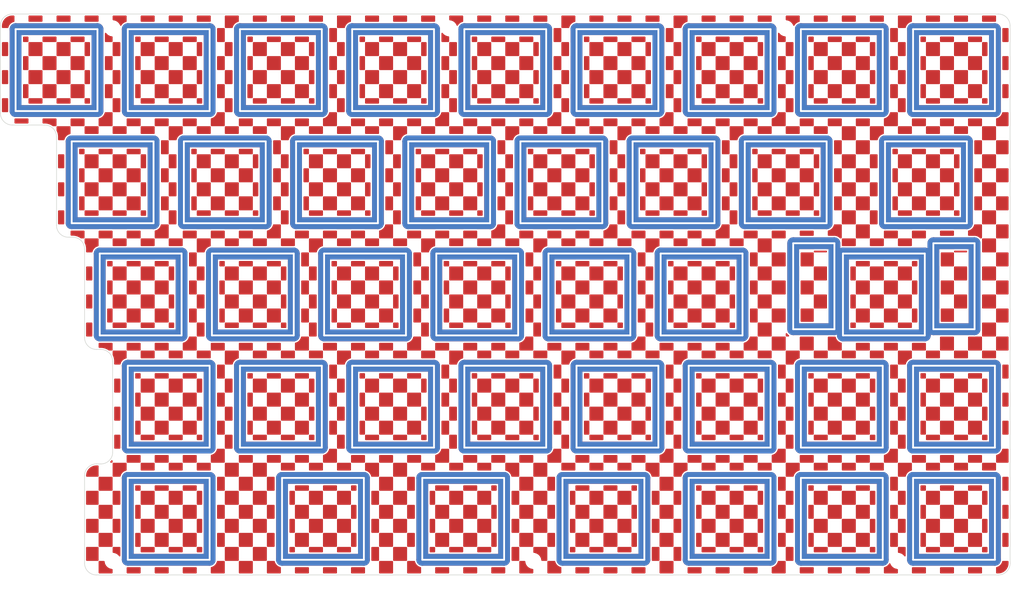
<source format=kicad_pcb>
(kicad_pcb (version 20211014) (generator pcbnew)
  (layers (0 "F.Cu" signal) (31 "B.Cu" signal) (34 "B.Paste" user) (35 "F.Paste" user) (36 "B.SilkS" user "B.Silkscreen") (37 "F.SilkS" user "F.Silkscreen") (38 "B.Mask" user) (39 "F.Mask" user) (44 "Edge.Cuts" user))
  (net 0 "")
  (net 1 "Col0")
  (net 2 "Col1")
  (net 3 "Col2")
  (net 4 "Col3")
  (net 5 "Col4")
  (net 6 "Col5")
  (net 7 "Col6")
  (net 8 "Col7")
  (footprint "kbd_SW_Hole:SW_Hole_TH_1u_fix" (layer "F.Cu") (at 195.2625 85.725)
    (fp_text reference "SW37" hide)
    (fp_text value "SW_PUSH" hide)
    (pad "1" thru_hole oval (at 6.95 0) (size 2 15.9) (drill oval 0.3 14.2) (layers *.Cu *.Mask) (net 2 "Col1"))
    (pad "1" thru_hole oval (at 0 6.95 90) (size 2 15.9) (drill oval 0.3 14.2) (layers *.Cu *.Mask) (net 2 "Col1"))
    (pad "1" thru_hole oval (at -6.95 0) (size 2 15.9) (drill oval 0.3 14.2) (layers *.Cu *.Mask) (net 2 "Col1"))
    (pad "1" thru_hole oval (at 0 -6.95 90) (size 2 15.9) (drill oval 0.3 14.2) (layers *.Cu *.Mask) (net 2 "Col1"))
  )
  (footprint "kbd_Hole:m2_Screw_Hole" (layer "F.Cu") (at 228.6 40.525)
    (fp_text reference "J14")
    (fp_text value "Conn_01x01")
    (pad "" np_thru_hole circle locked (at 0 0) (size 2.2 2.2) (drill 2.2) (layers *.Cu *.Mask))
  )
  (footprint "kbd_Hole:m2_Screw_Hole" (layer "F.Cu") (at 171.45 130.96875)
    (fp_text reference "J16")
    (fp_text value "Conn_01x01")
    (pad "" np_thru_hole circle locked (at 0 0) (size 2.2 2.2) (drill 2.2) (layers *.Cu *.Mask))
  )
  (footprint "kbd_Hole:m2_Screw_Hole" (layer "F.Cu") (at 285.75 40.525)
    (fp_text reference "J13")
    (fp_text value "Conn_01x01")
    (pad "" np_thru_hole circle locked (at 0 0) (size 2.2 2.2) (drill 2.2) (layers *.Cu *.Mask))
  )
  (footprint "kbd_SW_Hole:SW_Hole_TH_1u_fix" (layer "F.Cu") (at 309.5625 66.675)
    (fp_text reference "SW66" hide)
    (fp_text value "SW_PUSH" hide)
    (pad "1" thru_hole oval (at -6.95 0) (size 2 15.9) (drill oval 0.3 14.2) (layers *.Cu *.Mask) (net 8 "Col7"))
    (pad "1" thru_hole oval (at 0 -6.95 90) (size 2 15.9) (drill oval 0.3 14.2) (layers *.Cu *.Mask) (net 8 "Col7"))
    (pad "1" thru_hole oval (at 6.95 0) (size 2 15.9) (drill oval 0.3 14.2) (layers *.Cu *.Mask) (net 8 "Col7"))
    (pad "1" thru_hole oval (at 0 6.95 90) (size 2 15.9) (drill oval 0.3 14.2) (layers *.Cu *.Mask) (net 8 "Col7"))
  )
  (footprint "kbd_SW_Hole:SW_Hole_TH_1u_fix" (layer "F.Cu") (at 314.325 123.825)
    (fp_text reference "SW68" hide)
    (fp_text value "SW_PUSH" hide)
    (pad "1" thru_hole oval (at -6.95 0) (size 2 15.9) (drill oval 0.3 14.2) (layers *.Cu *.Mask) (net 8 "Col7"))
    (pad "1" thru_hole oval (at 6.95 0) (size 2 15.9) (drill oval 0.3 14.2) (layers *.Cu *.Mask) (net 8 "Col7"))
    (pad "1" thru_hole oval (at 0 6.95 90) (size 2 15.9) (drill oval 0.3 14.2) (layers *.Cu *.Mask) (net 8 "Col7"))
    (pad "1" thru_hole oval (at 0 -6.95 90) (size 2 15.9) (drill oval 0.3 14.2) (layers *.Cu *.Mask) (net 8 "Col7"))
  )
  (footprint "kbd_SW_Hole:SW_Hole_TH_1u_fix" (layer "F.Cu") (at 295.275 104.775)
    (fp_text reference "SW62" hide)
    (fp_text value "SW_PUSH" hide)
    (pad "1" thru_hole oval (at 6.95 0) (size 2 15.9) (drill oval 0.3 14.2) (layers *.Cu *.Mask) (net 7 "Col6"))
    (pad "1" thru_hole oval (at -6.95 0) (size 2 15.9) (drill oval 0.3 14.2) (layers *.Cu *.Mask) (net 7 "Col6"))
    (pad "1" thru_hole oval (at 0 -6.95 90) (size 2 15.9) (drill oval 0.3 14.2) (layers *.Cu *.Mask) (net 7 "Col6"))
    (pad "1" thru_hole oval (at 0 6.95 90) (size 2 15.9) (drill oval 0.3 14.2) (layers *.Cu *.Mask) (net 7 "Col6"))
  )
  (footprint "kbd_SW_Hole:SW_Hole_TH_1u_fix" (layer "F.Cu") (at 276.225 47.625)
    (fp_text reference "SW59" hide)
    (fp_text value "SW_PUSH" hide)
    (pad "1" thru_hole oval (at 0 -6.95 90) (size 2 15.9) (drill oval 0.3 14.2) (layers *.Cu *.Mask) (net 7 "Col6"))
    (pad "1" thru_hole oval (at -6.95 0) (size 2 15.9) (drill oval 0.3 14.2) (layers *.Cu *.Mask) (net 7 "Col6"))
    (pad "1" thru_hole oval (at 0 6.95 90) (size 2 15.9) (drill oval 0.3 14.2) (layers *.Cu *.Mask) (net 7 "Col6"))
    (pad "1" thru_hole oval (at 6.95 0) (size 2 15.9) (drill oval 0.3 14.2) (layers *.Cu *.Mask) (net 7 "Col6"))
  )
  (footprint "kbd_SW_Hole:SW_Hole_TH_1u_fix" (layer "F.Cu") (at 285.75 66.675)
    (fp_text reference "SW60" hide)
    (fp_text value "SW_PUSH" hide)
    (pad "1" thru_hole oval (at -6.95 0) (size 2 15.9) (drill oval 0.3 14.2) (layers *.Cu *.Mask) (net 7 "Col6"))
    (pad "1" thru_hole oval (at 0 -6.95 90) (size 2 15.9) (drill oval 0.3 14.2) (layers *.Cu *.Mask) (net 7 "Col6"))
    (pad "1" thru_hole oval (at 6.95 0) (size 2 15.9) (drill oval 0.3 14.2) (layers *.Cu *.Mask) (net 7 "Col6"))
    (pad "1" thru_hole oval (at 0 6.95 90) (size 2 15.9) (drill oval 0.3 14.2) (layers *.Cu *.Mask) (net 7 "Col6"))
  )
  (footprint "kbd_SW_Hole:SW_Hole_TH_1u_fix" (layer "F.Cu") (at 295.275 47.625)
    (fp_text reference "SW64" hide)
    (fp_text value "SW_PUSH" hide)
    (pad "1" thru_hole oval (at -6.95 0) (size 2 15.9) (drill oval 0.3 14.2) (layers *.Cu *.Mask) (net 8 "Col7"))
    (pad "1" thru_hole oval (at 6.95 0) (size 2 15.9) (drill oval 0.3 14.2) (layers *.Cu *.Mask) (net 8 "Col7"))
    (pad "1" thru_hole oval (at 0 6.95 90) (size 2 15.9) (drill oval 0.3 14.2) (layers *.Cu *.Mask) (net 8 "Col7"))
    (pad "1" thru_hole oval (at 0 -6.95 90) (size 2 15.9) (drill oval 0.3 14.2) (layers *.Cu *.Mask) (net 8 "Col7"))
  )
  (footprint "kbd_SW_Hole:SW_Hole_TH_1u_fix" (layer "F.Cu") (at 314.325 47.625)
    (fp_text reference "SW65" hide)
    (fp_text value "SW_PUSH" hide)
    (pad "1" thru_hole oval (at 6.95 0) (size 2 15.9) (drill oval 0.3 14.2) (layers *.Cu *.Mask) (net 8 "Col7"))
    (pad "1" thru_hole oval (at 0 -6.95 90) (size 2 15.9) (drill oval 0.3 14.2) (layers *.Cu *.Mask) (net 8 "Col7"))
    (pad "1" thru_hole oval (at -6.95 0) (size 2 15.9) (drill oval 0.3 14.2) (layers *.Cu *.Mask) (net 8 "Col7"))
    (pad "1" thru_hole oval (at 0 6.95 90) (size 2 15.9) (drill oval 0.3 14.2) (layers *.Cu *.Mask) (net 8 "Col7"))
  )
  (footprint "kbd_SW_Hole:SW_Hole_TH_1u_fix" (layer "F.Cu") (at 180.975 104.775)
    (fp_text reference "SW33" hide)
    (fp_text value "SW_PUSH" hide)
    (pad "1" thru_hole oval (at -6.95 0) (size 2 15.9) (drill oval 0.3 14.2) (layers *.Cu *.Mask) (net 1 "Col0"))
    (pad "1" thru_hole oval (at 6.95 0) (size 2 15.9) (drill oval 0.3 14.2) (layers *.Cu *.Mask) (net 1 "Col0"))
    (pad "1" thru_hole oval (at 0 6.95 90) (size 2 15.9) (drill oval 0.3 14.2) (layers *.Cu *.Mask) (net 1 "Col0"))
    (pad "1" thru_hole oval (at 0 -6.95 90) (size 2 15.9) (drill oval 0.3 14.2) (layers *.Cu *.Mask) (net 1 "Col0"))
  )
  (footprint "kbd_SW_Hole:SW_Hole_TH_1u_fix" (layer "F.Cu") (at 254.79375 123.825)
    (fp_text reference "SW53" hide)
    (fp_text value "SW_PUSH" hide)
    (pad "1" thru_hole oval (at 0 6.95 90) (size 2 15.9) (drill oval 0.3 14.2) (layers *.Cu *.Mask) (net 5 "Col4"))
    (pad "1" thru_hole oval (at 0 -6.95 90) (size 2 15.9) (drill oval 0.3 14.2) (layers *.Cu *.Mask) (net 5 "Col4"))
    (pad "1" thru_hole oval (at -6.95 0) (size 2 15.9) (drill oval 0.3 14.2) (layers *.Cu *.Mask) (net 5 "Col4"))
    (pad "1" thru_hole oval (at 6.95 0) (size 2 15.9) (drill oval 0.3 14.2) (layers *.Cu *.Mask) (net 5 "Col4"))
  )
  (footprint "kbd_SW_Hole:SW_Hole_TH_1u_fix" (layer "F.Cu") (at 276.225 123.825)
    (fp_text reference "SW58" hide)
    (fp_text value "SW_PUSH" hide)
    (pad "1" thru_hole oval (at 0 6.95 90) (size 2 15.9) (drill oval 0.3 14.2) (layers *.Cu *.Mask) (net 6 "Col5"))
    (pad "1" thru_hole oval (at 0 -6.95 90) (size 2 15.9) (drill oval 0.3 14.2) (layers *.Cu *.Mask) (net 6 "Col5"))
    (pad "1" thru_hole oval (at -6.95 0) (size 2 15.9) (drill oval 0.3 14.2) (layers *.Cu *.Mask) (net 6 "Col5"))
    (pad "1" thru_hole oval (at 6.95 0) (size 2 15.9) (drill oval 0.3 14.2) (layers *.Cu *.Mask) (net 6 "Col5"))
  )
  (footprint "kbd_Hole:m2_Screw_Hole" (layer "F.Cu") (at 171.45 40.525)
    (fp_text reference "J4")
    (fp_text value "Conn_01x01")
    (pad "" np_thru_hole circle locked (at 0 0) (size 2.2 2.2) (drill 2.2) (layers *.Cu *.Mask))
  )
  (footprint "kbd_Hole:m2_Screw_Hole" (layer "F.Cu") (at 242.8875 130.96875)
    (fp_text reference "J5")
    (fp_text value "Conn_01x01")
    (pad "" np_thru_hole circle locked (at 0 0) (size 2.2 2.2) (drill 2.2) (layers *.Cu *.Mask))
  )
  (footprint "kbd_SW_Hole:SW_Hole_TH_1u_fix" (layer "F.Cu") (at 238.125 47.625)
    (fp_text reference "SW49" hide)
    (fp_text value "SW_PUSH" hide)
    (pad "1" thru_hole oval (at 0 6.95 90) (size 2 15.9) (drill oval 0.3 14.2) (layers *.Cu *.Mask) (net 5 "Col4"))
    (pad "1" thru_hole oval (at 0 -6.95 90) (size 2 15.9) (drill oval 0.3 14.2) (layers *.Cu *.Mask) (net 5 "Col4"))
    (pad "1" thru_hole oval (at 6.95 0) (size 2 15.9) (drill oval 0.3 14.2) (layers *.Cu *.Mask) (net 5 "Col4"))
    (pad "1" thru_hole oval (at -6.95 0) (size 2 15.9) (drill oval 0.3 14.2) (layers *.Cu *.Mask) (net 5 "Col4"))
  )
  (footprint "kbd_SW_Hole:SW_Hole_TH_1u_fix" (layer "F.Cu") (at 238.125 104.775)
    (fp_text reference "SW47" hide)
    (fp_text value "SW_PUSH" hide)
    (pad "1" thru_hole oval (at 0 -6.95 90) (size 2 15.9) (drill oval 0.3 14.2) (layers *.Cu *.Mask) (net 4 "Col3"))
    (pad "1" thru_hole oval (at 6.95 0) (size 2 15.9) (drill oval 0.3 14.2) (layers *.Cu *.Mask) (net 4 "Col3"))
    (pad "1" thru_hole oval (at -6.95 0) (size 2 15.9) (drill oval 0.3 14.2) (layers *.Cu *.Mask) (net 4 "Col3"))
    (pad "1" thru_hole oval (at 0 6.95 90) (size 2 15.9) (drill oval 0.3 14.2) (layers *.Cu *.Mask) (net 4 "Col3"))
  )
  (footprint "kbd_SW_Hole:SW_Hole_TH_1u_fix" (layer "F.Cu") (at 233.3625 85.725)
    (fp_text reference "SW46" hide)
    (fp_text value "SW_PUSH" hide)
    (pad "1" thru_hole oval (at 0 6.95 90) (size 2 15.9) (drill oval 0.3 14.2) (layers *.Cu *.Mask) (net 4 "Col3"))
    (pad "1" thru_hole oval (at -6.95 0) (size 2 15.9) (drill oval 0.3 14.2) (layers *.Cu *.Mask) (net 4 "Col3"))
    (pad "1" thru_hole oval (at 6.95 0) (size 2 15.9) (drill oval 0.3 14.2) (layers *.Cu *.Mask) (net 4 "Col3"))
    (pad "1" thru_hole oval (at 0 -6.95 90) (size 2 15.9) (drill oval 0.3 14.2) (layers *.Cu *.Mask) (net 4 "Col3"))
  )
  (footprint "kbd_SW_Hole:SW_Hole_TH_1u_fix" (layer "F.Cu") (at 228.6 66.675)
    (fp_text reference "SW45" hide)
    (fp_text value "SW_PUSH" hide)
    (pad "1" thru_hole oval (at -6.95 0) (size 2 15.9) (drill oval 0.3 14.2) (layers *.Cu *.Mask) (net 4 "Col3"))
    (pad "1" thru_hole oval (at 0 -6.95 90) (size 2 15.9) (drill oval 0.3 14.2) (layers *.Cu *.Mask) (net 4 "Col3"))
    (pad "1" thru_hole oval (at 6.95 0) (size 2 15.9) (drill oval 0.3 14.2) (layers *.Cu *.Mask) (net 4 "Col3"))
    (pad "1" thru_hole oval (at 0 6.95 90) (size 2 15.9) (drill oval 0.3 14.2) (layers *.Cu *.Mask) (net 4 "Col3"))
  )
  (footprint "kbd_SW_Hole:SW_Hole_TH_1u_fix" (layer "F.Cu") (at 214.3125 85.725)
    (fp_text reference "SW42" hide)
    (fp_text value "SW_PUSH" hide)
    (pad "1" thru_hole oval (at -6.95 0) (size 2 15.9) (drill oval 0.3 14.2) (layers *.Cu *.Mask) (net 3 "Col2"))
    (pad "1" thru_hole oval (at 0 -6.95 90) (size 2 15.9) (drill oval 0.3 14.2) (layers *.Cu *.Mask) (net 3 "Col2"))
    (pad "1" thru_hole oval (at 6.95 0) (size 2 15.9) (drill oval 0.3 14.2) (layers *.Cu *.Mask) (net 3 "Col2"))
    (pad "1" thru_hole oval (at 0 6.95 90) (size 2 15.9) (drill oval 0.3 14.2) (layers *.Cu *.Mask) (net 3 "Col2"))
  )
  (footprint "kbd_SW_Hole:SW_Hole_TH_1u_fix" (layer "F.Cu") (at 209.55 66.675)
    (fp_text reference "SW41" hide)
    (fp_text value "SW_PUSH" hide)
    (pad "1" thru_hole oval (at -6.95 0) (size 2 15.9) (drill oval 0.3 14.2) (layers *.Cu *.Mask) (net 3 "Col2"))
    (pad "1" thru_hole oval (at 6.95 0) (size 2 15.9) (drill oval 0.3 14.2) (layers *.Cu *.Mask) (net 3 "Col2"))
    (pad "1" thru_hole oval (at 0 -6.95 90) (size 2 15.9) (drill oval 0.3 14.2) (layers *.Cu *.Mask) (net 3 "Col2"))
    (pad "1" thru_hole oval (at 0 6.95 90) (size 2 15.9) (drill oval 0.3 14.2) (layers *.Cu *.Mask) (net 3 "Col2"))
  )
  (footprint "kbd_SW_Hole:SW_Hole_TH_1u_fix" (layer "F.Cu") (at 200.025 47.625)
    (fp_text reference "SW40" hide)
    (fp_text value "SW_PUSH" hide)
    (pad "1" thru_hole oval (at 0 -6.95 90) (size 2 15.9) (drill oval 0.3 14.2) (layers *.Cu *.Mask) (net 3 "Col2"))
    (pad "1" thru_hole oval (at 0 6.95 90) (size 2 15.9) (drill oval 0.3 14.2) (layers *.Cu *.Mask) (net 3 "Col2"))
    (pad "1" thru_hole oval (at 6.95 0) (size 2 15.9) (drill oval 0.3 14.2) (layers *.Cu *.Mask) (net 3 "Col2"))
    (pad "1" thru_hole oval (at -6.95 0) (size 2 15.9) (drill oval 0.3 14.2) (layers *.Cu *.Mask) (net 3 "Col2"))
  )
  (footprint "kbd_SW_Hole:SW_Hole_TH_1u_fix" (layer "F.Cu") (at 207.16875 123.825 180)
    (fp_text reference "SW39" hide)
    (fp_text value "SW_PUSH" hide)
    (pad "1" thru_hole oval (at -6.95 0 180) (size 2 15.9) (drill oval 0.3 14.2) (layers *.Cu *.Mask) (net 2 "Col1"))
    (pad "1" thru_hole oval (at 6.95 0 180) (size 2 15.9) (drill oval 0.3 14.2) (layers *.Cu *.Mask) (net 2 "Col1"))
    (pad "1" thru_hole oval (at 0 6.95 270) (size 2 15.9) (drill oval 0.3 14.2) (layers *.Cu *.Mask) (net 2 "Col1"))
    (pad "1" thru_hole oval (at 0 -6.95 270) (size 2 15.9) (drill oval 0.3 14.2) (layers *.Cu *.Mask) (net 2 "Col1"))
  )
  (footprint "kbd_SW_Hole:SW_Hole_TH_1u_fix" (layer "F.Cu") (at 230.98125 123.825)
    (fp_text reference "SW48" hide)
    (fp_text value "SW_PUSH" hide)
    (pad "1" thru_hole oval (at 6.95 0) (size 2 15.9) (drill oval 0.3 14.2) (layers *.Cu *.Mask) (net 4 "Col3"))
    (pad "1" thru_hole oval (at -6.95 0) (size 2 15.9) (drill oval 0.3 14.2) (layers *.Cu *.Mask) (net 4 "Col3"))
    (pad "1" thru_hole oval (at 0 -6.95 90) (size 2 15.9) (drill oval 0.3 14.2) (layers *.Cu *.Mask) (net 4 "Col3"))
    (pad "1" thru_hole oval (at 0 6.95 90) (size 2 15.9) (drill oval 0.3 14.2) (layers *.Cu *.Mask) (net 4 "Col3"))
  )
  (footprint "kbd_SW_Hole:SW_Hole_TH_1u_fix" (layer "F.Cu") (at 252.4125 85.725)
    (fp_text reference "SW51" hide)
    (fp_text value "SW_PUSH" hide)
    (pad "1" thru_hole oval (at 0 6.95 90) (size 2 15.9) (drill oval 0.3 14.2) (layers *.Cu *.Mask) (net 5 "Col4"))
    (pad "1" thru_hole oval (at 6.95 0) (size 2 15.9) (drill oval 0.3 14.2) (layers *.Cu *.Mask) (net 5 "Col4"))
    (pad "1" thru_hole oval (at 0 -6.95 90) (size 2 15.9) (drill oval 0.3 14.2) (layers *.Cu *.Mask) (net 5 "Col4"))
    (pad "1" thru_hole oval (at -6.95 0) (size 2 15.9) (drill oval 0.3 14.2) (layers *.Cu *.Mask) (net 5 "Col4"))
  )
  (footprint "kbd_SW_Hole:SW_Hole_TH_1u_fix" (layer "F.Cu") (at 257.175 104.775)
    (fp_text reference "SW52" hide)
    (fp_text value "SW_PUSH" hide)
    (pad "1" thru_hole oval (at 0 6.95 90) (size 2 15.9) (drill oval 0.3 14.2) (layers *.Cu *.Mask) (net 5 "Col4"))
    (pad "1" thru_hole oval (at 0 -6.95 90) (size 2 15.9) (drill oval 0.3 14.2) (layers *.Cu *.Mask) (net 5 "Col4"))
    (pad "1" thru_hole oval (at 6.95 0) (size 2 15.9) (drill oval 0.3 14.2) (layers *.Cu *.Mask) (net 5 "Col4"))
    (pad "1" thru_hole oval (at -6.95 0) (size 2 15.9) (drill oval 0.3 14.2) (layers *.Cu *.Mask) (net 5 "Col4"))
  )
  (footprint "kbd_SW_Hole:SW_Hole_TH_1u_fix" (layer "F.Cu") (at 266.7 66.675)
    (fp_text reference "SW55" hide)
    (fp_text value "SW_PUSH" hide)
    (pad "1" thru_hole oval (at 6.95 0) (size 2 15.9) (drill oval 0.3 14.2) (layers *.Cu *.Mask) (net 6 "Col5"))
    (pad "1" thru_hole oval (at -6.95 0) (size 2 15.9) (drill oval 0.3 14.2) (layers *.Cu *.Mask) (net 6 "Col5"))
    (pad "1" thru_hole oval (at 0 -6.95 90) (size 2 15.9) (drill oval 0.3 14.2) (layers *.Cu *.Mask) (net 6 "Col5"))
    (pad "1" thru_hole oval (at 0 6.95 90) (size 2 15.9) (drill oval 0.3 14.2) (layers *.Cu *.Mask) (net 6 "Col5"))
  )
  (footprint "kbd_SW_Hole:SW_Hole_TH_1u_fix" (layer "F.Cu") (at 271.4625 85.725)
    (fp_text reference "SW56" hide)
    (fp_text value "SW_PUSH" hide)
    (pad "1" thru_hole oval (at 0 -6.95 90) (size 2 15.9) (drill oval 0.3 14.2) (layers *.Cu *.Mask) (net 6 "Col5"))
    (pad "1" thru_hole oval (at 6.95 0) (size 2 15.9) (drill oval 0.3 14.2) (layers *.Cu *.Mask) (net 6 "Col5"))
    (pad "1" thru_hole oval (at -6.95 0) (size 2 15.9) (drill oval 0.3 14.2) (layers *.Cu *.Mask) (net 6 "Col5"))
    (pad "1" thru_hole oval (at 0 6.95 90) (size 2 15.9) (drill oval 0.3 14.2) (layers *.Cu *.Mask) (net 6 "Col5"))
  )
  (footprint "kbd_SW_Hole:SW_Hole_TH_1u_fix" (layer "F.Cu") (at 276.225 104.775)
    (fp_text reference "SW57" hide)
    (fp_text value "SW_PUSH" hide)
    (pad "1" thru_hole oval (at 0 6.95 90) (size 2 15.9) (drill oval 0.3 14.2) (layers *.Cu *.Mask) (net 6 "Col5"))
    (pad "1" thru_hole oval (at -6.95 0) (size 2 15.9) (drill oval 0.3 14.2) (layers *.Cu *.Mask) (net 6 "Col5"))
    (pad "1" thru_hole oval (at 6.95 0) (size 2 15.9) (drill oval 0.3 14.2) (layers *.Cu *.Mask) (net 6 "Col5"))
    (pad "1" thru_hole oval (at 0 -6.95 90) (size 2 15.9) (drill oval 0.3 14.2) (layers *.Cu *.Mask) (net 6 "Col5"))
  )
  (footprint "kbd_SW_Hole:SW_Hole_TH_2.25u_fix" (layer "F.Cu") (at 302.41875 85.725 180)
    (fp_text reference "SW61" hide)
    (fp_text value "SW_PUSH" hide)
    (pad "1" thru_hole oval (at 8.4 1.4 180) (size 2 16.6) (drill oval 0.3 14.9) (layers *.Cu *.Mask) (net 7 "Col6"))
    (pad "1" thru_hole oval (at 0 -6.95 270) (size 2 15.9) (drill oval 0.3 14.2) (layers *.Cu *.Mask) (net 7 "Col6"))
    (pad "1" thru_hole oval (at 6.95 0 180) (size 2 15.9) (drill oval 0.3 14.2) (layers *.Cu *.Mask) (net 7 "Col6"))
    (pad "1" thru_hole oval (at -11.9 -5.9 270) (size 2 8.9) (drill oval 0.3 7.3) (layers *.Cu *.Mask) (net 7 "Col6"))
    (pad "1" thru_hole oval (at -11.9 8.7 270) (size 2 8.9) (drill oval 0.3 7.3) (layers *.Cu *.Mask) (net 7 "Col6"))
    (pad "1" thru_hole oval (at 11.9 -5.9 270) (size 2 8.9) (drill oval 0.3 7.3) (layers *.Cu *.Mask) (net 7 "Col6"))
    (pad "1" thru_hole oval (at -6.95 0 180) (size 2 15.9) (drill oval 0.3 14.2) (layers *.Cu *.Mask) (net 7 "Col6"))
    (pad "1" thru_hole oval (at 0 6.95 270) (size 2 15.9) (drill oval 0.3 14.2) (layers *.Cu *.Mask) (net 7 "Col6"))
    (pad "1" thru_hole oval (at 15.4 1.4 180) (size 2 16.6) (drill oval 0.3 14.9) (layers *.Cu *.Mask) (net 7 "Col6"))
    (pad "1" thru_hole oval (at -15.4 1.4 180) (size 2 16.6) (drill oval 0.3 14.9) (layers *.Cu *.Mask) (net 7 "Col6"))
    (pad "1" thru_hole oval (at 11.9 8.7 270) (size 2 8.9) (drill oval 0.3 7.3) (layers *.Cu *.Mask) (net 7 "Col6"))
    (pad "1" thru_hole oval (at -8.4 1.4 180) (size 2 16.6) (drill oval 0.3 14.9) (layers *.Cu *.Mask) (net 7 "Col6"))
  )
  (footprint "kbd_SW_Hole:SW_Hole_TH_1u_fix" (layer "F.Cu") (at 180.975 47.625)
    (fp_text reference "SW35" hide)
    (fp_text value "SW_PUSH" hide)
    (pad "1" thru_hole oval (at 0 6.95 90) (size 2 15.9) (drill oval 0.3 14.2) (layers *.Cu *.Mask) (net 2 "Col1"))
    (pad "1" thru_hole oval (at -6.95 0) (size 2 15.9) (drill oval 0.3 14.2) (layers *.Cu *.Mask) (net 2 "Col1"))
    (pad "1" thru_hole oval (at 6.95 0) (size 2 15.9) (drill oval 0.3 14.2) (layers *.Cu *.Mask) (net 2 "Col1"))
    (pad "1" thru_hole oval (at 0 -6.95 90) (size 2 15.9) (drill oval 0.3 14.2) (layers *.Cu *.Mask) (net 2 "Col1"))
  )
  (footprint "kbd_SW_Hole:SW_Hole_TH_1u_fix" (layer "F.Cu") (at 190.5 66.675)
    (fp_text reference "SW36" hide)
    (fp_text value "SW_PUSH" hide)
    (pad "1" thru_hole oval (at 0 6.95 90) (size 2 15.9) (drill oval 0.3 14.2) (layers *.Cu *.Mask) (net 2 "Col1"))
    (pad "1" thru_hole oval (at -6.95 0) (size 2 15.9) (drill oval 0.3 14.2) (layers *.Cu *.Mask) (net 2 "Col1"))
    (pad "1" thru_hole oval (at 6.95 0) (size 2 15.9) (drill oval 0.3 14.2) (layers *.Cu *.Mask) (net 2 "Col1"))
    (pad "1" thru_hole oval (at 0 -6.95 90) (size 2 15.9) (drill oval 0.3 14.2) (layers *.Cu *.Mask) (net 2 "Col1"))
  )
  (footprint "kbd_SW_Hole:SW_Hole_TH_1u_fix" (layer "F.Cu") (at 247.65 66.675)
    (fp_text reference "SW50" hide)
    (fp_text value "SW_PUSH" hide)
    (pad "1" thru_hole oval (at -6.95 0) (size 2 15.9) (drill oval 0.3 14.2) (layers *.Cu *.Mask) (net 5 "Col4"))
    (pad "1" thru_hole oval (at 6.95 0) (size 2 15.9) (drill oval 0.3 14.2) (layers *.Cu *.Mask) (net 5 "Col4"))
    (pad "1" thru_hole oval (at 0 -6.95 90) (size 2 15.9) (drill oval 0.3 14.2) (layers *.Cu *.Mask) (net 5 "Col4"))
    (pad "1" thru_hole oval (at 0 6.95 90) (size 2 15.9) (drill oval 0.3 14.2) (layers *.Cu *.Mask) (net 5 "Col4"))
  )
  (footprint "kbd_SW_Hole:SW_Hole_TH_1u_fix" (layer "F.Cu") (at 180.975 123.825 180)
    (fp_text reference "SW34" hide)
    (fp_text value "SW_PUSH" hide)
    (pad "1" thru_hole oval (at -6.95 0 180) (size 2 15.9) (drill oval 0.3 14.2) (layers *.Cu *.Mask) (net 1 "Col0"))
    (pad "1" thru_hole oval (at 0 -6.95 270) (size 2 15.9) (drill oval 0.3 14.2) (layers *.Cu *.Mask) (net 1 "Col0"))
    (pad "1" thru_hole oval (at 0 6.95 270) (size 2 15.9) (drill oval 0.3 14.2) (layers *.Cu *.Mask) (net 1 "Col0"))
    (pad "1" thru_hole oval (at 6.95 0 180) (size 2 15.9) (drill oval 0.3 14.2) (layers *.Cu *.Mask) (net 1 "Col0"))
  )
  (footprint "kbd_SW_Hole:SW_Hole_TH_1u_fix" (layer "F.Cu") (at 257.175 47.625)
    (fp_text reference "SW54" hide)
    (fp_text value "SW_PUSH" hide)
    (pad "1" thru_hole oval (at 0 6.95 90) (size 2 15.9) (drill oval 0.3 14.2) (layers *.Cu *.Mask) (net 6 "Col5"))
    (pad "1" thru_hole oval (at 6.95 0) (size 2 15.9) (drill oval 0.3 14.2) (layers *.Cu *.Mask) (net 6 "Col5"))
    (pad "1" thru_hole oval (at -6.95 0) (size 2 15.9) (drill oval 0.3 14.2) (layers *.Cu *.Mask) (net 6 "Col5"))
    (pad "1" thru_hole oval (at 0 -6.95 90) (size 2 15.9) (drill oval 0.3 14.2) (layers *.Cu *.Mask) (net 6 "Col5"))
  )
  (footprint "kbd_SW_Hole:SW_Hole_TH_1u_fix" (layer "F.Cu") (at 219.075 104.775)
    (fp_text reference "SW43" hide)
    (fp_text value "SW_PUSH" hide)
    (pad "1" thru_hole oval (at 0 -6.95 90) (size 2 15.9) (drill oval 0.3 14.2) (layers *.Cu *.Mask) (net 3 "Col2"))
    (pad "1" thru_hole oval (at -6.95 0) (size 2 15.9) (drill oval 0.3 14.2) (layers *.Cu *.Mask) (net 3 "Col2"))
    (pad "1" thru_hole oval (at 0 6.95 90) (size 2 15.9) (drill oval 0.3 14.2) (layers *.Cu *.Mask) (net 3 "Col2"))
    (pad "1" thru_hole oval (at 6.95 0) (size 2 15.9) (drill oval 0.3 14.2) (layers *.Cu *.Mask) (net 3 "Col2"))
  )
  (footprint "kbd_Hole:m2_Screw_Hole" (layer "F.Cu") (at 304.8 130.96875)
    (fp_text reference "J15")
    (fp_text value "Conn_01x01")
    (pad "" np_thru_hole circle locked (at 0 0) (size 2.2 2.2) (drill 2.2) (layers *.Cu *.Mask))
  )
  (footprint "kbd_SW_Hole:SW_Hole_TH_1u_fix" (layer "F.Cu") (at 200.025 104.775)
    (fp_text reference "SW38" hide)
    (fp_text value "SW_PUSH" hide)
    (pad "1" thru_hole oval (at 6.95 0) (size 2 15.9) (drill oval 0.3 14.2) (layers *.Cu *.Mask) (net 2 "Col1"))
    (pad "1" thru_hole oval (at 0 -6.95 90) (size 2 15.9) (drill oval 0.3 14.2) (layers *.Cu *.Mask) (net 2 "Col1"))
    (pad "1" thru_hole oval (at 0 6.95 90) (size 2 15.9) (drill oval 0.3 14.2) (layers *.Cu *.Mask) (net 2 "Col1"))
    (pad "1" thru_hole oval (at -6.95 0) (size 2 15.9) (drill oval 0.3 14.2) (layers *.Cu *.Mask) (net 2 "Col1"))
  )
  (footprint "kbd_SW_Hole:SW_Hole_TH_1u_fix" (layer "F.Cu") (at 295.275 123.825)
    (fp_text reference "SW63" hide)
    (fp_text value "SW_PUSH" hide)
    (pad "1" thru_hole oval (at -6.95 0) (size 2 15.9) (drill oval 0.3 14.2) (layers *.Cu *.Mask) (net 7 "Col6"))
    (pad "1" thru_hole oval (at 0 -6.95 90) (size 2 15.9) (drill oval 0.3 14.2) (layers *.Cu *.Mask) (net 7 "Col6"))
    (pad "1" thru_hole oval (at 6.95 0) (size 2 15.9) (drill oval 0.3 14.2) (layers *.Cu *.Mask) (net 7 "Col6"))
    (pad "1" thru_hole oval (at 0 6.95 90) (size 2 15.9) (drill oval 0.3 14.2) (layers *.Cu *.Mask) (net 7 "Col6"))
  )
  (footprint "kbd_SW_Hole:SW_Hole_TH_1u_fix" (layer "F.Cu") (at 161.925 47.625)
    (fp_text reference "SW30" hide)
    (fp_text value "SW_PUSH" hide)
    (pad "1" thru_hole oval (at -6.95 0) (size 2 15.9) (drill oval 0.3 14.2) (layers *.Cu *.Mask) (net 1 "Col0"))
    (pad "1" thru_hole oval (at 0 6.95 90) (size 2 15.9) (drill oval 0.3 14.2) (layers *.Cu *.Mask) (net 1 "Col0"))
    (pad "1" thru_hole oval (at 0 -6.95 90) (size 2 15.9) (drill oval 0.3 14.2) (layers *.Cu *.Mask) (net 1 "Col0"))
    (pad "1" thru_hole oval (at 6.95 0) (size 2 15.9) (drill oval 0.3 14.2) (layers *.Cu *.Mask) (net 1 "Col0"))
  )
  (footprint "kbd_SW_Hole:SW_Hole_TH_1u_fix" (layer "F.Cu") (at 314.325 104.775)
    (fp_text reference "SW67" hide)
    (fp_text value "SW_PUSH" hide)
    (pad "1" thru_hole oval (at 6.95 0) (size 2 15.9) (drill oval 0.3 14.2) (layers *.Cu *.Mask) (net 8 "Col7"))
    (pad "1" thru_hole oval (at 0 -6.95 90) (size 2 15.9) (drill oval 0.3 14.2) (layers *.Cu *.Mask) (net 8 "Col7"))
    (pad "1" thru_hole oval (at 0 6.95 90) (size 2 15.9) (drill oval 0.3 14.2) (layers *.Cu *.Mask) (net 8 "Col7"))
    (pad "1" thru_hole oval (at -6.95 0) (size 2 15.9) (drill oval 0.3 14.2) (layers *.Cu *.Mask) (net 8 "Col7"))
  )
  (footprint "kbd_SW_Hole:SW_Hole_TH_1u_fix" (layer "F.Cu") (at 219.075 47.625)
    (fp_text reference "SW44" hide)
    (fp_text value "SW_PUSH" hide)
    (pad "1" thru_hole oval (at 6.95 0) (size 2 15.9) (drill oval 0.3 14.2) (layers *.Cu *.Mask) (net 4 "Col3"))
    (pad "1" thru_hole oval (at 0 -6.95 90) (size 2 15.9) (drill oval 0.3 14.2) (layers *.Cu *.Mask) (net 4 "Col3"))
    (pad "1" thru_hole oval (at -6.95 0) (size 2 15.9) (drill oval 0.3 14.2) (layers *.Cu *.Mask) (net 4 "Col3"))
    (pad "1" thru_hole oval (at 0 6.95 90) (size 2 15.9) (drill oval 0.3 14.2) (layers *.Cu *.Mask) (net 4 "Col3"))
  )
  (footprint "kbd_SW_Hole:SW_Hole_TH_1u_fix" (layer "F.Cu") (at 171.45 66.675)
    (fp_text reference "SW31" hide)
    (fp_text value "SW_PUSH" hide)
    (pad "1" thru_hole oval (at 0 -6.95 90) (size 2 15.9) (drill oval 0.3 14.2) (layers *.Cu *.Mask) (net 1 "Col0"))
    (pad "1" thru_hole oval (at 6.95 0) (size 2 15.9) (drill oval 0.3 14.2) (layers *.Cu *.Mask) (net 1 "Col0"))
    (pad "1" thru_hole oval (at -6.95 0) (size 2 15.9) (drill oval 0.3 14.2) (layers *.Cu *.Mask) (net 1 "Col0"))
    (pad "1" thru_hole oval (at 0 6.95 90) (size 2 15.9) (drill oval 0.3 14.2) (layers *.Cu *.Mask) (net 1 "Col0"))
  )
  (footprint "kbd_SW_Hole:SW_Hole_TH_1u_fix" (layer "F.Cu") (at 176.2125 85.725)
    (fp_text reference "SW32" hide)
    (fp_text value "SW_PUSH" hide)
    (pad "1" thru_hole oval (at 6.95 0) (size 2 15.9) (drill oval 0.3 14.2) (layers *.Cu *.Mask) (net 1 "Col0"))
    (pad "1" thru_hole oval (at 0 6.95 90) (size 2 15.9) (drill oval 0.3 14.2) (layers *.Cu *.Mask) (net 1 "Col0"))
    (pad "1" thru_hole oval (at 0 -6.95 90) (size 2 15.9) (drill oval 0.3 14.2) (layers *.Cu *.Mask) (net 1 "Col0"))
    (pad "1" thru_hole oval (at -6.95 0) (size 2 15.9) (drill oval 0.3 14.2) (layers *.Cu *.Mask) (net 1 "Col0"))
  )
  (gr_arc (start 164.6875 76) (mid 166.101714 76.585786) (end 166.6875 78) (layer "Edge.Cuts") (width 0.1))
  (gr_arc (start 168.6875 95.05) (mid 167.273286 94.464214) (end 166.6875 93.05) (layer "Edge.Cuts") (width 0.1))
  (gr_arc (start 169.45 95.05) (mid 170.864214 95.635786) (end 171.45 97.05) (layer "Edge.Cuts") (width 0.1))
  (gr_arc (start 163.925 76) (mid 162.510786 75.414214) (end 161.925 74) (layer "Edge.Cuts") (width 0.1))
  (gr_arc (start 323.85 131.35) (mid 323.264214 132.764214) (end 321.85 133.35) (layer "Edge.Cuts") (width 0.1))
  (gr_arc (start 152.4 40.1) (mid 152.985786 38.685786) (end 154.4 38.1) (layer "Edge.Cuts") (width 0.1))
  (gr_arc (start 154.4 56.95) (mid 152.985786 56.364214) (end 152.4 54.95) (layer "Edge.Cuts") (width 0.1))
  (gr_arc (start 159.925 56.95) (mid 161.339214 57.535786) (end 161.925 58.95) (layer "Edge.Cuts") (width 0.1))
  (gr_line (start 166.6875 116.5) (end 166.682964 131.35) (layer "Edge.Cuts") (width 0.1))
  (gr_arc (start 166.6875 116.5) (mid 167.273286 115.085786) (end 168.6875 114.5) (layer "Edge.Cuts") (width 0.1))
  (gr_line (start 154.4 56.95) (end 159.925 56.95) (layer "Edge.Cuts") (width 0.1))
  (gr_line (start 163.925 76) (end 164.6875 76) (layer "Edge.Cuts") (width 0.1))
  (gr_line (start 161.925 58.95) (end 161.925 74) (layer "Edge.Cuts") (width 0.1))
  (gr_arc (start 168.682964 133.35) (mid 167.26875 132.764214) (end 166.682964 131.35) (layer "Edge.Cuts") (width 0.1))
  (gr_line (start 171.45 97.05) (end 171.4625 112.5) (layer "Edge.Cuts") (width 0.1))
  (gr_line (start 323.85 131.35) (end 323.85 40.1) (layer "Edge.Cuts") (width 0.1))
  (gr_arc (start 171.4625 112.5) (mid 170.876714 113.914214) (end 169.4625 114.5) (layer "Edge.Cuts") (width 0.1))
  (gr_line (start 321.85 133.35) (end 168.682964 133.35) (layer "Edge.Cuts") (width 0.1))
  (gr_line (start 166.6875 78) (end 166.6875 93.05) (layer "Edge.Cuts") (width 0.1))
  (gr_line (start 321.85 38.1) (end 154.4 38.1) (layer "Edge.Cuts") (width 0.1))
  (gr_arc (start 321.85 38.1) (mid 323.264214 38.685786) (end 323.85 40.1) (layer "Edge.Cuts") (width 0.1))
  (gr_line (start 168.6875 95.05) (end 169.45 95.05) (layer "Edge.Cuts") (width 0.1))
  (gr_line (start 152.4 40.1) (end 152.4 54.95) (layer "Edge.Cuts") (width 0.1))
  (gr_line (start 169.4625 114.5) (end 168.6875 114.5) (layer "Edge.Cuts") (width 0.1))
  (zone (net 0) (net_name "") (layer "F.Cu") (connect_pads (clearance 0)) (min_thickness 0.254)
    (keepout (tracks allowed) (vias allowed) (pads allowed) (copperpour not_allowed) (footprints allowed))
    (fill (thermal_gap 0.508) (thermal_bridge_width 0.508))
    (polygon (pts (xy 228.6 64.29375) (xy 226.21875 64.29375) (xy 226.21875 61.9125) (xy 228.6 61.9125)))
  )
  (zone (net 0) (net_name "") (layer "F.Cu") (connect_pads (clearance 0)) (min_thickness 0.254)
    (keepout (tracks allowed) (vias allowed) (pads allowed) (copperpour not_allowed) (footprints allowed))
    (fill (thermal_gap 0.508) (thermal_bridge_width 0.508))
    (polygon (pts (xy 207.16875 133.35) (xy 204.7875 133.35) (xy 204.7875 130.96875) (xy 207.16875 130.96875)))
  )
  (zone (net 0) (net_name "") (layer "F.Cu") (connect_pads (clearance 0)) (min_thickness 0.254)
    (keepout (tracks allowed) (vias allowed) (pads allowed) (copperpour not_allowed) (footprints allowed))
    (fill (thermal_gap 0.508) (thermal_bridge_width 0.508))
    (polygon (pts (xy 154.78125 95.25) (xy 152.4 95.25) (xy 152.4 92.86875) (xy 154.78125 92.86875)))
  )
  (zone (net 0) (net_name "") (layer "F.Cu") (connect_pads (clearance 0)) (min_thickness 0.254)
    (keepout (tracks allowed) (vias allowed) (pads allowed) (copperpour not_allowed) (footprints allowed))
    (fill (thermal_gap 0.508) (thermal_bridge_width 0.508))
    (polygon (pts (xy 297.65625 119.0625) (xy 295.275 119.0625) (xy 295.275 116.68125) (xy 297.65625 116.68125)))
  )
  (zone (net 0) (net_name "") (layer "F.Cu") (connect_pads (clearance 0)) (min_thickness 0.254)
    (keepout (tracks allowed) (vias allowed) (pads allowed) (copperpour not_allowed) (footprints allowed))
    (fill (thermal_gap 0.508) (thermal_bridge_width 0.508))
    (polygon (pts (xy 252.4125 102.39375) (xy 250.03125 102.39375) (xy 250.03125 100.0125) (xy 252.4125 100.0125)))
  )
  (zone (net 0) (net_name "") (layer "F.Cu") (connect_pads (clearance 0)) (min_thickness 0.254)
    (keepout (tracks allowed) (vias allowed) (pads allowed) (copperpour not_allowed) (footprints allowed))
    (fill (thermal_gap 0.508) (thermal_bridge_width 0.508))
    (polygon (pts (xy 219.075 126.20625) (xy 216.69375 126.20625) (xy 216.69375 123.825) (xy 219.075 123.825)))
  )
  (zone (net 0) (net_name "") (layer "F.Cu") (connect_pads (clearance 0)) (min_thickness 0.254)
    (keepout (tracks allowed) (vias allowed) (pads allowed) (copperpour not_allowed) (footprints allowed))
    (fill (thermal_gap 0.508) (thermal_bridge_width 0.508))
    (polygon (pts (xy 219.075 40.48125) (xy 216.69375 40.48125) (xy 216.69375 38.1) (xy 219.075 38.1)))
  )
  (zone (net 0) (net_name "") (layer "F.Cu") (connect_pads (clearance 0)) (min_thickness 0.254)
    (keepout (tracks allowed) (vias allowed) (pads allowed) (copperpour not_allowed) (footprints allowed))
    (fill (thermal_gap 0.508) (thermal_bridge_width 0.508))
    (polygon (pts (xy 226.21875 114.3) (xy 223.8375 114.3) (xy 223.8375 111.91875) (xy 226.21875 111.91875)))
  )
  (zone (net 0) (net_name "") (layer "F.Cu") (connect_pads (clearance 0)) (min_thickness 0.254)
    (keepout (tracks allowed) (vias allowed) (pads allowed) (copperpour not_allowed) (footprints allowed))
    (fill (thermal_gap 0.508) (thermal_bridge_width 0.508))
    (polygon (pts (xy 173.83125 90.4875) (xy 171.45 90.4875) (xy 171.45 88.10625) (xy 173.83125 88.10625)))
  )
  (zone (net 0) (net_name "") (layer "F.Cu") (connect_pads (clearance 0)) (min_thickness 0.254)
    (keepout (tracks allowed) (vias allowed) (pads allowed) (copperpour not_allowed) (footprints allowed))
    (fill (thermal_gap 0.508) (thermal_bridge_width 0.508))
    (polygon (pts (xy 221.45625 57.15) (xy 219.075 57.15) (xy 219.075 54.76875) (xy 221.45625 54.76875)))
  )
  (zone (net 0) (net_name "") (layer "F.Cu") (connect_pads (clearance 0)) (min_thickness 0.254)
    (keepout (tracks allowed) (vias allowed) (pads allowed) (copperpour not_allowed) (footprints allowed))
    (fill (thermal_gap 0.508) (thermal_bridge_width 0.508))
    (polygon (pts (xy 302.41875 95.25) (xy 300.0375 95.25) (xy 300.0375 92.86875) (xy 302.41875 92.86875)))
  )
  (zone (net 0) (net_name "") (layer "F.Cu") (connect_pads (clearance 0)) (min_thickness 0.254)
    (keepout (tracks allowed) (vias allowed) (pads allowed) (copperpour not_allowed) (footprints allowed))
    (fill (thermal_gap 0.508) (thermal_bridge_width 0.508))
    (polygon (pts (xy 159.54375 114.3) (xy 157.1625 114.3) (xy 157.1625 111.91875) (xy 159.54375 111.91875)))
  )
  (zone (net 0) (net_name "") (layer "F.Cu") (connect_pads (clearance 0)) (min_thickness 0.254)
    (keepout (tracks allowed) (vias allowed) (pads allowed) (copperpour not_allowed) (footprints allowed))
    (fill (thermal_gap 0.508) (thermal_bridge_width 0.508))
    (polygon (pts (xy 314.325 54.76875) (xy 311.94375 54.76875) (xy 311.94375 52.3875) (xy 314.325 52.3875)))
  )
  (zone (net 0) (net_name "") (layer "F.Cu") (connect_pads (clearance 0)) (min_thickness 0.254)
    (keepout (tracks allowed) (vias allowed) (pads allowed) (copperpour not_allowed) (footprints allowed))
    (fill (thermal_gap 0.508) (thermal_bridge_width 0.508))
    (polygon (pts (xy 295.275 97.63125) (xy 292.89375 97.63125) (xy 292.89375 95.25) (xy 295.275 95.25)))
  )
  (zone (net 0) (net_name "") (layer "F.Cu") (connect_pads (clearance 0)) (min_thickness 0.254)
    (keepout (tracks allowed) (vias allowed) (pads allowed) (copperpour not_allowed) (footprints allowed))
    (fill (thermal_gap 0.508) (thermal_bridge_width 0.508))
    (polygon (pts (xy 314.325 64.29375) (xy 311.94375 64.29375) (xy 311.94375 61.9125) (xy 314.325 61.9125)))
  )
  (zone (net 0) (net_name "") (layer "F.Cu") (connect_pads (clearance 0)) (min_thickness 0.254)
    (keepout (tracks allowed) (vias allowed) (pads allowed) (copperpour not_allowed) (footprints allowed))
    (fill (thermal_gap 0.508) (thermal_bridge_width 0.508))
    (polygon (pts (xy 238.125 111.91875) (xy 235.74375 111.91875) (xy 235.74375 109.5375) (xy 238.125 109.5375)))
  )
  (zone (net 0) (net_name "") (layer "F.Cu") (connect_pads (clearance 0)) (min_thickness 0.254)
    (keepout (tracks allowed) (vias allowed) (pads allowed) (copperpour not_allowed) (footprints allowed))
    (fill (thermal_gap 0.508) (thermal_bridge_width 0.508))
    (polygon (pts (xy 154.78125 128.5875) (xy 152.4 128.5875) (xy 152.4 126.20625) (xy 154.78125 126.20625)))
  )
  (zone (net 0) (net_name "") (layer "F.Cu") (connect_pads (clearance 0)) (min_thickness 0.254)
    (keepout (tracks allowed) (vias allowed) (pads allowed) (copperpour not_allowed) (footprints allowed))
    (fill (thermal_gap 0.508) (thermal_bridge_width 0.508))
    (polygon (pts (xy 195.2625 59.53125) (xy 192.88125 59.53125) (xy 192.88125 57.15) (xy 195.2625 57.15)))
  )
  (zone (net 0) (net_name "") (layer "F.Cu") (connect_pads (clearance 0)) (min_thickness 0.254)
    (keepout (tracks allowed) (vias allowed) (pads allowed) (copperpour not_allowed) (footprints allowed))
    (fill (thermal_gap 0.508) (thermal_bridge_width 0.508))
    (polygon (pts (xy 200.025 135.73125) (xy 197.64375 135.73125) (xy 197.64375 133.35) (xy 200.025 133.35)))
  )
  (zone (net 0) (net_name "") (layer "F.Cu") (connect_pads (clearance 0)) (min_thickness 0.254)
    (keepout (tracks allowed) (vias allowed) (pads allowed) (copperpour not_allowed) (footprints allowed))
    (fill (thermal_gap 0.508) (thermal_bridge_width 0.508))
    (polygon (pts (xy 319.0875 126.20625) (xy 316.70625 126.20625) (xy 316.70625 123.825) (xy 319.0875 123.825)))
  )
  (zone (net 0) (net_name "") (layer "F.Cu") (connect_pads (clearance 0)) (min_thickness 0.254)
    (keepout (tracks allowed) (vias allowed) (pads allowed) (copperpour not_allowed) (footprints allowed))
    (fill (thermal_gap 0.508) (thermal_bridge_width 0.508))
    (polygon (pts (xy 247.65 88.10625) (xy 245.26875 88.10625) (xy 245.26875 85.725) (xy 247.65 85.725)))
  )
  (zone (net 0) (net_name "") (layer "F.Cu") (connect_pads (clearance 0)) (min_thickness 0.254)
    (keepout (tracks allowed) (vias allowed) (pads allowed) (copperpour not_allowed) (footprints allowed))
    (fill (thermal_gap 0.508) (thermal_bridge_width 0.508))
    (polygon (pts (xy 209.55 40.48125) (xy 207.16875 40.48125) (xy 207.16875 38.1) (xy 209.55 38.1)))
  )
  (zone (net 0) (net_name "") (layer "F.Cu") (connect_pads (clearance 0)) (min_thickness 0.254)
    (keepout (tracks allowed) (vias allowed) (pads allowed) (copperpour not_allowed) (footprints allowed))
    (fill (thermal_gap 0.508) (thermal_bridge_width 0.508))
    (polygon (pts (xy 188.11875 61.9125) (xy 185.7375 61.9125) (xy 185.7375 59.53125) (xy 188.11875 59.53125)))
  )
  (zone (net 0) (net_name "") (layer "F.Cu") (connect_pads (clearance 0)) (min_thickness 0.254)
    (keepout (tracks allowed) (vias allowed) (pads allowed) (copperpour not_allowed) (footprints allowed))
    (fill (thermal_gap 0.508) (thermal_bridge_width 0.508))
    (polygon (pts (xy 302.41875 71.4375) (xy 300.0375 71.4375) (xy 300.0375 69.05625) (xy 302.41875 69.05625)))
  )
  (zone (net 0) (net_name "") (layer "F.Cu") (connect_pads (clearance 0)) (min_thickness 0.254)
    (keepout (tracks allowed) (vias allowed) (pads allowed) (copperpour not_allowed) (footprints allowed))
    (fill (thermal_gap 0.508) (thermal_bridge_width 0.508))
    (polygon (pts (xy 176.2125 116.68125) (xy 173.83125 116.68125) (xy 173.83125 114.3) (xy 176.2125 114.3)))
  )
  (zone (net 0) (net_name "") (layer "F.Cu") (connect_pads (clearance 0)) (min_thickness 0.254)
    (keepout (tracks allowed) (vias allowed) (pads allowed) (copperpour not_allowed) (footprints allowed))
    (fill (thermal_gap 0.508) (thermal_bridge_width 0.508))
    (polygon (pts (xy 297.65625 57.15) (xy 295.275 57.15) (xy 295.275 54.76875) (xy 297.65625 54.76875)))
  )
  (zone (net 0) (net_name "") (layer "F.Cu") (connect_pads (clearance 0)) (min_thickness 0.254)
    (keepout (tracks allowed) (vias allowed) (pads allowed) (copperpour not_allowed) (footprints allowed))
    (fill (thermal_gap 0.508) (thermal_bridge_width 0.508))
    (polygon (pts (xy 185.7375 50.00625) (xy 183.35625 50.00625) (xy 183.35625 47.625) (xy 185.7375 47.625)))
  )
  (zone (net 0) (net_name "") (layer "F.Cu") (connect_pads (clearance 0)) (min_thickness 0.254)
    (keepout (tracks allowed) (vias allowed) (pads allowed) (copperpour not_allowed) (footprints allowed))
    (fill (thermal_gap 0.508) (thermal_bridge_width 0.508))
    (polygon (pts (xy 269.08125 57.15) (xy 266.7 57.15) (xy 266.7 54.76875) (xy 269.08125 54.76875)))
  )
  (zone (net 0) (net_name "") (layer "F.Cu") (connect_pads (clearance 0)) (min_thickness 0.254)
    (keepout (tracks allowed) (vias allowed) (pads allowed) (copperpour not_allowed) (footprints allowed))
    (fill (thermal_gap 0.508) (thermal_bridge_width 0.508))
    (polygon (pts (xy 297.65625 95.25) (xy 295.275 95.25) (xy 295.275 92.86875) (xy 297.65625 92.86875)))
  )
  (zone (net 0) (net_name "") (layer "F.Cu") (connect_pads (clearance 0)) (min_thickness 0.254)
    (keepout (tracks allowed) (vias allowed) (pads allowed) (copperpour not_allowed) (footprints allowed))
    (fill (thermal_gap 0.508) (thermal_bridge_width 0.508))
    (polygon (pts (xy 207.16875 71.4375) (xy 204.7875 71.4375) (xy 204.7875 69.05625) (xy 207.16875 69.05625)))
  )
  (zone (net 0) (net_name "") (layer "F.Cu") (connect_pads (clearance 0)) (min_thickness 0.254)
    (keepout (tracks allowed) (vias allowed) (pads allowed) (copperpour not_allowed) (footprints allowed))
    (fill (thermal_gap 0.508) (thermal_bridge_width 0.508))
    (polygon (pts (xy 278.60625 42.8625) (xy 276.225 42.8625) (xy 276.225 40.48125) (xy 278.60625 40.48125)))
  )
  (zone (net 0) (net_name "") (layer "F.Cu") (connect_pads (clearance 0)) (min_thickness 0.254)
    (keepout (tracks allowed) (vias allowed) (pads allowed) (copperpour not_allowed) (footprints allowed))
    (fill (thermal_gap 0.508) (thermal_bridge_width 0.508))
    (polygon (pts (xy 276.225 92.86875) (xy 273.84375 92.86875) (xy 273.84375 90.4875) (xy 276.225 90.4875)))
  )
  (zone (net 0) (net_name "") (layer "F.Cu") (connect_pads (clearance 0)) (min_thickness 0.254)
    (keepout (tracks allowed) (vias allowed) (pads allowed) (copperpour not_allowed) (footprints allowed))
    (fill (thermal_gap 0.508) (thermal_bridge_width 0.508))
    (polygon (pts (xy 185.7375 126.20625) (xy 183.35625 126.20625) (xy 183.35625 123.825) (xy 185.7375 123.825)))
  )
  (zone (net 0) (net_name "") (layer "F.Cu") (connect_pads (clearance 0)) (min_thickness 0.254)
    (keepout (tracks allowed) (vias allowed) (pads allowed) (copperpour not_allowed) (footprints allowed))
    (fill (thermal_gap 0.508) (thermal_bridge_width 0.508))
    (polygon (pts (xy 233.3625 54.76875) (xy 230.98125 54.76875) (xy 230.98125 52.3875) (xy 233.3625 52.3875)))
  )
  (zone (net 0) (net_name "") (layer "F.Cu") (connect_pads (clearance 0)) (min_thickness 0.254)
    (keepout (tracks allowed) (vias allowed) (pads allowed) (copperpour not_allowed) (footprints allowed))
    (fill (thermal_gap 0.508) (thermal_bridge_width 0.508))
    (polygon (pts (xy 252.4125 130.96875) (xy 250.03125 130.96875) (xy 250.03125 128.5875) (xy 252.4125 128.5875)))
  )
  (zone (net 0) (net_name "") (layer "F.Cu") (connect_pads (clearance 0)) (min_thickness 0.254)
    (keepout (tracks allowed) (vias allowed) (pads allowed) (copperpour not_allowed) (footprints allowed))
    (fill (thermal_gap 0.508) (thermal_bridge_width 0.508))
    (polygon (pts (xy 290.5125 64.29375) (xy 288.13125 64.29375) (xy 288.13125 61.9125) (xy 290.5125 61.9125)))
  )
  (zone (net 0) (net_name "") (layer "F.Cu") (connect_pads (clearance 0)) (min_thickness 0.254)
    (keepout (tracks allowed) (vias allowed) (pads allowed) (copperpour not_allowed) (footprints allowed))
    (fill (thermal_gap 0.508) (thermal_bridge_width 0.508))
    (polygon (pts (xy 185.7375 40.48125) (xy 183.35625 40.48125) (xy 183.35625 38.1) (xy 185.7375 38.1)))
  )
  (zone (net 0) (net_name "") (layer "F.Cu") (connect_pads (clearance 0)) (min_thickness 0.254)
    (keepout (tracks allowed) (vias allowed) (pads allowed) (copperpour not_allowed) (footprints allowed))
    (fill (thermal_gap 0.508) (thermal_bridge_width 0.508))
    (polygon (pts (xy 240.50625 47.625) (xy 238.125 47.625) (xy 238.125 45.24375) (xy 240.50625 45.24375)))
  )
  (zone (net 0) (net_name "") (layer "F.Cu") (connect_pads (clearance 0)) (min_thickness 0.254)
    (keepout (tracks allowed) (vias allowed) (pads allowed) (copperpour not_allowed) (footprints allowed))
    (fill (thermal_gap 0.508) (thermal_bridge_width 0.508))
    (polygon (pts (xy 188.11875 57.15) (xy 185.7375 57.15) (xy 185.7375 54.76875) (xy 188.11875 54.76875)))
  )
  (zone (net 0) (net_name "") (layer "F.Cu") (connect_pads (clearance 0)) (min_thickness 0.254)
    (keepout (tracks allowed) (vias allowed) (pads allowed) (copperpour not_allowed) (footprints allowed))
    (fill (thermal_gap 0.508) (thermal_bridge_width 0.508))
    (polygon (pts (xy 195.2625 45.24375) (xy 192.88125 45.24375) (xy 192.88125 42.8625) (xy 195.2625 42.8625)))
  )
  (zone (net 0) (net_name "") (layer "F.Cu") (connect_pads (clearance 0)) (min_thickness 0.254)
    (keepout (tracks allowed) (vias allowed) (pads allowed) (copperpour not_allowed) (footprints allowed))
    (fill (thermal_gap 0.508) (thermal_bridge_width 0.508))
    (polygon (pts (xy 219.075 69.05625) (xy 216.69375 69.05625) (xy 216.69375 66.675) (xy 219.075 66.675)))
  )
  (zone (net 0) (net_name "") (layer "F.Cu") (connect_pads (clearance 0)) (min_thickness 0.254)
    (keepout (tracks allowed) (vias allowed) (pads allowed) (copperpour not_allowed) (footprints allowed))
    (fill (thermal_gap 0.508) (thermal_bridge_width 0.508))
    (polygon (pts (xy 288.13125 133.35) (xy 285.75 133.35) (xy 285.75 130.96875) (xy 288.13125 130.96875)))
  )
  (zone (net 0) (net_name "") (layer "F.Cu") (connect_pads (clearance 0)) (min_thickness 0.254)
    (keepout (tracks allowed) (vias allowed) (pads allowed) (copperpour not_allowed) (footprints allowed))
    (fill (thermal_gap 0.508) (thermal_bridge_width 0.508))
    (polygon (pts (xy 321.46875 104.775) (xy 319.0875 104.775) (xy 319.0875 102.39375) (xy 321.46875 102.39375)))
  )
  (zone (net 0) (net_name "") (layer "F.Cu") (connect_pads (clearance 0)) (min_thickness 0.254)
    (keepout (tracks allowed) (vias allowed) (pads allowed) (copperpour not_allowed) (footprints allowed))
    (fill (thermal_gap 0.508) (thermal_bridge_width 0.508))
    (polygon (pts (xy 311.94375 76.2) (xy 309.5625 76.2) (xy 309.5625 73.81875) (xy 311.94375 73.81875)))
  )
  (zone (net 0) (net_name "") (layer "F.Cu") (connect_pads (clearance 0)) (min_thickness 0.254)
    (keepout (tracks allowed) (vias allowed) (pads allowed) (copperpour not_allowed) (footprints allowed))
    (fill (thermal_gap 0.508) (thermal_bridge_width 0.508))
    (polygon (pts (xy 228.6 59.53125) (xy 226.21875 59.53125) (xy 226.21875 57.15) (xy 228.6 57.15)))
  )
  (zone (net 0) (net_name "") (layer "F.Cu") (connect_pads (clearance 0)) (min_thickness 0.254)
    (keepout (tracks allowed) (vias allowed) (pads allowed) (copperpour not_allowed) (footprints allowed))
    (fill (thermal_gap 0.508) (thermal_bridge_width 0.508))
    (polygon (pts (xy 319.0875 83.34375) (xy 316.70625 83.34375) (xy 316.70625 80.9625) (xy 319.0875 80.9625)))
  )
  (zone (net 0) (net_name "") (layer "F.Cu") (connect_pads (clearance 0)) (min_thickness 0.254)
    (keepout (tracks allowed) (vias allowed) (pads allowed) (copperpour not_allowed) (footprints allowed))
    (fill (thermal_gap 0.508) (thermal_bridge_width 0.508))
    (polygon (pts (xy 276.225 45.24375) (xy 273.84375 45.24375) (xy 273.84375 42.8625) (xy 276.225 42.8625)))
  )
  (zone (net 0) (net_name "") (layer "F.Cu") (connect_pads (clearance 0)) (min_thickness 0.254)
    (keepout (tracks allowed) (vias allowed) (pads allowed) (copperpour not_allowed) (footprints allowed))
    (fill (thermal_gap 0.508) (thermal_bridge_width 0.508))
    (polygon (pts (xy 219.075 111.91875) (xy 216.69375 111.91875) (xy 216.69375 109.5375) (xy 219.075 109.5375)))
  )
  (zone (net 0) (net_name "") (layer "F.Cu") (connect_pads (clearance 0)) (min_thickness 0.254)
    (keepout (tracks allowed) (vias allowed) (pads allowed) (copperpour not_allowed) (footprints allowed))
    (fill (thermal_gap 0.508) (thermal_bridge_width 0.508))
    (polygon (pts (xy 228.6 126.20625) (xy 226.21875 126.20625) (xy 226.21875 123.825) (xy 228.6 123.825)))
  )
  (zone (net 0) (net_name "") (layer "F.Cu") (connect_pads (clearance 0)) (min_thickness 0.254)
    (keepout (tracks allowed) (vias allowed) (pads allowed) (copperpour not_allowed) (footprints allowed))
    (fill (thermal_gap 0.508) (thermal_bridge_width 0.508))
    (polygon (pts (xy 204.7875 69.05625) (xy 202.40625 69.05625) (xy 202.40625 66.675) (xy 204.7875 66.675)))
  )
  (zone (net 0) (net_name "") (layer "F.Cu") (connect_pads (clearance 0)) (min_thickness 0.254)
    (keepout (tracks allowed) (vias allowed) (pads allowed) (copperpour not_allowed) (footprints allowed))
    (fill (thermal_gap 0.508) (thermal_bridge_width 0.508))
    (polygon (pts (xy 159.54375 128.5875) (xy 157.1625 128.5875) (xy 157.1625 126.20625) (xy 159.54375 126.20625)))
  )
  (zone (net 0) (net_name "") (layer "F.Cu") (connect_pads (clearance 0)) (min_thickness 0.254)
    (keepout (tracks allowed) (vias allowed) (pads allowed) (copperpour not_allowed) (footprints allowed))
    (fill (thermal_gap 0.508) (thermal_bridge_width 0.508))
    (polygon (pts (xy 316.70625 52.3875) (xy 314.325 52.3875) (xy 314.325 50.00625) (xy 316.70625 50.00625)))
  )
  (zone (net 0) (net_name "") (layer "F.Cu") (connect_pads (clearance 0)) (min_thickness 0.254)
    (keepout (tracks allowed) (vias allowed) (pads allowed) (copperpour not_allowed) (footprints allowed))
    (fill (thermal_gap 0.508) (thermal_bridge_width 0.508))
    (polygon (pts (xy 273.84375 100.0125) (xy 271.4625 100.0125) (xy 271.4625 97.63125) (xy 273.84375 97.63125)))
  )
  (zone (net 0) (net_name "") (layer "F.Cu") (connect_pads (clearance 0)) (min_thickness 0.254)
    (keepout (tracks allowed) (vias allowed) (pads allowed) (copperpour not_allowed) (footprints allowed))
    (fill (thermal_gap 0.508) (thermal_bridge_width 0.508))
    (polygon (pts (xy 266.7 54.76875) (xy 264.31875 54.76875) (xy 264.31875 52.3875) (xy 266.7 52.3875)))
  )
  (zone (net 0) (net_name "") (layer "F.Cu") (connect_pads (clearance 0)) (min_thickness 0.254)
    (keepout (tracks allowed) (vias allowed) (pads allowed) (copperpour not_allowed) (footprints allowed))
    (fill (thermal_gap 0.508) (thermal_bridge_width 0.508))
    (polygon (pts (xy 300.0375 116.68125) (xy 297.65625 116.68125) (xy 297.65625 114.3) (xy 300.0375 114.3)))
  )
  (zone (net 0) (net_name "") (layer "F.Cu") (connect_pads (clearance 0)) (min_thickness 0.254)
    (keepout (tracks allowed) (vias allowed) (pads allowed) (copperpour not_allowed) (footprints allowed))
    (fill (thermal_gap 0.508) (thermal_bridge_width 0.508))
    (polygon (pts (xy 166.6875 107.15625) (xy 164.30625 107.15625) (xy 164.30625 104.775) (xy 166.6875 104.775)))
  )
  (zone (net 0) (net_name "") (layer "F.Cu") (connect_pads (clearance 0)) (min_thickness 0.254)
    (keepout (tracks allowed) (vias allowed) (pads allowed) (copperpour not_allowed) (footprints allowed))
    (fill (thermal_gap 0.508) (thermal_bridge_width 0.508))
    (polygon (pts (xy 259.55625 66.675) (xy 257.175 66.675) (xy 257.175 64.29375) (xy 259.55625 64.29375)))
  )
  (zone (net 0) (net_name "") (layer "F.Cu") (connect_pads (clearance 0)) (min_thickness 0.254)
    (keepout (tracks allowed) (vias allowed) (pads allowed) (copperpour not_allowed) (footprints allowed))
    (fill (thermal_gap 0.508) (thermal_bridge_width 0.508))
    (polygon (pts (xy 180.975 116.68125) (xy 178.59375 116.68125) (xy 178.59375 114.3) (xy 180.975 114.3)))
  )
  (zone (net 0) (net_name "") (layer "F.Cu") (connect_pads (clearance 0)) (min_thickness 0.254)
    (keepout (tracks allowed) (vias allowed) (pads allowed) (copperpour not_allowed) (footprints allowed))
    (fill (thermal_gap 0.508) (thermal_bridge_width 0.508))
    (polygon (pts (xy 266.7 126.20625) (xy 264.31875 126.20625) (xy 264.31875 123.825) (xy 266.7 123.825)))
  )
  (zone (net 0) (net_name "") (layer "F.Cu") (connect_pads (clearance 0)) (min_thickness 0.254)
    (keepout (tracks allowed) (vias allowed) (pads allowed) (copperpour not_allowed) (footprints allowed))
    (fill (thermal_gap 0.508) (thermal_bridge_width 0.508))
    (polygon (pts (xy 264.31875 100.0125) (xy 261.9375 100.0125) (xy 261.9375 97.63125) (xy 264.31875 97.63125)))
  )
  (zone (net 0) (net_name "") (layer "F.Cu") (connect_pads (clearance 0)) (min_thickness 0.254)
    (keepout (tracks allowed) (vias allowed) (pads allowed) (copperpour not_allowed) (footprints allowed))
    (fill (thermal_gap 0.508) (thermal_bridge_width 0.508))
    (polygon (pts (xy 159.54375 76.2) (xy 157.1625 76.2) (xy 157.1625 73.81875) (xy 159.54375 73.81875)))
  )
  (zone (net 0) (net_name "") (layer "F.Cu") (connect_pads (clearance 0)) (min_thickness 0.254)
    (keepout (tracks allowed) (vias allowed) (pads allowed) (copperpour not_allowed) (footprints allowed))
    (fill (thermal_gap 0.508) (thermal_bridge_width 0.508))
    (polygon (pts (xy 240.50625 128.5875) (xy 238.125 128.5875) (xy 238.125 126.20625) (xy 240.50625 126.20625)))
  )
  (zone (net 0) (net_name "") (layer "F.Cu") (connect_pads (clearance 0)) (min_thickness 0.254)
    (keepout (tracks allowed) (vias allowed) (pads allowed) (copperpour not_allowed) (footprints allowed))
    (fill (thermal_gap 0.508) (thermal_bridge_width 0.508))
    (polygon (pts (xy 254.79375 123.825) (xy 252.4125 123.825) (xy 252.4125 121.44375) (xy 254.79375 121.44375)))
  )
  (zone (net 0) (net_name "") (layer "F.Cu") (connect_pads (clearance 0)) (min_thickness 0.254)
    (keepout (tracks allowed) (vias allowed) (pads allowed) (copperpour not_allowed) (footprints allowed))
    (fill (thermal_gap 0.508) (thermal_bridge_width 0.508))
    (polygon (pts (xy 204.7875 78.58125) (xy 202.40625 78.58125) (xy 202.40625 76.2) (xy 204.7875 76.2)))
  )
  (zone (net 0) (net_name "") (layer "F.Cu") (connect_pads (clearance 0)) (min_thickness 0.254)
    (keepout (tracks allowed) (vias allowed) (pads allowed) (copperpour not_allowed) (footprints allowed))
    (fill (thermal_gap 0.508) (thermal_bridge_width 0.508))
    (polygon (pts (xy 288.13125 104.775) (xy 285.75 104.775) (xy 285.75 102.39375) (xy 288.13125 102.39375)))
  )
  (zone (net 0) (net_name "") (layer "F.Cu") (connect_pads (clearance 0)) (min_thickness 0.254)
    (keepout (tracks allowed) (vias allowed) (pads allowed) (copperpour not_allowed) (footprints allowed))
    (fill (thermal_gap 0.508) (thermal_bridge_width 0.508))
    (polygon (pts (xy 314.325 59.53125) (xy 311.94375 59.53125) (xy 311.94375 57.15) (xy 314.325 57.15)))
  )
  (zone (net 0) (net_name "") (layer "F.Cu") (connect_pads (clearance 0)) (min_thickness 0.254)
    (keepout (tracks allowed) (vias allowed) (pads allowed) (copperpour not_allowed) (footprints allowed))
    (fill (thermal_gap 0.508) (thermal_bridge_width 0.508))
    (polygon (pts (xy 292.89375 47.625) (xy 290.5125 47.625) (xy 290.5125 45.24375) (xy 292.89375 45.24375)))
  )
  (zone (net 0) (net_name "") (layer "F.Cu") (connect_pads (clearance 0)) (min_thickness 0.254)
    (keepout (tracks allowed) (vias allowed) (pads allowed) (copperpour not_allowed) (footprints allowed))
    (fill (thermal_gap 0.508) (thermal_bridge_width 0.508))
    (polygon (pts (xy 171.45 111.91875) (xy 169.06875 111.91875) (xy 169.06875 109.5375) (xy 171.45 109.5375)))
  )
  (zone (net 0) (net_name "") (layer "F.Cu") (connect_pads (clearance 0)) (min_thickness 0.254)
    (keepout (tracks allowed) (vias allowed) (pads allowed) (copperpour not_allowed) (footprints allowed))
    (fill (thermal_gap 0.508) (thermal_bridge_width 0.508))
    (polygon (pts (xy 238.125 92.86875) (xy 235.74375 92.86875) (xy 235.74375 90.4875) (xy 238.125 90.4875)))
  )
  (zone (net 0) (net_name "") (layer "F.Cu") (connect_pads (clearance 0)) (min_thickness 0.254)
    (keepout (tracks allowed) (vias allowed) (pads allowed) (copperpour not_allowed) (footprints allowed))
    (fill (thermal_gap 0.508) (thermal_bridge_width 0.508))
    (polygon (pts (xy 214.3125 102.39375) (xy 211.93125 102.39375) (xy 211.93125 100.0125) (xy 214.3125 100.0125)))
  )
  (zone (net 0) (net_name "") (layer "F.Cu") (connect_pads (clearance 0)) (min_thickness 0.254)
    (keepout (tracks allowed) (vias allowed) (pads allowed) (copperpour not_allowed) (footprints allowed))
    (fill (thermal_gap 0.508) (thermal_bridge_width 0.508))
    (polygon (pts (xy 216.69375 52.3875) (xy 214.3125 52.3875) (xy 214.3125 50.00625) (xy 216.69375 50.00625)))
  )
  (zone (net 0) (net_name "") (layer "F.Cu") (connect_pads (clearance 0)) (min_thickness 0.254)
    (keepout (tracks allowed) (vias allowed) (pads allowed) (copperpour not_allowed) (footprints allowed))
    (fill (thermal_gap 0.508) (thermal_bridge_width 0.508))
    (polygon (pts (xy 245.26875 104.775) (xy 242.8875 104.775) (xy 242.8875 102.39375) (xy 245.26875 102.39375)))
  )
  (zone (net 0) (net_name "") (layer "F.Cu") (connect_pads (clearance 0)) (min_thickness 0.254)
    (keepout (tracks allowed) (vias allowed) (pads allowed) (copperpour not_allowed) (footprints allowed))
    (fill (thermal_gap 0.508) (thermal_bridge_width 0.508))
    (polygon (pts (xy 228.6 121.44375) (xy 226.21875 121.44375) (xy 226.21875 119.0625) (xy 228.6 119.0625)))
  )
  (zone (net 0) (net_name "") (layer "F.Cu") (connect_pads (clearance 0)) (min_thickness 0.254)
    (keepout (tracks allowed) (vias allowed) (pads allowed) (copperpour not_allowed) (footprints allowed))
    (fill (thermal_gap 0.508) (thermal_bridge_width 0.508))
    (polygon (pts (xy 211.93125 38.1) (xy 209.55 38.1) (xy 209.55 35.71875) (xy 211.93125 35.71875)))
  )
  (zone (net 0) (net_name "") (layer "F.Cu") (connect_pads (clearance 0)) (min_thickness 0.254)
    (keepout (tracks allowed) (vias allowed) (pads allowed) (copperpour not_allowed) (footprints allowed))
    (fill (thermal_gap 0.508) (thermal_bridge_width 0.508))
    (polygon (pts (xy 245.26875 90.4875) (xy 242.8875 90.4875) (xy 242.8875 88.10625) (xy 245.26875 88.10625)))
  )
  (zone (net 0) (net_name "") (layer "F.Cu") (connect_pads (clearance 0)) (min_thickness 0.254)
    (keepout (tracks allowed) (vias allowed) (pads allowed) (copperpour not_allowed) (footprints allowed))
    (fill (thermal_gap 0.508) (thermal_bridge_width 0.508))
    (polygon (pts (xy 238.125 73.81875) (xy 235.74375 73.81875) (xy 235.74375 71.4375) (xy 238.125 71.4375)))
  )
  (zone (net 0) (net_name "") (layer "F.Cu") (connect_pads (clearance 0)) (min_thickness 0.254)
    (keepout (tracks allowed) (vias allowed) (pads allowed) (copperpour not_allowed) (footprints allowed))
    (fill (thermal_gap 0.508) (thermal_bridge_width 0.508))
    (polygon (pts (xy 245.26875 109.5375) (xy 242.8875 109.5375) (xy 242.8875 107.15625) (xy 245.26875 107.15625)))
  )
  (zone (net 0) (net_name "") (layer "F.Cu") (connect_pads (clearance 0)) (min_thickness 0.254)
    (keepout (tracks allowed) (vias allowed) (pads allowed) (copperpour not_allowed) (footprints allowed))
    (fill (thermal_gap 0.508) (thermal_bridge_width 0.508))
    (polygon (pts (xy 171.45 116.68125) (xy 169.06875 116.68125) (xy 169.06875 114.3) (xy 171.45 114.3)))
  )
  (zone (net 0) (net_name "") (layer "F.Cu") (connect_pads (clearance 0)) (min_thickness 0.254)
    (keepout (tracks allowed) (vias allowed) (pads allowed) (copperpour not_allowed) (footprints allowed))
    (fill (thermal_gap 0.508) (thermal_bridge_width 0.508))
    (polygon (pts (xy 192.88125 66.675) (xy 190.5 66.675) (xy 190.5 64.29375) (xy 192.88125 64.29375)))
  )
  (zone (net 0) (net_name "") (layer "F.Cu") (connect_pads (clearance 0)) (min_thickness 0.254)
    (keepout (tracks allowed) (vias allowed) (pads allowed) (copperpour not_allowed) (footprints allowed))
    (fill (thermal_gap 0.508) (thermal_bridge_width 0.508))
    (polygon (pts (xy 295.275 83.34375) (xy 292.89375 83.34375) (xy 292.89375 80.9625) (xy 295.275 80.9625)))
  )
  (zone (net 0) (net_name "") (layer "F.Cu") (connect_pads (clearance 0)) (min_thickness 0.254)
    (keepout (tracks allowed) (vias allowed) (pads allowed) (copperpour not_allowed) (footprints allowed))
    (fill (thermal_gap 0.508) (thermal_bridge_width 0.508))
    (polygon (pts (xy 242.8875 69.05625) (xy 240.50625 69.05625) (xy 240.50625 66.675) (xy 242.8875 66.675)))
  )
  (zone (net 0) (net_name "") (layer "F.Cu") (connect_pads (clearance 0)) (min_thickness 0.254)
    (keepout (tracks allowed) (vias allowed) (pads allowed) (copperpour not_allowed) (footprints allowed))
    (fill (thermal_gap 0.508) (thermal_bridge_width 0.508))
    (polygon (pts (xy 197.64375 104.775) (xy 195.2625 104.775) (xy 195.2625 102.39375) (xy 197.64375 102.39375)))
  )
  (zone (net 0) (net_name "") (layer "F.Cu") (connect_pads (clearance 0)) (min_thickness 0.254)
    (keepout (tracks allowed) (vias allowed) (pads allowed) (copperpour not_allowed) (footprints allowed))
    (fill (thermal_gap 0.508) (thermal_bridge_width 0.508))
    (polygon (pts (xy 161.925 50.00625) (xy 159.54375 50.00625) (xy 159.54375 47.625) (xy 161.925 47.625)))
  )
  (zone (net 0) (net_name "") (layer "F.Cu") (connect_pads (clearance 0)) (min_thickness 0.254)
    (keepout (tracks allowed) (vias allowed) (pads allowed) (copperpour not_allowed) (footprints allowed))
    (fill (thermal_gap 0.508) (thermal_bridge_width 0.508))
    (polygon (pts (xy 176.2125 69.05625) (xy 173.83125 69.05625) (xy 173.83125 66.675) (xy 176.2125 66.675)))
  )
  (zone (net 0) (net_name "") (layer "F.Cu") (connect_pads (clearance 0)) (min_thickness 0.254)
    (keepout (tracks allowed) (vias allowed) (pads allowed) (copperpour not_allowed) (footprints allowed))
    (fill (thermal_gap 0.508) (thermal_bridge_width 0.508))
    (polygon (pts (xy 304.8 40.48125) (xy 302.41875 40.48125) (xy 302.41875 38.1) (xy 304.8 38.1)))
  )
  (zone (net 0) (net_name "") (layer "F.Cu") (connect_pads (clearance 0)) (min_thickness 0.254)
    (keepout (tracks allowed) (vias allowed) (pads allowed) (copperpour not_allowed) (footprints allowed))
    (fill (thermal_gap 0.508) (thermal_bridge_width 0.508))
    (polygon (pts (xy 185.7375 135.73125) (xy 183.35625 135.73125) (xy 183.35625 133.35) (xy 185.7375 133.35)))
  )
  (zone (net 0) (net_name "") (layer "F.Cu") (connect_pads (clearance 0)) (min_thickness 0.254)
    (keepout (tracks allowed) (vias allowed) (pads allowed) (copperpour not_allowed) (footprints allowed))
    (fill (thermal_gap 0.508) (thermal_bridge_width 0.508))
    (polygon (pts (xy 183.35625 57.15) (xy 180.975 57.15) (xy 180.975 54.76875) (xy 183.35625 54.76875)))
  )
  (zone (net 0) (net_name "") (layer "F.Cu") (connect_pads (clearance 0)) (min_thickness 0.254)
    (keepout (tracks allowed) (vias allowed) (pads allowed) (copperpour not_allowed) (footprints allowed))
    (fill (thermal_gap 0.508) (thermal_bridge_width 0.508))
    (polygon (pts (xy 288.13125 57.15) (xy 285.75 57.15) (xy 285.75 54.76875) (xy 288.13125 54.76875)))
  )
  (zone (net 0) (net_name "") (layer "F.Cu") (connect_pads (clearance 0)) (min_thickness 0.254)
    (keepout (tracks allowed) (vias allowed) (pads allowed) (copperpour not_allowed) (footprints allowed))
    (fill (thermal_gap 0.508) (thermal_bridge_width 0.508))
    (polygon (pts (xy 247.65 107.15625) (xy 245.26875 107.15625) (xy 245.26875 104.775) (xy 247.65 104.775)))
  )
  (zone (net 0) (net_name "") (layer "F.Cu") (connect_pads (clearance 0)) (min_thickness 0.254)
    (keepout (tracks allowed) (vias allowed) (pads allowed) (copperpour not_allowed) (footprints allowed))
    (fill (thermal_gap 0.508) (thermal_bridge_width 0.508))
    (polygon (pts (xy 169.06875 119.0625) (xy 166.6875 119.0625) (xy 166.6875 116.68125) (xy 169.06875 116.68125)))
  )
  (zone (net 0) (net_name "") (layer "F.Cu") (connect_pads (clearance 0)) (min_thickness 0.254)
    (keepout (tracks allowed) (vias allowed) (pads allowed) (copperpour not_allowed) (footprints allowed))
    (fill (thermal_gap 0.508) (thermal_bridge_width 0.508))
    (polygon (pts (xy 204.7875 45.24375) (xy 202.40625 45.24375) (xy 202.40625 42.8625) (xy 204.7875 42.8625)))
  )
  (zone (net 0) (net_name "") (layer "F.Cu") (connect_pads (clearance 0)) (min_thickness 0.254)
    (keepout (tracks allowed) (vias allowed) (pads allowed) (copperpour not_allowed) (footprints allowed))
    (fill (thermal_gap 0.508) (thermal_bridge_width 0.508))
    (polygon (pts (xy 169.06875 114.3) (xy 166.6875 114.3) (xy 166.6875 111.91875) (xy 169.06875 111.91875)))
  )
  (zone (net 0) (net_name "") (layer "F.Cu") (connect_pads (clearance 0)) (min_thickness 0.254)
    (keepout (tracks allowed) (vias allowed) (pads allowed) (copperpour not_allowed) (footprints allowed))
    (fill (thermal_gap 0.508) (thermal_bridge_width 0.508))
    (polygon (pts (xy 171.45 59.53125) (xy 169.06875 59.53125) (xy 169.06875 57.15) (xy 171.45 57.15)))
  )
  (zone (net 0) (net_name "") (layer "F.Cu") (connect_pads (clearance 0)) (min_thickness 0.254)
    (keepout (tracks allowed) (vias allowed) (pads allowed) (copperpour not_allowed) (footprints allowed))
    (fill (thermal_gap 0.508) (thermal_bridge_width 0.508))
    (polygon (pts (xy 195.2625 40.48125) (xy 192.88125 40.48125) (xy 192.88125 38.1) (xy 195.2625 38.1)))
  )
  (zone (net 0) (net_name "") (layer "F.Cu") (connect_pads (clearance 0)) (min_thickness 0.254)
    (keepout (tracks allowed) (vias allowed) (pads allowed) (copperpour not_allowed) (footprints allowed))
    (fill (thermal_gap 0.508) (thermal_bridge_width 0.508))
    (polygon (pts (xy 292.89375 119.0625) (xy 290.5125 119.0625) (xy 290.5125 116.68125) (xy 292.89375 116.68125)))
  )
  (zone (net 0) (net_name "") (layer "F.Cu") (connect_pads (clearance 0)) (min_thickness 0.254)
    (keepout (tracks allowed) (vias allowed) (pads allowed) (copperpour not_allowed) (footprints allowed))
    (fill (thermal_gap 0.508) (thermal_bridge_width 0.508))
    (polygon (pts (xy 280.9875 50.00625) (xy 278.60625 50.00625) (xy 278.60625 47.625) (xy 280.9875 47.625)))
  )
  (zone (net 0) (net_name "") (layer "F.Cu") (connect_pads (clearance 0)) (min_thickness 0.254)
    (keepout (tracks allowed) (vias allowed) (pads allowed) (copperpour not_allowed) (footprints allowed))
    (fill (thermal_gap 0.508) (thermal_bridge_width 0.508))
    (polygon (pts (xy 292.89375 42.8625) (xy 290.5125 42.8625) (xy 290.5125 40.48125) (xy 292.89375 40.48125)))
  )
  (zone (net 0) (net_name "") (layer "F.Cu") (connect_pads (clearance 0)) (min_thickness 0.254)
    (keepout (tracks allowed) (vias allowed) (pads allowed) (copperpour not_allowed) (footprints allowed))
    (fill (thermal_gap 0.508) (thermal_bridge_width 0.508))
    (polygon (pts (xy 185.7375 45.24375) (xy 183.35625 45.24375) (xy 183.35625 42.8625) (xy 185.7375 42.8625)))
  )
  (zone (net 0) (net_name "") (layer "F.Cu") (connect_pads (clearance 0)) (min_thickness 0.254)
    (keepout (tracks allowed) (vias allowed) (pads allowed) (copperpour not_allowed) (footprints allowed))
    (fill (thermal_gap 0.508) (thermal_bridge_width 0.508))
    (polygon (pts (xy 259.55625 90.4875) (xy 257.175 90.4875) (xy 257.175 88.10625) (xy 259.55625 88.10625)))
  )
  (zone (net 0) (net_name "") (layer "F.Cu") (connect_pads (clearance 0)) (min_thickness 0.254)
    (keepout (tracks allowed) (vias allowed) (pads allowed) (copperpour not_allowed) (footprints allowed))
    (fill (thermal_gap 0.508) (thermal_bridge_width 0.508))
    (polygon (pts (xy 292.89375 123.825) (xy 290.5125 123.825) (xy 290.5125 121.44375) (xy 292.89375 121.44375)))
  )
  (zone (net 0) (net_name "") (layer "F.Cu") (connect_pads (clearance 0)) (min_thickness 0.254)
    (keepout (tracks allowed) (vias allowed) (pads allowed) (copperpour not_allowed) (footprints allowed))
    (fill (thermal_gap 0.508) (thermal_bridge_width 0.508))
    (polygon (pts (xy 157.1625 64.29375) (xy 154.78125 64.29375) (xy 154.78125 61.9125) (xy 157.1625 61.9125)))
  )
  (zone (net 0) (net_name "") (layer "F.Cu") (connect_pads (clearance 0)) (min_thickness 0.254)
    (keepout (tracks allowed) (vias allowed) (pads allowed) (copperpour not_allowed) (footprints allowed))
    (fill (thermal_gap 0.508) (thermal_bridge_width 0.508))
    (polygon (pts (xy 311.94375 66.675) (xy 309.5625 66.675) (xy 309.5625 64.29375) (xy 311.94375 64.29375)))
  )
  (zone (net 0) (net_name "") (layer "F.Cu") (connect_pads (clearance 0)) (min_thickness 0.254)
    (keepout (tracks allowed) (vias allowed) (pads allowed) (copperpour not_allowed) (footprints allowed))
    (fill (thermal_gap 0.508) (thermal_bridge_width 0.508))
    (polygon (pts (xy 230.98125 66.675) (xy 228.6 66.675) (xy 228.6 64.29375) (xy 230.98125 64.29375)))
  )
  (zone (net 0) (net_name "") (layer "F.Cu") (connect_pads (clearance 0)) (min_thickness 0.254)
    (keepout (tracks allowed) (vias allowed) (pads allowed) (copperpour not_allowed) (footprints allowed))
    (fill (thermal_gap 0.508) (thermal_bridge_width 0.508))
    (polygon (pts (xy 290.5125 135.73125) (xy 288.13125 135.73125) (xy 288.13125 133.35) (xy 290.5125 133.35)))
  )
  (zone (net 0) (net_name "") (layer "F.Cu") (connect_pads (clearance 0)) (min_thickness 0.254)
    (keepout (tracks allowed) (vias allowed) (pads allowed) (copperpour not_allowed) (footprints allowed))
    (fill (thermal_gap 0.508) (thermal_bridge_width 0.508))
    (polygon (pts (xy 185.7375 83.34375) (xy 183.35625 83.34375) (xy 183.35625 80.9625) (xy 185.7375 80.9625)))
  )
  (zone (net 0) (net_name "") (layer "F.Cu") (connect_pads (clearance 0)) (min_thickness 0.254)
    (keepout (tracks allowed) (vias allowed) (pads allowed) (copperpour not_allowed) (footprints allowed))
    (fill (thermal_gap 0.508) (thermal_bridge_width 0.508))
    (polygon (pts (xy 278.60625 114.3) (xy 276.225 114.3) (xy 276.225 111.91875) (xy 278.60625 111.91875)))
  )
  (zone (net 0) (net_name "") (layer "F.Cu") (connect_pads (clearance 0)) (min_thickness 0.254)
    (keepout (tracks allowed) (vias allowed) (pads allowed) (copperpour not_allowed) (footprints allowed))
    (fill (thermal_gap 0.508) (thermal_bridge_width 0.508))
    (polygon (pts (xy 154.78125 104.775) (xy 152.4 104.775) (xy 152.4 102.39375) (xy 154.78125 102.39375)))
  )
  (zone (net 0) (net_name "") (layer "F.Cu") (connect_pads (clearance 0)) (min_thickness 0.254)
    (keepout (tracks allowed) (vias allowed) (pads allowed) (copperpour not_allowed) (footprints allowed))
    (fill (thermal_gap 0.508) (thermal_bridge_width 0.508))
    (polygon (pts (xy 316.70625 66.675) (xy 314.325 66.675) (xy 314.325 64.29375) (xy 316.70625 64.29375)))
  )
  (zone (net 0) (net_name "") (layer "F.Cu") (connect_pads (clearance 0)) (min_thickness 0.254)
    (keepout (tracks allowed) (vias allowed) (pads allowed) (copperpour not_allowed) (footprints allowed))
    (fill (thermal_gap 0.508) (thermal_bridge_width 0.508))
    (polygon (pts (xy 252.4125 40.48125) (xy 250.03125 40.48125) (xy 250.03125 38.1) (xy 252.4125 38.1)))
  )
  (zone (net 0) (net_name "") (layer "F.Cu") (connect_pads (clearance 0)) (min_thickness 0.254)
    (keepout (tracks allowed) (vias allowed) (pads allowed) (copperpour not_allowed) (footprints allowed))
    (fill (thermal_gap 0.508) (thermal_bridge_width 0.508))
    (polygon (pts (xy 209.55 64.29375) (xy 207.16875 64.29375) (xy 207.16875 61.9125) (xy 209.55 61.9125)))
  )
  (zone (net 0) (net_name "") (layer "F.Cu") (connect_pads (clearance 0)) (min_thickness 0.254)
    (keepout (tracks allowed) (vias allowed) (pads allowed) (copperpour not_allowed) (footprints allowed))
    (fill (thermal_gap 0.508) (thermal_bridge_width 0.508))
    (polygon (pts (xy 226.21875 85.725) (xy 223.8375 85.725) (xy 223.8375 83.34375) (xy 226.21875 83.34375)))
  )
  (zone (net 0) (net_name "") (layer "F.Cu") (connect_pads (clearance 0)) (min_thickness 0.254)
    (keepout (tracks allowed) (vias allowed) (pads allowed) (copperpour not_allowed) (footprints allowed))
    (fill (thermal_gap 0.508) (thermal_bridge_width 0.508))
    (polygon (pts (xy 188.11875 80.9625) (xy 185.7375 80.9625) (xy 185.7375 78.58125) (xy 188.11875 78.58125)))
  )
  (zone (net 0) (net_name "") (layer "F.Cu") (connect_pads (clearance 0)) (min_thickness 0.254)
    (keepout (tracks allowed) (vias allowed) (pads allowed) (copperpour not_allowed) (footprints allowed))
    (fill (thermal_gap 0.508) (thermal_bridge_width 0.508))
    (polygon (pts (xy 157.1625 83.34375) (xy 154.78125 83.34375) (xy 154.78125 80.9625) (xy 157.1625 80.9625)))
  )
  (zone (net 0) (net_name "") (layer "F.Cu") (connect_pads (clearance 0)) (min_thickness 0.254)
    (keepout (tracks allowed) (vias allowed) (pads allowed) (copperpour not_allowed) (footprints allowed))
    (fill (thermal_gap 0.508) (thermal_bridge_width 0.508))
    (polygon (pts (xy 261.9375 54.76875) (xy 259.55625 54.76875) (xy 259.55625 52.3875) (xy 261.9375 52.3875)))
  )
  (zone (net 0) (net_name "") (layer "F.Cu") (connect_pads (clearance 0)) (min_thickness 0.254)
    (keepout (tracks allowed) (vias allowed) (pads allowed) (copperpour not_allowed) (footprints allowed))
    (fill (thermal_gap 0.508) (thermal_bridge_width 0.508))
    (polygon (pts (xy 292.89375 80.9625) (xy 290.5125 80.9625) (xy 290.5125 78.58125) (xy 292.89375 78.58125)))
  )
  (zone (net 0) (net_name "") (layer "F.Cu") (connect_pads (clearance 0)) (min_thickness 0.254)
    (keepout (tracks allowed) (vias allowed) (pads allowed) (copperpour not_allowed) (footprints allowed))
    (fill (thermal_gap 0.508) (thermal_bridge_width 0.508))
    (polygon (pts (xy 176.2125 130.96875) (xy 173.83125 130.96875) (xy 173.83125 128.5875) (xy 176.2125 128.5875)))
  )
  (zone (net 0) (net_name "") (layer "F.Cu") (connect_pads (clearance 0)) (min_thickness 0.254)
    (keepout (tracks allowed) (vias allowed) (pads allowed) (copperpour not_allowed) (footprints allowed))
    (fill (thermal_gap 0.508) (thermal_bridge_width 0.508))
    (polygon (pts (xy 311.94375 123.825) (xy 309.5625 123.825) (xy 309.5625 121.44375) (xy 311.94375 121.44375)))
  )
  (zone (net 0) (net_name "") (layer "F.Cu") (connect_pads (clearance 0)) (min_thickness 0.254)
    (keepout (tracks allowed) (vias allowed) (pads allowed) (copperpour not_allowed) (footprints allowed))
    (fill (thermal_gap 0.508) (thermal_bridge_width 0.508))
    (polygon (pts (xy 288.13125 114.3) (xy 285.75 114.3) (xy 285.75 111.91875) (xy 288.13125 111.91875)))
  )
  (zone (net 0) (net_name "") (layer "F.Cu") (connect_pads (clearance 0)) (min_thickness 0.254)
    (keepout (tracks allowed) (vias allowed) (pads allowed) (copperpour not_allowed) (footprints allowed))
    (fill (thermal_gap 0.508) (thermal_bridge_width 0.508))
    (polygon (pts (xy 211.93125 47.625) (xy 209.55 47.625) (xy 209.55 45.24375) (xy 211.93125 45.24375)))
  )
  (zone (net 0) (net_name "") (layer "F.Cu") (connect_pads (clearance 0)) (min_thickness 0.254)
    (keepout (tracks allowed) (vias allowed) (pads allowed) (copperpour not_allowed) (footprints allowed))
    (fill (thermal_gap 0.508) (thermal_bridge_width 0.508))
    (polygon (pts (xy 285.75 111.91875) (xy 283.36875 111.91875) (xy 283.36875 109.5375) (xy 285.75 109.5375)))
  )
  (zone (net 0) (net_name "") (layer "F.Cu") (connect_pads (clearance 0)) (min_thickness 0.254)
    (keepout (tracks allowed) (vias allowed) (pads allowed) (copperpour not_allowed) (footprints allowed))
    (fill (thermal_gap 0.508) (thermal_bridge_width 0.508))
    (polygon (pts (xy 242.8875 92.86875) (xy 240.50625 92.86875) (xy 240.50625 90.4875) (xy 242.8875 90.4875)))
  )
  (zone (net 0) (net_name "") (layer "F.Cu") (connect_pads (clearance 0)) (min_thickness 0.254)
    (keepout (tracks allowed) (vias allowed) (pads allowed) (copperpour not_allowed) (footprints allowed))
    (fill (thermal_gap 0.508) (thermal_bridge_width 0.508))
    (polygon (pts (xy 269.08125 52.3875) (xy 266.7 52.3875) (xy 266.7 50.00625) (xy 269.08125 50.00625)))
  )
  (zone (net 0) (net_name "") (layer "F.Cu") (connect_pads (clearance 0)) (min_thickness 0.254)
    (keepout (tracks allowed) (vias allowed) (pads allowed) (copperpour not_allowed) (footprints allowed))
    (fill (thermal_gap 0.508) (thermal_bridge_width 0.508))
    (polygon (pts (xy 159.54375 133.35) (xy 157.1625 133.35) (xy 157.1625 130.96875) (xy 159.54375 130.96875)))
  )
  (zone (net 0) (net_name "") (layer "F.Cu") (connect_pads (clearance 0)) (min_thickness 0.254)
    (keepout (tracks allowed) (vias allowed) (pads allowed) (copperpour not_allowed) (footprints allowed))
    (fill (thermal_gap 0.508) (thermal_bridge_width 0.508))
    (polygon (pts (xy 278.60625 128.5875) (xy 276.225 128.5875) (xy 276.225 126.20625) (xy 278.60625 126.20625)))
  )
  (zone (net 0) (net_name "") (layer "F.Cu") (connect_pads (clearance 0)) (min_thickness 0.254)
    (keepout (tracks allowed) (vias allowed) (pads allowed) (copperpour not_allowed) (footprints allowed))
    (fill (thermal_gap 0.508) (thermal_bridge_width 0.508))
    (polygon (pts (xy 192.88125 52.3875) (xy 190.5 52.3875) (xy 190.5 50.00625) (xy 192.88125 50.00625)))
  )
  (zone (net 0) (net_name "") (layer "F.Cu") (connect_pads (clearance 0)) (min_thickness 0.254)
    (keepout (tracks allowed) (vias allowed) (pads allowed) (copperpour not_allowed) (footprints allowed))
    (fill (thermal_gap 0.508) (thermal_bridge_width 0.508))
    (polygon (pts (xy 323.85 73.81875) (xy 321.46875 73.81875) (xy 321.46875 71.4375) (xy 323.85 71.4375)))
  )
  (zone (net 0) (net_name "") (layer "F.Cu") (connect_pads (clearance 0)) (min_thickness 0.254)
    (keepout (tracks allowed) (vias allowed) (pads allowed) (copperpour not_allowed) (footprints allowed))
    (fill (thermal_gap 0.508) (thermal_bridge_width 0.508))
    (polygon (pts (xy 171.45 83.34375) (xy 169.06875 83.34375) (xy 169.06875 80.9625) (xy 171.45 80.9625)))
  )
  (zone (net 0) (net_name "") (layer "F.Cu") (connect_pads (clearance 0)) (min_thickness 0.254)
    (keepout (tracks allowed) (vias allowed) (pads allowed) (copperpour not_allowed) (footprints allowed))
    (fill (thermal_gap 0.508) (thermal_bridge_width 0.508))
    (polygon (pts (xy 269.08125 128.5875) (xy 266.7 128.5875) (xy 266.7 126.20625) (xy 269.08125 126.20625)))
  )
  (zone (net 0) (net_name "") (layer "F.Cu") (connect_pads (clearance 0)) (min_thickness 0.254)
    (keepout (tracks allowed) (vias allowed) (pads allowed) (copperpour not_allowed) (footprints allowed))
    (fill (thermal_gap 0.508) (thermal_bridge_width 0.508))
    (polygon (pts (xy 319.0875 97.63125) (xy 316.70625 97.63125) (xy 316.70625 95.25) (xy 319.0875 95.25)))
  )
  (zone (net 0) (net_name "") (layer "F.Cu") (connect_pads (clearance 0)) (min_thickness 0.254)
    (keepout (tracks allowed) (vias allowed) (pads allowed) (copperpour not_allowed) (footprints allowed))
    (fill (thermal_gap 0.508) (thermal_bridge_width 0.508))
    (polygon (pts (xy 202.40625 47.625) (xy 200.025 47.625) (xy 200.025 45.24375) (xy 202.40625 45.24375)))
  )
  (zone (net 0) (net_name "") (layer "F.Cu") (connect_pads (clearance 0)) (min_thickness 0.254)
    (keepout (tracks allowed) (vias allowed) (pads allowed) (copperpour not_allowed) (footprints allowed))
    (fill (thermal_gap 0.508) (thermal_bridge_width 0.508))
    (polygon (pts (xy 316.70625 133.35) (xy 314.325 133.35) (xy 314.325 130.96875) (xy 316.70625 130.96875)))
  )
  (zone (net 0) (net_name "") (layer "F.Cu") (connect_pads (clearance 0)) (min_thickness 0.254)
    (keepout (tracks allowed) (vias allowed) (pads allowed) (copperpour not_allowed) (footprints allowed))
    (fill (thermal_gap 0.508) (thermal_bridge_width 0.508))
    (polygon (pts (xy 202.40625 90.4875) (xy 200.025 90.4875) (xy 200.025 88.10625) (xy 202.40625 88.10625)))
  )
  (zone (net 0) (net_name "") (layer "F.Cu") (connect_pads (clearance 0)) (min_thickness 0.254)
    (keepout (tracks allowed) (vias allowed) (pads allowed) (copperpour not_allowed) (footprints allowed))
    (fill (thermal_gap 0.508) (thermal_bridge_width 0.508))
    (polygon (pts (xy 295.275 45.24375) (xy 292.89375 45.24375) (xy 292.89375 42.8625) (xy 295.275 42.8625)))
  )
  (zone (net 0) (net_name "") (layer "F.Cu") (connect_pads (clearance 0)) (min_thickness 0.254)
    (keepout (tracks allowed) (vias allowed) (pads allowed) (copperpour not_allowed) (footprints allowed))
    (fill (thermal_gap 0.508) (thermal_bridge_width 0.508))
    (polygon (pts (xy 154.78125 90.4875) (xy 152.4 90.4875) (xy 152.4 88.10625) (xy 154.78125 88.10625)))
  )
  (zone (net 0) (net_name "") (layer "F.Cu") (connect_pads (clearance 0)) (min_thickness 0.254)
    (keepout (tracks allowed) (vias allowed) (pads allowed) (copperpour not_allowed) (footprints allowed))
    (fill (thermal_gap 0.508) (thermal_bridge_width 0.508))
    (polygon (pts (xy 216.69375 100.0125) (xy 214.3125 100.0125) (xy 214.3125 97.63125) (xy 216.69375 97.63125)))
  )
  (zone (net 0) (net_name "") (layer "F.Cu") (connect_pads (clearance 0)) (min_thickness 0.254)
    (keepout (tracks allowed) (vias allowed) (pads allowed) (copperpour not_allowed) (footprints allowed))
    (fill (thermal_gap 0.508) (thermal_bridge_width 0.508))
    (polygon (pts (xy 257.175 40.48125) (xy 254.79375 40.48125) (xy 254.79375 38.1) (xy 257.175 38.1)))
  )
  (zone (net 0) (net_name "") (layer "F.Cu") (connect_pads (clearance 0)) (min_thickness 0.254)
    (keepout (tracks allowed) (vias allowed) (pads allowed) (copperpour not_allowed) (footprints allowed))
    (fill (thermal_gap 0.508) (thermal_bridge_width 0.508))
    (polygon (pts (xy 154.78125 123.825) (xy 152.4 123.825) (xy 152.4 121.44375) (xy 154.78125 121.44375)))
  )
  (zone (net 0) (net_name "") (layer "F.Cu") (connect_pads (clearance 0)) (min_thickness 0.254)
    (keepout (tracks allowed) (vias allowed) (pads allowed) (copperpour not_allowed) (footprints allowed))
    (fill (thermal_gap 0.508) (thermal_bridge_width 0.508))
    (polygon (pts (xy 211.93125 119.0625) (xy 209.55 119.0625) (xy 209.55 116.68125) (xy 211.93125 116.68125)))
  )
  (zone (net 0) (net_name "") (layer "F.Cu") (connect_pads (clearance 0)) (min_thickness 0.254)
    (keepout (tracks allowed) (vias allowed) (pads allowed) (copperpour not_allowed) (footprints allowed))
    (fill (thermal_gap 0.508) (thermal_bridge_width 0.508))
    (polygon (pts (xy 161.925 107.15625) (xy 159.54375 107.15625) (xy 159.54375 104.775) (xy 161.925 104.775)))
  )
  (zone (net 0) (net_name "") (layer "F.Cu") (connect_pads (clearance 0)) (min_thickness 0.254)
    (keepout (tracks allowed) (vias allowed) (pads allowed) (copperpour not_allowed) (footprints allowed))
    (fill (thermal_gap 0.508) (thermal_bridge_width 0.508))
    (polygon (pts (xy 321.46875 133.35) (xy 319.0875 133.35) (xy 319.0875 130.96875) (xy 321.46875 130.96875)))
  )
  (zone (net 0) (net_name "") (layer "F.Cu") (connect_pads (clearance 0)) (min_thickness 0.254)
    (keepout (tracks allowed) (vias allowed) (pads allowed) (copperpour not_allowed) (footprints allowed))
    (fill (thermal_gap 0.508) (thermal_bridge_width 0.508))
    (polygon (pts (xy 159.54375 57.15) (xy 157.1625 57.15) (xy 157.1625 54.76875) (xy 159.54375 54.76875)))
  )
  (zone (net 0) (net_name "") (layer "F.Cu") (connect_pads (clearance 0)) (min_thickness 0.254)
    (keepout (tracks allowed) (vias allowed) (pads allowed) (copperpour not_allowed) (footprints allowed))
    (fill (thermal_gap 0.508) (thermal_bridge_width 0.508))
    (polygon (pts (xy 321.46875 80.9625) (xy 319.0875 80.9625) (xy 319.0875 78.58125) (xy 321.46875 78.58125)))
  )
  (zone (net 0) (net_name "") (layer "F.Cu") (connect_pads (clearance 0)) (min_thickness 0.254)
    (keepout (tracks allowed) (vias allowed) (pads allowed) (copperpour not_allowed) (footprints allowed))
    (fill (thermal_gap 0.508) (thermal_bridge_width 0.508))
    (polygon (pts (xy 211.93125 133.35) (xy 209.55 133.35) (xy 209.55 130.96875) (xy 211.93125 130.96875)))
  )
  (zone (net 0) (net_name "") (layer "F.Cu") (connect_pads (clearance 0)) (min_thickness 0.254)
    (keepout (tracks allowed) (vias allowed) (pads allowed) (copperpour not_allowed) (footprints allowed))
    (fill (thermal_gap 0.508) (thermal_bridge_width 0.508))
    (polygon (pts (xy 192.88125 42.8625) (xy 190.5 42.8625) (xy 190.5 40.48125) (xy 192.88125 40.48125)))
  )
  (zone (net 0) (net_name "") (layer "F.Cu") (connect_pads (clearance 0)) (min_thickness 0.254)
    (keepout (tracks allowed) (vias allowed) (pads allowed) (copperpour not_allowed) (footprints allowed))
    (fill (thermal_gap 0.508) (thermal_bridge_width 0.508))
    (polygon (pts (xy 169.06875 95.25) (xy 166.6875 95.25) (xy 166.6875 92.86875) (xy 169.06875 92.86875)))
  )
  (zone (net 0) (net_name "") (layer "F.Cu") (connect_pads (clearance 0)) (min_thickness 0.254)
    (keepout (tracks allowed) (vias allowed) (pads allowed) (copperpour not_allowed) (footprints allowed))
    (fill (thermal_gap 0.508) (thermal_bridge_width 0.508))
    (polygon (pts (xy 230.98125 42.8625) (xy 228.6 42.8625) (xy 228.6 40.48125) (xy 230.98125 40.48125)))
  )
  (zone (net 0) (net_name "") (layer "F.Cu") (connect_pads (clearance 0)) (min_thickness 0.254)
    (keepout (tracks allowed) (vias allowed) (pads allowed) (copperpour not_allowed) (footprints allowed))
    (fill (thermal_gap 0.508) (thermal_bridge_width 0.508))
    (polygon (pts (xy 250.03125 80.9625) (xy 247.65 80.9625) (xy 247.65 78.58125) (xy 250.03125 78.58125)))
  )
  (zone (net 0) (net_name "") (layer "F.Cu") (connect_pads (clearance 0)) (min_thickness 0.254)
    (keepout (tracks allowed) (vias allowed) (pads allowed) (copperpour not_allowed) (footprints allowed))
    (fill (thermal_gap 0.508) (thermal_bridge_width 0.508))
    (polygon (pts (xy 309.5625 40.48125) (xy 307.18125 40.48125) (xy 307.18125 38.1) (xy 309.5625 38.1)))
  )
  (zone (net 0) (net_name "") (layer "F.Cu") (connect_pads (clearance 0)) (min_thickness 0.254)
    (keepout (tracks allowed) (vias allowed) (pads allowed) (copperpour not_allowed) (footprints allowed))
    (fill (thermal_gap 0.508) (thermal_bridge_width 0.508))
    (polygon (pts (xy 259.55625 95.25) (xy 257.175 95.25) (xy 257.175 92.86875) (xy 259.55625 92.86875)))
  )
  (zone (net 0) (net_name "") (layer "F.Cu") (connect_pads (clearance 0)) (min_thickness 0.254)
    (keepout (tracks allowed) (vias allowed) (pads allowed) (copperpour not_allowed) (footprints allowed))
    (fill (thermal_gap 0.508) (thermal_bridge_width 0.508))
    (polygon (pts (xy 176.2125 83.34375) (xy 173.83125 83.34375) (xy 173.83125 80.9625) (xy 176.2125 80.9625)))
  )
  (zone (net 0) (net_name "") (layer "F.Cu") (connect_pads (clearance 0)) (min_thickness 0.254)
    (keepout (tracks allowed) (vias allowed) (pads allowed) (copperpour not_allowed) (footprints allowed))
    (fill (thermal_gap 0.508) (thermal_bridge_width 0.508))
    (polygon (pts (xy 307.18125 61.9125) (xy 304.8 61.9125) (xy 304.8 59.53125) (xy 307.18125 59.53125)))
  )
  (zone (net 0) (net_name "") (layer "F.Cu") (connect_pads (clearance 0)) (min_thickness 0.254)
    (keepout (tracks allowed) (vias allowed) (pads allowed) (copperpour not_allowed) (footprints allowed))
    (fill (thermal_gap 0.508) (thermal_bridge_width 0.508))
    (polygon (pts (xy 280.9875 92.86875) (xy 278.60625 92.86875) (xy 278.60625 90.4875) (xy 280.9875 90.4875)))
  )
  (zone (net 0) (net_name "") (layer "F.Cu") (connect_pads (clearance 0)) (min_thickness 0.254)
    (keepout (tracks allowed) (vias allowed) (pads allowed) (copperpour not_allowed) (footprints allowed))
    (fill (thermal_gap 0.508) (thermal_bridge_width 0.508))
    (polygon (pts (xy 302.41875 42.8625) (xy 300.0375 42.8625) (xy 300.0375 40.48125) (xy 302.41875 40.48125)))
  )
  (zone (net 0) (net_name "") (layer "F.Cu") (connect_pads (clearance 0)) (min_thickness 0.254)
    (keepout (tracks allowed) (vias allowed) (pads allowed) (copperpour not_allowed) (footprints allowed))
    (fill (thermal_gap 0.508) (thermal_bridge_width 0.508))
    (polygon (pts (xy 304.8 54.76875) (xy 302.41875 54.76875) (xy 302.41875 52.3875) (xy 304.8 52.3875)))
  )
  (zone (net 0) (net_name "") (layer "F.Cu") (connect_pads (clearance 0)) (min_thickness 0.254)
    (keepout (tracks allowed) (vias allowed) (pads allowed) (copperpour not_allowed) (footprints allowed))
    (fill (thermal_gap 0.508) (thermal_bridge_width 0.508))
    (polygon (pts (xy 242.8875 40.48125) (xy 240.50625 40.48125) (xy 240.50625 38.1) (xy 242.8875 38.1)))
  )
  (zone (net 0) (net_name "") (layer "F.Cu") (connect_pads (clearance 0)) (min_thickness 0.254)
    (keepout (tracks allowed) (vias allowed) (pads allowed) (copperpour not_allowed) (footprints allowed))
    (fill (thermal_gap 0.508) (thermal_bridge_width 0.508))
    (polygon (pts (xy 202.40625 71.4375) (xy 200.025 71.4375) (xy 200.025 69.05625) (xy 202.40625 69.05625)))
  )
  (zone (net 0) (net_name "") (layer "F.Cu") (connect_pads (clearance 0)) (min_thickness 0.254)
    (keepout (tracks allowed) (vias allowed) (pads allowed) (copperpour not_allowed) (footprints allowed))
    (fill (thermal_gap 0.508) (thermal_bridge_width 0.508))
    (polygon (pts (xy 247.65 121.44375) (xy 245.26875 121.44375) (xy 245.26875 119.0625) (xy 247.65 119.0625)))
  )
  (zone (net 0) (net_name "") (layer "F.Cu") (connect_pads (clearance 0)) (min_thickness 0.254)
    (keepout (tracks allowed) (vias allowed) (pads allowed) (copperpour not_allowed) (footprints allowed))
    (fill (thermal_gap 0.508) (thermal_bridge_width 0.508))
    (polygon (pts (xy 304.8 50.00625) (xy 302.41875 50.00625) (xy 302.41875 47.625) (xy 304.8 47.625)))
  )
  (zone (net 0) (net_name "") (layer "F.Cu") (connect_pads (clearance 0)) (min_thickness 0.254)
    (keepout (tracks allowed) (vias allowed) (pads allowed) (copperpour not_allowed) (footprints allowed))
    (fill (thermal_gap 0.508) (thermal_bridge_width 0.508))
    (polygon (pts (xy 261.9375 107.15625) (xy 259.55625 107.15625) (xy 259.55625 104.775) (xy 261.9375 104.775)))
  )
  (zone (net 0) (net_name "") (layer "F.Cu") (connect_pads (clearance 0)) (min_thickness 0.254)
    (keepout (tracks allowed) (vias allowed) (pads allowed) (copperpour not_allowed) (footprints allowed))
    (fill (thermal_gap 0.508) (thermal_bridge_width 0.508))
    (polygon (pts (xy 235.74375 119.0625) (xy 233.3625 119.0625) (xy 233.3625 116.68125) (xy 235.74375 116.68125)))
  )
  (zone (net 0) (net_name "") (layer "F.Cu") (connect_pads (clearance 0)) (min_thickness 0.254)
    (keepout (tracks allowed) (vias allowed) (pads allowed) (copperpour not_allowed) (footprints allowed))
    (fill (thermal_gap 0.508) (thermal_bridge_width 0.508))
    (polygon (pts (xy 204.7875 59.53125) (xy 202.40625 59.53125) (xy 202.40625 57.15) (xy 204.7875 57.15)))
  )
  (zone (net 0) (net_name "") (layer "F.Cu") (connect_pads (clearance 0)) (min_thickness 0.254)
    (keepout (tracks allowed) (vias allowed) (pads allowed) (copperpour not_allowed) (footprints allowed))
    (fill (thermal_gap 0.508) (thermal_bridge_width 0.508))
    (polygon (pts (xy 176.2125 50.00625) (xy 173.83125 50.00625) (xy 173.83125 47.625) (xy 176.2125 47.625)))
  )
  (zone (net 0) (net_name "") (layer "F.Cu") (connect_pads (clearance 0)) (min_thickness 0.254)
    (keepout (tracks allowed) (vias allowed) (pads allowed) (copperpour not_allowed) (footprints allowed))
    (fill (thermal_gap 0.508) (thermal_bridge_width 0.508))
    (polygon (pts (xy 228.6 130.96875) (xy 226.21875 130.96875) (xy 226.21875 128.5875) (xy 228.6 128.5875)))
  )
  (zone (net 0) (net_name "") (layer "F.Cu") (connect_pads (clearance 0)) (min_thickness 0.254)
    (keepout (tracks allowed) (vias allowed) (pads allowed) (copperpour not_allowed) (footprints allowed))
    (fill (thermal_gap 0.508) (thermal_bridge_width 0.508))
    (polygon (pts (xy 166.6875 111.91875) (xy 164.30625 111.91875) (xy 164.30625 109.5375) (xy 166.6875 109.5375)))
  )
  (zone (net 0) (net_name "") (layer "F.Cu") (connect_pads (clearance 0)) (min_thickness 0.254)
    (keepout (tracks allowed) (vias allowed) (pads allowed) (copperpour not_allowed) (footprints allowed))
    (fill (thermal_gap 0.508) (thermal_bridge_width 0.508))
    (polygon (pts (xy 195.2625 97.63125) (xy 192.88125 97.63125) (xy 192.88125 95.25) (xy 195.2625 95.25)))
  )
  (zone (net 0) (net_name "") (layer "F.Cu") (connect_pads (clearance 0)) (min_thickness 0.254)
    (keepout (tracks allowed) (vias allowed) (pads allowed) (copperpour not_allowed) (footprints allowed))
    (fill (thermal_gap 0.508) (thermal_bridge_width 0.508))
    (polygon (pts (xy 269.08125 61.9125) (xy 266.7 61.9125) (xy 266.7 59.53125) (xy 269.08125 59.53125)))
  )
  (zone (net 0) (net_name "") (layer "F.Cu") (connect_pads (clearance 0)) (min_thickness 0.254)
    (keepout (tracks allowed) (vias allowed) (pads allowed) (copperpour not_allowed) (footprints allowed))
    (fill (thermal_gap 0.508) (thermal_bridge_width 0.508))
    (polygon (pts (xy 235.74375 100.0125) (xy 233.3625 100.0125) (xy 233.3625 97.63125) (xy 235.74375 97.63125)))
  )
  (zone (net 0) (net_name "") (layer "F.Cu") (connect_pads (clearance 0)) (min_thickness 0.254)
    (keepout (tracks allowed) (vias allowed) (pads allowed) (copperpour not_allowed) (footprints allowed))
    (fill (thermal_gap 0.508) (thermal_bridge_width 0.508))
    (polygon (pts (xy 166.6875 130.96875) (xy 164.30625 130.96875) (xy 164.30625 128.5875) (xy 166.6875 128.5875)))
  )
  (zone (net 0) (net_name "") (layer "F.Cu") (connect_pads (clearance 0)) (min_thickness 0.254)
    (keepout (tracks allowed) (vias allowed) (pads allowed) (copperpour not_allowed) (footprints allowed))
    (fill (thermal_gap 0.508) (thermal_bridge_width 0.508))
    (polygon (pts (xy 295.275 130.96875) (xy 292.89375 130.96875) (xy 292.89375 128.5875) (xy 295.275 128.5875)))
  )
  (zone (net 0) (net_name "") (layer "F.Cu") (connect_pads (clearance 0)) (min_thickness 0.254)
    (keepout (tracks allowed) (vias allowed) (pads allowed) (copperpour not_allowed) (footprints allowed))
    (fill (thermal_gap 0.508) (thermal_bridge_width 0.508))
    (polygon (pts (xy 302.41875 57.15) (xy 300.0375 57.15) (xy 300.0375 54.76875) (xy 302.41875 54.76875)))
  )
  (zone (net 0) (net_name "") (layer "F.Cu") (connect_pads (clearance 0)) (min_thickness 0.254)
    (keepout (tracks allowed) (vias allowed) (pads allowed) (copperpour not_allowed) (footprints allowed))
    (fill (thermal_gap 0.508) (thermal_bridge_width 0.508))
    (polygon (pts (xy 316.70625 38.1) (xy 314.325 38.1) (xy 314.325 35.71875) (xy 316.70625 35.71875)))
  )
  (zone (net 0) (net_name "") (layer "F.Cu") (connect_pads (clearance 0)) (min_thickness 0.254)
    (keepout (tracks allowed) (vias allowed) (pads allowed) (copperpour not_allowed) (footprints allowed))
    (fill (thermal_gap 0.508) (thermal_bridge_width 0.508))
    (polygon (pts (xy 261.9375 88.10625) (xy 259.55625 88.10625) (xy 259.55625 85.725) (xy 261.9375 85.725)))
  )
  (zone (net 0) (net_name "") (layer "F.Cu") (connect_pads (clearance 0)) (min_thickness 0.254)
    (keepout (tracks allowed) (vias allowed) (pads allowed) (copperpour not_allowed) (footprints allowed))
    (fill (thermal_gap 0.508) (thermal_bridge_width 0.508))
    (polygon (pts (xy 176.2125 54.76875) (xy 173.83125 54.76875) (xy 173.83125 52.3875) (xy 176.2125 52.3875)))
  )
  (zone (net 0) (net_name "") (layer "F.Cu") (connect_pads (clearance 0)) (min_thickness 0.254)
    (keepout (tracks allowed) (vias allowed) (pads allowed) (copperpour not_allowed) (footprints allowed))
    (fill (thermal_gap 0.508) (thermal_bridge_width 0.508))
    (polygon (pts (xy 226.21875 123.825) (xy 223.8375 123.825) (xy 223.8375 121.44375) (xy 226.21875 121.44375)))
  )
  (zone (net 0) (net_name "") (layer "F.Cu") (connect_pads (clearance 0)) (min_thickness 0.254)
    (keepout (tracks allowed) (vias allowed) (pads allowed) (copperpour not_allowed) (footprints allowed))
    (fill (thermal_gap 0.508) (thermal_bridge_width 0.508))
    (polygon (pts (xy 164.30625 71.4375) (xy 161.925 71.4375) (xy 161.925 69.05625) (xy 164.30625 69.05625)))
  )
  (zone (net 0) (net_name "") (layer "F.Cu") (connect_pads (clearance 0)) (min_thickness 0.254)
    (keepout (tracks allowed) (vias allowed) (pads allowed) (copperpour not_allowed) (footprints allowed))
    (fill (thermal_gap 0.508) (thermal_bridge_width 0.508))
    (polygon (pts (xy 221.45625 42.8625) (xy 219.075 42.8625) (xy 219.075 40.48125) (xy 221.45625 40.48125)))
  )
  (zone (net 0) (net_name "") (layer "F.Cu") (connect_pads (clearance 0)) (min_thickness 0.254)
    (keepout (tracks allowed) (vias allowed) (pads allowed) (copperpour not_allowed) (footprints allowed))
    (fill (thermal_gap 0.508) (thermal_bridge_width 0.508))
    (polygon (pts (xy 180.975 135.73125) (xy 178.59375 135.73125) (xy 178.59375 133.35) (xy 180.975 133.35)))
  )
  (zone (net 0) (net_name "") (layer "F.Cu") (connect_pads (clearance 0)) (min_thickness 0.254)
    (keepout (tracks allowed) (vias allowed) (pads allowed) (copperpour not_allowed) (footprints allowed))
    (fill (thermal_gap 0.508) (thermal_bridge_width 0.508))
    (polygon (pts (xy 166.6875 135.73125) (xy 164.30625 135.73125) (xy 164.30625 133.35) (xy 166.6875 133.35)))
  )
  (zone (net 0) (net_name "") (layer "F.Cu") (connect_pads (clearance 0)) (min_thickness 0.254)
    (keepout (tracks allowed) (vias allowed) (pads allowed) (copperpour not_allowed) (footprints allowed))
    (fill (thermal_gap 0.508) (thermal_bridge_width 0.508))
    (polygon (pts (xy 204.7875 111.91875) (xy 202.40625 111.91875) (xy 202.40625 109.5375) (xy 204.7875 109.5375)))
  )
  (zone (net 0) (net_name "") (layer "F.Cu") (connect_pads (clearance 0)) (min_thickness 0.254)
    (keepout (tracks allowed) (vias allowed) (pads allowed) (copperpour not_allowed) (footprints allowed))
    (fill (thermal_gap 0.508) (thermal_bridge_width 0.508))
    (polygon (pts (xy 178.59375 57.15) (xy 176.2125 57.15) (xy 176.2125 54.76875) (xy 178.59375 54.76875)))
  )
  (zone (net 0) (net_name "") (layer "F.Cu") (connect_pads (clearance 0)) (min_thickness 0.254)
    (keepout (tracks allowed) (vias allowed) (pads allowed) (copperpour not_allowed) (footprints allowed))
    (fill (thermal_gap 0.508) (thermal_bridge_width 0.508))
    (polygon (pts (xy 166.6875 121.44375) (xy 164.30625 121.44375) (xy 164.30625 119.0625) (xy 166.6875 119.0625)))
  )
  (zone (net 0) (net_name "") (layer "F.Cu") (connect_pads (clearance 0)) (min_thickness 0.254)
    (keepout (tracks allowed) (vias allowed) (pads allowed) (copperpour not_allowed) (footprints allowed))
    (fill (thermal_gap 0.508) (thermal_bridge_width 0.508))
    (polygon (pts (xy 183.35625 47.625) (xy 180.975 47.625) (xy 180.975 45.24375) (xy 183.35625 45.24375)))
  )
  (zone (net 0) (net_name "") (layer "F.Cu") (connect_pads (clearance 0)) (min_thickness 0.254)
    (keepout (tracks allowed) (vias allowed) (pads allowed) (copperpour not_allowed) (footprints allowed))
    (fill (thermal_gap 0.508) (thermal_bridge_width 0.508))
    (polygon (pts (xy 211.93125 57.15) (xy 209.55 57.15) (xy 209.55 54.76875) (xy 211.93125 54.76875)))
  )
  (zone (net 0) (net_name "") (layer "F.Cu") (connect_pads (clearance 0)) (min_thickness 0.254)
    (keepout (tracks allowed) (vias allowed) (pads allowed) (copperpour not_allowed) (footprints allowed))
    (fill (thermal_gap 0.508) (thermal_bridge_width 0.508))
    (polygon (pts (xy 316.70625 100.0125) (xy 314.325 100.0125) (xy 314.325 97.63125) (xy 316.70625 97.63125)))
  )
  (zone (net 0) (net_name "") (layer "F.Cu") (connect_pads (clearance 0)) (min_thickness 0.254)
    (keepout (tracks allowed) (vias allowed) (pads allowed) (copperpour not_allowed) (footprints allowed))
    (fill (thermal_gap 0.508) (thermal_bridge_width 0.508))
    (polygon (pts (xy 283.36875 90.4875) (xy 280.9875 90.4875) (xy 280.9875 88.10625) (xy 283.36875 88.10625)))
  )
  (zone (net 0) (net_name "") (layer "F.Cu") (connect_pads (clearance 0)) (min_thickness 0.254)
    (keepout (tracks allowed) (vias allowed) (pads allowed) (copperpour not_allowed) (footprints allowed))
    (fill (thermal_gap 0.508) (thermal_bridge_width 0.508))
    (polygon (pts (xy 219.075 92.86875) (xy 216.69375 92.86875) (xy 216.69375 90.4875) (xy 219.075 90.4875)))
  )
  (zone (net 0) (net_name "") (layer "F.Cu") (connect_pads (clearance 0)) (min_thickness 0.254)
    (keepout (tracks allowed) (vias allowed) (pads allowed) (copperpour not_allowed) (footprints allowed))
    (fill (thermal_gap 0.508) (thermal_bridge_width 0.508))
    (polygon (pts (xy 178.59375 71.4375) (xy 176.2125 71.4375) (xy 176.2125 69.05625) (xy 178.59375 69.05625)))
  )
  (zone (net 0) (net_name "") (layer "F.Cu") (connect_pads (clearance 0)) (min_thickness 0.254)
    (keepout (tracks allowed) (vias allowed) (pads allowed) (copperpour not_allowed) (footprints allowed))
    (fill (thermal_gap 0.508) (thermal_bridge_width 0.508))
    (polygon (pts (xy 230.98125 76.2) (xy 228.6 76.2) (xy 228.6 73.81875) (xy 230.98125 73.81875)))
  )
  (zone (net 0) (net_name "") (layer "F.Cu") (connect_pads (clearance 0)) (min_thickness 0.254)
    (keepout (tracks allowed) (vias allowed) (pads allowed) (copperpour not_allowed) (footprints allowed))
    (fill (thermal_gap 0.508) (thermal_bridge_width 0.508))
    (polygon (pts (xy 219.075 121.44375) (xy 216.69375 121.44375) (xy 216.69375 119.0625) (xy 219.075 119.0625)))
  )
  (zone (net 0) (net_name "") (layer "F.Cu") (connect_pads (clearance 0)) (min_thickness 0.254)
    (keepout (tracks allowed) (vias allowed) (pads allowed) (copperpour not_allowed) (footprints allowed))
    (fill (thermal_gap 0.508) (thermal_bridge_width 0.508))
    (polygon (pts (xy 183.35625 133.35) (xy 180.975 133.35) (xy 180.975 130.96875) (xy 183.35625 130.96875)))
  )
  (zone (net 0) (net_name "") (layer "F.Cu") (connect_pads (clearance 0)) (min_thickness 0.254)
    (keepout (tracks allowed) (vias allowed) (pads allowed) (copperpour not_allowed) (footprints allowed))
    (fill (thermal_gap 0.508) (thermal_bridge_width 0.508))
    (polygon (pts (xy 169.06875 52.3875) (xy 166.6875 52.3875) (xy 166.6875 50.00625) (xy 169.06875 50.00625)))
  )
  (zone (net 0) (net_name "") (layer "F.Cu") (connect_pads (clearance 0)) (min_thickness 0.254)
    (keepout (tracks allowed) (vias allowed) (pads allowed) (copperpour not_allowed) (footprints allowed))
    (fill (thermal_gap 0.508) (thermal_bridge_width 0.508))
    (polygon (pts (xy 288.13125 42.8625) (xy 285.75 42.8625) (xy 285.75 40.48125) (xy 288.13125 40.48125)))
  )
  (zone (net 0) (net_name "") (layer "F.Cu") (connect_pads (clearance 0)) (min_thickness 0.254)
    (keepout (tracks allowed) (vias allowed) (pads allowed) (copperpour not_allowed) (footprints allowed))
    (fill (thermal_gap 0.508) (thermal_bridge_width 0.508))
    (polygon (pts (xy 319.0875 50.00625) (xy 316.70625 50.00625) (xy 316.70625 47.625) (xy 319.0875 47.625)))
  )
  (zone (net 0) (net_name "") (layer "F.Cu") (connect_pads (clearance 0)) (min_thickness 0.254)
    (keepout (tracks allowed) (vias allowed) (pads allowed) (copperpour not_allowed) (footprints allowed))
    (fill (thermal_gap 0.508) (thermal_bridge_width 0.508))
    (polygon (pts (xy 228.6 73.81875) (xy 226.21875 73.81875) (xy 226.21875 71.4375) (xy 228.6 71.4375)))
  )
  (zone (net 0) (net_name "") (layer "F.Cu") (connect_pads (clearance 0)) (min_thickness 0.254)
    (keepout (tracks allowed) (vias allowed) (pads allowed) (copperpour not_allowed) (footprints allowed))
    (fill (thermal_gap 0.508) (thermal_bridge_width 0.508))
    (polygon (pts (xy 169.06875 109.5375) (xy 166.6875 109.5375) (xy 166.6875 107.15625) (xy 169.06875 107.15625)))
  )
  (zone (net 0) (net_name "") (layer "F.Cu") (connect_pads (clearance 0)) (min_thickness 0.254)
    (keepout (tracks allowed) (vias allowed) (pads allowed) (copperpour not_allowed) (footprints allowed))
    (fill (thermal_gap 0.508) (thermal_bridge_width 0.508))
    (polygon (pts (xy 250.03125 52.3875) (xy 247.65 52.3875) (xy 247.65 50.00625) (xy 250.03125 50.00625)))
  )
  (zone (net 0) (net_name "") (layer "F.Cu") (connect_pads (clearance 0)) (min_thickness 0.254)
    (keepout (tracks allowed) (vias allowed) (pads allowed) (copperpour not_allowed) (footprints allowed))
    (fill (thermal_gap 0.508) (thermal_bridge_width 0.508))
    (polygon (pts (xy 223.8375 135.73125) (xy 221.45625 135.73125) (xy 221.45625 133.35) (xy 223.8375 133.35)))
  )
  (zone (net 0) (net_name "") (layer "F.Cu") (connect_pads (clearance 0)) (min_thickness 0.254)
    (keepout (tracks allowed) (vias allowed) (pads allowed) (copperpour not_allowed) (footprints allowed))
    (fill (thermal_gap 0.508) (thermal_bridge_width 0.508))
    (polygon (pts (xy 326.23125 47.625) (xy 323.85 47.625) (xy 323.85 45.24375) (xy 326.23125 45.24375)))
  )
  (zone (net 0) (net_name "") (layer "F.Cu") (connect_pads (clearance 0)) (min_thickness 0.254)
    (keepout (tracks allowed) (vias allowed) (pads allowed) (copperpour not_allowed) (footprints allowed))
    (fill (thermal_gap 0.508) (thermal_bridge_width 0.508))
    (polygon (pts (xy 273.84375 95.25) (xy 271.4625 95.25) (xy 271.4625 92.86875) (xy 273.84375 92.86875)))
  )
  (zone (net 0) (net_name "") (layer "F.Cu") (connect_pads (clearance 0)) (min_thickness 0.254)
    (keepout (tracks allowed) (vias allowed) (pads allowed) (copperpour not_allowed) (footprints allowed))
    (fill (thermal_gap 0.508) (thermal_bridge_width 0.508))
    (polygon (pts (xy 176.2125 78.58125) (xy 173.83125 78.58125) (xy 173.83125 76.2) (xy 176.2125 76.2)))
  )
  (zone (net 0) (net_name "") (layer "F.Cu") (connect_pads (clearance 0)) (min_thickness 0.254)
    (keepout (tracks allowed) (vias allowed) (pads allowed) (copperpour not_allowed) (footprints allowed))
    (fill (thermal_gap 0.508) (thermal_bridge_width 0.508))
    (polygon (pts (xy 259.55625 109.5375) (xy 257.175 109.5375) (xy 257.175 107.15625) (xy 259.55625 107.15625)))
  )
  (zone (net 0) (net_name "") (layer "F.Cu") (connect_pads (clearance 0)) (min_thickness 0.254)
    (keepout (tracks allowed) (vias allowed) (pads allowed) (copperpour not_allowed) (footprints allowed))
    (fill (thermal_gap 0.508) (thermal_bridge_width 0.508))
    (polygon (pts (xy 285.75 97.63125) (xy 283.36875 97.63125) (xy 283.36875 95.25) (xy 285.75 95.25)))
  )
  (zone (net 0) (net_name "") (layer "F.Cu") (connect_pads (clearance 0)) (min_thickness 0.254)
    (keepout (tracks allowed) (vias allowed) (pads allowed) (copperpour not_allowed) (footprints allowed))
    (fill (thermal_gap 0.508) (thermal_bridge_width 0.508))
    (polygon (pts (xy 176.2125 135.73125) (xy 173.83125 135.73125) (xy 173.83125 133.35) (xy 176.2125 133.35)))
  )
  (zone (net 0) (net_name "") (layer "F.Cu") (connect_pads (clearance 0)) (min_thickness 0.254)
    (keepout (tracks allowed) (vias allowed) (pads allowed) (copperpour not_allowed) (footprints allowed))
    (fill (thermal_gap 0.508) (thermal_bridge_width 0.508))
    (polygon (pts (xy 223.8375 50.00625) (xy 221.45625 50.00625) (xy 221.45625 47.625) (xy 223.8375 47.625)))
  )
  (zone (net 0) (net_name "") (layer "F.Cu") (connect_pads (clearance 0)) (min_thickness 0.254)
    (keepout (tracks allowed) (vias allowed) (pads allowed) (copperpour not_allowed) (footprints allowed))
    (fill (thermal_gap 0.508) (thermal_bridge_width 0.508))
    (polygon (pts (xy 238.125 116.68125) (xy 235.74375 116.68125) (xy 235.74375 114.3) (xy 238.125 114.3)))
  )
  (zone (net 0) (net_name "") (layer "F.Cu") (connect_pads (clearance 0.254)) (min_thickness 0.254) (fill yes (thermal_gap 0.508) (thermal_bridge_width 0.508))
    (polygon (pts (xy 323.85 133.35) (xy 152.4 133.35) (xy 152.4 38.1) (xy 323.85 38.1)))
  )
  (zone (net 0) (net_name "") (layer "F.Cu") (connect_pads (clearance 0)) (min_thickness 0.254)
    (keepout (tracks allowed) (vias allowed) (pads allowed) (copperpour not_allowed) (footprints allowed))
    (fill (thermal_gap 0.508) (thermal_bridge_width 0.508))
    (polygon (pts (xy 211.93125 100.0125) (xy 209.55 100.0125) (xy 209.55 97.63125) (xy 211.93125 97.63125)))
  )
  (zone (net 0) (net_name "") (layer "F.Cu") (connect_pads (clearance 0)) (min_thickness 0.254)
    (keepout (tracks allowed) (vias allowed) (pads allowed) (copperpour not_allowed) (footprints allowed))
    (fill (thermal_gap 0.508) (thermal_bridge_width 0.508))
    (polygon (pts (xy 309.5625 73.81875) (xy 307.18125 73.81875) (xy 307.18125 71.4375) (xy 309.5625 71.4375)))
  )
  (zone (net 0) (net_name "") (layer "F.Cu") (connect_pads (clearance 0)) (min_thickness 0.254)
    (keepout (tracks allowed) (vias allowed) (pads allowed) (copperpour not_allowed) (footprints allowed))
    (fill (thermal_gap 0.508) (thermal_bridge_width 0.508))
    (polygon (pts (xy 235.74375 57.15) (xy 233.3625 57.15) (xy 233.3625 54.76875) (xy 235.74375 54.76875)))
  )
  (zone (net 0) (net_name "") (layer "F.Cu") (connect_pads (clearance 0)) (min_thickness 0.254)
    (keepout (tracks allowed) (vias allowed) (pads allowed) (copperpour not_allowed) (footprints allowed))
    (fill (thermal_gap 0.508) (thermal_bridge_width 0.508))
    (polygon (pts (xy 311.94375 52.3875) (xy 309.5625 52.3875) (xy 309.5625 50.00625) (xy 311.94375 50.00625)))
  )
  (zone (net 0) (net_name "") (layer "F.Cu") (connect_pads (clearance 0)) (min_thickness 0.254)
    (keepout (tracks allowed) (vias allowed) (pads allowed) (copperpour not_allowed) (footprints allowed))
    (fill (thermal_gap 0.508) (thermal_bridge_width 0.508))
    (polygon (pts (xy 295.275 111.91875) (xy 292.89375 111.91875) (xy 292.89375 109.5375) (xy 295.275 109.5375)))
  )
  (zone (net 0) (net_name "") (layer "F.Cu") (connect_pads (clearance 0)) (min_thickness 0.254)
    (keepout (tracks allowed) (vias allowed) (pads allowed) (copperpour not_allowed) (footprints allowed))
    (fill (thermal_gap 0.508) (thermal_bridge_width 0.508))
    (polygon (pts (xy 264.31875 109.5375) (xy 261.9375 109.5375) (xy 261.9375 107.15625) (xy 264.31875 107.15625)))
  )
  (zone (net 0) (net_name "") (layer "F.Cu") (connect_pads (clearance 0)) (min_thickness 0.254)
    (keepout (tracks allowed) (vias allowed) (pads allowed) (copperpour not_allowed) (footprints allowed))
    (fill (thermal_gap 0.508) (thermal_bridge_width 0.508))
    (polygon (pts (xy 269.08125 133.35) (xy 266.7 133.35) (xy 266.7 130.96875) (xy 269.08125 130.96875)))
  )
  (zone (net 0) (net_name "") (layer "F.Cu") (connect_pads (clearance 0)) (min_thickness 0.254)
    (keepout (tracks allowed) (vias allowed) (pads allowed) (copperpour not_allowed) (footprints allowed))
    (fill (thermal_gap 0.508) (thermal_bridge_width 0.508))
    (polygon (pts (xy 214.3125 116.68125) (xy 211.93125 116.68125) (xy 211.93125 114.3) (xy 214.3125 114.3)))
  )
  (zone (net 0) (net_name "") (layer "F.Cu") (connect_pads (clearance 0)) (min_thickness 0.254)
    (keepout (tracks allowed) (vias allowed) (pads allowed) (copperpour not_allowed) (footprints allowed))
    (fill (thermal_gap 0.508) (thermal_bridge_width 0.508))
    (polygon (pts (xy 309.5625 69.05625) (xy 307.18125 69.05625) (xy 307.18125 66.675) (xy 309.5625 66.675)))
  )
  (zone (net 0) (net_name "") (layer "F.Cu") (connect_pads (clearance 0)) (min_thickness 0.254)
    (keepout (tracks allowed) (vias allowed) (pads allowed) (copperpour not_allowed) (footprints allowed))
    (fill (thermal_gap 0.508) (thermal_bridge_width 0.508))
    (polygon (pts (xy 230.98125 114.3) (xy 228.6 114.3) (xy 228.6 111.91875) (xy 230.98125 111.91875)))
  )
  (zone (net 0) (net_name "") (layer "F.Cu") (connect_pads (clearance 0)) (min_thickness 0.254)
    (keepout (tracks allowed) (vias allowed) (pads allowed) (copperpour not_allowed) (footprints allowed))
    (fill (thermal_gap 0.508) (thermal_bridge_width 0.508))
    (polygon (pts (xy 273.84375 80.9625) (xy 271.4625 80.9625) (xy 271.4625 78.58125) (xy 273.84375 78.58125)))
  )
  (zone (net 0) (net_name "") (layer "F.Cu") (connect_pads (clearance 0)) (min_thickness 0.254)
    (keepout (tracks allowed) (vias allowed) (pads allowed) (copperpour not_allowed) (footprints allowed))
    (fill (thermal_gap 0.508) (thermal_bridge_width 0.508))
    (polygon (pts (xy 238.125 97.63125) (xy 235.74375 97.63125) (xy 235.74375 95.25) (xy 238.125 95.25)))
  )
  (zone (net 0) (net_name "") (layer "F.Cu") (connect_pads (clearance 0)) (min_thickness 0.254)
    (keepout (tracks allowed) (vias allowed) (pads allowed) (copperpour not_allowed) (footprints allowed))
    (fill (thermal_gap 0.508) (thermal_bridge_width 0.508))
    (polygon (pts (xy 321.46875 66.675) (xy 319.0875 66.675) (xy 319.0875 64.29375) (xy 321.46875 64.29375)))
  )
  (zone (net 0) (net_name "") (layer "F.Cu") (connect_pads (clearance 0)) (min_thickness 0.254)
    (keepout (tracks allowed) (vias allowed) (pads allowed) (copperpour not_allowed) (footprints allowed))
    (fill (thermal_gap 0.508) (thermal_bridge_width 0.508))
    (polygon (pts (xy 180.975 126.20625) (xy 178.59375 126.20625) (xy 178.59375 123.825) (xy 180.975 123.825)))
  )
  (zone (net 0) (net_name "") (layer "F.Cu") (connect_pads (clearance 0)) (min_thickness 0.254)
    (keepout (tracks allowed) (vias allowed) (pads allowed) (copperpour not_allowed) (footprints allowed))
    (fill (thermal_gap 0.508) (thermal_bridge_width 0.508))
    (polygon (pts (xy 311.94375 119.0625) (xy 309.5625 119.0625) (xy 309.5625 116.68125) (xy 311.94375 116.68125)))
  )
  (zone (net 0) (net_name "") (layer "F.Cu") (connect_pads (clearance 0)) (min_thickness 0.254)
    (keepout (tracks allowed) (vias allowed) (pads allowed) (copperpour not_allowed) (footprints allowed))
    (fill (thermal_gap 0.508) (thermal_bridge_width 0.508))
    (polygon (pts (xy 314.325 40.48125) (xy 311.94375 40.48125) (xy 311.94375 38.1) (xy 314.325 38.1)))
  )
  (zone (net 0) (net_name "") (layer "F.Cu") (connect_pads (clearance 0)) (min_thickness 0.254)
    (keepout (tracks allowed) (vias allowed) (pads allowed) (copperpour not_allowed) (footprints allowed))
    (fill (thermal_gap 0.508) (thermal_bridge_width 0.508))
    (polygon (pts (xy 190.5 83.34375) (xy 188.11875 83.34375) (xy 188.11875 80.9625) (xy 190.5 80.9625)))
  )
  (zone (net 0) (net_name "") (layer "F.Cu") (connect_pads (clearance 0)) (min_thickness 0.254)
    (keepout (tracks allowed) (vias allowed) (pads allowed) (copperpour not_allowed) (footprints allowed))
    (fill (thermal_gap 0.508) (thermal_bridge_width 0.508))
    (polygon (pts (xy 257.175 59.53125) (xy 254.79375 59.53125) (xy 254.79375 57.15) (xy 257.175 57.15)))
  )
  (zone (net 0) (net_name "") (layer "F.Cu") (connect_pads (clearance 0)) (min_thickness 0.254)
    (keepout (tracks allowed) (vias allowed) (pads allowed) (copperpour not_allowed) (footprints allowed))
    (fill (thermal_gap 0.508) (thermal_bridge_width 0.508))
    (polygon (pts (xy 254.79375 128.5875) (xy 252.4125 128.5875) (xy 252.4125 126.20625) (xy 254.79375 126.20625)))
  )
  (zone (net 0) (net_name "") (layer "F.Cu") (connect_pads (clearance 0)) (min_thickness 0.254)
    (keepout (tracks allowed) (vias allowed) (pads allowed) (copperpour not_allowed) (footprints allowed))
    (fill (thermal_gap 0.508) (thermal_bridge_width 0.508))
    (polygon (pts (xy 326.23125 52.3875) (xy 323.85 52.3875) (xy 323.85 50.00625) (xy 326.23125 50.00625)))
  )
  (zone (net 0) (net_name "") (layer "F.Cu") (connect_pads (clearance 0)) (min_thickness 0.254)
    (keepout (tracks allowed) (vias allowed) (pads allowed) (copperpour not_allowed) (footprints allowed))
    (fill (thermal_gap 0.508) (thermal_bridge_width 0.508))
    (polygon (pts (xy 157.1625 73.81875) (xy 154.78125 73.81875) (xy 154.78125 71.4375) (xy 157.1625 71.4375)))
  )
  (zone (net 0) (net_name "") (layer "F.Cu") (connect_pads (clearance 0)) (min_thickness 0.254)
    (keepout (tracks allowed) (vias allowed) (pads allowed) (copperpour not_allowed) (footprints allowed))
    (fill (thermal_gap 0.508) (thermal_bridge_width 0.508))
    (polygon (pts (xy 257.175 92.86875) (xy 254.79375 92.86875) (xy 254.79375 90.4875) (xy 257.175 90.4875)))
  )
  (zone (net 0) (net_name "") (layer "F.Cu") (connect_pads (clearance 0)) (min_thickness 0.254)
    (keepout (tracks allowed) (vias allowed) (pads allowed) (copperpour not_allowed) (footprints allowed))
    (fill (thermal_gap 0.508) (thermal_bridge_width 0.508))
    (polygon (pts (xy 257.175 116.68125) (xy 254.79375 116.68125) (xy 254.79375 114.3) (xy 257.175 114.3)))
  )
  (zone (net 0) (net_name "") (layer "F.Cu") (connect_pads (clearance 0)) (min_thickness 0.254)
    (keepout (tracks allowed) (vias allowed) (pads allowed) (copperpour not_allowed) (footprints allowed))
    (fill (thermal_gap 0.508) (thermal_bridge_width 0.508))
    (polygon (pts (xy 240.50625 76.2) (xy 238.125 76.2) (xy 238.125 73.81875) (xy 240.50625 73.81875)))
  )
  (zone (net 0) (net_name "") (layer "F.Cu") (connect_pads (clearance 0)) (min_thickness 0.254)
    (keepout (tracks allowed) (vias allowed) (pads allowed) (copperpour not_allowed) (footprints allowed))
    (fill (thermal_gap 0.508) (thermal_bridge_width 0.508))
    (polygon (pts (xy 245.26875 114.3) (xy 242.8875 114.3) (xy 242.8875 111.91875) (xy 245.26875 111.91875)))
  )
  (zone (net 0) (net_name "") (layer "F.Cu") (connect_pads (clearance 0)) (min_thickness 0.254)
    (keepout (tracks allowed) (vias allowed) (pads allowed) (copperpour not_allowed) (footprints allowed))
    (fill (thermal_gap 0.508) (thermal_bridge_width 0.508))
    (polygon (pts (xy 264.31875 104.775) (xy 261.9375 104.775) (xy 261.9375 102.39375) (xy 264.31875 102.39375)))
  )
  (zone (net 0) (net_name "") (layer "F.Cu") (connect_pads (clearance 0)) (min_thickness 0.254)
    (keepout (tracks allowed) (vias allowed) (pads allowed) (copperpour not_allowed) (footprints allowed))
    (fill (thermal_gap 0.508) (thermal_bridge_width 0.508))
    (polygon (pts (xy 273.84375 133.35) (xy 271.4625 133.35) (xy 271.4625 130.96875) (xy 273.84375 130.96875)))
  )
  (zone (net 0) (net_name "") (layer "F.Cu") (connect_pads (clearance 0)) (min_thickness 0.254)
    (keepout (tracks allowed) (vias allowed) (pads allowed) (copperpour not_allowed) (footprints allowed))
    (fill (thermal_gap 0.508) (thermal_bridge_width 0.508))
    (polygon (pts (xy 185.7375 130.96875) (xy 183.35625 130.96875) (xy 183.35625 128.5875) (xy 185.7375 128.5875)))
  )
  (zone (net 0) (net_name "") (layer "F.Cu") (connect_pads (clearance 0)) (min_thickness 0.254)
    (keepout (tracks allowed) (vias allowed) (pads allowed) (copperpour not_allowed) (footprints allowed))
    (fill (thermal_gap 0.508) (thermal_bridge_width 0.508))
    (polygon (pts (xy 250.03125 95.25) (xy 247.65 95.25) (xy 247.65 92.86875) (xy 250.03125 92.86875)))
  )
  (zone (net 0) (net_name "") (layer "F.Cu") (connect_pads (clearance 0)) (min_thickness 0.254)
    (keepout (tracks allowed) (vias allowed) (pads allowed) (copperpour not_allowed) (footprints allowed))
    (fill (thermal_gap 0.508) (thermal_bridge_width 0.508))
    (polygon (pts (xy 314.325 97.63125) (xy 311.94375 97.63125) (xy 311.94375 95.25) (xy 314.325 95.25)))
  )
  (zone (net 0) (net_name "") (layer "F.Cu") (connect_pads (clearance 0)) (min_thickness 0.254)
    (keepout (tracks allowed) (vias allowed) (pads allowed) (copperpour not_allowed) (footprints allowed))
    (fill (thermal_gap 0.508) (thermal_bridge_width 0.508))
    (polygon (pts (xy 207.16875 52.3875) (xy 204.7875 52.3875) (xy 204.7875 50.00625) (xy 207.16875 50.00625)))
  )
  (zone (net 0) (net_name "") (layer "F.Cu") (connect_pads (clearance 0)) (min_thickness 0.254)
    (keepout (tracks allowed) (vias allowed) (pads allowed) (copperpour not_allowed) (footprints allowed))
    (fill (thermal_gap 0.508) (thermal_bridge_width 0.508))
    (polygon (pts (xy 280.9875 69.05625) (xy 278.60625 69.05625) (xy 278.60625 66.675) (xy 280.9875 66.675)))
  )
  (zone (net 0) (net_name "") (layer "F.Cu") (connect_pads (clearance 0)) (min_thickness 0.254)
    (keepout (tracks allowed) (vias allowed) (pads allowed) (copperpour not_allowed) (footprints allowed))
    (fill (thermal_gap 0.508) (thermal_bridge_width 0.508))
    (polygon (pts (xy 280.9875 126.20625) (xy 278.60625 126.20625) (xy 278.60625 123.825) (xy 280.9875 123.825)))
  )
  (zone (net 0) (net_name "") (layer "F.Cu") (connect_pads (clearance 0)) (min_thickness 0.254)
    (keepout (tracks allowed) (vias allowed) (pads allowed) (copperpour not_allowed) (footprints allowed))
    (fill (thermal_gap 0.508) (thermal_bridge_width 0.508))
    (polygon (pts (xy 211.93125 80.9625) (xy 209.55 80.9625) (xy 209.55 78.58125) (xy 211.93125 78.58125)))
  )
  (zone (net 0) (net_name "") (layer "F.Cu") (connect_pads (clearance 0)) (min_thickness 0.254)
    (keepout (tracks allowed) (vias allowed) (pads allowed) (copperpour not_allowed) (footprints allowed))
    (fill (thermal_gap 0.508) (thermal_bridge_width 0.508))
    (polygon (pts (xy 309.5625 88.10625) (xy 307.18125 88.10625) (xy 307.18125 85.725) (xy 309.5625 85.725)))
  )
  (zone (net 0) (net_name "") (layer "F.Cu") (connect_pads (clearance 0)) (min_thickness 0.254)
    (keepout (tracks allowed) (vias allowed) (pads allowed) (copperpour not_allowed) (footprints allowed))
    (fill (thermal_gap 0.508) (thermal_bridge_width 0.508))
    (polygon (pts (xy 300.0375 121.44375) (xy 297.65625 121.44375) (xy 297.65625 119.0625) (xy 300.0375 119.0625)))
  )
  (zone (net 0) (net_name "") (layer "F.Cu") (connect_pads (clearance 0)) (min_thickness 0.254)
    (keepout (tracks allowed) (vias allowed) (pads allowed) (copperpour not_allowed) (footprints allowed))
    (fill (thermal_gap 0.508) (thermal_bridge_width 0.508))
    (polygon (pts (xy 159.54375 104.775) (xy 157.1625 104.775) (xy 157.1625 102.39375) (xy 159.54375 102.39375)))
  )
  (zone (net 0) (net_name "") (layer "F.Cu") (connect_pads (clearance 0)) (min_thickness 0.254)
    (keepout (tracks allowed) (vias allowed) (pads allowed) (copperpour not_allowed) (footprints allowed))
    (fill (thermal_gap 0.508) (thermal_bridge_width 0.508))
    (polygon (pts (xy 226.21875 128.5875) (xy 223.8375 128.5875) (xy 223.8375 126.20625) (xy 226.21875 126.20625)))
  )
  (zone (net 0) (net_name "") (layer "F.Cu") (connect_pads (clearance 0)) (min_thickness 0.254)
    (keepout (tracks allowed) (vias allowed) (pads allowed) (copperpour not_allowed) (footprints allowed))
    (fill (thermal_gap 0.508) (thermal_bridge_width 0.508))
    (polygon (pts (xy 209.55 102.39375) (xy 207.16875 102.39375) (xy 207.16875 100.0125) (xy 209.55 100.0125)))
  )
  (zone (net 0) (net_name "") (layer "F.Cu") (connect_pads (clearance 0)) (min_thickness 0.254)
    (keepout (tracks allowed) (vias allowed) (pads allowed) (copperpour not_allowed) (footprints allowed))
    (fill (thermal_gap 0.508) (thermal_bridge_width 0.508))
    (polygon (pts (xy 323.85 126.20625) (xy 321.46875 126.20625) (xy 321.46875 123.825) (xy 323.85 123.825)))
  )
  (zone (net 0) (net_name "") (layer "F.Cu") (connect_pads (clearance 0)) (min_thickness 0.254)
    (keepout (tracks allowed) (vias allowed) (pads allowed) (copperpour not_allowed) (footprints allowed))
    (fill (thermal_gap 0.508) (thermal_bridge_width 0.508))
    (polygon (pts (xy 197.64375 114.3) (xy 195.2625 114.3) (xy 195.2625 111.91875) (xy 197.64375 111.91875)))
  )
  (zone (net 0) (net_name "") (layer "F.Cu") (connect_pads (clearance 0)) (min_thickness 0.254)
    (keepout (tracks allowed) (vias allowed) (pads allowed) (copperpour not_allowed) (footprints allowed))
    (fill (thermal_gap 0.508) (thermal_bridge_width 0.508))
    (polygon (pts (xy 276.225 130.96875) (xy 273.84375 130.96875) (xy 273.84375 128.5875) (xy 276.225 128.5875)))
  )
  (zone (net 0) (net_name "") (layer "F.Cu") (connect_pads (clearance 0)) (min_thickness 0.254)
    (keepout (tracks allowed) (vias allowed) (pads allowed) (copperpour not_allowed) (footprints allowed))
    (fill (thermal_gap 0.508) (thermal_bridge_width 0.508))
    (polygon (pts (xy 245.26875 128.5875) (xy 242.8875 128.5875) (xy 242.8875 126.20625) (xy 245.26875 126.20625)))
  )
  (zone (net 0) (net_name "") (layer "F.Cu") (connect_pads (clearance 0)) (min_thickness 0.254)
    (keepout (tracks allowed) (vias allowed) (pads allowed) (copperpour not_allowed) (footprints allowed))
    (fill (thermal_gap 0.508) (thermal_bridge_width 0.508))
    (polygon (pts (xy 166.6875 45.24375) (xy 164.30625 45.24375) (xy 164.30625 42.8625) (xy 166.6875 42.8625)))
  )
  (zone (net 0) (net_name "") (layer "F.Cu") (connect_pads (clearance 0)) (min_thickness 0.254)
    (keepout (tracks allowed) (vias allowed) (pads allowed) (copperpour not_allowed) (footprints allowed))
    (fill (thermal_gap 0.508) (thermal_bridge_width 0.508))
    (polygon (pts (xy 195.2625 126.20625) (xy 192.88125 126.20625) (xy 192.88125 123.825) (xy 195.2625 123.825)))
  )
  (zone (net 0) (net_name "") (layer "F.Cu") (connect_pads (clearance 0)) (min_thickness 0.254)
    (keepout (tracks allowed) (vias allowed) (pads allowed) (copperpour not_allowed) (footprints allowed))
    (fill (thermal_gap 0.508) (thermal_bridge_width 0.508))
    (polygon (pts (xy 207.16875 95.25) (xy 204.7875 95.25) (xy 204.7875 92.86875) (xy 207.16875 92.86875)))
  )
  (zone (net 0) (net_name "") (layer "F.Cu") (connect_pads (clearance 0)) (min_thickness 0.254)
    (keepout (tracks allowed) (vias allowed) (pads allowed) (copperpour not_allowed) (footprints allowed))
    (fill (thermal_gap 0.508) (thermal_bridge_width 0.508))
    (polygon (pts (xy 161.925 78.58125) (xy 159.54375 78.58125) (xy 159.54375 76.2) (xy 161.925 76.2)))
  )
  (zone (net 0) (net_name "") (layer "F.Cu") (connect_pads (clearance 0)) (min_thickness 0.254)
    (keepout (tracks allowed) (vias allowed) (pads allowed) (copperpour not_allowed) (footprints allowed))
    (fill (thermal_gap 0.508) (thermal_bridge_width 0.508))
    (polygon (pts (xy 290.5125 59.53125) (xy 288.13125 59.53125) (xy 288.13125 57.15) (xy 290.5125 57.15)))
  )
  (zone (net 0) (net_name "") (layer "F.Cu") (connect_pads (clearance 0)) (min_thickness 0.254)
    (keepout (tracks allowed) (vias allowed) (pads allowed) (copperpour not_allowed) (footprints allowed))
    (fill (thermal_gap 0.508) (thermal_bridge_width 0.508))
    (polygon (pts (xy 307.18125 42.8625) (xy 304.8 42.8625) (xy 304.8 40.48125) (xy 307.18125 40.48125)))
  )
  (zone (net 0) (net_name "") (layer "F.Cu") (connect_pads (clearance 0)) (min_thickness 0.254)
    (keepout (tracks allowed) (vias allowed) (pads allowed) (copperpour not_allowed) (footprints allowed))
    (fill (thermal_gap 0.508) (thermal_bridge_width 0.508))
    (polygon (pts (xy 211.93125 61.9125) (xy 209.55 61.9125) (xy 209.55 59.53125) (xy 211.93125 59.53125)))
  )
  (zone (net 0) (net_name "") (layer "F.Cu") (connect_pads (clearance 0)) (min_thickness 0.254)
    (keepout (tracks allowed) (vias allowed) (pads allowed) (copperpour not_allowed) (footprints allowed))
    (fill (thermal_gap 0.508) (thermal_bridge_width 0.508))
    (polygon (pts (xy 273.84375 119.0625) (xy 271.4625 119.0625) (xy 271.4625 116.68125) (xy 273.84375 116.68125)))
  )
  (zone (net 0) (net_name "") (layer "F.Cu") (connect_pads (clearance 0)) (min_thickness 0.254)
    (keepout (tracks allowed) (vias allowed) (pads allowed) (copperpour not_allowed) (footprints allowed))
    (fill (thermal_gap 0.508) (thermal_bridge_width 0.508))
    (polygon (pts (xy 285.75 69.05625) (xy 283.36875 69.05625) (xy 283.36875 66.675) (xy 285.75 66.675)))
  )
  (zone (net 0) (net_name "") (layer "F.Cu") (connect_pads (clearance 0)) (min_thickness 0.254)
    (keepout (tracks allowed) (vias allowed) (pads allowed) (copperpour not_allowed) (footprints allowed))
    (fill (thermal_gap 0.508) (thermal_bridge_width 0.508))
    (polygon (pts (xy 197.64375 128.5875) (xy 195.2625 128.5875) (xy 195.2625 126.20625) (xy 197.64375 126.20625)))
  )
  (zone (net 0) (net_name "") (layer "F.Cu") (connect_pads (clearance 0)) (min_thickness 0.254)
    (keepout (tracks allowed) (vias allowed) (pads allowed) (copperpour not_allowed) (footprints allowed))
    (fill (thermal_gap 0.508) (thermal_bridge_width 0.508))
    (polygon (pts (xy 297.65625 52.3875) (xy 295.275 52.3875) (xy 295.275 50.00625) (xy 297.65625 50.00625)))
  )
  (zone (net 0) (net_name "") (layer "F.Cu") (connect_pads (clearance 0)) (min_thickness 0.254)
    (keepout (tracks allowed) (vias allowed) (pads allowed) (copperpour not_allowed) (footprints allowed))
    (fill (thermal_gap 0.508) (thermal_bridge_width 0.508))
    (polygon (pts (xy 259.55625 52.3875) (xy 257.175 52.3875) (xy 257.175 50.00625) (xy 259.55625 50.00625)))
  )
  (zone (net 0) (net_name "") (layer "F.Cu") (connect_pads (clearance 0)) (min_thickness 0.254)
    (keepout (tracks allowed) (vias allowed) (pads allowed) (copperpour not_allowed) (footprints allowed))
    (fill (thermal_gap 0.508) (thermal_bridge_width 0.508))
    (polygon (pts (xy 154.78125 47.625) (xy 152.4 47.625) (xy 152.4 45.24375) (xy 154.78125 45.24375)))
  )
  (zone (net 0) (net_name "") (layer "F.Cu") (connect_pads (clearance 0)) (min_thickness 0.254)
    (keepout (tracks allowed) (vias allowed) (pads allowed) (copperpour not_allowed) (footprints allowed))
    (fill (thermal_gap 0.508) (thermal_bridge_width 0.508))
    (polygon (pts (xy 221.45625 76.2) (xy 219.075 76.2) (xy 219.075 73.81875) (xy 221.45625 73.81875)))
  )
  (zone (net 0) (net_name "") (layer "F.Cu") (connect_pads (clearance 0)) (min_thickness 0.254)
    (keepout (tracks allowed) (vias allowed) (pads allowed) (copperpour not_allowed) (footprints allowed))
    (fill (thermal_gap 0.508) (thermal_bridge_width 0.508))
    (polygon (pts (xy 154.78125 109.5375) (xy 152.4 109.5375) (xy 152.4 107.15625) (xy 154.78125 107.15625)))
  )
  (zone (net 0) (net_name "") (layer "F.Cu") (connect_pads (clearance 0)) (min_thickness 0.254)
    (keepout (tracks allowed) (vias allowed) (pads allowed) (copperpour not_allowed) (footprints allowed))
    (fill (thermal_gap 0.508) (thermal_bridge_width 0.508))
    (polygon (pts (xy 200.025 64.29375) (xy 197.64375 64.29375) (xy 197.64375 61.9125) (xy 200.025 61.9125)))
  )
  (zone (net 0) (net_name "") (layer "F.Cu") (connect_pads (clearance 0)) (min_thickness 0.254)
    (keepout (tracks allowed) (vias allowed) (pads allowed) (copperpour not_allowed) (footprints allowed))
    (fill (thermal_gap 0.508) (thermal_bridge_width 0.508))
    (polygon (pts (xy 173.83125 119.0625) (xy 171.45 119.0625) (xy 171.45 116.68125) (xy 173.83125 116.68125)))
  )
  (zone (net 0) (net_name "") (layer "F.Cu") (connect_pads (clearance 0)) (min_thickness 0.254)
    (keepout (tracks allowed) (vias allowed) (pads allowed) (copperpour not_allowed) (footprints allowed))
    (fill (thermal_gap 0.508) (thermal_bridge_width 0.508))
    (polygon (pts (xy 202.40625 38.1) (xy 200.025 38.1) (xy 200.025 35.71875) (xy 202.40625 35.71875)))
  )
  (zone (net 0) (net_name "") (layer "F.Cu") (connect_pads (clearance 0)) (min_thickness 0.254)
    (keepout (tracks allowed) (vias allowed) (pads allowed) (copperpour not_allowed) (footprints allowed))
    (fill (thermal_gap 0.508) (thermal_bridge_width 0.508))
    (polygon (pts (xy 238.125 88.10625) (xy 235.74375 88.10625) (xy 235.74375 85.725) (xy 238.125 85.725)))
  )
  (zone (net 0) (net_name "") (layer "F.Cu") (connect_pads (clearance 0)) (min_thickness 0.254)
    (keepout (tracks allowed) (vias allowed) (pads allowed) (copperpour not_allowed) (footprints allowed))
    (fill (thermal_gap 0.508) (thermal_bridge_width 0.508))
    (polygon (pts (xy 295.275 50.00625) (xy 292.89375 50.00625) (xy 292.89375 47.625) (xy 295.275 47.625)))
  )
  (zone (net 0) (net_name "") (layer "F.Cu") (connect_pads (clearance 0)) (min_thickness 0.254)
    (keepout (tracks allowed) (vias allowed) (pads allowed) (copperpour not_allowed) (footprints allowed))
    (fill (thermal_gap 0.508) (thermal_bridge_width 0.508))
    (polygon (pts (xy 242.8875 111.91875) (xy 240.50625 111.91875) (xy 240.50625 109.5375) (xy 242.8875 109.5375)))
  )
  (zone (net 0) (net_name "") (layer "F.Cu") (connect_pads (clearance 0)) (min_thickness 0.254)
    (keepout (tracks allowed) (vias allowed) (pads allowed) (copperpour not_allowed) (footprints allowed))
    (fill (thermal_gap 0.508) (thermal_bridge_width 0.508))
    (polygon (pts (xy 173.83125 66.675) (xy 171.45 66.675) (xy 171.45 64.29375) (xy 173.83125 64.29375)))
  )
  (zone (net 0) (net_name "") (layer "F.Cu") (connect_pads (clearance 0)) (min_thickness 0.254)
    (keepout (tracks allowed) (vias allowed) (pads allowed) (copperpour not_allowed) (footprints allowed))
    (fill (thermal_gap 0.508) (thermal_bridge_width 0.508))
    (polygon (pts (xy 166.6875 92.86875) (xy 164.30625 92.86875) (xy 164.30625 90.4875) (xy 166.6875 90.4875)))
  )
  (zone (net 0) (net_name "") (layer "F.Cu") (connect_pads (clearance 0)) (min_thickness 0.254)
    (keepout (tracks allowed) (vias allowed) (pads allowed) (copperpour not_allowed) (footprints allowed))
    (fill (thermal_gap 0.508) (thermal_bridge_width 0.508))
    (polygon (pts (xy 216.69375 38.1) (xy 214.3125 38.1) (xy 214.3125 35.71875) (xy 216.69375 35.71875)))
  )
  (zone (net 0) (net_name "") (layer "F.Cu") (connect_pads (clearance 0)) (min_thickness 0.254)
    (keepout (tracks allowed) (vias allowed) (pads allowed) (copperpour not_allowed) (footprints allowed))
    (fill (thermal_gap 0.508) (thermal_bridge_width 0.508))
    (polygon (pts (xy 192.88125 100.0125) (xy 190.5 100.0125) (xy 190.5 97.63125) (xy 192.88125 97.63125)))
  )
  (zone (net 0) (net_name "") (layer "F.Cu") (connect_pads (clearance 0)) (min_thickness 0.254)
    (keepout (tracks allowed) (vias allowed) (pads allowed) (copperpour not_allowed) (footprints allowed))
    (fill (thermal_gap 0.508) (thermal_bridge_width 0.508))
    (polygon (pts (xy 321.46875 90.4875) (xy 319.0875 90.4875) (xy 319.0875 88.10625) (xy 321.46875 88.10625)))
  )
  (zone (net 0) (net_name "") (layer "F.Cu") (connect_pads (clearance 0)) (min_thickness 0.254)
    (keepout (tracks allowed) (vias allowed) (pads allowed) (copperpour not_allowed) (footprints allowed))
    (fill (thermal_gap 0.508) (thermal_bridge_width 0.508))
    (polygon (pts (xy 304.8 83.34375) (xy 302.41875 83.34375) (xy 302.41875 80.9625) (xy 304.8 80.9625)))
  )
  (zone (net 0) (net_name "") (layer "F.Cu") (connect_pads (clearance 0)) (min_thickness 0.254)
    (keepout (tracks allowed) (vias allowed) (pads allowed) (copperpour not_allowed) (footprints allowed))
    (fill (thermal_gap 0.508) (thermal_bridge_width 0.508))
    (polygon (pts (xy 271.4625 50.00625) (xy 269.08125 50.00625) (xy 269.08125 47.625) (xy 271.4625 47.625)))
  )
  (zone (net 0) (net_name "") (layer "F.Cu") (connect_pads (clearance 0)) (min_thickness 0.254)
    (keepout (tracks allowed) (vias allowed) (pads allowed) (copperpour not_allowed) (footprints allowed))
    (fill (thermal_gap 0.508) (thermal_bridge_width 0.508))
    (polygon (pts (xy 242.8875 130.96875) (xy 240.50625 130.96875) (xy 240.50625 128.5875) (xy 242.8875 128.5875)))
  )
  (zone (net 0) (net_name "") (layer "F.Cu") (connect_pads (clearance 0)) (min_thickness 0.254)
    (keepout (tracks allowed) (vias allowed) (pads allowed) (copperpour not_allowed) (footprints allowed))
    (fill (thermal_gap 0.508) (thermal_bridge_width 0.508))
    (polygon (pts (xy 280.9875 83.34375) (xy 278.60625 83.34375) (xy 278.60625 80.9625) (xy 280.9875 80.9625)))
  )
  (zone (net 0) (net_name "") (layer "F.Cu") (connect_pads (clearance 0)) (min_thickness 0.254)
    (keepout (tracks allowed) (vias allowed) (pads allowed) (copperpour not_allowed) (footprints allowed))
    (fill (thermal_gap 0.508) (thermal_bridge_width 0.508))
    (polygon (pts (xy 326.23125 71.4375) (xy 323.85 71.4375) (xy 323.85 69.05625) (xy 326.23125 69.05625)))
  )
  (zone (net 0) (net_name "") (layer "F.Cu") (connect_pads (clearance 0)) (min_thickness 0.254)
    (keepout (tracks allowed) (vias allowed) (pads allowed) (copperpour not_allowed) (footprints allowed))
    (fill (thermal_gap 0.508) (thermal_bridge_width 0.508))
    (polygon (pts (xy 257.175 111.91875) (xy 254.79375 111.91875) (xy 254.79375 109.5375) (xy 257.175 109.5375)))
  )
  (zone (net 0) (net_name "") (layer "F.Cu") (connect_pads (clearance 0)) (min_thickness 0.254)
    (keepout (tracks allowed) (vias allowed) (pads allowed) (copperpour not_allowed) (footprints allowed))
    (fill (thermal_gap 0.508) (thermal_bridge_width 0.508))
    (polygon (pts (xy 264.31875 119.0625) (xy 261.9375 119.0625) (xy 261.9375 116.68125) (xy 264.31875 116.68125)))
  )
  (zone (net 0) (net_name "") (layer "F.Cu") (connect_pads (clearance 0)) (min_thickness 0.254)
    (keepout (tracks allowed) (vias allowed) (pads allowed) (copperpour not_allowed) (footprints allowed))
    (fill (thermal_gap 0.508) (thermal_bridge_width 0.508))
    (polygon (pts (xy 192.88125 104.775) (xy 190.5 104.775) (xy 190.5 102.39375) (xy 192.88125 102.39375)))
  )
  (zone (net 0) (net_name "") (layer "F.Cu") (connect_pads (clearance 0)) (min_thickness 0.254)
    (keepout (tracks allowed) (vias allowed) (pads allowed) (copperpour not_allowed) (footprints allowed))
    (fill (thermal_gap 0.508) (thermal_bridge_width 0.508))
    (polygon (pts (xy 180.975 40.48125) (xy 178.59375 40.48125) (xy 178.59375 38.1) (xy 180.975 38.1)))
  )
  (zone (net 0) (net_name "") (layer "F.Cu") (connect_pads (clearance 0)) (min_thickness 0.254)
    (keepout (tracks allowed) (vias allowed) (pads allowed) (copperpour not_allowed) (footprints allowed))
    (fill (thermal_gap 0.508) (thermal_bridge_width 0.508))
    (polygon (pts (xy 326.23125 100.0125) (xy 323.85 100.0125) (xy 323.85 97.63125) (xy 326.23125 97.63125)))
  )
  (zone (net 0) (net_name "") (layer "F.Cu") (connect_pads (clearance 0)) (min_thickness 0.254)
    (keepout (tracks allowed) (vias allowed) (pads allowed) (copperpour not_allowed) (footprints allowed))
    (fill (thermal_gap 0.508) (thermal_bridge_width 0.508))
    (polygon (pts (xy 295.275 59.53125) (xy 292.89375 59.53125) (xy 292.89375 57.15) (xy 295.275 57.15)))
  )
  (zone (net 0) (net_name "") (layer "F.Cu") (connect_pads (clearance 0)) (min_thickness 0.254)
    (keepout (tracks allowed) (vias allowed) (pads allowed) (copperpour not_allowed) (footprints allowed))
    (fill (thermal_gap 0.508) (thermal_bridge_width 0.508))
    (polygon (pts (xy 190.5 92.86875) (xy 188.11875 92.86875) (xy 188.11875 90.4875) (xy 190.5 90.4875)))
  )
  (zone (net 0) (net_name "") (layer "F.Cu") (connect_pads (clearance 0)) (min_thickness 0.254)
    (keepout (tracks allowed) (vias allowed) (pads allowed) (copperpour not_allowed) (footprints allowed))
    (fill (thermal_gap 0.508) (thermal_bridge_width 0.508))
    (polygon (pts (xy 190.5 102.39375) (xy 188.11875 102.39375) (xy 188.11875 100.0125) (xy 190.5 100.0125)))
  )
  (zone (net 0) (net_name "") (layer "F.Cu") (connect_pads (clearance 0)) (min_thickness 0.254)
    (keepout (tracks allowed) (vias allowed) (pads allowed) (copperpour not_allowed) (footprints allowed))
    (fill (thermal_gap 0.508) (thermal_bridge_width 0.508))
    (polygon (pts (xy 183.35625 66.675) (xy 180.975 66.675) (xy 180.975 64.29375) (xy 183.35625 64.29375)))
  )
  (zone (net 0) (net_name "") (layer "F.Cu") (connect_pads (clearance 0)) (min_thickness 0.254)
    (keepout (tracks allowed) (vias allowed) (pads allowed) (copperpour not_allowed) (footprints allowed))
    (fill (thermal_gap 0.508) (thermal_bridge_width 0.508))
    (polygon (pts (xy 157.1625 92.86875) (xy 154.78125 92.86875) (xy 154.78125 90.4875) (xy 157.1625 90.4875)))
  )
  (zone (net 0) (net_name "") (layer "F.Cu") (connect_pads (clearance 0)) (min_thickness 0.254)
    (keepout (tracks allowed) (vias allowed) (pads allowed) (copperpour not_allowed) (footprints allowed))
    (fill (thermal_gap 0.508) (thermal_bridge_width 0.508))
    (polygon (pts (xy 311.94375 128.5875) (xy 309.5625 128.5875) (xy 309.5625 126.20625) (xy 311.94375 126.20625)))
  )
  (zone (net 0) (net_name "") (layer "F.Cu") (connect_pads (clearance 0)) (min_thickness 0.254)
    (keepout (tracks allowed) (vias allowed) (pads allowed) (copperpour not_allowed) (footprints allowed))
    (fill (thermal_gap 0.508) (thermal_bridge_width 0.508))
    (polygon (pts (xy 161.925 64.29375) (xy 159.54375 64.29375) (xy 159.54375 61.9125) (xy 161.925 61.9125)))
  )
  (zone (net 0) (net_name "") (layer "F.Cu") (connect_pads (clearance 0)) (min_thickness 0.254)
    (keepout (tracks allowed) (vias allowed) (pads allowed) (copperpour not_allowed) (footprints allowed))
    (fill (thermal_gap 0.508) (thermal_bridge_width 0.508))
    (polygon (pts (xy 319.0875 116.68125) (xy 316.70625 116.68125) (xy 316.70625 114.3) (xy 319.0875 114.3)))
  )
  (zone (net 0) (net_name "") (layer "F.Cu") (connect_pads (clearance 0)) (min_thickness 0.254)
    (keepout (tracks allowed) (vias allowed) (pads allowed) (copperpour not_allowed) (footprints allowed))
    (fill (thermal_gap 0.508) (thermal_bridge_width 0.508))
    (polygon (pts (xy 161.925 54.76875) (xy 159.54375 54.76875) (xy 159.54375 52.3875) (xy 161.925 52.3875)))
  )
  (zone (net 0) (net_name "") (layer "F.Cu") (connect_pads (clearance 0)) (min_thickness 0.254)
    (keepout (tracks allowed) (vias allowed) (pads allowed) (copperpour not_allowed) (footprints allowed))
    (fill (thermal_gap 0.508) (thermal_bridge_width 0.508))
    (polygon (pts (xy 204.7875 83.34375) (xy 202.40625 83.34375) (xy 202.40625 80.9625) (xy 204.7875 80.9625)))
  )
  (zone (net 0) (net_name "") (layer "F.Cu") (connect_pads (clearance 0)) (min_thickness 0.254)
    (keepout (tracks allowed) (vias allowed) (pads allowed) (copperpour not_allowed) (footprints allowed))
    (fill (thermal_gap 0.508) (thermal_bridge_width 0.508))
    (polygon (pts (xy 266.7 78.58125) (xy 264.31875 78.58125) (xy 264.31875 76.2) (xy 266.7 76.2)))
  )
  (zone (net 0) (net_name "") (layer "F.Cu") (connect_pads (clearance 0)) (min_thickness 0.254)
    (keepout (tracks allowed) (vias allowed) (pads allowed) (copperpour not_allowed) (footprints allowed))
    (fill (thermal_gap 0.508) (thermal_bridge_width 0.508))
    (polygon (pts (xy 214.3125 126.20625) (xy 211.93125 126.20625) (xy 211.93125 123.825) (xy 214.3125 123.825)))
  )
  (zone (net 0) (net_name "") (layer "F.Cu") (connect_pads (clearance 0)) (min_thickness 0.254)
    (keepout (tracks allowed) (vias allowed) (pads allowed) (copperpour not_allowed) (footprints allowed))
    (fill (thermal_gap 0.508) (thermal_bridge_width 0.508))
    (polygon (pts (xy 257.175 135.73125) (xy 254.79375 135.73125) (xy 254.79375 133.35) (xy 257.175 133.35)))
  )
  (zone (net 0) (net_name "") (layer "F.Cu") (connect_pads (clearance 0)) (min_thickness 0.254)
    (keepout (tracks allowed) (vias allowed) (pads allowed) (copperpour not_allowed) (footprints allowed))
    (fill (thermal_gap 0.508) (thermal_bridge_width 0.508))
    (polygon (pts (xy 207.16875 61.9125) (xy 204.7875 61.9125) (xy 204.7875 59.53125) (xy 207.16875 59.53125)))
  )
  (zone (net 0) (net_name "") (layer "F.Cu") (connect_pads (clearance 0)) (min_thickness 0.254)
    (keepout (tracks allowed) (vias allowed) (pads allowed) (copperpour not_allowed) (footprints allowed))
    (fill (thermal_gap 0.508) (thermal_bridge_width 0.508))
    (polygon (pts (xy 245.26875 76.2) (xy 242.8875 76.2) (xy 242.8875 73.81875) (xy 245.26875 73.81875)))
  )
  (zone (net 0) (net_name "") (layer "F.Cu") (connect_pads (clearance 0)) (min_thickness 0.254)
    (keepout (tracks allowed) (vias allowed) (pads allowed) (copperpour not_allowed) (footprints allowed))
    (fill (thermal_gap 0.508) (thermal_bridge_width 0.508))
    (polygon (pts (xy 154.78125 119.0625) (xy 152.4 119.0625) (xy 152.4 116.68125) (xy 154.78125 116.68125)))
  )
  (zone (net 0) (net_name "") (layer "F.Cu") (connect_pads (clearance 0)) (min_thickness 0.254)
    (keepout (tracks allowed) (vias allowed) (pads allowed) (copperpour not_allowed) (footprints allowed))
    (fill (thermal_gap 0.508) (thermal_bridge_width 0.508))
    (polygon (pts (xy 221.45625 128.5875) (xy 219.075 128.5875) (xy 219.075 126.20625) (xy 221.45625 126.20625)))
  )
  (zone (net 0) (net_name "") (layer "F.Cu") (connect_pads (clearance 0)) (min_thickness 0.254)
    (keepout (tracks allowed) (vias allowed) (pads allowed) (copperpour not_allowed) (footprints allowed))
    (fill (thermal_gap 0.508) (thermal_bridge_width 0.508))
    (polygon (pts (xy 242.8875 102.39375) (xy 240.50625 102.39375) (xy 240.50625 100.0125) (xy 242.8875 100.0125)))
  )
  (zone (net 0) (net_name "") (layer "F.Cu") (connect_pads (clearance 0)) (min_thickness 0.254)
    (keepout (tracks allowed) (vias allowed) (pads allowed) (copperpour not_allowed) (footprints allowed))
    (fill (thermal_gap 0.508) (thermal_bridge_width 0.508))
    (polygon (pts (xy 216.69375 104.775) (xy 214.3125 104.775) (xy 214.3125 102.39375) (xy 216.69375 102.39375)))
  )
  (zone (net 0) (net_name "") (layer "F.Cu") (connect_pads (clearance 0)) (min_thickness 0.254)
    (keepout (tracks allowed) (vias allowed) (pads allowed) (copperpour not_allowed) (footprints allowed))
    (fill (thermal_gap 0.508) (thermal_bridge_width 0.508))
    (polygon (pts (xy 180.975 111.91875) (xy 178.59375 111.91875) (xy 178.59375 109.5375) (xy 180.975 109.5375)))
  )
  (zone (net 0) (net_name "") (layer "F.Cu") (connect_pads (clearance 0)) (min_thickness 0.254)
    (keepout (tracks allowed) (vias allowed) (pads allowed) (copperpour not_allowed) (footprints allowed))
    (fill (thermal_gap 0.508) (thermal_bridge_width 0.508))
    (polygon (pts (xy 164.30625 119.0625) (xy 161.925 119.0625) (xy 161.925 116.68125) (xy 164.30625 116.68125)))
  )
  (zone (net 0) (net_name "") (layer "F.Cu") (connect_pads (clearance 0)) (min_thickness 0.254)
    (keepout (tracks allowed) (vias allowed) (pads allowed) (copperpour not_allowed) (footprints allowed))
    (fill (thermal_gap 0.508) (thermal_bridge_width 0.508))
    (polygon (pts (xy 323.85 92.86875) (xy 321.46875 92.86875) (xy 321.46875 90.4875) (xy 323.85 90.4875)))
  )
  (zone (net 0) (net_name "") (layer "F.Cu") (connect_pads (clearance 0)) (min_thickness 0.254)
    (keepout (tracks allowed) (vias allowed) (pads allowed) (copperpour not_allowed) (footprints allowed))
    (fill (thermal_gap 0.508) (thermal_bridge_width 0.508))
    (polygon (pts (xy 323.85 54.76875) (xy 321.46875 54.76875) (xy 321.46875 52.3875) (xy 323.85 52.3875)))
  )
  (zone (net 0) (net_name "") (layer "F.Cu") (connect_pads (clearance 0)) (min_thickness 0.254)
    (keepout (tracks allowed) (vias allowed) (pads allowed) (copperpour not_allowed) (footprints allowed))
    (fill (thermal_gap 0.508) (thermal_bridge_width 0.508))
    (polygon (pts (xy 285.75 73.81875) (xy 283.36875 73.81875) (xy 283.36875 71.4375) (xy 285.75 71.4375)))
  )
  (zone (net 0) (net_name "") (layer "F.Cu") (connect_pads (clearance 0)) (min_thickness 0.254)
    (keepout (tracks allowed) (vias allowed) (pads allowed) (copperpour not_allowed) (footprints allowed))
    (fill (thermal_gap 0.508) (thermal_bridge_width 0.508))
    (polygon (pts (xy 240.50625 104.775) (xy 238.125 104.775) (xy 238.125 102.39375) (xy 240.50625 102.39375)))
  )
  (zone (net 0) (net_name "") (layer "F.Cu") (connect_pads (clearance 0)) (min_thickness 0.254)
    (keepout (tracks allowed) (vias allowed) (pads allowed) (copperpour not_allowed) (footprints allowed))
    (fill (thermal_gap 0.508) (thermal_bridge_width 0.508))
    (polygon (pts (xy 283.36875 133.35) (xy 280.9875 133.35) (xy 280.9875 130.96875) (xy 283.36875 130.96875)))
  )
  (zone (net 0) (net_name "") (layer "F.Cu") (connect_pads (clearance 0)) (min_thickness 0.254)
    (keepout (tracks allowed) (vias allowed) (pads allowed) (copperpour not_allowed) (footprints allowed))
    (fill (thermal_gap 0.508) (thermal_bridge_width 0.508))
    (polygon (pts (xy 169.06875 61.9125) (xy 166.6875 61.9125) (xy 166.6875 59.53125) (xy 169.06875 59.53125)))
  )
  (zone (net 0) (net_name "") (layer "F.Cu") (connect_pads (clearance 0)) (min_thickness 0.254)
    (keepout (tracks allowed) (vias allowed) (pads allowed) (copperpour not_allowed) (footprints allowed))
    (fill (thermal_gap 0.508) (thermal_bridge_width 0.508))
    (polygon (pts (xy 230.98125 90.4875) (xy 228.6 90.4875) (xy 228.6 88.10625) (xy 230.98125 88.10625)))
  )
  (zone (net 0) (net_name "") (layer "F.Cu") (connect_pads (clearance 0)) (min_thickness 0.254)
    (keepout (tracks allowed) (vias allowed) (pads allowed) (copperpour not_allowed) (footprints allowed))
    (fill (thermal_gap 0.508) (thermal_bridge_width 0.508))
    (polygon (pts (xy 323.85 45.24375) (xy 321.46875 45.24375) (xy 321.46875 42.8625) (xy 323.85 42.8625)))
  )
  (zone (net 0) (net_name "") (layer "F.Cu") (connect_pads (clearance 0)) (min_thickness 0.254)
    (keepout (tracks allowed) (vias allowed) (pads allowed) (copperpour not_allowed) (footprints allowed))
    (fill (thermal_gap 0.508) (thermal_bridge_width 0.508))
    (polygon (pts (xy 242.8875 73.81875) (xy 240.50625 73.81875) (xy 240.50625 71.4375) (xy 242.8875 71.4375)))
  )
  (zone (net 0) (net_name "") (layer "F.Cu") (connect_pads (clearance 0)) (min_thickness 0.254)
    (keepout (tracks allowed) (vias allowed) (pads allowed) (copperpour not_allowed) (footprints allowed))
    (fill (thermal_gap 0.508) (thermal_bridge_width 0.508))
    (polygon (pts (xy 164.30625 109.5375) (xy 161.925 109.5375) (xy 161.925 107.15625) (xy 164.30625 107.15625)))
  )
  (zone (net 0) (net_name "") (layer "F.Cu") (connect_pads (clearance 0)) (min_thickness 0.254)
    (keepout (tracks allowed) (vias allowed) (pads allowed) (copperpour not_allowed) (footprints allowed))
    (fill (thermal_gap 0.508) (thermal_bridge_width 0.508))
    (polygon (pts (xy 180.975 121.44375) (xy 178.59375 121.44375) (xy 178.59375 119.0625) (xy 180.975 119.0625)))
  )
  (zone (net 0) (net_name "") (layer "F.Cu") (connect_pads (clearance 0)) (min_thickness 0.254)
    (keepout (tracks allowed) (vias allowed) (pads allowed) (copperpour not_allowed) (footprints allowed))
    (fill (thermal_gap 0.508) (thermal_bridge_width 0.508))
    (polygon (pts (xy 233.3625 59.53125) (xy 230.98125 59.53125) (xy 230.98125 57.15) (xy 233.3625 57.15)))
  )
  (zone (net 0) (net_name "") (layer "F.Cu") (connect_pads (clearance 0)) (min_thickness 0.254)
    (keepout (tracks allowed) (vias allowed) (pads allowed) (copperpour not_allowed) (footprints allowed))
    (fill (thermal_gap 0.508) (thermal_bridge_width 0.508))
    (polygon (pts (xy 178.59375 123.825) (xy 176.2125 123.825) (xy 176.2125 121.44375) (xy 178.59375 121.44375)))
  )
  (zone (net 0) (net_name "") (layer "F.Cu") (connect_pads (clearance 0)) (min_thickness 0.254)
    (keepout (tracks allowed) (vias allowed) (pads allowed) (copperpour not_allowed) (footprints allowed))
    (fill (thermal_gap 0.508) (thermal_bridge_width 0.508))
    (polygon (pts (xy 280.9875 116.68125) (xy 278.60625 116.68125) (xy 278.60625 114.3) (xy 280.9875 114.3)))
  )
  (zone (net 0) (net_name "") (layer "F.Cu") (connect_pads (clearance 0)) (min_thickness 0.254)
    (keepout (tracks allowed) (vias allowed) (pads allowed) (copperpour not_allowed) (footprints allowed))
    (fill (thermal_gap 0.508) (thermal_bridge_width 0.508))
    (polygon (pts (xy 195.2625 107.15625) (xy 192.88125 107.15625) (xy 192.88125 104.775) (xy 195.2625 104.775)))
  )
  (zone (net 0) (net_name "") (layer "F.Cu") (connect_pads (clearance 0)) (min_thickness 0.254)
    (keepout (tracks allowed) (vias allowed) (pads allowed) (copperpour not_allowed) (footprints allowed))
    (fill (thermal_gap 0.508) (thermal_bridge_width 0.508))
    (polygon (pts (xy 195.2625 88.10625) (xy 192.88125 88.10625) (xy 192.88125 85.725) (xy 195.2625 85.725)))
  )
  (zone (net 0) (net_name "") (layer "F.Cu") (connect_pads (clearance 0)) (min_thickness 0.254)
    (keepout (tracks allowed) (vias allowed) (pads allowed) (copperpour not_allowed) (footprints allowed))
    (fill (thermal_gap 0.508) (thermal_bridge_width 0.508))
    (polygon (pts (xy 197.64375 57.15) (xy 195.2625 57.15) (xy 195.2625 54.76875) (xy 197.64375 54.76875)))
  )
  (zone (net 0) (net_name "") (layer "F.Cu") (connect_pads (clearance 0)) (min_thickness 0.254)
    (keepout (tracks allowed) (vias allowed) (pads allowed) (copperpour not_allowed) (footprints allowed))
    (fill (thermal_gap 0.508) (thermal_bridge_width 0.508))
    (polygon (pts (xy 273.84375 114.3) (xy 271.4625 114.3) (xy 271.4625 111.91875) (xy 273.84375 111.91875)))
  )
  (zone (net 0) (net_name "") (layer "F.Cu") (connect_pads (clearance 0)) (min_thickness 0.254)
    (keepout (tracks allowed) (vias allowed) (pads allowed) (copperpour not_allowed) (footprints allowed))
    (fill (thermal_gap 0.508) (thermal_bridge_width 0.508))
    (polygon (pts (xy 185.7375 69.05625) (xy 183.35625 69.05625) (xy 183.35625 66.675) (xy 185.7375 66.675)))
  )
  (zone (net 0) (net_name "") (layer "F.Cu") (connect_pads (clearance 0)) (min_thickness 0.254)
    (keepout (tracks allowed) (vias allowed) (pads allowed) (copperpour not_allowed) (footprints allowed))
    (fill (thermal_gap 0.508) (thermal_bridge_width 0.508))
    (polygon (pts (xy 207.16875 80.9625) (xy 204.7875 80.9625) (xy 204.7875 78.58125) (xy 207.16875 78.58125)))
  )
  (zone (net 0) (net_name "") (layer "F.Cu") (connect_pads (clearance 0)) (min_thickness 0.254)
    (keepout (tracks allowed) (vias allowed) (pads allowed) (copperpour not_allowed) (footprints allowed))
    (fill (thermal_gap 0.508) (thermal_bridge_width 0.508))
    (polygon (pts (xy 252.4125 64.29375) (xy 250.03125 64.29375) (xy 250.03125 61.9125) (xy 252.4125 61.9125)))
  )
  (zone (net 0) (net_name "") (layer "F.Cu") (connect_pads (clearance 0)) (min_thickness 0.254)
    (keepout (tracks allowed) (vias allowed) (pads allowed) (copperpour not_allowed) (footprints allowed))
    (fill (thermal_gap 0.508) (thermal_bridge_width 0.508))
    (polygon (pts (xy 307.18125 57.15) (xy 304.8 57.15) (xy 304.8 54.76875) (xy 307.18125 54.76875)))
  )
  (zone (net 0) (net_name "") (layer "F.Cu") (connect_pads (clearance 0)) (min_thickness 0.254)
    (keepout (tracks allowed) (vias allowed) (pads allowed) (copperpour not_allowed) (footprints allowed))
    (fill (thermal_gap 0.508) (thermal_bridge_width 0.508))
    (polygon (pts (xy 307.18125 104.775) (xy 304.8 104.775) (xy 304.8 102.39375) (xy 307.18125 102.39375)))
  )
  (zone (net 0) (net_name "") (layer "F.Cu") (connect_pads (clearance 0)) (min_thickness 0.254)
    (keepout (tracks allowed) (vias allowed) (pads allowed) (copperpour not_allowed) (footprints allowed))
    (fill (thermal_gap 0.508) (thermal_bridge_width 0.508))
    (polygon (pts (xy 273.84375 128.5875) (xy 271.4625 128.5875) (xy 271.4625 126.20625) (xy 273.84375 126.20625)))
  )
  (zone (net 0) (net_name "") (layer "F.Cu") (connect_pads (clearance 0)) (min_thickness 0.254)
    (keepout (tracks allowed) (vias allowed) (pads allowed) (copperpour not_allowed) (footprints allowed))
    (fill (thermal_gap 0.508) (thermal_bridge_width 0.508))
    (polygon (pts (xy 300.0375 45.24375) (xy 297.65625 45.24375) (xy 297.65625 42.8625) (xy 300.0375 42.8625)))
  )
  (zone (net 0) (net_name "") (layer "F.Cu") (connect_pads (clearance 0)) (min_thickness 0.254)
    (keepout (tracks allowed) (vias allowed) (pads allowed) (copperpour not_allowed) (footprints allowed))
    (fill (thermal_gap 0.508) (thermal_bridge_width 0.508))
    (polygon (pts (xy 316.70625 109.5375) (xy 314.325 109.5375) (xy 314.325 107.15625) (xy 316.70625 107.15625)))
  )
  (zone (net 0) (net_name "") (layer "F.Cu") (connect_pads (clearance 0)) (min_thickness 0.254)
    (keepout (tracks allowed) (vias allowed) (pads allowed) (copperpour not_allowed) (footprints allowed))
    (fill (thermal_gap 0.508) (thermal_bridge_width 0.508))
    (polygon (pts (xy 247.65 45.24375) (xy 245.26875 45.24375) (xy 245.26875 42.8625) (xy 247.65 42.8625)))
  )
  (zone (net 0) (net_name "") (layer "F.Cu") (connect_pads (clearance 0)) (min_thickness 0.254)
    (keepout (tracks allowed) (vias allowed) (pads allowed) (copperpour not_allowed) (footprints allowed))
    (fill (thermal_gap 0.508) (thermal_bridge_width 0.508))
    (polygon (pts (xy 178.59375 47.625) (xy 176.2125 47.625) (xy 176.2125 45.24375) (xy 178.59375 45.24375)))
  )
  (zone (net 0) (net_name "") (layer "F.Cu") (connect_pads (clearance 0)) (min_thickness 0.254)
    (keepout (tracks allowed) (vias allowed) (pads allowed) (copperpour not_allowed) (footprints allowed))
    (fill (thermal_gap 0.508) (thermal_bridge_width 0.508))
    (polygon (pts (xy 159.54375 66.675) (xy 157.1625 66.675) (xy 157.1625 64.29375) (xy 159.54375 64.29375)))
  )
  (zone (net 0) (net_name "") (layer "F.Cu") (connect_pads (clearance 0)) (min_thickness 0.254)
    (keepout (tracks allowed) (vias allowed) (pads allowed) (copperpour not_allowed) (footprints allowed))
    (fill (thermal_gap 0.508) (thermal_bridge_width 0.508))
    (polygon (pts (xy 288.13125 85.725) (xy 285.75 85.725) (xy 285.75 83.34375) (xy 288.13125 83.34375)))
  )
  (zone (net 0) (net_name "") (layer "F.Cu") (connect_pads (clearance 0)) (min_thickness 0.254)
    (keepout (tracks allowed) (vias allowed) (pads allowed) (copperpour not_allowed) (footprints allowed))
    (fill (thermal_gap 0.508) (thermal_bridge_width 0.508))
    (polygon (pts (xy 242.8875 78.58125) (xy 240.50625 78.58125) (xy 240.50625 76.2) (xy 242.8875 76.2)))
  )
  (zone (net 0) (net_name "") (layer "F.Cu") (connect_pads (clearance 0)) (min_thickness 0.254)
    (keepout (tracks allowed) (vias allowed) (pads allowed) (copperpour not_allowed) (footprints allowed))
    (fill (thermal_gap 0.508) (thermal_bridge_width 0.508))
    (polygon (pts (xy 271.4625 107.15625) (xy 269.08125 107.15625) (xy 269.08125 104.775) (xy 271.4625 104.775)))
  )
  (zone (net 0) (net_name "") (layer "F.Cu") (connect_pads (clearance 0)) (min_thickness 0.254)
    (keepout (tracks allowed) (vias allowed) (pads allowed) (copperpour not_allowed) (footprints allowed))
    (fill (thermal_gap 0.508) (thermal_bridge_width 0.508))
    (polygon (pts (xy 238.125 45.24375) (xy 235.74375 45.24375) (xy 235.74375 42.8625) (xy 238.125 42.8625)))
  )
  (zone (net 0) (net_name "") (layer "F.Cu") (connect_pads (clearance 0)) (min_thickness 0.254)
    (keepout (tracks allowed) (vias allowed) (pads allowed) (copperpour not_allowed) (footprints allowed))
    (fill (thermal_gap 0.508) (thermal_bridge_width 0.508))
    (polygon (pts (xy 157.1625 126.20625) (xy 154.78125 126.20625) (xy 154.78125 123.825) (xy 157.1625 123.825)))
  )
  (zone (net 0) (net_name "") (layer "F.Cu") (connect_pads (clearance 0)) (min_thickness 0.254)
    (keepout (tracks allowed) (vias allowed) (pads allowed) (copperpour not_allowed) (footprints allowed))
    (fill (thermal_gap 0.508) (thermal_bridge_width 0.508))
    (polygon (pts (xy 197.64375 47.625) (xy 195.2625 47.625) (xy 195.2625 45.24375) (xy 197.64375 45.24375)))
  )
  (zone (net 0) (net_name "") (layer "F.Cu") (connect_pads (clearance 0)) (min_thickness 0.254)
    (keepout (tracks allowed) (vias allowed) (pads allowed) (copperpour not_allowed) (footprints allowed))
    (fill (thermal_gap 0.508) (thermal_bridge_width 0.508))
    (polygon (pts (xy 259.55625 123.825) (xy 257.175 123.825) (xy 257.175 121.44375) (xy 259.55625 121.44375)))
  )
  (zone (net 0) (net_name "") (layer "F.Cu") (connect_pads (clearance 0)) (min_thickness 0.254)
    (keepout (tracks allowed) (vias allowed) (pads allowed) (copperpour not_allowed) (footprints allowed))
    (fill (thermal_gap 0.508) (thermal_bridge_width 0.508))
    (polygon (pts (xy 190.5 97.63125) (xy 188.11875 97.63125) (xy 188.11875 95.25) (xy 190.5 95.25)))
  )
  (zone (net 0) (net_name "") (layer "F.Cu") (connect_pads (clearance 0)) (min_thickness 0.254)
    (keepout (tracks allowed) (vias allowed) (pads allowed) (copperpour not_allowed) (footprints allowed))
    (fill (thermal_gap 0.508) (thermal_bridge_width 0.508))
    (polygon (pts (xy 247.65 54.76875) (xy 245.26875 54.76875) (xy 245.26875 52.3875) (xy 247.65 52.3875)))
  )
  (zone (net 0) (net_name "") (layer "F.Cu") (connect_pads (clearance 0)) (min_thickness 0.254)
    (keepout (tracks allowed) (vias allowed) (pads allowed) (copperpour not_allowed) (footprints allowed))
    (fill (thermal_gap 0.508) (thermal_bridge_width 0.508))
    (polygon (pts (xy 273.84375 57.15) (xy 271.4625 57.15) (xy 271.4625 54.76875) (xy 273.84375 54.76875)))
  )
  (zone (net 0) (net_name "") (layer "F.Cu") (connect_pads (clearance 0)) (min_thickness 0.254)
    (keepout (tracks allowed) (vias allowed) (pads allowed) (copperpour not_allowed) (footprints allowed))
    (fill (thermal_gap 0.508) (thermal_bridge_width 0.508))
    (polygon (pts (xy 240.50625 114.3) (xy 238.125 114.3) (xy 238.125 111.91875) (xy 240.50625 111.91875)))
  )
  (zone (net 0) (net_name "") (layer "F.Cu") (connect_pads (clearance 0)) (min_thickness 0.254)
    (keepout (tracks allowed) (vias allowed) (pads allowed) (copperpour not_allowed) (footprints allowed))
    (fill (thermal_gap 0.508) (thermal_bridge_width 0.508))
    (polygon (pts (xy 216.69375 47.625) (xy 214.3125 47.625) (xy 214.3125 45.24375) (xy 216.69375 45.24375)))
  )
  (zone (net 0) (net_name "") (layer "F.Cu") (connect_pads (clearance 0)) (min_thickness 0.254)
    (keepout (tracks allowed) (vias allowed) (pads allowed) (copperpour not_allowed) (footprints allowed))
    (fill (thermal_gap 0.508) (thermal_bridge_width 0.508))
    (polygon (pts (xy 250.03125 104.775) (xy 247.65 104.775) (xy 247.65 102.39375) (xy 250.03125 102.39375)))
  )
  (zone (net 0) (net_name "") (layer "F.Cu") (connect_pads (clearance 0)) (min_thickness 0.254)
    (keepout (tracks allowed) (vias allowed) (pads allowed) (copperpour not_allowed) (footprints allowed))
    (fill (thermal_gap 0.508) (thermal_bridge_width 0.508))
    (polygon (pts (xy 159.54375 47.625) (xy 157.1625 47.625) (xy 157.1625 45.24375) (xy 159.54375 45.24375)))
  )
  (zone (net 0) (net_name "") (layer "F.Cu") (connect_pads (clearance 0)) (min_thickness 0.254)
    (keepout (tracks allowed) (vias allowed) (pads allowed) (copperpour not_allowed) (footprints allowed))
    (fill (thermal_gap 0.508) (thermal_bridge_width 0.508))
    (polygon (pts (xy 259.55625 104.775) (xy 257.175 104.775) (xy 257.175 102.39375) (xy 259.55625 102.39375)))
  )
  (zone (net 0) (net_name "") (layer "F.Cu") (connect_pads (clearance 0)) (min_thickness 0.254)
    (keepout (tracks allowed) (vias allowed) (pads allowed) (copperpour not_allowed) (footprints allowed))
    (fill (thermal_gap 0.508) (thermal_bridge_width 0.508))
    (polygon (pts (xy 197.64375 76.2) (xy 195.2625 76.2) (xy 195.2625 73.81875) (xy 197.64375 73.81875)))
  )
  (zone (net 0) (net_name "") (layer "F.Cu") (connect_pads (clearance 0)) (min_thickness 0.254)
    (keepout (tracks allowed) (vias allowed) (pads allowed) (copperpour not_allowed) (footprints allowed))
    (fill (thermal_gap 0.508) (thermal_bridge_width 0.508))
    (polygon (pts (xy 197.64375 100.0125) (xy 195.2625 100.0125) (xy 195.2625 97.63125) (xy 197.64375 97.63125)))
  )
  (zone (net 0) (net_name "") (layer "F.Cu") (connect_pads (clearance 0)) (min_thickness 0.254)
    (keepout (tracks allowed) (vias allowed) (pads allowed) (copperpour not_allowed) (footprints allowed))
    (fill (thermal_gap 0.508) (thermal_bridge_width 0.508))
    (polygon (pts (xy 276.225 59.53125) (xy 273.84375 59.53125) (xy 273.84375 57.15) (xy 276.225 57.15)))
  )
  (zone (net 0) (net_name "") (layer "F.Cu") (connect_pads (clearance 0)) (min_thickness 0.254)
    (keepout (tracks allowed) (vias allowed) (pads allowed) (copperpour not_allowed) (footprints allowed))
    (fill (thermal_gap 0.508) (thermal_bridge_width 0.508))
    (polygon (pts (xy 230.98125 47.625) (xy 228.6 47.625) (xy 228.6 45.24375) (xy 230.98125 45.24375)))
  )
  (zone (net 0) (net_name "") (layer "F.Cu") (connect_pads (clearance 0)) (min_thickness 0.254)
    (keepout (tracks allowed) (vias allowed) (pads allowed) (copperpour not_allowed) (footprints allowed))
    (fill (thermal_gap 0.508) (thermal_bridge_width 0.508))
    (polygon (pts (xy 266.7 64.29375) (xy 264.31875 64.29375) (xy 264.31875 61.9125) (xy 266.7 61.9125)))
  )
  (zone (net 0) (net_name "") (layer "F.Cu") (connect_pads (clearance 0)) (min_thickness 0.254)
    (keepout (tracks allowed) (vias allowed) (pads allowed) (copperpour not_allowed) (footprints allowed))
    (fill (thermal_gap 0.508) (thermal_bridge_width 0.508))
    (polygon (pts (xy 183.35625 38.1) (xy 180.975 38.1) (xy 180.975 35.71875) (xy 183.35625 35.71875)))
  )
  (zone (net 0) (net_name "") (layer "F.Cu") (connect_pads (clearance 0)) (min_thickness 0.254)
    (keepout (tracks allowed) (vias allowed) (pads allowed) (copperpour not_allowed) (footprints allowed))
    (fill (thermal_gap 0.508) (thermal_bridge_width 0.508))
    (polygon (pts (xy 195.2625 92.86875) (xy 192.88125 92.86875) (xy 192.88125 90.4875) (xy 195.2625 90.4875)))
  )
  (zone (net 0) (net_name "") (layer "F.Cu") (connect_pads (clearance 0)) (min_thickness 0.254)
    (keepout (tracks allowed) (vias allowed) (pads allowed) (copperpour not_allowed) (footprints allowed))
    (fill (thermal_gap 0.508) (thermal_bridge_width 0.508))
    (polygon (pts (xy 223.8375 111.91875) (xy 221.45625 111.91875) (xy 221.45625 109.5375) (xy 223.8375 109.5375)))
  )
  (zone (net 0) (net_name "") (layer "F.Cu") (connect_pads (clearance 0)) (min_thickness 0.254)
    (keepout (tracks allowed) (vias allowed) (pads allowed) (copperpour not_allowed) (footprints allowed))
    (fill (thermal_gap 0.508) (thermal_bridge_width 0.508))
    (polygon (pts (xy 297.65625 61.9125) (xy 295.275 61.9125) (xy 295.275 59.53125) (xy 297.65625 59.53125)))
  )
  (zone (net 0) (net_name "") (layer "F.Cu") (connect_pads (clearance 0)) (min_thickness 0.254)
    (keepout (tracks allowed) (vias allowed) (pads allowed) (copperpour not_allowed) (footprints allowed))
    (fill (thermal_gap 0.508) (thermal_bridge_width 0.508))
    (polygon (pts (xy 214.3125 73.81875) (xy 211.93125 73.81875) (xy 211.93125 71.4375) (xy 214.3125 71.4375)))
  )
  (zone (net 0) (net_name "") (layer "F.Cu") (connect_pads (clearance 0)) (min_thickness 0.254)
    (keepout (tracks allowed) (vias allowed) (pads allowed) (copperpour not_allowed) (footprints allowed))
    (fill (thermal_gap 0.508) (thermal_bridge_width 0.508))
    (polygon (pts (xy 157.1625 54.76875) (xy 154.78125 54.76875) (xy 154.78125 52.3875) (xy 157.1625 52.3875)))
  )
  (zone (net 0) (net_name "") (layer "F.Cu") (connect_pads (clearance 0)) (min_thickness 0.254)
    (keepout (tracks allowed) (vias allowed) (pads allowed) (copperpour not_allowed) (footprints allowed))
    (fill (thermal_gap 0.508) (thermal_bridge_width 0.508))
    (polygon (pts (xy 288.13125 61.9125) (xy 285.75 61.9125) (xy 285.75 59.53125) (xy 288.13125 59.53125)))
  )
  (zone (net 0) (net_name "") (layer "F.Cu") (connect_pads (clearance 0)) (min_thickness 0.254)
    (keepout (tracks allowed) (vias allowed) (pads allowed) (copperpour not_allowed) (footprints allowed))
    (fill (thermal_gap 0.508) (thermal_bridge_width 0.508))
    (polygon (pts (xy 159.54375 52.3875) (xy 157.1625 52.3875) (xy 157.1625 50.00625) (xy 159.54375 50.00625)))
  )
  (zone (net 0) (net_name "") (layer "F.Cu") (connect_pads (clearance 0)) (min_thickness 0.254)
    (keepout (tracks allowed) (vias allowed) (pads allowed) (copperpour not_allowed) (footprints allowed))
    (fill (thermal_gap 0.508) (thermal_bridge_width 0.508))
    (polygon (pts (xy 171.45 121.44375) (xy 169.06875 121.44375) (xy 169.06875 119.0625) (xy 171.45 119.0625)))
  )
  (zone (net 0) (net_name "") (layer "F.Cu") (connect_pads (clearance 0)) (min_thickness 0.254)
    (keepout (tracks allowed) (vias allowed) (pads allowed) (copperpour not_allowed) (footprints allowed))
    (fill (thermal_gap 0.508) (thermal_bridge_width 0.508))
    (polygon (pts (xy 176.2125 45.24375) (xy 173.83125 45.24375) (xy 173.83125 42.8625) (xy 176.2125 42.8625)))
  )
  (zone (net 0) (net_name "") (layer "F.Cu") (connect_pads (clearance 0)) (min_thickness 0.254)
    (keepout (tracks allowed) (vias allowed) (pads allowed) (copperpour not_allowed) (footprints allowed))
    (fill (thermal_gap 0.508) (thermal_bridge_width 0.508))
    (polygon (pts (xy 309.5625 45.24375) (xy 307.18125 45.24375) (xy 307.18125 42.8625) (xy 309.5625 42.8625)))
  )
  (zone (net 0) (net_name "") (layer "F.Cu") (connect_pads (clearance 0)) (min_thickness 0.254)
    (keepout (tracks allowed) (vias allowed) (pads allowed) (copperpour not_allowed) (footprints allowed))
    (fill (thermal_gap 0.508) (thermal_bridge_width 0.508))
    (polygon (pts (xy 259.55625 61.9125) (xy 257.175 61.9125) (xy 257.175 59.53125) (xy 259.55625 59.53125)))
  )
  (zone (net 0) (net_name "") (layer "F.Cu") (connect_pads (clearance 0)) (min_thickness 0.254)
    (keepout (tracks allowed) (vias allowed) (pads allowed) (copperpour not_allowed) (footprints allowed))
    (fill (thermal_gap 0.508) (thermal_bridge_width 0.508))
    (polygon (pts (xy 188.11875 123.825) (xy 185.7375 123.825) (xy 185.7375 121.44375) (xy 188.11875 121.44375)))
  )
  (zone (net 0) (net_name "") (layer "F.Cu") (connect_pads (clearance 0)) (min_thickness 0.254)
    (keepout (tracks allowed) (vias allowed) (pads allowed) (copperpour not_allowed) (footprints allowed))
    (fill (thermal_gap 0.508) (thermal_bridge_width 0.508))
    (polygon (pts (xy 207.16875 57.15) (xy 204.7875 57.15) (xy 204.7875 54.76875) (xy 207.16875 54.76875)))
  )
  (zone (net 0) (net_name "") (layer "F.Cu") (connect_pads (clearance 0)) (min_thickness 0.254)
    (keepout (tracks allowed) (vias allowed) (pads allowed) (copperpour not_allowed) (footprints allowed))
    (fill (thermal_gap 0.508) (thermal_bridge_width 0.508))
    (polygon (pts (xy 250.03125 128.5875) (xy 247.65 128.5875) (xy 247.65 126.20625) (xy 250.03125 126.20625)))
  )
  (zone (net 0) (net_name "") (layer "F.Cu") (connect_pads (clearance 0)) (min_thickness 0.254)
    (keepout (tracks allowed) (vias allowed) (pads allowed) (copperpour not_allowed) (footprints allowed))
    (fill (thermal_gap 0.508) (thermal_bridge_width 0.508))
    (polygon (pts (xy 254.79375 52.3875) (xy 252.4125 52.3875) (xy 252.4125 50.00625) (xy 254.79375 50.00625)))
  )
  (zone (net 0) (net_name "") (layer "F.Cu") (connect_pads (clearance 0)) (min_thickness 0.254)
    (keepout (tracks allowed) (vias allowed) (pads allowed) (copperpour not_allowed) (footprints allowed))
    (fill (thermal_gap 0.508) (thermal_bridge_width 0.508))
    (polygon (pts (xy 316.70625 71.4375) (xy 314.325 71.4375) (xy 314.325 69.05625) (xy 316.70625 69.05625)))
  )
  (zone (net 0) (net_name "") (layer "F.Cu") (connect_pads (clearance 0)) (min_thickness 0.254)
    (keepout (tracks allowed) (vias allowed) (pads allowed) (copperpour not_allowed) (footprints allowed))
    (fill (thermal_gap 0.508) (thermal_bridge_width 0.508))
    (polygon (pts (xy 309.5625 130.96875) (xy 307.18125 130.96875) (xy 307.18125 128.5875) (xy 309.5625 128.5875)))
  )
  (zone (net 0) (net_name "") (layer "F.Cu") (connect_pads (clearance 0)) (min_thickness 0.254)
    (keepout (tracks allowed) (vias allowed) (pads allowed) (copperpour not_allowed) (footprints allowed))
    (fill (thermal_gap 0.508) (thermal_bridge_width 0.508))
    (polygon (pts (xy 202.40625 42.8625) (xy 200.025 42.8625) (xy 200.025 40.48125) (xy 202.40625 40.48125)))
  )
  (zone (net 0) (net_name "") (layer "F.Cu") (connect_pads (clearance 0)) (min_thickness 0.254)
    (keepout (tracks allowed) (vias allowed) (pads allowed) (copperpour not_allowed) (footprints allowed))
    (fill (thermal_gap 0.508) (thermal_bridge_width 0.508))
    (polygon (pts (xy 202.40625 80.9625) (xy 200.025 80.9625) (xy 200.025 78.58125) (xy 202.40625 78.58125)))
  )
  (zone (net 0) (net_name "") (layer "F.Cu") (connect_pads (clearance 0)) (min_thickness 0.254)
    (keepout (tracks allowed) (vias allowed) (pads allowed) (copperpour not_allowed) (footprints allowed))
    (fill (thermal_gap 0.508) (thermal_bridge_width 0.508))
    (polygon (pts (xy 273.84375 52.3875) (xy 271.4625 52.3875) (xy 271.4625 50.00625) (xy 273.84375 50.00625)))
  )
  (zone (net 0) (net_name "") (layer "F.Cu") (connect_pads (clearance 0)) (min_thickness 0.254)
    (keepout (tracks allowed) (vias allowed) (pads allowed) (copperpour not_allowed) (footprints allowed))
    (fill (thermal_gap 0.508) (thermal_bridge_width 0.508))
    (polygon (pts (xy 269.08125 80.9625) (xy 266.7 80.9625) (xy 266.7 78.58125) (xy 269.08125 78.58125)))
  )
  (zone (net 0) (net_name "") (layer "F.Cu") (connect_pads (clearance 0)) (min_thickness 0.254)
    (keepout (tracks allowed) (vias allowed) (pads allowed) (copperpour not_allowed) (footprints allowed))
    (fill (thermal_gap 0.508) (thermal_bridge_width 0.508))
    (polygon (pts (xy 259.55625 47.625) (xy 257.175 47.625) (xy 257.175 45.24375) (xy 259.55625 45.24375)))
  )
  (zone (net 0) (net_name "") (layer "F.Cu") (connect_pads (clearance 0)) (min_thickness 0.254)
    (keepout (tracks allowed) (vias allowed) (pads allowed) (copperpour not_allowed) (footprints allowed))
    (fill (thermal_gap 0.508) (thermal_bridge_width 0.508))
    (polygon (pts (xy 214.3125 92.86875) (xy 211.93125 92.86875) (xy 211.93125 90.4875) (xy 214.3125 90.4875)))
  )
  (zone (net 0) (net_name "") (layer "F.Cu") (connect_pads (clearance 0)) (min_thickness 0.254)
    (keepout (tracks allowed) (vias allowed) (pads allowed) (copperpour not_allowed) (footprints allowed))
    (fill (thermal_gap 0.508) (thermal_bridge_width 0.508))
    (polygon (pts (xy 197.64375 38.1) (xy 195.2625 38.1) (xy 195.2625 35.71875) (xy 197.64375 35.71875)))
  )
  (zone (net 0) (net_name "") (layer "F.Cu") (connect_pads (clearance 0)) (min_thickness 0.254)
    (keepout (tracks allowed) (vias allowed) (pads allowed) (copperpour not_allowed) (footprints allowed))
    (fill (thermal_gap 0.508) (thermal_bridge_width 0.508))
    (polygon (pts (xy 254.79375 100.0125) (xy 252.4125 100.0125) (xy 252.4125 97.63125) (xy 254.79375 97.63125)))
  )
  (zone (net 0) (net_name "") (layer "F.Cu") (connect_pads (clearance 0)) (min_thickness 0.254)
    (keepout (tracks allowed) (vias allowed) (pads allowed) (copperpour not_allowed) (footprints allowed))
    (fill (thermal_gap 0.508) (thermal_bridge_width 0.508))
    (polygon (pts (xy 257.175 64.29375) (xy 254.79375 64.29375) (xy 254.79375 61.9125) (xy 257.175 61.9125)))
  )
  (zone (net 0) (net_name "") (layer "F.Cu") (connect_pads (clearance 0)) (min_thickness 0.254)
    (keepout (tracks allowed) (vias allowed) (pads allowed) (copperpour not_allowed) (footprints allowed))
    (fill (thermal_gap 0.508) (thermal_bridge_width 0.508))
    (polygon (pts (xy 290.5125 83.34375) (xy 288.13125 83.34375) (xy 288.13125 80.9625) (xy 290.5125 80.9625)))
  )
  (zone (net 0) (net_name "") (layer "F.Cu") (connect_pads (clearance 0)) (min_thickness 0.254)
    (keepout (tracks allowed) (vias allowed) (pads allowed) (copperpour not_allowed) (footprints allowed))
    (fill (thermal_gap 0.508) (thermal_bridge_width 0.508))
    (polygon (pts (xy 252.4125 107.15625) (xy 250.03125 107.15625) (xy 250.03125 104.775) (xy 252.4125 104.775)))
  )
  (zone (net 0) (net_name "") (layer "F.Cu") (connect_pads (clearance 0)) (min_thickness 0.254)
    (keepout (tracks allowed) (vias allowed) (pads allowed) (copperpour not_allowed) (footprints allowed))
    (fill (thermal_gap 0.508) (thermal_bridge_width 0.508))
    (polygon (pts (xy 266.7 107.15625) (xy 264.31875 107.15625) (xy 264.31875 104.775) (xy 266.7 104.775)))
  )
  (zone (net 0) (net_name "") (layer "F.Cu") (connect_pads (clearance 0)) (min_thickness 0.254)
    (keepout (tracks allowed) (vias allowed) (pads allowed) (copperpour not_allowed) (footprints allowed))
    (fill (thermal_gap 0.508) (thermal_bridge_width 0.508))
    (polygon (pts (xy 159.54375 100.0125) (xy 157.1625 100.0125) (xy 157.1625 97.63125) (xy 159.54375 97.63125)))
  )
  (zone (net 0) (net_name "") (layer "F.Cu") (connect_pads (clearance 0)) (min_thickness 0.254)
    (keepout (tracks allowed) (vias allowed) (pads allowed) (copperpour not_allowed) (footprints allowed))
    (fill (thermal_gap 0.508) (thermal_bridge_width 0.508))
    (polygon (pts (xy 207.16875 38.1) (xy 204.7875 38.1) (xy 204.7875 35.71875) (xy 207.16875 35.71875)))
  )
  (zone (net 0) (net_name "") (layer "F.Cu") (connect_pads (clearance 0)) (min_thickness 0.254)
    (keepout (tracks allowed) (vias allowed) (pads allowed) (copperpour not_allowed) (footprints allowed))
    (fill (thermal_gap 0.508) (thermal_bridge_width 0.508))
    (polygon (pts (xy 276.225 111.91875) (xy 273.84375 111.91875) (xy 273.84375 109.5375) (xy 276.225 109.5375)))
  )
  (zone (net 0) (net_name "") (layer "F.Cu") (connect_pads (clearance 0)) (min_thickness 0.254)
    (keepout (tracks allowed) (vias allowed) (pads allowed) (copperpour not_allowed) (footprints allowed))
    (fill (thermal_gap 0.508) (thermal_bridge_width 0.508))
    (polygon (pts (xy 188.11875 52.3875) (xy 185.7375 52.3875) (xy 185.7375 50.00625) (xy 188.11875 50.00625)))
  )
  (zone (net 0) (net_name "") (layer "F.Cu") (connect_pads (clearance 0)) (min_thickness 0.254)
    (keepout (tracks allowed) (vias allowed) (pads allowed) (copperpour not_allowed) (footprints allowed))
    (fill (thermal_gap 0.508) (thermal_bridge_width 0.508))
    (polygon (pts (xy 276.225 135.73125) (xy 273.84375 135.73125) (xy 273.84375 133.35) (xy 276.225 133.35)))
  )
  (zone (net 0) (net_name "") (layer "F.Cu") (connect_pads (clearance 0)) (min_thickness 0.254)
    (keepout (tracks allowed) (vias allowed) (pads allowed) (copperpour not_allowed) (footprints allowed))
    (fill (thermal_gap 0.508) (thermal_bridge_width 0.508))
    (polygon (pts (xy 307.18125 66.675) (xy 304.8 66.675) (xy 304.8 64.29375) (xy 307.18125 64.29375)))
  )
  (zone (net 0) (net_name "") (layer "F.Cu") (connect_pads (clearance 0)) (min_thickness 0.254)
    (keepout (tracks allowed) (vias allowed) (pads allowed) (copperpour not_allowed) (footprints allowed))
    (fill (thermal_gap 0.508) (thermal_bridge_width 0.508))
    (polygon (pts (xy 173.83125 42.8625) (xy 171.45 42.8625) (xy 171.45 40.48125) (xy 173.83125 40.48125)))
  )
  (zone (net 0) (net_name "") (layer "F.Cu") (connect_pads (clearance 0)) (min_thickness 0.254)
    (keepout (tracks allowed) (vias allowed) (pads allowed) (copperpour not_allowed) (footprints allowed))
    (fill (thermal_gap 0.508) (thermal_bridge_width 0.508))
    (polygon (pts (xy 197.64375 90.4875) (xy 195.2625 90.4875) (xy 195.2625 88.10625) (xy 197.64375 88.10625)))
  )
  (zone (net 0) (net_name "") (layer "F.Cu") (connect_pads (clearance 0)) (min_thickness 0.254)
    (keepout (tracks allowed) (vias allowed) (pads allowed) (copperpour not_allowed) (footprints allowed))
    (fill (thermal_gap 0.508) (thermal_bridge_width 0.508))
    (polygon (pts (xy 261.9375 73.81875) (xy 259.55625 73.81875) (xy 259.55625 71.4375) (xy 261.9375 71.4375)))
  )
  (zone (net 0) (net_name "") (layer "F.Cu") (connect_pads (clearance 0)) (min_thickness 0.254)
    (keepout (tracks allowed) (vias allowed) (pads allowed) (copperpour not_allowed) (footprints allowed))
    (fill (thermal_gap 0.508) (thermal_bridge_width 0.508))
    (polygon (pts (xy 223.8375 121.44375) (xy 221.45625 121.44375) (xy 221.45625 119.0625) (xy 223.8375 119.0625)))
  )
  (zone (net 0) (net_name "") (layer "F.Cu") (connect_pads (clearance 0)) (min_thickness 0.254)
    (keepout (tracks allowed) (vias allowed) (pads allowed) (copperpour not_allowed) (footprints allowed))
    (fill (thermal_gap 0.508) (thermal_bridge_width 0.508))
    (polygon (pts (xy 183.35625 114.3) (xy 180.975 114.3) (xy 180.975 111.91875) (xy 183.35625 111.91875)))
  )
  (zone (net 0) (net_name "") (layer "F.Cu") (connect_pads (clearance 0)) (min_thickness 0.254)
    (keepout (tracks allowed) (vias allowed) (pads allowed) (copperpour not_allowed) (footprints allowed))
    (fill (thermal_gap 0.508) (thermal_bridge_width 0.508))
    (polygon (pts (xy 264.31875 52.3875) (xy 261.9375 52.3875) (xy 261.9375 50.00625) (xy 264.31875 50.00625)))
  )
  (zone (net 0) (net_name "") (layer "F.Cu") (connect_pads (clearance 0)) (min_thickness 0.254)
    (keepout (tracks allowed) (vias allowed) (pads allowed) (copperpour not_allowed) (footprints allowed))
    (fill (thermal_gap 0.508) (thermal_bridge_width 0.508))
    (polygon (pts (xy 178.59375 90.4875) (xy 176.2125 90.4875) (xy 176.2125 88.10625) (xy 178.59375 88.10625)))
  )
  (zone (net 0) (net_name "") (layer "F.Cu") (connect_pads (clearance 0)) (min_thickness 0.254)
    (keepout (tracks allowed) (vias allowed) (pads allowed) (copperpour not_allowed) (footprints allowed))
    (fill (thermal_gap 0.508) (thermal_bridge_width 0.508))
    (polygon (pts (xy 223.8375 45.24375) (xy 221.45625 45.24375) (xy 221.45625 42.8625) (xy 223.8375 42.8625)))
  )
  (zone (net 0) (net_name "") (layer "F.Cu") (connect_pads (clearance 0)) (min_thickness 0.254)
    (keepout (tracks allowed) (vias allowed) (pads allowed) (copperpour not_allowed) (footprints allowed))
    (fill (thermal_gap 0.508) (thermal_bridge_width 0.508))
    (polygon (pts (xy 278.60625 61.9125) (xy 276.225 61.9125) (xy 276.225 59.53125) (xy 278.60625 59.53125)))
  )
  (zone (net 0) (net_name "") (layer "F.Cu") (connect_pads (clearance 0)) (min_thickness 0.254)
    (keepout (tracks allowed) (vias allowed) (pads allowed) (copperpour not_allowed) (footprints allowed))
    (fill (thermal_gap 0.508) (thermal_bridge_width 0.508))
    (polygon (pts (xy 221.45625 61.9125) (xy 219.075 61.9125) (xy 219.075 59.53125) (xy 221.45625 59.53125)))
  )
  (zone (net 0) (net_name "") (layer "F.Cu") (connect_pads (clearance 0)) (min_thickness 0.254)
    (keepout (tracks allowed) (vias allowed) (pads allowed) (copperpour not_allowed) (footprints allowed))
    (fill (thermal_gap 0.508) (thermal_bridge_width 0.508))
    (polygon (pts (xy 245.26875 95.25) (xy 242.8875 95.25) (xy 242.8875 92.86875) (xy 245.26875 92.86875)))
  )
  (zone (net 0) (net_name "") (layer "F.Cu") (connect_pads (clearance 0)) (min_thickness 0.254)
    (keepout (tracks allowed) (vias allowed) (pads allowed) (copperpour not_allowed) (footprints allowed))
    (fill (thermal_gap 0.508) (thermal_bridge_width 0.508))
    (polygon (pts (xy 226.21875 42.8625) (xy 223.8375 42.8625) (xy 223.8375 40.48125) (xy 226.21875 40.48125)))
  )
  (zone (net 0) (net_name "") (layer "F.Cu") (connect_pads (clearance 0)) (min_thickness 0.254)
    (keepout (tracks allowed) (vias allowed) (pads allowed) (copperpour not_allowed) (footprints allowed))
    (fill (thermal_gap 0.508) (thermal_bridge_width 0.508))
    (polygon (pts (xy 238.125 130.96875) (xy 235.74375 130.96875) (xy 235.74375 128.5875) (xy 238.125 128.5875)))
  )
  (zone (net 0) (net_name "") (layer "F.Cu") (connect_pads (clearance 0)) (min_thickness 0.254)
    (keepout (tracks allowed) (vias allowed) (pads allowed) (copperpour not_allowed) (footprints allowed))
    (fill (thermal_gap 0.508) (thermal_bridge_width 0.508))
    (polygon (pts (xy 309.5625 59.53125) (xy 307.18125 59.53125) (xy 307.18125 57.15) (xy 309.5625 57.15)))
  )
  (zone (net 0) (net_name "") (layer "F.Cu") (connect_pads (clearance 0)) (min_thickness 0.254)
    (keepout (tracks allowed) (vias allowed) (pads allowed) (copperpour not_allowed) (footprints allowed))
    (fill (thermal_gap 0.508) (thermal_bridge_width 0.508))
    (polygon (pts (xy 259.55625 71.4375) (xy 257.175 71.4375) (xy 257.175 69.05625) (xy 259.55625 69.05625)))
  )
  (zone (net 0) (net_name "") (layer "F.Cu") (connect_pads (clearance 0)) (min_thickness 0.254)
    (keepout (tracks allowed) (vias allowed) (pads allowed) (copperpour not_allowed) (footprints allowed))
    (fill (thermal_gap 0.508) (thermal_bridge_width 0.508))
    (polygon (pts (xy 250.03125 57.15) (xy 247.65 57.15) (xy 247.65 54.76875) (xy 250.03125 54.76875)))
  )
  (zone (net 0) (net_name "") (layer "F.Cu") (connect_pads (clearance 0)) (min_thickness 0.254)
    (keepout (tracks allowed) (vias allowed) (pads allowed) (copperpour not_allowed) (footprints allowed))
    (fill (thermal_gap 0.508) (thermal_bridge_width 0.508))
    (polygon (pts (xy 321.46875 61.9125) (xy 319.0875 61.9125) (xy 319.0875 59.53125) (xy 321.46875 59.53125)))
  )
  (zone (net 0) (net_name "") (layer "F.Cu") (connect_pads (clearance 0)) (min_thickness 0.254)
    (keepout (tracks allowed) (vias allowed) (pads allowed) (copperpour not_allowed) (footprints allowed))
    (fill (thermal_gap 0.508) (thermal_bridge_width 0.508))
    (polygon (pts (xy 295.275 78.58125) (xy 292.89375 78.58125) (xy 292.89375 76.2) (xy 295.275 76.2)))
  )
  (zone (net 0) (net_name "") (layer "F.Cu") (connect_pads (clearance 0)) (min_thickness 0.254)
    (keepout (tracks allowed) (vias allowed) (pads allowed) (copperpour not_allowed) (footprints allowed))
    (fill (thermal_gap 0.508) (thermal_bridge_width 0.508))
    (polygon (pts (xy 280.9875 64.29375) (xy 278.60625 64.29375) (xy 278.60625 61.9125) (xy 280.9875 61.9125)))
  )
  (zone (net 0) (net_name "") (layer "F.Cu") (connect_pads (clearance 0)) (min_thickness 0.254)
    (keepout (tracks allowed) (vias allowed) (pads allowed) (copperpour not_allowed) (footprints allowed))
    (fill (thermal_gap 0.508) (thermal_bridge_width 0.508))
    (polygon (pts (xy 290.5125 126.20625) (xy 288.13125 126.20625) (xy 288.13125 123.825) (xy 290.5125 123.825)))
  )
  (zone (net 0) (net_name "") (layer "F.Cu") (connect_pads (clearance 0)) (min_thickness 0.254)
    (keepout (tracks allowed) (vias allowed) (pads allowed) (copperpour not_allowed) (footprints allowed))
    (fill (thermal_gap 0.508) (thermal_bridge_width 0.508))
    (polygon (pts (xy 264.31875 133.35) (xy 261.9375 133.35) (xy 261.9375 130.96875) (xy 264.31875 130.96875)))
  )
  (zone (net 0) (net_name "") (layer "F.Cu") (connect_pads (clearance 0)) (min_thickness 0.254)
    (keepout (tracks allowed) (vias allowed) (pads allowed) (copperpour not_allowed) (footprints allowed))
    (fill (thermal_gap 0.508) (thermal_bridge_width 0.508))
    (polygon (pts (xy 233.3625 111.91875) (xy 230.98125 111.91875) (xy 230.98125 109.5375) (xy 233.3625 109.5375)))
  )
  (zone (net 0) (net_name "") (layer "F.Cu") (connect_pads (clearance 0)) (min_thickness 0.254)
    (keepout (tracks allowed) (vias allowed) (pads allowed) (copperpour not_allowed) (footprints allowed))
    (fill (thermal_gap 0.508) (thermal_bridge_width 0.508))
    (polygon (pts (xy 164.30625 104.775) (xy 161.925 104.775) (xy 161.925 102.39375) (xy 164.30625 102.39375)))
  )
  (zone (net 0) (net_name "") (layer "F.Cu") (connect_pads (clearance 0)) (min_thickness 0.254)
    (keepout (tracks allowed) (vias allowed) (pads allowed) (copperpour not_allowed) (footprints allowed))
    (fill (thermal_gap 0.508) (thermal_bridge_width 0.508))
    (polygon (pts (xy 228.6 45.24375) (xy 226.21875 45.24375) (xy 226.21875 42.8625) (xy 228.6 42.8625)))
  )
  (zone (net 0) (net_name "") (layer "F.Cu") (connect_pads (clearance 0)) (min_thickness 0.254)
    (keepout (tracks allowed) (vias allowed) (pads allowed) (copperpour not_allowed) (footprints allowed))
    (fill (thermal_gap 0.508) (thermal_bridge_width 0.508))
    (polygon (pts (xy 188.11875 100.0125) (xy 185.7375 100.0125) (xy 185.7375 97.63125) (xy 188.11875 97.63125)))
  )
  (zone (net 0) (net_name "") (layer "F.Cu") (connect_pads (clearance 0)) (min_thickness 0.254)
    (keepout (tracks allowed) (vias allowed) (pads allowed) (copperpour not_allowed) (footprints allowed))
    (fill (thermal_gap 0.508) (thermal_bridge_width 0.508))
    (polygon (pts (xy 311.94375 95.25) (xy 309.5625 95.25) (xy 309.5625 92.86875) (xy 311.94375 92.86875)))
  )
  (zone (net 0) (net_name "") (layer "F.Cu") (connect_pads (clearance 0)) (min_thickness 0.254)
    (keepout (tracks allowed) (vias allowed) (pads allowed) (copperpour not_allowed) (footprints allowed))
    (fill (thermal_gap 0.508) (thermal_bridge_width 0.508))
    (polygon (pts (xy 254.79375 76.2) (xy 252.4125 76.2) (xy 252.4125 73.81875) (xy 254.79375 73.81875)))
  )
  (zone (net 0) (net_name "") (layer "F.Cu") (connect_pads (clearance 0)) (min_thickness 0.254)
    (keepout (tracks allowed) (vias allowed) (pads allowed) (copperpour not_allowed) (footprints allowed))
    (fill (thermal_gap 0.508) (thermal_bridge_width 0.508))
    (polygon (pts (xy 316.70625 61.9125) (xy 314.325 61.9125) (xy 314.325 59.53125) (xy 316.70625 59.53125)))
  )
  (zone (net 0) (net_name "") (layer "F.Cu") (connect_pads (clearance 0)) (min_thickness 0.254)
    (keepout (tracks allowed) (vias allowed) (pads allowed) (copperpour not_allowed) (footprints allowed))
    (fill (thermal_gap 0.508) (thermal_bridge_width 0.508))
    (polygon (pts (xy 323.85 64.29375) (xy 321.46875 64.29375) (xy 321.46875 61.9125) (xy 323.85 61.9125)))
  )
  (zone (net 0) (net_name "") (layer "F.Cu") (connect_pads (clearance 0)) (min_thickness 0.254)
    (keepout (tracks allowed) (vias allowed) (pads allowed) (copperpour not_allowed) (footprints allowed))
    (fill (thermal_gap 0.508) (thermal_bridge_width 0.508))
    (polygon (pts (xy 292.89375 85.725) (xy 290.5125 85.725) (xy 290.5125 83.34375) (xy 292.89375 83.34375)))
  )
  (zone (net 0) (net_name "") (layer "F.Cu") (connect_pads (clearance 0)) (min_thickness 0.254)
    (keepout (tracks allowed) (vias allowed) (pads allowed) (copperpour not_allowed) (footprints allowed))
    (fill (thermal_gap 0.508) (thermal_bridge_width 0.508))
    (polygon (pts (xy 311.94375 104.775) (xy 309.5625 104.775) (xy 309.5625 102.39375) (xy 311.94375 102.39375)))
  )
  (zone (net 0) (net_name "") (layer "F.Cu") (connect_pads (clearance 0)) (min_thickness 0.254)
    (keepout (tracks allowed) (vias allowed) (pads allowed) (copperpour not_allowed) (footprints allowed))
    (fill (thermal_gap 0.508) (thermal_bridge_width 0.508))
    (polygon (pts (xy 271.4625 92.86875) (xy 269.08125 92.86875) (xy 269.08125 90.4875) (xy 271.4625 90.4875)))
  )
  (zone (net 0) (net_name "") (layer "F.Cu") (connect_pads (clearance 0)) (min_thickness 0.254)
    (keepout (tracks allowed) (vias allowed) (pads allowed) (copperpour not_allowed) (footprints allowed))
    (fill (thermal_gap 0.508) (thermal_bridge_width 0.508))
    (polygon (pts (xy 245.26875 38.1) (xy 242.8875 38.1) (xy 242.8875 35.71875) (xy 245.26875 35.71875)))
  )
  (zone (net 0) (net_name "") (layer "F.Cu") (connect_pads (clearance 0)) (min_thickness 0.254)
    (keepout (tracks allowed) (vias allowed) (pads allowed) (copperpour not_allowed) (footprints allowed))
    (fill (thermal_gap 0.508) (thermal_bridge_width 0.508))
    (polygon (pts (xy 319.0875 88.10625) (xy 316.70625 88.10625) (xy 316.70625 85.725) (xy 319.0875 85.725)))
  )
  (zone (net 0) (net_name "") (layer "F.Cu") (connect_pads (clearance 0)) (min_thickness 0.254)
    (keepout (tracks allowed) (vias allowed) (pads allowed) (copperpour not_allowed) (footprints allowed))
    (fill (thermal_gap 0.508) (thermal_bridge_width 0.508))
    (polygon (pts (xy 235.74375 123.825) (xy 233.3625 123.825) (xy 233.3625 121.44375) (xy 235.74375 121.44375)))
  )
  (zone (net 0) (net_name "") (layer "F.Cu") (connect_pads (clearance 0)) (min_thickness 0.254)
    (keepout (tracks allowed) (vias allowed) (pads allowed) (copperpour not_allowed) (footprints allowed))
    (fill (thermal_gap 0.508) (thermal_bridge_width 0.508))
    (polygon (pts (xy 185.7375 73.81875) (xy 183.35625 73.81875) (xy 183.35625 71.4375) (xy 185.7375 71.4375)))
  )
  (zone (net 0) (net_name "") (layer "F.Cu") (connect_pads (clearance 0)) (min_thickness 0.254)
    (keepout (tracks allowed) (vias allowed) (pads allowed) (copperpour not_allowed) (footprints allowed))
    (fill (thermal_gap 0.508) (thermal_bridge_width 0.508))
    (polygon (pts (xy 235.74375 133.35) (xy 233.3625 133.35) (xy 233.3625 130.96875) (xy 235.74375 130.96875)))
  )
  (zone (net 0) (net_name "") (layer "F.Cu") (connect_pads (clearance 0)) (min_thickness 0.254)
    (keepout (tracks allowed) (vias allowed) (pads allowed) (copperpour not_allowed) (footprints allowed))
    (fill (thermal_gap 0.508) (thermal_bridge_width 0.508))
    (polygon (pts (xy 202.40625 128.5875) (xy 200.025 128.5875) (xy 200.025 126.20625) (xy 202.40625 126.20625)))
  )
  (zone (net 0) (net_name "") (layer "F.Cu") (connect_pads (clearance 0)) (min_thickness 0.254)
    (keepout (tracks allowed) (vias allowed) (pads allowed) (copperpour not_allowed) (footprints allowed))
    (fill (thermal_gap 0.508) (thermal_bridge_width 0.508))
    (polygon (pts (xy 183.35625 109.5375) (xy 180.975 109.5375) (xy 180.975 107.15625) (xy 183.35625 107.15625)))
  )
  (zone (net 0) (net_name "") (layer "F.Cu") (connect_pads (clearance 0)) (min_thickness 0.254)
    (keepout (tracks allowed) (vias allowed) (pads allowed) (copperpour not_allowed) (footprints allowed))
    (fill (thermal_gap 0.508) (thermal_bridge_width 0.508))
    (polygon (pts (xy 323.85 78.58125) (xy 321.46875 78.58125) (xy 321.46875 76.2) (xy 323.85 76.2)))
  )
  (zone (net 0) (net_name "") (layer "F.Cu") (connect_pads (clearance 0)) (min_thickness 0.254)
    (keepout (tracks allowed) (vias allowed) (pads allowed) (copperpour not_allowed) (footprints allowed))
    (fill (thermal_gap 0.508) (thermal_bridge_width 0.508))
    (polygon (pts (xy 288.13125 47.625) (xy 285.75 47.625) (xy 285.75 45.24375) (xy 288.13125 45.24375)))
  )
  (zone (net 0) (net_name "") (layer "F.Cu") (connect_pads (clearance 0)) (min_thickness 0.254)
    (keepout (tracks allowed) (vias allowed) (pads allowed) (copperpour not_allowed) (footprints allowed))
    (fill (thermal_gap 0.508) (thermal_bridge_width 0.508))
    (polygon (pts (xy 171.45 54.76875) (xy 169.06875 54.76875) (xy 169.06875 52.3875) (xy 171.45 52.3875)))
  )
  (zone (net 0) (net_name "") (layer "F.Cu") (connect_pads (clearance 0)) (min_thickness 0.254)
    (keepout (tracks allowed) (vias allowed) (pads allowed) (copperpour not_allowed) (footprints allowed))
    (fill (thermal_gap 0.508) (thermal_bridge_width 0.508))
    (polygon (pts (xy 223.8375 126.20625) (xy 221.45625 126.20625) (xy 221.45625 123.825) (xy 223.8375 123.825)))
  )
  (zone (net 0) (net_name "") (layer "F.Cu") (connect_pads (clearance 0)) (min_thickness 0.254)
    (keepout (tracks allowed) (vias allowed) (pads allowed) (copperpour not_allowed) (footprints allowed))
    (fill (thermal_gap 0.508) (thermal_bridge_width 0.508))
    (polygon (pts (xy 171.45 40.48125) (xy 169.06875 40.48125) (xy 169.06875 38.1) (xy 171.45 38.1)))
  )
  (zone (net 0) (net_name "") (layer "F.Cu") (connect_pads (clearance 0)) (min_thickness 0.254)
    (keepout (tracks allowed) (vias allowed) (pads allowed) (copperpour not_allowed) (footprints allowed))
    (fill (thermal_gap 0.508) (thermal_bridge_width 0.508))
    (polygon (pts (xy 297.65625 71.4375) (xy 295.275 71.4375) (xy 295.275 69.05625) (xy 297.65625 69.05625)))
  )
  (zone (net 0) (net_name "") (layer "F.Cu") (connect_pads (clearance 0)) (min_thickness 0.254)
    (keepout (tracks allowed) (vias allowed) (pads allowed) (copperpour not_allowed) (footprints allowed))
    (fill (thermal_gap 0.508) (thermal_bridge_width 0.508))
    (polygon (pts (xy 280.9875 40.48125) (xy 278.60625 40.48125) (xy 278.60625 38.1) (xy 280.9875 38.1)))
  )
  (zone (net 0) (net_name "") (layer "F.Cu") (connect_pads (clearance 0)) (min_thickness 0.254)
    (keepout (tracks allowed) (vias allowed) (pads allowed) (copperpour not_allowed) (footprints allowed))
    (fill (thermal_gap 0.508) (thermal_bridge_width 0.508))
    (polygon (pts (xy 280.9875 107.15625) (xy 278.60625 107.15625) (xy 278.60625 104.775) (xy 280.9875 104.775)))
  )
  (zone (net 0) (net_name "") (layer "F.Cu") (connect_pads (clearance 0)) (min_thickness 0.254)
    (keepout (tracks allowed) (vias allowed) (pads allowed) (copperpour not_allowed) (footprints allowed))
    (fill (thermal_gap 0.508) (thermal_bridge_width 0.508))
    (polygon (pts (xy 276.225 78.58125) (xy 273.84375 78.58125) (xy 273.84375 76.2) (xy 276.225 76.2)))
  )
  (zone (net 0) (net_name "") (layer "F.Cu") (connect_pads (clearance 0)) (min_thickness 0.254)
    (keepout (tracks allowed) (vias allowed) (pads allowed) (copperpour not_allowed) (footprints allowed))
    (fill (thermal_gap 0.508) (thermal_bridge_width 0.508))
    (polygon (pts (xy 316.70625 76.2) (xy 314.325 76.2) (xy 314.325 73.81875) (xy 316.70625 73.81875)))
  )
  (zone (net 0) (net_name "") (layer "F.Cu") (connect_pads (clearance 0)) (min_thickness 0.254)
    (keepout (tracks allowed) (vias allowed) (pads allowed) (copperpour not_allowed) (footprints allowed))
    (fill (thermal_gap 0.508) (thermal_bridge_width 0.508))
    (polygon (pts (xy 323.85 40.48125) (xy 321.46875 40.48125) (xy 321.46875 38.1) (xy 323.85 38.1)))
  )
  (zone (net 0) (net_name "") (layer "F.Cu") (connect_pads (clearance 0)) (min_thickness 0.254)
    (keepout (tracks allowed) (vias allowed) (pads allowed) (copperpour not_allowed) (footprints allowed))
    (fill (thermal_gap 0.508) (thermal_bridge_width 0.508))
    (polygon (pts (xy 271.4625 64.29375) (xy 269.08125 64.29375) (xy 269.08125 61.9125) (xy 271.4625 61.9125)))
  )
  (zone (net 0) (net_name "") (layer "F.Cu") (connect_pads (clearance 0)) (min_thickness 0.254)
    (keepout (tracks allowed) (vias allowed) (pads allowed) (copperpour not_allowed) (footprints allowed))
    (fill (thermal_gap 0.508) (thermal_bridge_width 0.508))
    (polygon (pts (xy 250.03125 47.625) (xy 247.65 47.625) (xy 247.65 45.24375) (xy 250.03125 45.24375)))
  )
  (zone (net 0) (net_name "") (layer "F.Cu") (connect_pads (clearance 0)) (min_thickness 0.254)
    (keepout (tracks allowed) (vias allowed) (pads allowed) (copperpour not_allowed) (footprints allowed))
    (fill (thermal_gap 0.508) (thermal_bridge_width 0.508))
    (polygon (pts (xy 316.70625 57.15) (xy 314.325 57.15) (xy 314.325 54.76875) (xy 316.70625 54.76875)))
  )
  (zone (net 0) (net_name "") (layer "F.Cu") (connect_pads (clearance 0)) (min_thickness 0.254)
    (keepout (tracks allowed) (vias allowed) (pads allowed) (copperpour not_allowed) (footprints allowed))
    (fill (thermal_gap 0.508) (thermal_bridge_width 0.508))
    (polygon (pts (xy 285.75 45.24375) (xy 283.36875 45.24375) (xy 283.36875 42.8625) (xy 285.75 42.8625)))
  )
  (zone (net 0) (net_name "") (layer "F.Cu") (connect_pads (clearance 0)) (min_thickness 0.254)
    (keepout (tracks allowed) (vias allowed) (pads allowed) (copperpour not_allowed) (footprints allowed))
    (fill (thermal_gap 0.508) (thermal_bridge_width 0.508))
    (polygon (pts (xy 219.075 54.76875) (xy 216.69375 54.76875) (xy 216.69375 52.3875) (xy 219.075 52.3875)))
  )
  (zone (net 0) (net_name "") (layer "F.Cu") (connect_pads (clearance 0)) (min_thickness 0.254)
    (keepout (tracks allowed) (vias allowed) (pads allowed) (copperpour not_allowed) (footprints allowed))
    (fill (thermal_gap 0.508) (thermal_bridge_width 0.508))
    (polygon (pts (xy 319.0875 107.15625) (xy 316.70625 107.15625) (xy 316.70625 104.775) (xy 319.0875 104.775)))
  )
  (zone (net 0) (net_name "") (layer "F.Cu") (connect_pads (clearance 0)) (min_thickness 0.254)
    (keepout (tracks allowed) (vias allowed) (pads allowed) (copperpour not_allowed) (footprints allowed))
    (fill (thermal_gap 0.508) (thermal_bridge_width 0.508))
    (polygon (pts (xy 273.84375 123.825) (xy 271.4625 123.825) (xy 271.4625 121.44375) (xy 273.84375 121.44375)))
  )
  (zone (net 0) (net_name "") (layer "F.Cu") (connect_pads (clearance 0)) (min_thickness 0.254)
    (keepout (tracks allowed) (vias allowed) (pads allowed) (copperpour not_allowed) (footprints allowed))
    (fill (thermal_gap 0.508) (thermal_bridge_width 0.508))
    (polygon (pts (xy 264.31875 61.9125) (xy 261.9375 61.9125) (xy 261.9375 59.53125) (xy 264.31875 59.53125)))
  )
  (zone (net 0) (net_name "") (layer "F.Cu") (connect_pads (clearance 0)) (min_thickness 0.254)
    (keepout (tracks allowed) (vias allowed) (pads allowed) (copperpour not_allowed) (footprints allowed))
    (fill (thermal_gap 0.508) (thermal_bridge_width 0.508))
    (polygon (pts (xy 250.03125 42.8625) (xy 247.65 42.8625) (xy 247.65 40.48125) (xy 250.03125 40.48125)))
  )
  (zone (net 0) (net_name "") (layer "F.Cu") (connect_pads (clearance 0)) (min_thickness 0.254)
    (keepout (tracks allowed) (vias allowed) (pads allowed) (copperpour not_allowed) (footprints allowed))
    (fill (thermal_gap 0.508) (thermal_bridge_width 0.508))
    (polygon (pts (xy 214.3125 59.53125) (xy 211.93125 59.53125) (xy 211.93125 57.15) (xy 214.3125 57.15)))
  )
  (zone (net 0) (net_name "") (layer "F.Cu") (connect_pads (clearance 0)) (min_thickness 0.254)
    (keepout (tracks allowed) (vias allowed) (pads allowed) (copperpour not_allowed) (footprints allowed))
    (fill (thermal_gap 0.508) (thermal_bridge_width 0.508))
    (polygon (pts (xy 164.30625 61.9125) (xy 161.925 61.9125) (xy 161.925 59.53125) (xy 164.30625 59.53125)))
  )
  (zone (net 0) (net_name "") (layer "F.Cu") (connect_pads (clearance 0)) (min_thickness 0.254)
    (keepout (tracks allowed) (vias allowed) (pads allowed) (copperpour not_allowed) (footprints allowed))
    (fill (thermal_gap 0.508) (thermal_bridge_width 0.508))
    (polygon (pts (xy 283.36875 76.2) (xy 280.9875 76.2) (xy 280.9875 73.81875) (xy 283.36875 73.81875)))
  )
  (zone (net 0) (net_name "") (layer "F.Cu") (connect_pads (clearance 0)) (min_thickness 0.254)
    (keepout (tracks allowed) (vias allowed) (pads allowed) (copperpour not_allowed) (footprints allowed))
    (fill (thermal_gap 0.508) (thermal_bridge_width 0.508))
    (polygon (pts (xy 197.64375 123.825) (xy 195.2625 123.825) (xy 195.2625 121.44375) (xy 197.64375 121.44375)))
  )
  (zone (net 0) (net_name "") (layer "F.Cu") (connect_pads (clearance 0)) (min_thickness 0.254)
    (keepout (tracks allowed) (vias allowed) (pads allowed) (copperpour not_allowed) (footprints allowed))
    (fill (thermal_gap 0.508) (thermal_bridge_width 0.508))
    (polygon (pts (xy 200.025 102.39375) (xy 197.64375 102.39375) (xy 197.64375 100.0125) (xy 200.025 100.0125)))
  )
  (zone (net 0) (net_name "") (layer "F.Cu") (connect_pads (clearance 0)) (min_thickness 0.254)
    (keepout (tracks allowed) (vias allowed) (pads allowed) (copperpour not_allowed) (footprints allowed))
    (fill (thermal_gap 0.508) (thermal_bridge_width 0.508))
    (polygon (pts (xy 245.26875 80.9625) (xy 242.8875 80.9625) (xy 242.8875 78.58125) (xy 245.26875 78.58125)))
  )
  (zone (net 0) (net_name "") (layer "F.Cu") (connect_pads (clearance 0)) (min_thickness 0.254)
    (keepout (tracks allowed) (vias allowed) (pads allowed) (copperpour not_allowed) (footprints allowed))
    (fill (thermal_gap 0.508) (thermal_bridge_width 0.508))
    (polygon (pts (xy 209.55 78.58125) (xy 207.16875 78.58125) (xy 207.16875 76.2) (xy 209.55 76.2)))
  )
  (zone (net 0) (net_name "") (layer "F.Cu") (connect_pads (clearance 0)) (min_thickness 0.254)
    (keepout (tracks allowed) (vias allowed) (pads allowed) (copperpour not_allowed) (footprints allowed))
    (fill (thermal_gap 0.508) (thermal_bridge_width 0.508))
    (polygon (pts (xy 216.69375 71.4375) (xy 214.3125 71.4375) (xy 214.3125 69.05625) (xy 216.69375 69.05625)))
  )
  (zone (net 0) (net_name "") (layer "F.Cu") (connect_pads (clearance 0)) (min_thickness 0.254)
    (keepout (tracks allowed) (vias allowed) (pads allowed) (copperpour not_allowed) (footprints allowed))
    (fill (thermal_gap 0.508) (thermal_bridge_width 0.508))
    (polygon (pts (xy 252.4125 111.91875) (xy 250.03125 111.91875) (xy 250.03125 109.5375) (xy 252.4125 109.5375)))
  )
  (zone (net 0) (net_name "") (layer "F.Cu") (connect_pads (clearance 0)) (min_thickness 0.254)
    (keepout (tracks allowed) (vias allowed) (pads allowed) (copperpour not_allowed) (footprints allowed))
    (fill (thermal_gap 0.508) (thermal_bridge_width 0.508))
    (polygon (pts (xy 226.21875 57.15) (xy 223.8375 57.15) (xy 223.8375 54.76875) (xy 226.21875 54.76875)))
  )
  (zone (net 0) (net_name "") (layer "F.Cu") (connect_pads (clearance 0)) (min_thickness 0.254)
    (keepout (tracks allowed) (vias allowed) (pads allowed) (copperpour not_allowed) (footprints allowed))
    (fill (thermal_gap 0.508) (thermal_bridge_width 0.508))
    (polygon (pts (xy 257.175 78.58125) (xy 254.79375 78.58125) (xy 254.79375 76.2) (xy 257.175 76.2)))
  )
  (zone (net 0) (net_name "") (layer "F.Cu") (connect_pads (clearance 0)) (min_thickness 0.254)
    (keepout (tracks allowed) (vias allowed) (pads allowed) (copperpour not_allowed) (footprints allowed))
    (fill (thermal_gap 0.508) (thermal_bridge_width 0.508))
    (polygon (pts (xy 278.60625 47.625) (xy 276.225 47.625) (xy 276.225 45.24375) (xy 278.60625 45.24375)))
  )
  (zone (net 0) (net_name "") (layer "F.Cu") (connect_pads (clearance 0)) (min_thickness 0.254)
    (keepout (tracks allowed) (vias allowed) (pads allowed) (copperpour not_allowed) (footprints allowed))
    (fill (thermal_gap 0.508) (thermal_bridge_width 0.508))
    (polygon (pts (xy 285.75 121.44375) (xy 283.36875 121.44375) (xy 283.36875 119.0625) (xy 285.75 119.0625)))
  )
  (zone (net 0) (net_name "") (layer "F.Cu") (connect_pads (clearance 0)) (min_thickness 0.254)
    (keepout (tracks allowed) (vias allowed) (pads allowed) (copperpour not_allowed) (footprints allowed))
    (fill (thermal_gap 0.508) (thermal_bridge_width 0.508))
    (polygon (pts (xy 154.78125 52.3875) (xy 152.4 52.3875) (xy 152.4 50.00625) (xy 154.78125 50.00625)))
  )
  (zone (net 0) (net_name "") (layer "F.Cu") (connect_pads (clearance 0)) (min_thickness 0.254)
    (keepout (tracks allowed) (vias allowed) (pads allowed) (copperpour not_allowed) (footprints allowed))
    (fill (thermal_gap 0.508) (thermal_bridge_width 0.508))
    (polygon (pts (xy 266.7 88.10625) (xy 264.31875 88.10625) (xy 264.31875 85.725) (xy 266.7 85.725)))
  )
  (zone (net 0) (net_name "") (layer "F.Cu") (connect_pads (clearance 0)) (min_thickness 0.254)
    (keepout (tracks allowed) (vias allowed) (pads allowed) (copperpour not_allowed) (footprints allowed))
    (fill (thermal_gap 0.508) (thermal_bridge_width 0.508))
    (polygon (pts (xy 219.075 116.68125) (xy 216.69375 116.68125) (xy 216.69375 114.3) (xy 219.075 114.3)))
  )
  (zone (net 0) (net_name "") (layer "F.Cu") (connect_pads (clearance 0)) (min_thickness 0.254)
    (keepout (tracks allowed) (vias allowed) (pads allowed) (copperpour not_allowed) (footprints allowed))
    (fill (thermal_gap 0.508) (thermal_bridge_width 0.508))
    (polygon (pts (xy 171.45 97.63125) (xy 169.06875 97.63125) (xy 169.06875 95.25) (xy 171.45 95.25)))
  )
  (zone (net 0) (net_name "") (layer "F.Cu") (connect_pads (clearance 0)) (min_thickness 0.254)
    (keepout (tracks allowed) (vias allowed) (pads allowed) (copperpour not_allowed) (footprints allowed))
    (fill (thermal_gap 0.508) (thermal_bridge_width 0.508))
    (polygon (pts (xy 171.45 78.58125) (xy 169.06875 78.58125) (xy 169.06875 76.2) (xy 171.45 76.2)))
  )
  (zone (net 0) (net_name "") (layer "F.Cu") (connect_pads (clearance 0)) (min_thickness 0.254)
    (keepout (tracks allowed) (vias allowed) (pads allowed) (copperpour not_allowed) (footprints allowed))
    (fill (thermal_gap 0.508) (thermal_bridge_width 0.508))
    (polygon (pts (xy 290.5125 121.44375) (xy 288.13125 121.44375) (xy 288.13125 119.0625) (xy 290.5125 119.0625)))
  )
  (zone (net 0) (net_name "") (layer "F.Cu") (connect_pads (clearance 0)) (min_thickness 0.254)
    (keepout (tracks allowed) (vias allowed) (pads allowed) (copperpour not_allowed) (footprints allowed))
    (fill (thermal_gap 0.508) (thermal_bridge_width 0.508))
    (polygon (pts (xy 180.975 45.24375) (xy 178.59375 45.24375) (xy 178.59375 42.8625) (xy 180.975 42.8625)))
  )
  (zone (net 0) (net_name "") (layer "F.Cu") (connect_pads (clearance 0)) (min_thickness 0.254)
    (keepout (tracks allowed) (vias allowed) (pads allowed) (copperpour not_allowed) (footprints allowed))
    (fill (thermal_gap 0.508) (thermal_bridge_width 0.508))
    (polygon (pts (xy 288.13125 71.4375) (xy 285.75 71.4375) (xy 285.75 69.05625) (xy 288.13125 69.05625)))
  )
  (zone (net 0) (net_name "") (layer "F.Cu") (connect_pads (clearance 0)) (min_thickness 0.254)
    (keepout (tracks allowed) (vias allowed) (pads allowed) (copperpour not_allowed) (footprints allowed))
    (fill (thermal_gap 0.508) (thermal_bridge_width 0.508))
    (polygon (pts (xy 252.4125 92.86875) (xy 250.03125 92.86875) (xy 250.03125 90.4875) (xy 252.4125 90.4875)))
  )
  (zone (net 0) (net_name "") (layer "F.Cu") (connect_pads (clearance 0)) (min_thickness 0.254)
    (keepout (tracks allowed) (vias allowed) (pads allowed) (copperpour not_allowed) (footprints allowed))
    (fill (thermal_gap 0.508) (thermal_bridge_width 0.508))
    (polygon (pts (xy 323.85 116.68125) (xy 321.46875 116.68125) (xy 321.46875 114.3) (xy 323.85 114.3)))
  )
  (zone (net 0) (net_name "") (layer "F.Cu") (connect_pads (clearance 0)) (min_thickness 0.254)
    (keepout (tracks allowed) (vias allowed) (pads allowed) (copperpour not_allowed) (footprints allowed))
    (fill (thermal_gap 0.508) (thermal_bridge_width 0.508))
    (polygon (pts (xy 178.59375 119.0625) (xy 176.2125 119.0625) (xy 176.2125 116.68125) (xy 178.59375 116.68125)))
  )
  (zone (net 0) (net_name "") (layer "F.Cu") (connect_pads (clearance 0)) (min_thickness 0.254)
    (keepout (tracks allowed) (vias allowed) (pads allowed) (copperpour not_allowed) (footprints allowed))
    (fill (thermal_gap 0.508) (thermal_bridge_width 0.508))
    (polygon (pts (xy 276.225 40.48125) (xy 273.84375 40.48125) (xy 273.84375 38.1) (xy 276.225 38.1)))
  )
  (zone (net 0) (net_name "") (layer "F.Cu") (connect_pads (clearance 0)) (min_thickness 0.254)
    (keepout (tracks allowed) (vias allowed) (pads allowed) (copperpour not_allowed) (footprints allowed))
    (fill (thermal_gap 0.508) (thermal_bridge_width 0.508))
    (polygon (pts (xy 173.83125 100.0125) (xy 171.45 100.0125) (xy 171.45 97.63125) (xy 173.83125 97.63125)))
  )
  (zone (net 0) (net_name "") (layer "F.Cu") (connect_pads (clearance 0)) (min_thickness 0.254)
    (keepout (tracks allowed) (vias allowed) (pads allowed) (copperpour not_allowed) (footprints allowed))
    (fill (thermal_gap 0.508) (thermal_bridge_width 0.508))
    (polygon (pts (xy 290.5125 54.76875) (xy 288.13125 54.76875) (xy 288.13125 52.3875) (xy 290.5125 52.3875)))
  )
  (zone (net 0) (net_name "") (layer "F.Cu") (connect_pads (clearance 0)) (min_thickness 0.254)
    (keepout (tracks allowed) (vias allowed) (pads allowed) (copperpour not_allowed) (footprints allowed))
    (fill (thermal_gap 0.508) (thermal_bridge_width 0.508))
    (polygon (pts (xy 261.9375 92.86875) (xy 259.55625 92.86875) (xy 259.55625 90.4875) (xy 261.9375 90.4875)))
  )
  (zone (net 0) (net_name "") (layer "F.Cu") (connect_pads (clearance 0)) (min_thickness 0.254)
    (keepout (tracks allowed) (vias allowed) (pads allowed) (copperpour not_allowed) (footprints allowed))
    (fill (thermal_gap 0.508) (thermal_bridge_width 0.508))
    (polygon (pts (xy 271.4625 126.20625) (xy 269.08125 126.20625) (xy 269.08125 123.825) (xy 271.4625 123.825)))
  )
  (zone (net 0) (net_name "") (layer "F.Cu") (connect_pads (clearance 0)) (min_thickness 0.254)
    (keepout (tracks allowed) (vias allowed) (pads allowed) (copperpour not_allowed) (footprints allowed))
    (fill (thermal_gap 0.508) (thermal_bridge_width 0.508))
    (polygon (pts (xy 221.45625 119.0625) (xy 219.075 119.0625) (xy 219.075 116.68125) (xy 221.45625 116.68125)))
  )
  (zone (net 0) (net_name "") (layer "F.Cu") (connect_pads (clearance 0)) (min_thickness 0.254)
    (keepout (tracks allowed) (vias allowed) (pads allowed) (copperpour not_allowed) (footprints allowed))
    (fill (thermal_gap 0.508) (thermal_bridge_width 0.508))
    (polygon (pts (xy 183.35625 71.4375) (xy 180.975 71.4375) (xy 180.975 69.05625) (xy 183.35625 69.05625)))
  )
  (zone (net 0) (net_name "") (layer "F.Cu") (connect_pads (clearance 0)) (min_thickness 0.254)
    (keepout (tracks allowed) (vias allowed) (pads allowed) (copperpour not_allowed) (footprints allowed))
    (fill (thermal_gap 0.508) (thermal_bridge_width 0.508))
    (polygon (pts (xy 230.98125 52.3875) (xy 228.6 52.3875) (xy 228.6 50.00625) (xy 230.98125 50.00625)))
  )
  (zone (net 0) (net_name "") (layer "F.Cu") (connect_pads (clearance 0)) (min_thickness 0.254)
    (keepout (tracks allowed) (vias allowed) (pads allowed) (copperpour not_allowed) (footprints allowed))
    (fill (thermal_gap 0.508) (thermal_bridge_width 0.508))
    (polygon (pts (xy 309.5625 121.44375) (xy 307.18125 121.44375) (xy 307.18125 119.0625) (xy 309.5625 119.0625)))
  )
  (zone (net 0) (net_name "") (layer "F.Cu") (connect_pads (clearance 0)) (min_thickness 0.254)
    (keepout (tracks allowed) (vias allowed) (pads allowed) (copperpour not_allowed) (footprints allowed))
    (fill (thermal_gap 0.508) (thermal_bridge_width 0.508))
    (polygon (pts (xy 183.35625 100.0125) (xy 180.975 100.0125) (xy 180.975 97.63125) (xy 183.35625 97.63125)))
  )
  (zone (net 0) (net_name "") (layer "F.Cu") (connect_pads (clearance 0)) (min_thickness 0.254)
    (keepout (tracks allowed) (vias allowed) (pads allowed) (copperpour not_allowed) (footprints allowed))
    (fill (thermal_gap 0.508) (thermal_bridge_width 0.508))
    (polygon (pts (xy 200.025 69.05625) (xy 197.64375 69.05625) (xy 197.64375 66.675) (xy 200.025 66.675)))
  )
  (zone (net 0) (net_name "") (layer "F.Cu") (connect_pads (clearance 0)) (min_thickness 0.254)
    (keepout (tracks allowed) (vias allowed) (pads allowed) (copperpour not_allowed) (footprints allowed))
    (fill (thermal_gap 0.508) (thermal_bridge_width 0.508))
    (polygon (pts (xy 200.025 92.86875) (xy 197.64375 92.86875) (xy 197.64375 90.4875) (xy 200.025 90.4875)))
  )
  (zone (net 0) (net_name "") (layer "F.Cu") (connect_pads (clearance 0)) (min_thickness 0.254)
    (keepout (tracks allowed) (vias allowed) (pads allowed) (copperpour not_allowed) (footprints allowed))
    (fill (thermal_gap 0.508) (thermal_bridge_width 0.508))
    (polygon (pts (xy 173.83125 61.9125) (xy 171.45 61.9125) (xy 171.45 59.53125) (xy 173.83125 59.53125)))
  )
  (zone (net 0) (net_name "") (layer "F.Cu") (connect_pads (clearance 0)) (min_thickness 0.254)
    (keepout (tracks allowed) (vias allowed) (pads allowed) (copperpour not_allowed) (footprints allowed))
    (fill (thermal_gap 0.508) (thermal_bridge_width 0.508))
    (polygon (pts (xy 304.8 73.81875) (xy 302.41875 73.81875) (xy 302.41875 71.4375) (xy 304.8 71.4375)))
  )
  (zone (net 0) (net_name "") (layer "F.Cu") (connect_pads (clearance 0)) (min_thickness 0.254)
    (keepout (tracks allowed) (vias allowed) (pads allowed) (copperpour not_allowed) (footprints allowed))
    (fill (thermal_gap 0.508) (thermal_bridge_width 0.508))
    (polygon (pts (xy 226.21875 95.25) (xy 223.8375 95.25) (xy 223.8375 92.86875) (xy 226.21875 92.86875)))
  )
  (zone (net 0) (net_name "") (layer "F.Cu") (connect_pads (clearance 0)) (min_thickness 0.254)
    (keepout (tracks allowed) (vias allowed) (pads allowed) (copperpour not_allowed) (footprints allowed))
    (fill (thermal_gap 0.508) (thermal_bridge_width 0.508))
    (polygon (pts (xy 257.175 50.00625) (xy 254.79375 50.00625) (xy 254.79375 47.625) (xy 257.175 47.625)))
  )
  (zone (net 0) (net_name "") (layer "F.Cu") (connect_pads (clearance 0)) (min_thickness 0.254)
    (keepout (tracks allowed) (vias allowed) (pads allowed) (copperpour not_allowed) (footprints allowed))
    (fill (thermal_gap 0.508) (thermal_bridge_width 0.508))
    (polygon (pts (xy 211.93125 52.3875) (xy 209.55 52.3875) (xy 209.55 50.00625) (xy 211.93125 50.00625)))
  )
  (zone (net 0) (net_name "") (layer "F.Cu") (connect_pads (clearance 0)) (min_thickness 0.254)
    (keepout (tracks allowed) (vias allowed) (pads allowed) (copperpour not_allowed) (footprints allowed))
    (fill (thermal_gap 0.508) (thermal_bridge_width 0.508))
    (polygon (pts (xy 242.8875 54.76875) (xy 240.50625 54.76875) (xy 240.50625 52.3875) (xy 242.8875 52.3875)))
  )
  (zone (net 0) (net_name "") (layer "F.Cu") (connect_pads (clearance 0)) (min_thickness 0.254)
    (keepout (tracks allowed) (vias allowed) (pads allowed) (copperpour not_allowed) (footprints allowed))
    (fill (thermal_gap 0.508) (thermal_bridge_width 0.508))
    (polygon (pts (xy 159.54375 123.825) (xy 157.1625 123.825) (xy 157.1625 121.44375) (xy 159.54375 121.44375)))
  )
  (zone (net 0) (net_name "") (layer "F.Cu") (connect_pads (clearance 0)) (min_thickness 0.254)
    (keepout (tracks allowed) (vias allowed) (pads allowed) (copperpour not_allowed) (footprints allowed))
    (fill (thermal_gap 0.508) (thermal_bridge_width 0.508))
    (polygon (pts (xy 154.78125 57.15) (xy 152.4 57.15) (xy 152.4 54.76875) (xy 154.78125 54.76875)))
  )
  (zone (net 0) (net_name "") (layer "F.Cu") (connect_pads (clearance 0)) (min_thickness 0.254)
    (keepout (tracks allowed) (vias allowed) (pads allowed) (copperpour not_allowed) (footprints allowed))
    (fill (thermal_gap 0.508) (thermal_bridge_width 0.508))
    (polygon (pts (xy 157.1625 107.15625) (xy 154.78125 107.15625) (xy 154.78125 104.775) (xy 157.1625 104.775)))
  )
  (zone (net 0) (net_name "") (layer "F.Cu") (connect_pads (clearance 0)) (min_thickness 0.254)
    (keepout (tracks allowed) (vias allowed) (pads allowed) (copperpour not_allowed) (footprints allowed))
    (fill (thermal_gap 0.508) (thermal_bridge_width 0.508))
    (polygon (pts (xy 209.55 130.96875) (xy 207.16875 130.96875) (xy 207.16875 128.5875) (xy 209.55 128.5875)))
  )
  (zone (net 0) (net_name "") (layer "F.Cu") (connect_pads (clearance 0)) (min_thickness 0.254)
    (keepout (tracks allowed) (vias allowed) (pads allowed) (copperpour not_allowed) (footprints allowed))
    (fill (thermal_gap 0.508) (thermal_bridge_width 0.508))
    (polygon (pts (xy 247.65 83.34375) (xy 245.26875 83.34375) (xy 245.26875 80.9625) (xy 247.65 80.9625)))
  )
  (zone (net 0) (net_name "") (layer "F.Cu") (connect_pads (clearance 0)) (min_thickness 0.254)
    (keepout (tracks allowed) (vias allowed) (pads allowed) (copperpour not_allowed) (footprints allowed))
    (fill (thermal_gap 0.508) (thermal_bridge_width 0.508))
    (polygon (pts (xy 257.175 83.34375) (xy 254.79375 83.34375) (xy 254.79375 80.9625) (xy 257.175 80.9625)))
  )
  (zone (net 0) (net_name "") (layer "F.Cu") (connect_pads (clearance 0)) (min_thickness 0.254)
    (keepout (tracks allowed) (vias allowed) (pads allowed) (copperpour not_allowed) (footprints allowed))
    (fill (thermal_gap 0.508) (thermal_bridge_width 0.508))
    (polygon (pts (xy 235.74375 38.1) (xy 233.3625 38.1) (xy 233.3625 35.71875) (xy 235.74375 35.71875)))
  )
  (zone (net 0) (net_name "") (layer "F.Cu") (connect_pads (clearance 0)) (min_thickness 0.254)
    (keepout (tracks allowed) (vias allowed) (pads allowed) (copperpour not_allowed) (footprints allowed))
    (fill (thermal_gap 0.508) (thermal_bridge_width 0.508))
    (polygon (pts (xy 164.30625 133.35) (xy 161.925 133.35) (xy 161.925 130.96875) (xy 164.30625 130.96875)))
  )
  (zone (net 0) (net_name "") (layer "F.Cu") (connect_pads (clearance 0)) (min_thickness 0.254)
    (keepout (tracks allowed) (vias allowed) (pads allowed) (copperpour not_allowed) (footprints allowed))
    (fill (thermal_gap 0.508) (thermal_bridge_width 0.508))
    (polygon (pts (xy 295.275 69.05625) (xy 292.89375 69.05625) (xy 292.89375 66.675) (xy 295.275 66.675)))
  )
  (zone (net 0) (net_name "") (layer "F.Cu") (connect_pads (clearance 0)) (min_thickness 0.254)
    (keepout (tracks allowed) (vias allowed) (pads allowed) (copperpour not_allowed) (footprints allowed))
    (fill (thermal_gap 0.508) (thermal_bridge_width 0.508))
    (polygon (pts (xy 185.7375 97.63125) (xy 183.35625 97.63125) (xy 183.35625 95.25) (xy 185.7375 95.25)))
  )
  (zone (net 0) (net_name "") (layer "F.Cu") (connect_pads (clearance 0)) (min_thickness 0.254)
    (keepout (tracks allowed) (vias allowed) (pads allowed) (copperpour not_allowed) (footprints allowed))
    (fill (thermal_gap 0.508) (thermal_bridge_width 0.508))
    (polygon (pts (xy 276.225 102.39375) (xy 273.84375 102.39375) (xy 273.84375 100.0125) (xy 276.225 100.0125)))
  )
  (zone (net 0) (net_name "") (layer "F.Cu") (connect_pads (clearance 0)) (min_thickness 0.254)
    (keepout (tracks allowed) (vias allowed) (pads allowed) (copperpour not_allowed) (footprints allowed))
    (fill (thermal_gap 0.508) (thermal_bridge_width 0.508))
    (polygon (pts (xy 192.88125 71.4375) (xy 190.5 71.4375) (xy 190.5 69.05625) (xy 192.88125 69.05625)))
  )
  (zone (net 0) (net_name "") (layer "F.Cu") (connect_pads (clearance 0)) (min_thickness 0.254)
    (keepout (tracks allowed) (vias allowed) (pads allowed) (copperpour not_allowed) (footprints allowed))
    (fill (thermal_gap 0.508) (thermal_bridge_width 0.508))
    (polygon (pts (xy 257.175 121.44375) (xy 254.79375 121.44375) (xy 254.79375 119.0625) (xy 257.175 119.0625)))
  )
  (zone (net 0) (net_name "") (layer "F.Cu") (connect_pads (clearance 0)) (min_thickness 0.254)
    (keepout (tracks allowed) (vias allowed) (pads allowed) (copperpour not_allowed) (footprints allowed))
    (fill (thermal_gap 0.508) (thermal_bridge_width 0.508))
    (polygon (pts (xy 230.98125 38.1) (xy 228.6 38.1) (xy 228.6 35.71875) (xy 230.98125 35.71875)))
  )
  (zone (net 0) (net_name "") (layer "F.Cu") (connect_pads (clearance 0)) (min_thickness 0.254)
    (keepout (tracks allowed) (vias allowed) (pads allowed) (copperpour not_allowed) (footprints allowed))
    (fill (thermal_gap 0.508) (thermal_bridge_width 0.508))
    (polygon (pts (xy 280.9875 78.58125) (xy 278.60625 78.58125) (xy 278.60625 76.2) (xy 280.9875 76.2)))
  )
  (zone (net 0) (net_name "") (layer "F.Cu") (connect_pads (clearance 0)) (min_thickness 0.254)
    (keepout (tracks allowed) (vias allowed) (pads allowed) (copperpour not_allowed) (footprints allowed))
    (fill (thermal_gap 0.508) (thermal_bridge_width 0.508))
    (polygon (pts (xy 211.93125 123.825) (xy 209.55 123.825) (xy 209.55 121.44375) (xy 211.93125 121.44375)))
  )
  (zone (net 0) (net_name "") (layer "F.Cu") (connect_pads (clearance 0)) (min_thickness 0.254)
    (keepout (tracks allowed) (vias allowed) (pads allowed) (copperpour not_allowed) (footprints allowed))
    (fill (thermal_gap 0.508) (thermal_bridge_width 0.508))
    (polygon (pts (xy 214.3125 50.00625) (xy 211.93125 50.00625) (xy 211.93125 47.625) (xy 214.3125 47.625)))
  )
  (zone (net 0) (net_name "") (layer "F.Cu") (connect_pads (clearance 0)) (min_thickness 0.254)
    (keepout (tracks allowed) (vias allowed) (pads allowed) (copperpour not_allowed) (footprints allowed))
    (fill (thermal_gap 0.508) (thermal_bridge_width 0.508))
    (polygon (pts (xy 323.85 135.73125) (xy 321.46875 135.73125) (xy 321.46875 133.35) (xy 323.85 133.35)))
  )
  (zone (net 0) (net_name "") (layer "F.Cu") (connect_pads (clearance 0)) (min_thickness 0.254)
    (keepout (tracks allowed) (vias allowed) (pads allowed) (copperpour not_allowed) (footprints allowed))
    (fill (thermal_gap 0.508) (thermal_bridge_width 0.508))
    (polygon (pts (xy 273.84375 104.775) (xy 271.4625 104.775) (xy 271.4625 102.39375) (xy 273.84375 102.39375)))
  )
  (zone (net 0) (net_name "") (layer "F.Cu") (connect_pads (clearance 0)) (min_thickness 0.254)
    (keepout (tracks allowed) (vias allowed) (pads allowed) (copperpour not_allowed) (footprints allowed))
    (fill (thermal_gap 0.508) (thermal_bridge_width 0.508))
    (polygon (pts (xy 304.8 121.44375) (xy 302.41875 121.44375) (xy 302.41875 119.0625) (xy 304.8 119.0625)))
  )
  (zone (net 0) (net_name "") (layer "F.Cu") (connect_pads (clearance 0)) (min_thickness 0.254)
    (keepout (tracks allowed) (vias allowed) (pads allowed) (copperpour not_allowed) (footprints allowed))
    (fill (thermal_gap 0.508) (thermal_bridge_width 0.508))
    (polygon (pts (xy 319.0875 40.48125) (xy 316.70625 40.48125) (xy 316.70625 38.1) (xy 319.0875 38.1)))
  )
  (zone (net 0) (net_name "") (layer "F.Cu") (connect_pads (clearance 0)) (min_thickness 0.254)
    (keepout (tracks allowed) (vias allowed) (pads allowed) (copperpour not_allowed) (footprints allowed))
    (fill (thermal_gap 0.508) (thermal_bridge_width 0.508))
    (polygon (pts (xy 266.7 130.96875) (xy 264.31875 130.96875) (xy 264.31875 128.5875) (xy 266.7 128.5875)))
  )
  (zone (net 0) (net_name "") (layer "F.Cu") (connect_pads (clearance 0)) (min_thickness 0.254)
    (keepout (tracks allowed) (vias allowed) (pads allowed) (copperpour not_allowed) (footprints allowed))
    (fill (thermal_gap 0.508) (thermal_bridge_width 0.508))
    (polygon (pts (xy 292.89375 109.5375) (xy 290.5125 109.5375) (xy 290.5125 107.15625) (xy 292.89375 107.15625)))
  )
  (zone (net 0) (net_name "") (layer "F.Cu") (connect_pads (clearance 0)) (min_thickness 0.254)
    (keepout (tracks allowed) (vias allowed) (pads allowed) (copperpour not_allowed) (footprints allowed))
    (fill (thermal_gap 0.508) (thermal_bridge_width 0.508))
    (polygon (pts (xy 285.75 135.73125) (xy 283.36875 135.73125) (xy 283.36875 133.35) (xy 285.75 133.35)))
  )
  (zone (net 0) (net_name "") (layer "F.Cu") (connect_pads (clearance 0)) (min_thickness 0.254)
    (keepout (tracks allowed) (vias allowed) (pads allowed) (copperpour not_allowed) (footprints allowed))
    (fill (thermal_gap 0.508) (thermal_bridge_width 0.508))
    (polygon (pts (xy 233.3625 73.81875) (xy 230.98125 73.81875) (xy 230.98125 71.4375) (xy 233.3625 71.4375)))
  )
  (zone (net 0) (net_name "") (layer "F.Cu") (connect_pads (clearance 0)) (min_thickness 0.254)
    (keepout (tracks allowed) (vias allowed) (pads allowed) (copperpour not_allowed) (footprints allowed))
    (fill (thermal_gap 0.508) (thermal_bridge_width 0.508))
    (polygon (pts (xy 292.89375 100.0125) (xy 290.5125 100.0125) (xy 290.5125 97.63125) (xy 292.89375 97.63125)))
  )
  (zone (net 0) (net_name "") (layer "F.Cu") (connect_pads (clearance 0)) (min_thickness 0.254)
    (keepout (tracks allowed) (vias allowed) (pads allowed) (copperpour not_allowed) (footprints allowed))
    (fill (thermal_gap 0.508) (thermal_bridge_width 0.508))
    (polygon (pts (xy 321.46875 123.825) (xy 319.0875 123.825) (xy 319.0875 121.44375) (xy 321.46875 121.44375)))
  )
  (zone (net 0) (net_name "") (layer "F.Cu") (connect_pads (clearance 0)) (min_thickness 0.254)
    (keepout (tracks allowed) (vias allowed) (pads allowed) (copperpour not_allowed) (footprints allowed))
    (fill (thermal_gap 0.508) (thermal_bridge_width 0.508))
    (polygon (pts (xy 221.45625 100.0125) (xy 219.075 100.0125) (xy 219.075 97.63125) (xy 221.45625 97.63125)))
  )
  (zone (net 0) (net_name "") (layer "F.Cu") (connect_pads (clearance 0)) (min_thickness 0.254)
    (keepout (tracks allowed) (vias allowed) (pads allowed) (copperpour not_allowed) (footprints allowed))
    (fill (thermal_gap 0.508) (thermal_bridge_width 0.508))
    (polygon (pts (xy 204.7875 40.48125) (xy 202.40625 40.48125) (xy 202.40625 38.1) (xy 204.7875 38.1)))
  )
  (zone (net 0) (net_name "") (layer "F.Cu") (connect_pads (clearance 0)) (min_thickness 0.254)
    (keepout (tracks allowed) (vias allowed) (pads allowed) (copperpour not_allowed) (footprints allowed))
    (fill (thermal_gap 0.508) (thermal_bridge_width 0.508))
    (polygon (pts (xy 238.125 50.00625) (xy 235.74375 50.00625) (xy 235.74375 47.625) (xy 238.125 47.625)))
  )
  (zone (net 0) (net_name "") (layer "F.Cu") (connect_pads (clearance 0)) (min_thickness 0.254)
    (keepout (tracks allowed) (vias allowed) (pads allowed) (copperpour not_allowed) (footprints allowed))
    (fill (thermal_gap 0.508) (thermal_bridge_width 0.508))
    (polygon (pts (xy 228.6 78.58125) (xy 226.21875 78.58125) (xy 226.21875 76.2) (xy 228.6 76.2)))
  )
  (zone (net 0) (net_name "") (layer "F.Cu") (connect_pads (clearance 0)) (min_thickness 0.254)
    (keepout (tracks allowed) (vias allowed) (pads allowed) (copperpour not_allowed) (footprints allowed))
    (fill (thermal_gap 0.508) (thermal_bridge_width 0.508))
    (polygon (pts (xy 154.78125 114.3) (xy 152.4 114.3) (xy 152.4 111.91875) (xy 154.78125 111.91875)))
  )
  (zone (net 0) (net_name "") (layer "F.Cu") (connect_pads (clearance 0)) (min_thickness 0.254)
    (keepout (tracks allowed) (vias allowed) (pads allowed) (copperpour not_allowed) (footprints allowed))
    (fill (thermal_gap 0.508) (thermal_bridge_width 0.508))
    (polygon (pts (xy 261.9375 130.96875) (xy 259.55625 130.96875) (xy 259.55625 128.5875) (xy 261.9375 128.5875)))
  )
  (zone (net 0) (net_name "") (layer "F.Cu") (connect_pads (clearance 0)) (min_thickness 0.254)
    (keepout (tracks allowed) (vias allowed) (pads allowed) (copperpour not_allowed) (footprints allowed))
    (fill (thermal_gap 0.508) (thermal_bridge_width 0.508))
    (polygon (pts (xy 226.21875 61.9125) (xy 223.8375 61.9125) (xy 223.8375 59.53125) (xy 226.21875 59.53125)))
  )
  (zone (net 0) (net_name "") (layer "F.Cu") (connect_pads (clearance 0)) (min_thickness 0.254)
    (keepout (tracks allowed) (vias allowed) (pads allowed) (copperpour not_allowed) (footprints allowed))
    (fill (thermal_gap 0.508) (thermal_bridge_width 0.508))
    (polygon (pts (xy 297.65625 47.625) (xy 295.275 47.625) (xy 295.275 45.24375) (xy 297.65625 45.24375)))
  )
  (zone (net 0) (net_name "") (layer "F.Cu") (connect_pads (clearance 0)) (min_thickness 0.254)
    (keepout (tracks allowed) (vias allowed) (pads allowed) (copperpour not_allowed) (footprints allowed))
    (fill (thermal_gap 0.508) (thermal_bridge_width 0.508))
    (polygon (pts (xy 171.45 135.73125) (xy 169.06875 135.73125) (xy 169.06875 133.35) (xy 171.45 133.35)))
  )
  (zone (net 0) (net_name "") (layer "F.Cu") (connect_pads (clearance 0)) (min_thickness 0.254)
    (keepout (tracks allowed) (vias allowed) (pads allowed) (copperpour not_allowed) (footprints allowed))
    (fill (thermal_gap 0.508) (thermal_bridge_width 0.508))
    (polygon (pts (xy 269.08125 104.775) (xy 266.7 104.775) (xy 266.7 102.39375) (xy 269.08125 102.39375)))
  )
  (zone (net 0) (net_name "") (layer "F.Cu") (connect_pads (clearance 0)) (min_thickness 0.254)
    (keepout (tracks allowed) (vias allowed) (pads allowed) (copperpour not_allowed) (footprints allowed))
    (fill (thermal_gap 0.508) (thermal_bridge_width 0.508))
    (polygon (pts (xy 166.6875 78.58125) (xy 164.30625 78.58125) (xy 164.30625 76.2) (xy 166.6875 76.2)))
  )
  (zone (net 0) (net_name "") (layer "F.Cu") (connect_pads (clearance 0)) (min_thickness 0.254)
    (keepout (tracks allowed) (vias allowed) (pads allowed) (copperpour not_allowed) (footprints allowed))
    (fill (thermal_gap 0.508) (thermal_bridge_width 0.508))
    (polygon (pts (xy 223.8375 54.76875) (xy 221.45625 54.76875) (xy 221.45625 52.3875) (xy 223.8375 52.3875)))
  )
  (zone (net 0) (net_name "") (layer "F.Cu") (connect_pads (clearance 0)) (min_thickness 0.254)
    (keepout (tracks allowed) (vias allowed) (pads allowed) (copperpour not_allowed) (footprints allowed))
    (fill (thermal_gap 0.508) (thermal_bridge_width 0.508))
    (polygon (pts (xy 252.4125 121.44375) (xy 250.03125 121.44375) (xy 250.03125 119.0625) (xy 252.4125 119.0625)))
  )
  (zone (net 0) (net_name "") (layer "F.Cu") (connect_pads (clearance 0)) (min_thickness 0.254)
    (keepout (tracks allowed) (vias allowed) (pads allowed) (copperpour not_allowed) (footprints allowed))
    (fill (thermal_gap 0.508) (thermal_bridge_width 0.508))
    (polygon (pts (xy 161.925 116.68125) (xy 159.54375 116.68125) (xy 159.54375 114.3) (xy 161.925 114.3)))
  )
  (zone (net 0) (net_name "") (layer "F.Cu") (connect_pads (clearance 0)) (min_thickness 0.254)
    (keepout (tracks allowed) (vias allowed) (pads allowed) (copperpour not_allowed) (footprints allowed))
    (fill (thermal_gap 0.508) (thermal_bridge_width 0.508))
    (polygon (pts (xy 259.55625 119.0625) (xy 257.175 119.0625) (xy 257.175 116.68125) (xy 259.55625 116.68125)))
  )
  (zone (net 0) (net_name "") (layer "F.Cu") (connect_pads (clearance 0)) (min_thickness 0.254)
    (keepout (tracks allowed) (vias allowed) (pads allowed) (copperpour not_allowed) (footprints allowed))
    (fill (thermal_gap 0.508) (thermal_bridge_width 0.508))
    (polygon (pts (xy 235.74375 109.5375) (xy 233.3625 109.5375) (xy 233.3625 107.15625) (xy 235.74375 107.15625)))
  )
  (zone (net 0) (net_name "") (layer "F.Cu") (connect_pads (clearance 0)) (min_thickness 0.254)
    (keepout (tracks allowed) (vias allowed) (pads allowed) (copperpour not_allowed) (footprints allowed))
    (fill (thermal_gap 0.508) (thermal_bridge_width 0.508))
    (polygon (pts (xy 309.5625 50.00625) (xy 307.18125 50.00625) (xy 307.18125 47.625) (xy 309.5625 47.625)))
  )
  (zone (net 0) (net_name "") (layer "F.Cu") (connect_pads (clearance 0)) (min_thickness 0.254)
    (keepout (tracks allowed) (vias allowed) (pads allowed) (copperpour not_allowed) (footprints allowed))
    (fill (thermal_gap 0.508) (thermal_bridge_width 0.508))
    (polygon (pts (xy 307.18125 109.5375) (xy 304.8 109.5375) (xy 304.8 107.15625) (xy 307.18125 107.15625)))
  )
  (zone (net 0) (net_name "") (layer "F.Cu") (connect_pads (clearance 0)) (min_thickness 0.254)
    (keepout (tracks allowed) (vias allowed) (pads allowed) (copperpour not_allowed) (footprints allowed))
    (fill (thermal_gap 0.508) (thermal_bridge_width 0.508))
    (polygon (pts (xy 254.79375 61.9125) (xy 252.4125 61.9125) (xy 252.4125 59.53125) (xy 254.79375 59.53125)))
  )
  (zone (net 0) (net_name "") (layer "F.Cu") (connect_pads (clearance 0)) (min_thickness 0.254)
    (keepout (tracks allowed) (vias allowed) (pads allowed) (copperpour not_allowed) (footprints allowed))
    (fill (thermal_gap 0.508) (thermal_bridge_width 0.508))
    (polygon (pts (xy 326.23125 123.825) (xy 323.85 123.825) (xy 323.85 121.44375) (xy 326.23125 121.44375)))
  )
  (zone (net 0) (net_name "") (layer "F.Cu") (connect_pads (clearance 0)) (min_thickness 0.254)
    (keepout (tracks allowed) (vias allowed) (pads allowed) (copperpour not_allowed) (footprints allowed))
    (fill (thermal_gap 0.508) (thermal_bridge_width 0.508))
    (polygon (pts (xy 200.025 88.10625) (xy 197.64375 88.10625) (xy 197.64375 85.725) (xy 200.025 85.725)))
  )
  (zone (net 0) (net_name "") (layer "F.Cu") (connect_pads (clearance 0)) (min_thickness 0.254)
    (keepout (tracks allowed) (vias allowed) (pads allowed) (copperpour not_allowed) (footprints allowed))
    (fill (thermal_gap 0.508) (thermal_bridge_width 0.508))
    (polygon (pts (xy 252.4125 69.05625) (xy 250.03125 69.05625) (xy 250.03125 66.675) (xy 252.4125 66.675)))
  )
  (zone (net 0) (net_name "") (layer "F.Cu") (connect_pads (clearance 0)) (min_thickness 0.254)
    (keepout (tracks allowed) (vias allowed) (pads allowed) (copperpour not_allowed) (footprints allowed))
    (fill (thermal_gap 0.508) (thermal_bridge_width 0.508))
    (polygon (pts (xy 154.78125 61.9125) (xy 152.4 61.9125) (xy 152.4 59.53125) (xy 154.78125 59.53125)))
  )
  (zone (net 0) (net_name "") (layer "F.Cu") (connect_pads (clearance 0)) (min_thickness 0.254)
    (keepout (tracks allowed) (vias allowed) (pads allowed) (copperpour not_allowed) (footprints allowed))
    (fill (thermal_gap 0.508) (thermal_bridge_width 0.508))
    (polygon (pts (xy 280.9875 88.10625) (xy 278.60625 88.10625) (xy 278.60625 85.725) (xy 280.9875 85.725)))
  )
  (zone (net 0) (net_name "") (layer "F.Cu") (connect_pads (clearance 0)) (min_thickness 0.254)
    (keepout (tracks allowed) (vias allowed) (pads allowed) (copperpour not_allowed) (footprints allowed))
    (fill (thermal_gap 0.508) (thermal_bridge_width 0.508))
    (polygon (pts (xy 154.78125 133.35) (xy 152.4 133.35) (xy 152.4 130.96875) (xy 154.78125 130.96875)))
  )
  (zone (net 0) (net_name "") (layer "F.Cu") (connect_pads (clearance 0)) (min_thickness 0.254)
    (keepout (tracks allowed) (vias allowed) (pads allowed) (copperpour not_allowed) (footprints allowed))
    (fill (thermal_gap 0.508) (thermal_bridge_width 0.508))
    (polygon (pts (xy 242.8875 45.24375) (xy 240.50625 45.24375) (xy 240.50625 42.8625) (xy 242.8875 42.8625)))
  )
  (zone (net 0) (net_name "") (layer "F.Cu") (connect_pads (clearance 0)) (min_thickness 0.254)
    (keepout (tracks allowed) (vias allowed) (pads allowed) (copperpour not_allowed) (footprints allowed))
    (fill (thermal_gap 0.508) (thermal_bridge_width 0.508))
    (polygon (pts (xy 230.98125 85.725) (xy 228.6 85.725) (xy 228.6 83.34375) (xy 230.98125 83.34375)))
  )
  (zone (net 0) (net_name "") (layer "F.Cu") (connect_pads (clearance 0)) (min_thickness 0.254)
    (keepout (tracks allowed) (vias allowed) (pads allowed) (copperpour not_allowed) (footprints allowed))
    (fill (thermal_gap 0.508) (thermal_bridge_width 0.508))
    (polygon (pts (xy 200.025 107.15625) (xy 197.64375 107.15625) (xy 197.64375 104.775) (xy 200.025 104.775)))
  )
  (zone (net 0) (net_name "") (layer "F.Cu") (connect_pads (clearance 0)) (min_thickness 0.254)
    (keepout (tracks allowed) (vias allowed) (pads allowed) (copperpour not_allowed) (footprints allowed))
    (fill (thermal_gap 0.508) (thermal_bridge_width 0.508))
    (polygon (pts (xy 221.45625 109.5375) (xy 219.075 109.5375) (xy 219.075 107.15625) (xy 221.45625 107.15625)))
  )
  (zone (net 0) (net_name "") (layer "F.Cu") (connect_pads (clearance 0)) (min_thickness 0.254)
    (keepout (tracks allowed) (vias allowed) (pads allowed) (copperpour not_allowed) (footprints allowed))
    (fill (thermal_gap 0.508) (thermal_bridge_width 0.508))
    (polygon (pts (xy 250.03125 85.725) (xy 247.65 85.725) (xy 247.65 83.34375) (xy 250.03125 83.34375)))
  )
  (zone (net 0) (net_name "") (layer "F.Cu") (connect_pads (clearance 0)) (min_thickness 0.254)
    (keepout (tracks allowed) (vias allowed) (pads allowed) (copperpour not_allowed) (footprints allowed))
    (fill (thermal_gap 0.508) (thermal_bridge_width 0.508))
    (polygon (pts (xy 240.50625 42.8625) (xy 238.125 42.8625) (xy 238.125 40.48125) (xy 240.50625 40.48125)))
  )
  (zone (net 0) (net_name "") (layer "F.Cu") (connect_pads (clearance 0)) (min_thickness 0.254)
    (keepout (tracks allowed) (vias allowed) (pads allowed) (copperpour not_allowed) (footprints allowed))
    (fill (thermal_gap 0.508) (thermal_bridge_width 0.508))
    (polygon (pts (xy 216.69375 76.2) (xy 214.3125 76.2) (xy 214.3125 73.81875) (xy 216.69375 73.81875)))
  )
  (zone (net 0) (net_name "") (layer "F.Cu") (connect_pads (clearance 0)) (min_thickness 0.254)
    (keepout (tracks allowed) (vias allowed) (pads allowed) (copperpour not_allowed) (footprints allowed))
    (fill (thermal_gap 0.508) (thermal_bridge_width 0.508))
    (polygon (pts (xy 190.5 78.58125) (xy 188.11875 78.58125) (xy 188.11875 76.2) (xy 190.5 76.2)))
  )
  (zone (net 0) (net_name "") (layer "F.Cu") (connect_pads (clearance 0)) (min_thickness 0.254)
    (keepout (tracks allowed) (vias allowed) (pads allowed) (copperpour not_allowed) (footprints allowed))
    (fill (thermal_gap 0.508) (thermal_bridge_width 0.508))
    (polygon (pts (xy 326.23125 66.675) (xy 323.85 66.675) (xy 323.85 64.29375) (xy 326.23125 64.29375)))
  )
  (zone (net 0) (net_name "") (layer "F.Cu") (connect_pads (clearance 0)) (min_thickness 0.254)
    (keepout (tracks allowed) (vias allowed) (pads allowed) (copperpour not_allowed) (footprints allowed))
    (fill (thermal_gap 0.508) (thermal_bridge_width 0.508))
    (polygon (pts (xy 228.6 54.76875) (xy 226.21875 54.76875) (xy 226.21875 52.3875) (xy 228.6 52.3875)))
  )
  (zone (net 0) (net_name "") (layer "F.Cu") (connect_pads (clearance 0)) (min_thickness 0.254)
    (keepout (tracks allowed) (vias allowed) (pads allowed) (copperpour not_allowed) (footprints allowed))
    (fill (thermal_gap 0.508) (thermal_bridge_width 0.508))
    (polygon (pts (xy 252.4125 50.00625) (xy 250.03125 50.00625) (xy 250.03125 47.625) (xy 252.4125 47.625)))
  )
  (zone (net 0) (net_name "") (layer "F.Cu") (connect_pads (clearance 0)) (min_thickness 0.254)
    (keepout (tracks allowed) (vias allowed) (pads allowed) (copperpour not_allowed) (footprints allowed))
    (fill (thermal_gap 0.508) (thermal_bridge_width 0.508))
    (polygon (pts (xy 302.41875 123.825) (xy 300.0375 123.825) (xy 300.0375 121.44375) (xy 302.41875 121.44375)))
  )
  (zone (net 0) (net_name "") (layer "F.Cu") (connect_pads (clearance 0)) (min_thickness 0.254)
    (keepout (tracks allowed) (vias allowed) (pads allowed) (copperpour not_allowed) (footprints allowed))
    (fill (thermal_gap 0.508) (thermal_bridge_width 0.508))
    (polygon (pts (xy 288.13125 38.1) (xy 285.75 38.1) (xy 285.75 35.71875) (xy 288.13125 35.71875)))
  )
  (zone (net 0) (net_name "") (layer "F.Cu") (connect_pads (clearance 0)) (min_thickness 0.254)
    (keepout (tracks allowed) (vias allowed) (pads allowed) (copperpour not_allowed) (footprints allowed))
    (fill (thermal_gap 0.508) (thermal_bridge_width 0.508))
    (polygon (pts (xy 240.50625 52.3875) (xy 238.125 52.3875) (xy 238.125 50.00625) (xy 240.50625 50.00625)))
  )
  (zone (net 0) (net_name "") (layer "F.Cu") (connect_pads (clearance 0)) (min_thickness 0.254)
    (keepout (tracks allowed) (vias allowed) (pads allowed) (copperpour not_allowed) (footprints allowed))
    (fill (thermal_gap 0.508) (thermal_bridge_width 0.508))
    (polygon (pts (xy 223.8375 88.10625) (xy 221.45625 88.10625) (xy 221.45625 85.725) (xy 223.8375 85.725)))
  )
  (zone (net 0) (net_name "") (layer "F.Cu") (connect_pads (clearance 0)) (min_thickness 0.254)
    (keepout (tracks allowed) (vias allowed) (pads allowed) (copperpour not_allowed) (footprints allowed))
    (fill (thermal_gap 0.508) (thermal_bridge_width 0.508))
    (polygon (pts (xy 319.0875 45.24375) (xy 316.70625 45.24375) (xy 316.70625 42.8625) (xy 319.0875 42.8625)))
  )
  (zone (net 0) (net_name "") (layer "F.Cu") (connect_pads (clearance 0)) (min_thickness 0.254)
    (keepout (tracks allowed) (vias allowed) (pads allowed) (copperpour not_allowed) (footprints allowed))
    (fill (thermal_gap 0.508) (thermal_bridge_width 0.508))
    (polygon (pts (xy 192.88125 38.1) (xy 190.5 38.1) (xy 190.5 35.71875) (xy 192.88125 35.71875)))
  )
  (zone (net 0) (net_name "") (layer "F.Cu") (connect_pads (clearance 0)) (min_thickness 0.254)
    (keepout (tracks allowed) (vias allowed) (pads allowed) (copperpour not_allowed) (footprints allowed))
    (fill (thermal_gap 0.508) (thermal_bridge_width 0.508))
    (polygon (pts (xy 290.5125 111.91875) (xy 288.13125 111.91875) (xy 288.13125 109.5375) (xy 290.5125 109.5375)))
  )
  (zone (net 0) (net_name "") (layer "F.Cu") (connect_pads (clearance 0)) (min_thickness 0.254)
    (keepout (tracks allowed) (vias allowed) (pads allowed) (copperpour not_allowed) (footprints allowed))
    (fill (thermal_gap 0.508) (thermal_bridge_width 0.508))
    (polygon (pts (xy 176.2125 92.86875) (xy 173.83125 92.86875) (xy 173.83125 90.4875) (xy 176.2125 90.4875)))
  )
  (zone (net 0) (net_name "") (layer "F.Cu") (connect_pads (clearance 0)) (min_thickness 0.254)
    (keepout (tracks allowed) (vias allowed) (pads allowed) (copperpour not_allowed) (footprints allowed))
    (fill (thermal_gap 0.508) (thermal_bridge_width 0.508))
    (polygon (pts (xy 302.41875 61.9125) (xy 300.0375 61.9125) (xy 300.0375 59.53125) (xy 302.41875 59.53125)))
  )
  (zone (net 0) (net_name "") (layer "F.Cu") (connect_pads (clearance 0)) (min_thickness 0.254)
    (keepout (tracks allowed) (vias allowed) (pads allowed) (copperpour not_allowed) (footprints allowed))
    (fill (thermal_gap 0.508) (thermal_bridge_width 0.508))
    (polygon (pts (xy 223.8375 130.96875) (xy 221.45625 130.96875) (xy 221.45625 128.5875) (xy 223.8375 128.5875)))
  )
  (zone (net 0) (net_name "") (layer "F.Cu") (connect_pads (clearance 0)) (min_thickness 0.254)
    (keepout (tracks allowed) (vias allowed) (pads allowed) (copperpour not_allowed) (footprints allowed))
    (fill (thermal_gap 0.508) (thermal_bridge_width 0.508))
    (polygon (pts (xy 169.06875 71.4375) (xy 166.6875 71.4375) (xy 166.6875 69.05625) (xy 169.06875 69.05625)))
  )
  (zone (net 0) (net_name "") (layer "F.Cu") (connect_pads (clearance 0)) (min_thickness 0.254)
    (keepout (tracks allowed) (vias allowed) (pads allowed) (copperpour not_allowed) (footprints allowed))
    (fill (thermal_gap 0.508) (thermal_bridge_width 0.508))
    (polygon (pts (xy 214.3125 88.10625) (xy 211.93125 88.10625) (xy 211.93125 85.725) (xy 214.3125 85.725)))
  )
  (zone (net 0) (net_name "") (layer "F.Cu") (connect_pads (clearance 0)) (min_thickness 0.254)
    (keepout (tracks allowed) (vias allowed) (pads allowed) (copperpour not_allowed) (footprints allowed))
    (fill (thermal_gap 0.508) (thermal_bridge_width 0.508))
    (polygon (pts (xy 264.31875 47.625) (xy 261.9375 47.625) (xy 261.9375 45.24375) (xy 264.31875 45.24375)))
  )
  (zone (net 0) (net_name "") (layer "F.Cu") (connect_pads (clearance 0)) (min_thickness 0.254)
    (keepout (tracks allowed) (vias allowed) (pads allowed) (copperpour not_allowed) (footprints allowed))
    (fill (thermal_gap 0.508) (thermal_bridge_width 0.508))
    (polygon (pts (xy 238.125 135.73125) (xy 235.74375 135.73125) (xy 235.74375 133.35) (xy 238.125 133.35)))
  )
  (zone (net 0) (net_name "") (layer "F.Cu") (connect_pads (clearance 0)) (min_thickness 0.254)
    (keepout (tracks allowed) (vias allowed) (pads allowed) (copperpour not_allowed) (footprints allowed))
    (fill (thermal_gap 0.508) (thermal_bridge_width 0.508))
    (polygon (pts (xy 166.6875 59.53125) (xy 164.30625 59.53125) (xy 164.30625 57.15) (xy 166.6875 57.15)))
  )
  (zone (net 0) (net_name "") (layer "F.Cu") (connect_pads (clearance 0)) (min_thickness 0.254)
    (keepout (tracks allowed) (vias allowed) (pads allowed) (copperpour not_allowed) (footprints allowed))
    (fill (thermal_gap 0.508) (thermal_bridge_width 0.508))
    (polygon (pts (xy 240.50625 90.4875) (xy 238.125 90.4875) (xy 238.125 88.10625) (xy 240.50625 88.10625)))
  )
  (zone (net 0) (net_name "") (layer "F.Cu") (connect_pads (clearance 0)) (min_thickness 0.254)
    (keepout (tracks allowed) (vias allowed) (pads allowed) (copperpour not_allowed) (footprints allowed))
    (fill (thermal_gap 0.508) (thermal_bridge_width 0.508))
    (polygon (pts (xy 314.325 126.20625) (xy 311.94375 126.20625) (xy 311.94375 123.825) (xy 314.325 123.825)))
  )
  (zone (net 0) (net_name "") (layer "F.Cu") (connect_pads (clearance 0)) (min_thickness 0.254)
    (keepout (tracks allowed) (vias allowed) (pads allowed) (copperpour not_allowed) (footprints allowed))
    (fill (thermal_gap 0.508) (thermal_bridge_width 0.508))
    (polygon (pts (xy 323.85 59.53125) (xy 321.46875 59.53125) (xy 321.46875 57.15) (xy 323.85 57.15)))
  )
  (zone (net 0) (net_name "") (layer "F.Cu") (connect_pads (clearance 0)) (min_thickness 0.254)
    (keepout (tracks allowed) (vias allowed) (pads allowed) (copperpour not_allowed) (footprints allowed))
    (fill (thermal_gap 0.508) (thermal_bridge_width 0.508))
    (polygon (pts (xy 309.5625 126.20625) (xy 307.18125 126.20625) (xy 307.18125 123.825) (xy 309.5625 123.825)))
  )
  (zone (net 0) (net_name "") (layer "F.Cu") (connect_pads (clearance 0)) (min_thickness 0.254)
    (keepout (tracks allowed) (vias allowed) (pads allowed) (copperpour not_allowed) (footprints allowed))
    (fill (thermal_gap 0.508) (thermal_bridge_width 0.508))
    (polygon (pts (xy 178.59375 76.2) (xy 176.2125 76.2) (xy 176.2125 73.81875) (xy 178.59375 73.81875)))
  )
  (zone (net 0) (net_name "") (layer "F.Cu") (connect_pads (clearance 0)) (min_thickness 0.254)
    (keepout (tracks allowed) (vias allowed) (pads allowed) (copperpour not_allowed) (footprints allowed))
    (fill (thermal_gap 0.508) (thermal_bridge_width 0.508))
    (polygon (pts (xy 235.74375 95.25) (xy 233.3625 95.25) (xy 233.3625 92.86875) (xy 235.74375 92.86875)))
  )
  (zone (net 0) (net_name "") (layer "F.Cu") (connect_pads (clearance 0)) (min_thickness 0.254)
    (keepout (tracks allowed) (vias allowed) (pads allowed) (copperpour not_allowed) (footprints allowed))
    (fill (thermal_gap 0.508) (thermal_bridge_width 0.508))
    (polygon (pts (xy 280.9875 45.24375) (xy 278.60625 45.24375) (xy 278.60625 42.8625) (xy 280.9875 42.8625)))
  )
  (zone (net 0) (net_name "") (layer "F.Cu") (connect_pads (clearance 0)) (min_thickness 0.254)
    (keepout (tracks allowed) (vias allowed) (pads allowed) (copperpour not_allowed) (footprints allowed))
    (fill (thermal_gap 0.508) (thermal_bridge_width 0.508))
    (polygon (pts (xy 161.925 135.73125) (xy 159.54375 135.73125) (xy 159.54375 133.35) (xy 161.925 133.35)))
  )
  (zone (net 0) (net_name "") (layer "F.Cu") (connect_pads (clearance 0)) (min_thickness 0.254)
    (keepout (tracks allowed) (vias allowed) (pads allowed) (copperpour not_allowed) (footprints allowed))
    (fill (thermal_gap 0.508) (thermal_bridge_width 0.508))
    (polygon (pts (xy 154.78125 100.0125) (xy 152.4 100.0125) (xy 152.4 97.63125) (xy 154.78125 97.63125)))
  )
  (zone (net 0) (net_name "") (layer "F.Cu") (connect_pads (clearance 0)) (min_thickness 0.254)
    (keepout (tracks allowed) (vias allowed) (pads allowed) (copperpour not_allowed) (footprints allowed))
    (fill (thermal_gap 0.508) (thermal_bridge_width 0.508))
    (polygon (pts (xy 259.55625 128.5875) (xy 257.175 128.5875) (xy 257.175 126.20625) (xy 259.55625 126.20625)))
  )
  (zone (net 0) (net_name "") (layer "F.Cu") (connect_pads (clearance 0)) (min_thickness 0.254)
    (keepout (tracks allowed) (vias allowed) (pads allowed) (copperpour not_allowed) (footprints allowed))
    (fill (thermal_gap 0.508) (thermal_bridge_width 0.508))
    (polygon (pts (xy 195.2625 50.00625) (xy 192.88125 50.00625) (xy 192.88125 47.625) (xy 195.2625 47.625)))
  )
  (zone (net 0) (net_name "") (layer "F.Cu") (connect_pads (clearance 0)) (min_thickness 0.254)
    (keepout (tracks allowed) (vias allowed) (pads allowed) (copperpour not_allowed) (footprints allowed))
    (fill (thermal_gap 0.508) (thermal_bridge_width 0.508))
    (polygon (pts (xy 166.6875 54.76875) (xy 164.30625 54.76875) (xy 164.30625 52.3875) (xy 166.6875 52.3875)))
  )
  (zone (net 0) (net_name "") (layer "F.Cu") (connect_pads (clearance 0)) (min_thickness 0.254)
    (keepout (tracks allowed) (vias allowed) (pads allowed) (copperpour not_allowed) (footprints allowed))
    (fill (thermal_gap 0.508) (thermal_bridge_width 0.508))
    (polygon (pts (xy 207.16875 109.5375) (xy 204.7875 109.5375) (xy 204.7875 107.15625) (xy 207.16875 107.15625)))
  )
  (zone (net 0) (net_name "") (layer "F.Cu") (connect_pads (clearance 0)) (min_thickness 0.254)
    (keepout (tracks allowed) (vias allowed) (pads allowed) (copperpour not_allowed) (footprints allowed))
    (fill (thermal_gap 0.508) (thermal_bridge_width 0.508))
    (polygon (pts (xy 271.4625 102.39375) (xy 269.08125 102.39375) (xy 269.08125 100.0125) (xy 271.4625 100.0125)))
  )
  (zone (net 0) (net_name "") (layer "F.Cu") (connect_pads (clearance 0)) (min_thickness 0.254)
    (keepout (tracks allowed) (vias allowed) (pads allowed) (copperpour not_allowed) (footprints allowed))
    (fill (thermal_gap 0.508) (thermal_bridge_width 0.508))
    (polygon (pts (xy 323.85 111.91875) (xy 321.46875 111.91875) (xy 321.46875 109.5375) (xy 323.85 109.5375)))
  )
  (zone (net 0) (net_name "") (layer "F.Cu") (connect_pads (clearance 0)) (min_thickness 0.254)
    (keepout (tracks allowed) (vias allowed) (pads allowed) (copperpour not_allowed) (footprints allowed))
    (fill (thermal_gap 0.508) (thermal_bridge_width 0.508))
    (polygon (pts (xy 185.7375 78.58125) (xy 183.35625 78.58125) (xy 183.35625 76.2) (xy 185.7375 76.2)))
  )
  (zone (net 0) (net_name "") (layer "F.Cu") (connect_pads (clearance 0)) (min_thickness 0.254)
    (keepout (tracks allowed) (vias allowed) (pads allowed) (copperpour not_allowed) (footprints allowed))
    (fill (thermal_gap 0.508) (thermal_bridge_width 0.508))
    (polygon (pts (xy 242.8875 64.29375) (xy 240.50625 64.29375) (xy 240.50625 61.9125) (xy 242.8875 61.9125)))
  )
  (zone (net 0) (net_name "") (layer "F.Cu") (connect_pads (clearance 0)) (min_thickness 0.254)
    (keepout (tracks allowed) (vias allowed) (pads allowed) (copperpour not_allowed) (footprints allowed))
    (fill (thermal_gap 0.508) (thermal_bridge_width 0.508))
    (polygon (pts (xy 161.925 111.91875) (xy 159.54375 111.91875) (xy 159.54375 109.5375) (xy 161.925 109.5375)))
  )
  (zone (net 0) (net_name "") (layer "F.Cu") (connect_pads (clearance 0)) (min_thickness 0.254)
    (keepout (tracks allowed) (vias allowed) (pads allowed) (copperpour not_allowed) (footprints allowed))
    (fill (thermal_gap 0.508) (thermal_bridge_width 0.508))
    (polygon (pts (xy 178.59375 38.1) (xy 176.2125 38.1) (xy 176.2125 35.71875) (xy 178.59375 35.71875)))
  )
  (zone (net 0) (net_name "") (layer "F.Cu") (connect_pads (clearance 0)) (min_thickness 0.254)
    (keepout (tracks allowed) (vias allowed) (pads allowed) (copperpour not_allowed) (footprints allowed))
    (fill (thermal_gap 0.508) (thermal_bridge_width 0.508))
    (polygon (pts (xy 197.64375 119.0625) (xy 195.2625 119.0625) (xy 195.2625 116.68125) (xy 197.64375 116.68125)))
  )
  (zone (net 0) (net_name "") (layer "F.Cu") (connect_pads (clearance 0)) (min_thickness 0.254)
    (keepout (tracks allowed) (vias allowed) (pads allowed) (copperpour not_allowed) (footprints allowed))
    (fill (thermal_gap 0.508) (thermal_bridge_width 0.508))
    (polygon (pts (xy 238.125 126.20625) (xy 235.74375 126.20625) (xy 235.74375 123.825) (xy 238.125 123.825)))
  )
  (zone (net 0) (net_name "") (layer "F.Cu") (connect_pads (clearance 0)) (min_thickness 0.254)
    (keepout (tracks allowed) (vias allowed) (pads allowed) (copperpour not_allowed) (footprints allowed))
    (fill (thermal_gap 0.508) (thermal_bridge_width 0.508))
    (polygon (pts (xy 188.11875 109.5375) (xy 185.7375 109.5375) (xy 185.7375 107.15625) (xy 188.11875 107.15625)))
  )
  (zone (net 0) (net_name "") (layer "F.Cu") (connect_pads (clearance 0)) (min_thickness 0.254)
    (keepout (tracks allowed) (vias allowed) (pads allowed) (copperpour not_allowed) (footprints allowed))
    (fill (thermal_gap 0.508) (thermal_bridge_width 0.508))
    (polygon (pts (xy 216.69375 57.15) (xy 214.3125 57.15) (xy 214.3125 54.76875) (xy 216.69375 54.76875)))
  )
  (zone (net 0) (net_name "") (layer "F.Cu") (connect_pads (clearance 0)) (min_thickness 0.254)
    (keepout (tracks allowed) (vias allowed) (pads allowed) (copperpour not_allowed) (footprints allowed))
    (fill (thermal_gap 0.508) (thermal_bridge_width 0.508))
    (polygon (pts (xy 266.7 45.24375) (xy 264.31875 45.24375) (xy 264.31875 42.8625) (xy 266.7 42.8625)))
  )
  (zone (net 0) (net_name "") (layer "F.Cu") (connect_pads (clearance 0)) (min_thickness 0.254)
    (keepout (tracks allowed) (vias allowed) (pads allowed) (copperpour not_allowed) (footprints allowed))
    (fill (thermal_gap 0.508) (thermal_bridge_width 0.508))
    (polygon (pts (xy 326.23125 42.8625) (xy 323.85 42.8625) (xy 323.85 40.48125) (xy 326.23125 40.48125)))
  )
  (zone (net 0) (net_name "") (layer "F.Cu") (connect_pads (clearance 0)) (min_thickness 0.254)
    (keepout (tracks allowed) (vias allowed) (pads allowed) (copperpour not_allowed) (footprints allowed))
    (fill (thermal_gap 0.508) (thermal_bridge_width 0.508))
    (polygon (pts (xy 176.2125 107.15625) (xy 173.83125 107.15625) (xy 173.83125 104.775) (xy 176.2125 104.775)))
  )
  (zone (net 0) (net_name "") (layer "F.Cu") (connect_pads (clearance 0)) (min_thickness 0.254)
    (keepout (tracks allowed) (vias allowed) (pads allowed) (copperpour not_allowed) (footprints allowed))
    (fill (thermal_gap 0.508) (thermal_bridge_width 0.508))
    (polygon (pts (xy 235.74375 80.9625) (xy 233.3625 80.9625) (xy 233.3625 78.58125) (xy 235.74375 78.58125)))
  )
  (zone (net 0) (net_name "") (layer "F.Cu") (connect_pads (clearance 0)) (min_thickness 0.254)
    (keepout (tracks allowed) (vias allowed) (pads allowed) (copperpour not_allowed) (footprints allowed))
    (fill (thermal_gap 0.508) (thermal_bridge_width 0.508))
    (polygon (pts (xy 307.18125 133.35) (xy 304.8 133.35) (xy 304.8 130.96875) (xy 307.18125 130.96875)))
  )
  (zone (net 0) (net_name "") (layer "F.Cu") (connect_pads (clearance 0)) (min_thickness 0.254)
    (keepout (tracks allowed) (vias allowed) (pads allowed) (copperpour not_allowed) (footprints allowed))
    (fill (thermal_gap 0.508) (thermal_bridge_width 0.508))
    (polygon (pts (xy 309.5625 78.58125) (xy 307.18125 78.58125) (xy 307.18125 76.2) (xy 309.5625 76.2)))
  )
  (zone (net 0) (net_name "") (layer "F.Cu") (connect_pads (clearance 0)) (min_thickness 0.254)
    (keepout (tracks allowed) (vias allowed) (pads allowed) (copperpour not_allowed) (footprints allowed))
    (fill (thermal_gap 0.508) (thermal_bridge_width 0.508))
    (polygon (pts (xy 302.41875 85.725) (xy 300.0375 85.725) (xy 300.0375 83.34375) (xy 302.41875 83.34375)))
  )
  (zone (net 0) (net_name "") (layer "F.Cu") (connect_pads (clearance 0)) (min_thickness 0.254)
    (keepout (tracks allowed) (vias allowed) (pads allowed) (copperpour not_allowed) (footprints allowed))
    (fill (thermal_gap 0.508) (thermal_bridge_width 0.508))
    (polygon (pts (xy 309.5625 135.73125) (xy 307.18125 135.73125) (xy 307.18125 133.35) (xy 309.5625 133.35)))
  )
  (zone (net 0) (net_name "") (layer "F.Cu") (connect_pads (clearance 0)) (min_thickness 0.254)
    (keepout (tracks allowed) (vias allowed) (pads allowed) (copperpour not_allowed) (footprints allowed))
    (fill (thermal_gap 0.508) (thermal_bridge_width 0.508))
    (polygon (pts (xy 261.9375 59.53125) (xy 259.55625 59.53125) (xy 259.55625 57.15) (xy 261.9375 57.15)))
  )
  (zone (net 0) (net_name "") (layer "F.Cu") (connect_pads (clearance 0)) (min_thickness 0.254)
    (keepout (tracks allowed) (vias allowed) (pads allowed) (copperpour not_allowed) (footprints allowed))
    (fill (thermal_gap 0.508) (thermal_bridge_width 0.508))
    (polygon (pts (xy 176.2125 64.29375) (xy 173.83125 64.29375) (xy 173.83125 61.9125) (xy 176.2125 61.9125)))
  )
  (zone (net 0) (net_name "") (layer "F.Cu") (connect_pads (clearance 0)) (min_thickness 0.254)
    (keepout (tracks allowed) (vias allowed) (pads allowed) (copperpour not_allowed) (footprints allowed))
    (fill (thermal_gap 0.508) (thermal_bridge_width 0.508))
    (polygon (pts (xy 183.35625 90.4875) (xy 180.975 90.4875) (xy 180.975 88.10625) (xy 183.35625 88.10625)))
  )
  (zone (net 0) (net_name "") (layer "F.Cu") (connect_pads (clearance 0)) (min_thickness 0.254)
    (keepout (tracks allowed) (vias allowed) (pads allowed) (copperpour not_allowed) (footprints allowed))
    (fill (thermal_gap 0.508) (thermal_bridge_width 0.508))
    (polygon (pts (xy 311.94375 71.4375) (xy 309.5625 71.4375) (xy 309.5625 69.05625) (xy 311.94375 69.05625)))
  )
  (zone (net 0) (net_name "") (layer "F.Cu") (connect_pads (clearance 0)) (min_thickness 0.254)
    (keepout (tracks allowed) (vias allowed) (pads allowed) (copperpour not_allowed) (footprints allowed))
    (fill (thermal_gap 0.508) (thermal_bridge_width 0.508))
    (polygon (pts (xy 297.65625 76.2) (xy 295.275 76.2) (xy 295.275 73.81875) (xy 297.65625 73.81875)))
  )
  (zone (net 0) (net_name "") (layer "F.Cu") (connect_pads (clearance 0)) (min_thickness 0.254)
    (keepout (tracks allowed) (vias allowed) (pads allowed) (copperpour not_allowed) (footprints allowed))
    (fill (thermal_gap 0.508) (thermal_bridge_width 0.508))
    (polygon (pts (xy 250.03125 133.35) (xy 247.65 133.35) (xy 247.65 130.96875) (xy 250.03125 130.96875)))
  )
  (zone (net 0) (net_name "") (layer "F.Cu") (connect_pads (clearance 0)) (min_thickness 0.254)
    (keepout (tracks allowed) (vias allowed) (pads allowed) (copperpour not_allowed) (footprints allowed))
    (fill (thermal_gap 0.508) (thermal_bridge_width 0.508))
    (polygon (pts (xy 166.6875 88.10625) (xy 164.30625 88.10625) (xy 164.30625 85.725) (xy 166.6875 85.725)))
  )
  (zone (net 0) (net_name "") (layer "F.Cu") (connect_pads (clearance 0)) (min_thickness 0.254)
    (keepout (tracks allowed) (vias allowed) (pads allowed) (copperpour not_allowed) (footprints allowed))
    (fill (thermal_gap 0.508) (thermal_bridge_width 0.508))
    (polygon (pts (xy 228.6 50.00625) (xy 226.21875 50.00625) (xy 226.21875 47.625) (xy 228.6 47.625)))
  )
  (zone (net 0) (net_name "") (layer "F.Cu") (connect_pads (clearance 0)) (min_thickness 0.254)
    (keepout (tracks allowed) (vias allowed) (pads allowed) (copperpour not_allowed) (footprints allowed))
    (fill (thermal_gap 0.508) (thermal_bridge_width 0.508))
    (polygon (pts (xy 302.41875 47.625) (xy 300.0375 47.625) (xy 300.0375 45.24375) (xy 302.41875 45.24375)))
  )
  (zone (net 0) (net_name "") (layer "F.Cu") (connect_pads (clearance 0)) (min_thickness 0.254)
    (keepout (tracks allowed) (vias allowed) (pads allowed) (copperpour not_allowed) (footprints allowed))
    (fill (thermal_gap 0.508) (thermal_bridge_width 0.508))
    (polygon (pts (xy 307.18125 119.0625) (xy 304.8 119.0625) (xy 304.8 116.68125) (xy 307.18125 116.68125)))
  )
  (zone (net 0) (net_name "") (layer "F.Cu") (connect_pads (clearance 0)) (min_thickness 0.254)
    (keepout (tracks allowed) (vias allowed) (pads allowed) (copperpour not_allowed) (footprints allowed))
    (fill (thermal_gap 0.508) (thermal_bridge_width 0.508))
    (polygon (pts (xy 195.2625 135.73125) (xy 192.88125 135.73125) (xy 192.88125 133.35) (xy 195.2625 133.35)))
  )
  (zone (net 0) (net_name "") (layer "F.Cu") (connect_pads (clearance 0)) (min_thickness 0.254)
    (keepout (tracks allowed) (vias allowed) (pads allowed) (copperpour not_allowed) (footprints allowed))
    (fill (thermal_gap 0.508) (thermal_bridge_width 0.508))
    (polygon (pts (xy 223.8375 107.15625) (xy 221.45625 107.15625) (xy 221.45625 104.775) (xy 223.8375 104.775)))
  )
  (zone (net 0) (net_name "") (layer "F.Cu") (connect_pads (clearance 0)) (min_thickness 0.254)
    (keepout (tracks allowed) (vias allowed) (pads allowed) (copperpour not_allowed) (footprints allowed))
    (fill (thermal_gap 0.508) (thermal_bridge_width 0.508))
    (polygon (pts (xy 235.74375 85.725) (xy 233.3625 85.725) (xy 233.3625 83.34375) (xy 235.74375 83.34375)))
  )
  (zone (net 0) (net_name "") (layer "F.Cu") (connect_pads (clearance 0)) (min_thickness 0.254)
    (keepout (tracks allowed) (vias allowed) (pads allowed) (copperpour not_allowed) (footprints allowed))
    (fill (thermal_gap 0.508) (thermal_bridge_width 0.508))
    (polygon (pts (xy 233.3625 88.10625) (xy 230.98125 88.10625) (xy 230.98125 85.725) (xy 233.3625 85.725)))
  )
  (zone (net 0) (net_name "") (layer "F.Cu") (connect_pads (clearance 0)) (min_thickness 0.254)
    (keepout (tracks allowed) (vias allowed) (pads allowed) (copperpour not_allowed) (footprints allowed))
    (fill (thermal_gap 0.508) (thermal_bridge_width 0.508))
    (polygon (pts (xy 188.11875 104.775) (xy 185.7375 104.775) (xy 185.7375 102.39375) (xy 188.11875 102.39375)))
  )
  (zone (net 0) (net_name "") (layer "F.Cu") (connect_pads (clearance 0)) (min_thickness 0.254)
    (keepout (tracks allowed) (vias allowed) (pads allowed) (copperpour not_allowed) (footprints allowed))
    (fill (thermal_gap 0.508) (thermal_bridge_width 0.508))
    (polygon (pts (xy 161.925 92.86875) (xy 159.54375 92.86875) (xy 159.54375 90.4875) (xy 161.925 90.4875)))
  )
  (zone (net 0) (net_name "") (layer "F.Cu") (connect_pads (clearance 0)) (min_thickness 0.254)
    (keepout (tracks allowed) (vias allowed) (pads allowed) (copperpour not_allowed) (footprints allowed))
    (fill (thermal_gap 0.508) (thermal_bridge_width 0.508))
    (polygon (pts (xy 166.6875 50.00625) (xy 164.30625 50.00625) (xy 164.30625 47.625) (xy 166.6875 47.625)))
  )
  (zone (net 0) (net_name "") (layer "F.Cu") (connect_pads (clearance 0)) (min_thickness 0.254)
    (keepout (tracks allowed) (vias allowed) (pads allowed) (copperpour not_allowed) (footprints allowed))
    (fill (thermal_gap 0.508) (thermal_bridge_width 0.508))
    (polygon (pts (xy 283.36875 114.3) (xy 280.9875 114.3) (xy 280.9875 111.91875) (xy 283.36875 111.91875)))
  )
  (zone (net 0) (net_name "") (layer "F.Cu") (connect_pads (clearance 0)) (min_thickness 0.254)
    (keepout (tracks allowed) (vias allowed) (pads allowed) (copperpour not_allowed) (footprints allowed))
    (fill (thermal_gap 0.508) (thermal_bridge_width 0.508))
    (polygon (pts (xy 276.225 121.44375) (xy 273.84375 121.44375) (xy 273.84375 119.0625) (xy 276.225 119.0625)))
  )
  (zone (net 0) (net_name "") (layer "F.Cu") (connect_pads (clearance 0)) (min_thickness 0.254)
    (keepout (tracks allowed) (vias allowed) (pads allowed) (copperpour not_allowed) (footprints allowed))
    (fill (thermal_gap 0.508) (thermal_bridge_width 0.508))
    (polygon (pts (xy 214.3125 54.76875) (xy 211.93125 54.76875) (xy 211.93125 52.3875) (xy 214.3125 52.3875)))
  )
  (zone (net 0) (net_name "") (layer "F.Cu") (connect_pads (clearance 0)) (min_thickness 0.254)
    (keepout (tracks allowed) (vias allowed) (pads allowed) (copperpour not_allowed) (footprints allowed))
    (fill (thermal_gap 0.508) (thermal_bridge_width 0.508))
    (polygon (pts (xy 311.94375 42.8625) (xy 309.5625 42.8625) (xy 309.5625 40.48125) (xy 311.94375 40.48125)))
  )
  (zone (net 0) (net_name "") (layer "F.Cu") (connect_pads (clearance 0)) (min_thickness 0.254)
    (keepout (tracks allowed) (vias allowed) (pads allowed) (copperpour not_allowed) (footprints allowed))
    (fill (thermal_gap 0.508) (thermal_bridge_width 0.508))
    (polygon (pts (xy 288.13125 76.2) (xy 285.75 76.2) (xy 285.75 73.81875) (xy 288.13125 73.81875)))
  )
  (zone (net 0) (net_name "") (layer "F.Cu") (connect_pads (clearance 0)) (min_thickness 0.254)
    (keepout (tracks allowed) (vias allowed) (pads allowed) (copperpour not_allowed) (footprints allowed))
    (fill (thermal_gap 0.508) (thermal_bridge_width 0.508))
    (polygon (pts (xy 238.125 64.29375) (xy 235.74375 64.29375) (xy 235.74375 61.9125) (xy 238.125 61.9125)))
  )
  (zone (net 0) (net_name "") (layer "F.Cu") (connect_pads (clearance 0)) (min_thickness 0.254)
    (keepout (tracks allowed) (vias allowed) (pads allowed) (copperpour not_allowed) (footprints allowed))
    (fill (thermal_gap 0.508) (thermal_bridge_width 0.508))
    (polygon (pts (xy 214.3125 111.91875) (xy 211.93125 111.91875) (xy 211.93125 109.5375) (xy 214.3125 109.5375)))
  )
  (zone (net 0) (net_name "") (layer "F.Cu") (connect_pads (clearance 0)) (min_thickness 0.254)
    (keepout (tracks allowed) (vias allowed) (pads allowed) (copperpour not_allowed) (footprints allowed))
    (fill (thermal_gap 0.508) (thermal_bridge_width 0.508))
    (polygon (pts (xy 323.85 50.00625) (xy 321.46875 50.00625) (xy 321.46875 47.625) (xy 323.85 47.625)))
  )
  (zone (net 0) (net_name "") (layer "F.Cu") (connect_pads (clearance 0)) (min_thickness 0.254)
    (keepout (tracks allowed) (vias allowed) (pads allowed) (copperpour not_allowed) (footprints allowed))
    (fill (thermal_gap 0.508) (thermal_bridge_width 0.508))
    (polygon (pts (xy 171.45 50.00625) (xy 169.06875 50.00625) (xy 169.06875 47.625) (xy 171.45 47.625)))
  )
  (zone (net 0) (net_name "") (layer "F.Cu") (connect_pads (clearance 0)) (min_thickness 0.254)
    (keepout (tracks allowed) (vias allowed) (pads allowed) (copperpour not_allowed) (footprints allowed))
    (fill (thermal_gap 0.508) (thermal_bridge_width 0.508))
    (polygon (pts (xy 226.21875 133.35) (xy 223.8375 133.35) (xy 223.8375 130.96875) (xy 226.21875 130.96875)))
  )
  (zone (net 0) (net_name "") (layer "F.Cu") (connect_pads (clearance 0)) (min_thickness 0.254)
    (keepout (tracks allowed) (vias allowed) (pads allowed) (copperpour not_allowed) (footprints allowed))
    (fill (thermal_gap 0.508) (thermal_bridge_width 0.508))
    (polygon (pts (xy 278.60625 76.2) (xy 276.225 76.2) (xy 276.225 73.81875) (xy 278.60625 73.81875)))
  )
  (zone (net 0) (net_name "") (layer "F.Cu") (connect_pads (clearance 0)) (min_thickness 0.254)
    (keepout (tracks allowed) (vias allowed) (pads allowed) (copperpour not_allowed) (footprints allowed))
    (fill (thermal_gap 0.508) (thermal_bridge_width 0.508))
    (polygon (pts (xy 314.325 78.58125) (xy 311.94375 78.58125) (xy 311.94375 76.2) (xy 314.325 76.2)))
  )
  (zone (net 0) (net_name "") (layer "F.Cu") (connect_pads (clearance 0)) (min_thickness 0.254)
    (keepout (tracks allowed) (vias allowed) (pads allowed) (copperpour not_allowed) (footprints allowed))
    (fill (thermal_gap 0.508) (thermal_bridge_width 0.508))
    (polygon (pts (xy 169.06875 104.775) (xy 166.6875 104.775) (xy 166.6875 102.39375) (xy 169.06875 102.39375)))
  )
  (zone (net 0) (net_name "") (layer "F.Cu") (connect_pads (clearance 0)) (min_thickness 0.254)
    (keepout (tracks allowed) (vias allowed) (pads allowed) (copperpour not_allowed) (footprints allowed))
    (fill (thermal_gap 0.508) (thermal_bridge_width 0.508))
    (polygon (pts (xy 214.3125 45.24375) (xy 211.93125 45.24375) (xy 211.93125 42.8625) (xy 214.3125 42.8625)))
  )
  (zone (net 0) (net_name "") (layer "F.Cu") (connect_pads (clearance 0)) (min_thickness 0.254)
    (keepout (tracks allowed) (vias allowed) (pads allowed) (copperpour not_allowed) (footprints allowed))
    (fill (thermal_gap 0.508) (thermal_bridge_width 0.508))
    (polygon (pts (xy 297.65625 38.1) (xy 295.275 38.1) (xy 295.275 35.71875) (xy 297.65625 35.71875)))
  )
  (zone (net 0) (net_name "") (layer "F.Cu") (connect_pads (clearance 0)) (min_thickness 0.254)
    (keepout (tracks allowed) (vias allowed) (pads allowed) (copperpour not_allowed) (footprints allowed))
    (fill (thermal_gap 0.508) (thermal_bridge_width 0.508))
    (polygon (pts (xy 176.2125 59.53125) (xy 173.83125 59.53125) (xy 173.83125 57.15) (xy 176.2125 57.15)))
  )
  (zone (net 0) (net_name "") (layer "F.Cu") (connect_pads (clearance 0)) (min_thickness 0.254)
    (keepout (tracks allowed) (vias allowed) (pads allowed) (copperpour not_allowed) (footprints allowed))
    (fill (thermal_gap 0.508) (thermal_bridge_width 0.508))
    (polygon (pts (xy 157.1625 97.63125) (xy 154.78125 97.63125) (xy 154.78125 95.25) (xy 157.1625 95.25)))
  )
  (zone (net 0) (net_name "") (layer "F.Cu") (connect_pads (clearance 0)) (min_thickness 0.254)
    (keepout (tracks allowed) (vias allowed) (pads allowed) (copperpour not_allowed) (footprints allowed))
    (fill (thermal_gap 0.508) (thermal_bridge_width 0.508))
    (polygon (pts (xy 235.74375 47.625) (xy 233.3625 47.625) (xy 233.3625 45.24375) (xy 235.74375 45.24375)))
  )
  (zone (net 0) (net_name "") (layer "F.Cu") (connect_pads (clearance 0)) (min_thickness 0.254)
    (keepout (tracks allowed) (vias allowed) (pads allowed) (copperpour not_allowed) (footprints allowed))
    (fill (thermal_gap 0.508) (thermal_bridge_width 0.508))
    (polygon (pts (xy 209.55 54.76875) (xy 207.16875 54.76875) (xy 207.16875 52.3875) (xy 209.55 52.3875)))
  )
  (zone (net 0) (net_name "") (layer "F.Cu") (connect_pads (clearance 0)) (min_thickness 0.254)
    (keepout (tracks allowed) (vias allowed) (pads allowed) (copperpour not_allowed) (footprints allowed))
    (fill (thermal_gap 0.508) (thermal_bridge_width 0.508))
    (polygon (pts (xy 190.5 107.15625) (xy 188.11875 107.15625) (xy 188.11875 104.775) (xy 190.5 104.775)))
  )
  (zone (net 0) (net_name "") (layer "F.Cu") (connect_pads (clearance 0)) (min_thickness 0.254)
    (keepout (tracks allowed) (vias allowed) (pads allowed) (copperpour not_allowed) (footprints allowed))
    (fill (thermal_gap 0.508) (thermal_bridge_width 0.508))
    (polygon (pts (xy 221.45625 104.775) (xy 219.075 104.775) (xy 219.075 102.39375) (xy 221.45625 102.39375)))
  )
  (zone (net 0) (net_name "") (layer "F.Cu") (connect_pads (clearance 0)) (min_thickness 0.254)
    (keepout (tracks allowed) (vias allowed) (pads allowed) (copperpour not_allowed) (footprints allowed))
    (fill (thermal_gap 0.508) (thermal_bridge_width 0.508))
    (polygon (pts (xy 316.70625 123.825) (xy 314.325 123.825) (xy 314.325 121.44375) (xy 316.70625 121.44375)))
  )
  (zone (net 0) (net_name "") (layer "F.Cu") (connect_pads (clearance 0)) (min_thickness 0.254)
    (keepout (tracks allowed) (vias allowed) (pads allowed) (copperpour not_allowed) (footprints allowed))
    (fill (thermal_gap 0.508) (thermal_bridge_width 0.508))
    (polygon (pts (xy 257.175 107.15625) (xy 254.79375 107.15625) (xy 254.79375 104.775) (xy 257.175 104.775)))
  )
  (zone (net 0) (net_name "") (layer "F.Cu") (connect_pads (clearance 0)) (min_thickness 0.254)
    (keepout (tracks allowed) (vias allowed) (pads allowed) (copperpour not_allowed) (footprints allowed))
    (fill (thermal_gap 0.508) (thermal_bridge_width 0.508))
    (polygon (pts (xy 166.6875 116.68125) (xy 164.30625 116.68125) (xy 164.30625 114.3) (xy 166.6875 114.3)))
  )
  (zone (net 0) (net_name "") (layer "F.Cu") (connect_pads (clearance 0)) (min_thickness 0.254)
    (keepout (tracks allowed) (vias allowed) (pads allowed) (copperpour not_allowed) (footprints allowed))
    (fill (thermal_gap 0.508) (thermal_bridge_width 0.508))
    (polygon (pts (xy 233.3625 50.00625) (xy 230.98125 50.00625) (xy 230.98125 47.625) (xy 233.3625 47.625)))
  )
  (zone (net 0) (net_name "") (layer "F.Cu") (connect_pads (clearance 0)) (min_thickness 0.254)
    (keepout (tracks allowed) (vias allowed) (pads allowed) (copperpour not_allowed) (footprints allowed))
    (fill (thermal_gap 0.508) (thermal_bridge_width 0.508))
    (polygon (pts (xy 314.325 102.39375) (xy 311.94375 102.39375) (xy 311.94375 100.0125) (xy 314.325 100.0125)))
  )
  (zone (net 0) (net_name "") (layer "F.Cu") (connect_pads (clearance 0)) (min_thickness 0.254)
    (keepout (tracks allowed) (vias allowed) (pads allowed) (copperpour not_allowed) (footprints allowed))
    (fill (thermal_gap 0.508) (thermal_bridge_width 0.508))
    (polygon (pts (xy 154.78125 71.4375) (xy 152.4 71.4375) (xy 152.4 69.05625) (xy 154.78125 69.05625)))
  )
  (zone (net 0) (net_name "") (layer "F.Cu") (connect_pads (clearance 0)) (min_thickness 0.254)
    (keepout (tracks allowed) (vias allowed) (pads allowed) (copperpour not_allowed) (footprints allowed))
    (fill (thermal_gap 0.508) (thermal_bridge_width 0.508))
    (polygon (pts (xy 169.06875 128.5875) (xy 166.6875 128.5875) (xy 166.6875 126.20625) (xy 169.06875 126.20625)))
  )
  (zone (net 0) (net_name "") (layer "F.Cu") (connect_pads (clearance 0)) (min_thickness 0.254)
    (keepout (tracks allowed) (vias allowed) (pads allowed) (copperpour not_allowed) (footprints allowed))
    (fill (thermal_gap 0.508) (thermal_bridge_width 0.508))
    (polygon (pts (xy 211.93125 85.725) (xy 209.55 85.725) (xy 209.55 83.34375) (xy 211.93125 83.34375)))
  )
  (zone (net 0) (net_name "") (layer "F.Cu") (connect_pads (clearance 0)) (min_thickness 0.254)
    (keepout (tracks allowed) (vias allowed) (pads allowed) (copperpour not_allowed) (footprints allowed))
    (fill (thermal_gap 0.508) (thermal_bridge_width 0.508))
    (polygon (pts (xy 273.84375 90.4875) (xy 271.4625 90.4875) (xy 271.4625 88.10625) (xy 273.84375 88.10625)))
  )
  (zone (net 0) (net_name "") (layer "F.Cu") (connect_pads (clearance 0)) (min_thickness 0.254)
    (keepout (tracks allowed) (vias allowed) (pads allowed) (copperpour not_allowed) (footprints allowed))
    (fill (thermal_gap 0.508) (thermal_bridge_width 0.508))
    (polygon (pts (xy 321.46875 128.5875) (xy 319.0875 128.5875) (xy 319.0875 126.20625) (xy 321.46875 126.20625)))
  )
  (zone (net 0) (net_name "") (layer "F.Cu") (connect_pads (clearance 0)) (min_thickness 0.254)
    (keepout (tracks allowed) (vias allowed) (pads allowed) (copperpour not_allowed) (footprints allowed))
    (fill (thermal_gap 0.508) (thermal_bridge_width 0.508))
    (polygon (pts (xy 202.40625 104.775) (xy 200.025 104.775) (xy 200.025 102.39375) (xy 202.40625 102.39375)))
  )
  (zone (net 0) (net_name "") (layer "F.Cu") (connect_pads (clearance 0)) (min_thickness 0.254)
    (keepout (tracks allowed) (vias allowed) (pads allowed) (copperpour not_allowed) (footprints allowed))
    (fill (thermal_gap 0.508) (thermal_bridge_width 0.508))
    (polygon (pts (xy 247.65 130.96875) (xy 245.26875 130.96875) (xy 245.26875 128.5875) (xy 247.65 128.5875)))
  )
  (zone (net 0) (net_name "") (layer "F.Cu") (connect_pads (clearance 0)) (min_thickness 0.254)
    (keepout (tracks allowed) (vias allowed) (pads allowed) (copperpour not_allowed) (footprints allowed))
    (fill (thermal_gap 0.508) (thermal_bridge_width 0.508))
    (polygon (pts (xy 180.975 54.76875) (xy 178.59375 54.76875) (xy 178.59375 52.3875) (xy 180.975 52.3875)))
  )
  (zone (net 0) (net_name "") (layer "F.Cu") (connect_pads (clearance 0)) (min_thickness 0.254)
    (keepout (tracks allowed) (vias allowed) (pads allowed) (copperpour not_allowed) (footprints allowed))
    (fill (thermal_gap 0.508) (thermal_bridge_width 0.508))
    (polygon (pts (xy 300.0375 50.00625) (xy 297.65625 50.00625) (xy 297.65625 47.625) (xy 300.0375 47.625)))
  )
  (zone (net 0) (net_name "") (layer "F.Cu") (connect_pads (clearance 0)) (min_thickness 0.254)
    (keepout (tracks allowed) (vias allowed) (pads allowed) (copperpour not_allowed) (footprints allowed))
    (fill (thermal_gap 0.508) (thermal_bridge_width 0.508))
    (polygon (pts (xy 254.79375 71.4375) (xy 252.4125 71.4375) (xy 252.4125 69.05625) (xy 254.79375 69.05625)))
  )
  (zone (net 0) (net_name "") (layer "F.Cu") (connect_pads (clearance 0)) (min_thickness 0.254)
    (keepout (tracks allowed) (vias allowed) (pads allowed) (copperpour not_allowed) (footprints allowed))
    (fill (thermal_gap 0.508) (thermal_bridge_width 0.508))
    (polygon (pts (xy 221.45625 123.825) (xy 219.075 123.825) (xy 219.075 121.44375) (xy 221.45625 121.44375)))
  )
  (zone (net 0) (net_name "") (layer "F.Cu") (connect_pads (clearance 0)) (min_thickness 0.254)
    (keepout (tracks allowed) (vias allowed) (pads allowed) (copperpour not_allowed) (footprints allowed))
    (fill (thermal_gap 0.508) (thermal_bridge_width 0.508))
    (polygon (pts (xy 321.46875 109.5375) (xy 319.0875 109.5375) (xy 319.0875 107.15625) (xy 321.46875 107.15625)))
  )
  (zone (net 0) (net_name "") (layer "F.Cu") (connect_pads (clearance 0)) (min_thickness 0.254)
    (keepout (tracks allowed) (vias allowed) (pads allowed) (copperpour not_allowed) (footprints allowed))
    (fill (thermal_gap 0.508) (thermal_bridge_width 0.508))
    (polygon (pts (xy 288.13125 80.9625) (xy 285.75 80.9625) (xy 285.75 78.58125) (xy 288.13125 78.58125)))
  )
  (zone (net 0) (net_name "") (layer "F.Cu") (connect_pads (clearance 0)) (min_thickness 0.254)
    (keepout (tracks allowed) (vias allowed) (pads allowed) (copperpour not_allowed) (footprints allowed))
    (fill (thermal_gap 0.508) (thermal_bridge_width 0.508))
    (polygon (pts (xy 197.64375 61.9125) (xy 195.2625 61.9125) (xy 195.2625 59.53125) (xy 197.64375 59.53125)))
  )
  (zone (net 0) (net_name "") (layer "F.Cu") (connect_pads (clearance 0)) (min_thickness 0.254)
    (keepout (tracks allowed) (vias allowed) (pads allowed) (copperpour not_allowed) (footprints allowed))
    (fill (thermal_gap 0.508) (thermal_bridge_width 0.508))
    (polygon (pts (xy 300.0375 59.53125) (xy 297.65625 59.53125) (xy 297.65625 57.15) (xy 300.0375 57.15)))
  )
  (zone (net 0) (net_name "") (layer "F.Cu") (connect_pads (clearance 0)) (min_thickness 0.254)
    (keepout (tracks allowed) (vias allowed) (pads allowed) (copperpour not_allowed) (footprints allowed))
    (fill (thermal_gap 0.508) (thermal_bridge_width 0.508))
    (polygon (pts (xy 252.4125 97.63125) (xy 250.03125 97.63125) (xy 250.03125 95.25) (xy 252.4125 95.25)))
  )
  (zone (net 0) (net_name "") (layer "F.Cu") (connect_pads (clearance 0)) (min_thickness 0.254)
    (keepout (tracks allowed) (vias allowed) (pads allowed) (copperpour not_allowed) (footprints allowed))
    (fill (thermal_gap 0.508) (thermal_bridge_width 0.508))
    (polygon (pts (xy 230.98125 61.9125) (xy 228.6 61.9125) (xy 228.6 59.53125) (xy 230.98125 59.53125)))
  )
  (zone (net 0) (net_name "") (layer "F.Cu") (connect_pads (clearance 0)) (min_thickness 0.254)
    (keepout (tracks allowed) (vias allowed) (pads allowed) (copperpour not_allowed) (footprints allowed))
    (fill (thermal_gap 0.508) (thermal_bridge_width 0.508))
    (polygon (pts (xy 164.30625 80.9625) (xy 161.925 80.9625) (xy 161.925 78.58125) (xy 164.30625 78.58125)))
  )
  (zone (net 0) (net_name "") (layer "F.Cu") (connect_pads (clearance 0)) (min_thickness 0.254)
    (keepout (tracks allowed) (vias allowed) (pads allowed) (copperpour not_allowed) (footprints allowed))
    (fill (thermal_gap 0.508) (thermal_bridge_width 0.508))
    (polygon (pts (xy 290.5125 45.24375) (xy 288.13125 45.24375) (xy 288.13125 42.8625) (xy 290.5125 42.8625)))
  )
  (zone (net 0) (net_name "") (layer "F.Cu") (connect_pads (clearance 0)) (min_thickness 0.254)
    (keepout (tracks allowed) (vias allowed) (pads allowed) (copperpour not_allowed) (footprints allowed))
    (fill (thermal_gap 0.508) (thermal_bridge_width 0.508))
    (polygon (pts (xy 278.60625 133.35) (xy 276.225 133.35) (xy 276.225 130.96875) (xy 278.60625 130.96875)))
  )
  (zone (net 0) (net_name "") (layer "F.Cu") (connect_pads (clearance 0)) (min_thickness 0.254)
    (keepout (tracks allowed) (vias allowed) (pads allowed) (copperpour not_allowed) (footprints allowed))
    (fill (thermal_gap 0.508) (thermal_bridge_width 0.508))
    (polygon (pts (xy 169.06875 38.1) (xy 166.6875 38.1) (xy 166.6875 35.71875) (xy 169.06875 35.71875)))
  )
  (zone (net 0) (net_name "") (layer "F.Cu") (connect_pads (clearance 0)) (min_thickness 0.254)
    (keepout (tracks allowed) (vias allowed) (pads allowed) (copperpour not_allowed) (footprints allowed))
    (fill (thermal_gap 0.508) (thermal_bridge_width 0.508))
    (polygon (pts (xy 302.41875 52.3875) (xy 300.0375 52.3875) (xy 300.0375 50.00625) (xy 302.41875 50.00625)))
  )
  (zone (net 0) (net_name "") (layer "F.Cu") (connect_pads (clearance 0)) (min_thickness 0.254)
    (keepout (tracks allowed) (vias allowed) (pads allowed) (copperpour not_allowed) (footprints allowed))
    (fill (thermal_gap 0.508) (thermal_bridge_width 0.508))
    (polygon (pts (xy 173.83125 123.825) (xy 171.45 123.825) (xy 171.45 121.44375) (xy 173.83125 121.44375)))
  )
  (zone (net 0) (net_name "") (layer "F.Cu") (connect_pads (clearance 0)) (min_thickness 0.254)
    (keepout (tracks allowed) (vias allowed) (pads allowed) (copperpour not_allowed) (footprints allowed))
    (fill (thermal_gap 0.508) (thermal_bridge_width 0.508))
    (polygon (pts (xy 207.16875 85.725) (xy 204.7875 85.725) (xy 204.7875 83.34375) (xy 207.16875 83.34375)))
  )
  (zone (net 0) (net_name "") (layer "F.Cu") (connect_pads (clearance 0)) (min_thickness 0.254)
    (keepout (tracks allowed) (vias allowed) (pads allowed) (copperpour not_allowed) (footprints allowed))
    (fill (thermal_gap 0.508) (thermal_bridge_width 0.508))
    (polygon (pts (xy 185.7375 116.68125) (xy 183.35625 116.68125) (xy 183.35625 114.3) (xy 185.7375 114.3)))
  )
  (zone (net 0) (net_name "") (layer "F.Cu") (connect_pads (clearance 0)) (min_thickness 0.254)
    (keepout (tracks allowed) (vias allowed) (pads allowed) (copperpour not_allowed) (footprints allowed))
    (fill (thermal_gap 0.508) (thermal_bridge_width 0.508))
    (polygon (pts (xy 300.0375 78.58125) (xy 297.65625 78.58125) (xy 297.65625 76.2) (xy 300.0375 76.2)))
  )
  (zone (net 0) (net_name "") (layer "F.Cu") (connect_pads (clearance 0)) (min_thickness 0.254)
    (keepout (tracks allowed) (vias allowed) (pads allowed) (copperpour not_allowed) (footprints allowed))
    (fill (thermal_gap 0.508) (thermal_bridge_width 0.508))
    (polygon (pts (xy 221.45625 38.1) (xy 219.075 38.1) (xy 219.075 35.71875) (xy 221.45625 35.71875)))
  )
  (zone (net 0) (net_name "") (layer "F.Cu") (connect_pads (clearance 0)) (min_thickness 0.254)
    (keepout (tracks allowed) (vias allowed) (pads allowed) (copperpour not_allowed) (footprints allowed))
    (fill (thermal_gap 0.508) (thermal_bridge_width 0.508))
    (polygon (pts (xy 290.5125 88.10625) (xy 288.13125 88.10625) (xy 288.13125 85.725) (xy 290.5125 85.725)))
  )
  (zone (net 0) (net_name "") (layer "F.Cu") (connect_pads (clearance 0)) (min_thickness 0.254)
    (keepout (tracks allowed) (vias allowed) (pads allowed) (copperpour not_allowed) (footprints allowed))
    (fill (thermal_gap 0.508) (thermal_bridge_width 0.508))
    (polygon (pts (xy 326.23125 128.5875) (xy 323.85 128.5875) (xy 323.85 126.20625) (xy 326.23125 126.20625)))
  )
  (zone (net 0) (net_name "") (layer "F.Cu") (connect_pads (clearance 0)) (min_thickness 0.254)
    (keepout (tracks allowed) (vias allowed) (pads allowed) (copperpour not_allowed) (footprints allowed))
    (fill (thermal_gap 0.508) (thermal_bridge_width 0.508))
    (polygon (pts (xy 176.2125 97.63125) (xy 173.83125 97.63125) (xy 173.83125 95.25) (xy 176.2125 95.25)))
  )
  (zone (net 0) (net_name "") (layer "F.Cu") (connect_pads (clearance 0)) (min_thickness 0.254)
    (keepout (tracks allowed) (vias allowed) (pads allowed) (copperpour not_allowed) (footprints allowed))
    (fill (thermal_gap 0.508) (thermal_bridge_width 0.508))
    (polygon (pts (xy 242.8875 97.63125) (xy 240.50625 97.63125) (xy 240.50625 95.25) (xy 242.8875 95.25)))
  )
  (zone (net 0) (net_name "") (layer "F.Cu") (connect_pads (clearance 0)) (min_thickness 0.254)
    (keepout (tracks allowed) (vias allowed) (pads allowed) (copperpour not_allowed) (footprints allowed))
    (fill (thermal_gap 0.508) (thermal_bridge_width 0.508))
    (polygon (pts (xy 190.5 116.68125) (xy 188.11875 116.68125) (xy 188.11875 114.3) (xy 190.5 114.3)))
  )
  (zone (net 0) (net_name "") (layer "F.Cu") (connect_pads (clearance 0)) (min_thickness 0.254)
    (keepout (tracks allowed) (vias allowed) (pads allowed) (copperpour not_allowed) (footprints allowed))
    (fill (thermal_gap 0.508) (thermal_bridge_width 0.508))
    (polygon (pts (xy 326.23125 57.15) (xy 323.85 57.15) (xy 323.85 54.76875) (xy 326.23125 54.76875)))
  )
  (zone (net 0) (net_name "") (layer "F.Cu") (connect_pads (clearance 0)) (min_thickness 0.254)
    (keepout (tracks allowed) (vias allowed) (pads allowed) (copperpour not_allowed) (footprints allowed))
    (fill (thermal_gap 0.508) (thermal_bridge_width 0.508))
    (polygon (pts (xy 192.88125 109.5375) (xy 190.5 109.5375) (xy 190.5 107.15625) (xy 192.88125 107.15625)))
  )
  (zone (net 0) (net_name "") (layer "F.Cu") (connect_pads (clearance 0)) (min_thickness 0.254)
    (keepout (tracks allowed) (vias allowed) (pads allowed) (copperpour not_allowed) (footprints allowed))
    (fill (thermal_gap 0.508) (thermal_bridge_width 0.508))
    (polygon (pts (xy 283.36875 95.25) (xy 280.9875 95.25) (xy 280.9875 92.86875) (xy 283.36875 92.86875)))
  )
  (zone (net 0) (net_name "") (layer "F.Cu") (connect_pads (clearance 0)) (min_thickness 0.254)
    (keepout (tracks allowed) (vias allowed) (pads allowed) (copperpour not_allowed) (footprints allowed))
    (fill (thermal_gap 0.508) (thermal_bridge_width 0.508))
    (polygon (pts (xy 161.925 59.53125) (xy 159.54375 59.53125) (xy 159.54375 57.15) (xy 161.925 57.15)))
  )
  (zone (net 0) (net_name "") (layer "F.Cu") (connect_pads (clearance 0)) (min_thickness 0.254)
    (keepout (tracks allowed) (vias allowed) (pads allowed) (copperpour not_allowed) (footprints allowed))
    (fill (thermal_gap 0.508) (thermal_bridge_width 0.508))
    (polygon (pts (xy 240.50625 133.35) (xy 238.125 133.35) (xy 238.125 130.96875) (xy 240.50625 130.96875)))
  )
  (zone (net 0) (net_name "") (layer "F.Cu") (connect_pads (clearance 0)) (min_thickness 0.254)
    (keepout (tracks allowed) (vias allowed) (pads allowed) (copperpour not_allowed) (footprints allowed))
    (fill (thermal_gap 0.508) (thermal_bridge_width 0.508))
    (polygon (pts (xy 288.13125 66.675) (xy 285.75 66.675) (xy 285.75 64.29375) (xy 288.13125 64.29375)))
  )
  (zone (net 0) (net_name "") (layer "F.Cu") (connect_pads (clearance 0)) (min_thickness 0.254)
    (keepout (tracks allowed) (vias allowed) (pads allowed) (copperpour not_allowed) (footprints allowed))
    (fill (thermal_gap 0.508) (thermal_bridge_width 0.508))
    (polygon (pts (xy 259.55625 133.35) (xy 257.175 133.35) (xy 257.175 130.96875) (xy 259.55625 130.96875)))
  )
  (zone (net 0) (net_name "") (layer "F.Cu") (connect_pads (clearance 0)) (min_thickness 0.254)
    (keepout (tracks allowed) (vias allowed) (pads allowed) (copperpour not_allowed) (footprints allowed))
    (fill (thermal_gap 0.508) (thermal_bridge_width 0.508))
    (polygon (pts (xy 192.88125 85.725) (xy 190.5 85.725) (xy 190.5 83.34375) (xy 192.88125 83.34375)))
  )
  (zone (net 0) (net_name "") (layer "F.Cu") (connect_pads (clearance 0)) (min_thickness 0.254)
    (keepout (tracks allowed) (vias allowed) (pads allowed) (copperpour not_allowed) (footprints allowed))
    (fill (thermal_gap 0.508) (thermal_bridge_width 0.508))
    (polygon (pts (xy 233.3625 102.39375) (xy 230.98125 102.39375) (xy 230.98125 100.0125) (xy 233.3625 100.0125)))
  )
  (zone (net 0) (net_name "") (layer "F.Cu") (connect_pads (clearance 0)) (min_thickness 0.254)
    (keepout (tracks allowed) (vias allowed) (pads allowed) (copperpour not_allowed) (footprints allowed))
    (fill (thermal_gap 0.508) (thermal_bridge_width 0.508))
    (polygon (pts (xy 250.03125 90.4875) (xy 247.65 90.4875) (xy 247.65 88.10625) (xy 250.03125 88.10625)))
  )
  (zone (net 0) (net_name "") (layer "F.Cu") (connect_pads (clearance 0)) (min_thickness 0.254)
    (keepout (tracks allowed) (vias allowed) (pads allowed) (copperpour not_allowed) (footprints allowed))
    (fill (thermal_gap 0.508) (thermal_bridge_width 0.508))
    (polygon (pts (xy 254.79375 90.4875) (xy 252.4125 90.4875) (xy 252.4125 88.10625) (xy 254.79375 88.10625)))
  )
  (zone (net 0) (net_name "") (layer "F.Cu") (connect_pads (clearance 0)) (min_thickness 0.254)
    (keepout (tracks allowed) (vias allowed) (pads allowed) (copperpour not_allowed) (footprints allowed))
    (fill (thermal_gap 0.508) (thermal_bridge_width 0.508))
    (polygon (pts (xy 200.025 59.53125) (xy 197.64375 59.53125) (xy 197.64375 57.15) (xy 200.025 57.15)))
  )
  (zone (net 0) (net_name "") (layer "F.Cu") (connect_pads (clearance 0)) (min_thickness 0.254)
    (keepout (tracks allowed) (vias allowed) (pads allowed) (copperpour not_allowed) (footprints allowed))
    (fill (thermal_gap 0.508) (thermal_bridge_width 0.508))
    (polygon (pts (xy 197.64375 42.8625) (xy 195.2625 42.8625) (xy 195.2625 40.48125) (xy 197.64375 40.48125)))
  )
  (zone (net 0) (net_name "") (layer "F.Cu") (connect_pads (clearance 0)) (min_thickness 0.254)
    (keepout (tracks allowed) (vias allowed) (pads allowed) (copperpour not_allowed) (footprints allowed))
    (fill (thermal_gap 0.508) (thermal_bridge_width 0.508))
    (polygon (pts (xy 230.98125 109.5375) (xy 228.6 109.5375) (xy 228.6 107.15625) (xy 230.98125 107.15625)))
  )
  (zone (net 0) (net_name "") (layer "F.Cu") (connect_pads (clearance 0)) (min_thickness 0.254)
    (keepout (tracks allowed) (vias allowed) (pads allowed) (copperpour not_allowed) (footprints allowed))
    (fill (thermal_gap 0.508) (thermal_bridge_width 0.508))
    (polygon (pts (xy 192.88125 47.625) (xy 190.5 47.625) (xy 190.5 45.24375) (xy 192.88125 45.24375)))
  )
  (zone (net 0) (net_name "") (layer "F.Cu") (connect_pads (clearance 0)) (min_thickness 0.254)
    (keepout (tracks allowed) (vias allowed) (pads allowed) (copperpour not_allowed) (footprints allowed))
    (fill (thermal_gap 0.508) (thermal_bridge_width 0.508))
    (polygon (pts (xy 214.3125 78.58125) (xy 211.93125 78.58125) (xy 211.93125 76.2) (xy 214.3125 76.2)))
  )
  (zone (net 0) (net_name "") (layer "F.Cu") (connect_pads (clearance 0)) (min_thickness 0.254)
    (keepout (tracks allowed) (vias allowed) (pads allowed) (copperpour not_allowed) (footprints allowed))
    (fill (thermal_gap 0.508) (thermal_bridge_width 0.508))
    (polygon (pts (xy 261.9375 97.63125) (xy 259.55625 97.63125) (xy 259.55625 95.25) (xy 261.9375 95.25)))
  )
  (zone (net 0) (net_name "") (layer "F.Cu") (connect_pads (clearance 0)) (min_thickness 0.254)
    (keepout (tracks allowed) (vias allowed) (pads allowed) (copperpour not_allowed) (footprints allowed))
    (fill (thermal_gap 0.508) (thermal_bridge_width 0.508))
    (polygon (pts (xy 202.40625 123.825) (xy 200.025 123.825) (xy 200.025 121.44375) (xy 202.40625 121.44375)))
  )
  (zone (net 0) (net_name "") (layer "F.Cu") (connect_pads (clearance 0)) (min_thickness 0.254)
    (keepout (tracks allowed) (vias allowed) (pads allowed) (copperpour not_allowed) (footprints allowed))
    (fill (thermal_gap 0.508) (thermal_bridge_width 0.508))
    (polygon (pts (xy 285.75 64.29375) (xy 283.36875 64.29375) (xy 283.36875 61.9125) (xy 285.75 61.9125)))
  )
  (zone (net 0) (net_name "") (layer "F.Cu") (connect_pads (clearance 0)) (min_thickness 0.254)
    (keepout (tracks allowed) (vias allowed) (pads allowed) (copperpour not_allowed) (footprints allowed))
    (fill (thermal_gap 0.508) (thermal_bridge_width 0.508))
    (polygon (pts (xy 188.11875 119.0625) (xy 185.7375 119.0625) (xy 185.7375 116.68125) (xy 188.11875 116.68125)))
  )
  (zone (net 0) (net_name "") (layer "F.Cu") (connect_pads (clearance 0)) (min_thickness 0.254)
    (keepout (tracks allowed) (vias allowed) (pads allowed) (copperpour not_allowed) (footprints allowed))
    (fill (thermal_gap 0.508) (thermal_bridge_width 0.508))
    (polygon (pts (xy 323.85 97.63125) (xy 321.46875 97.63125) (xy 321.46875 95.25) (xy 323.85 95.25)))
  )
  (zone (net 0) (net_name "") (layer "F.Cu") (connect_pads (clearance 0)) (min_thickness 0.254)
    (keepout (tracks allowed) (vias allowed) (pads allowed) (copperpour not_allowed) (footprints allowed))
    (fill (thermal_gap 0.508) (thermal_bridge_width 0.508))
    (polygon (pts (xy 302.41875 100.0125) (xy 300.0375 100.0125) (xy 300.0375 97.63125) (xy 302.41875 97.63125)))
  )
  (zone (net 0) (net_name "") (layer "F.Cu") (connect_pads (clearance 0)) (min_thickness 0.254)
    (keepout (tracks allowed) (vias allowed) (pads allowed) (copperpour not_allowed) (footprints allowed))
    (fill (thermal_gap 0.508) (thermal_bridge_width 0.508))
    (polygon (pts (xy 230.98125 128.5875) (xy 228.6 128.5875) (xy 228.6 126.20625) (xy 230.98125 126.20625)))
  )
  (zone (net 0) (net_name "") (layer "F.Cu") (connect_pads (clearance 0)) (min_thickness 0.254)
    (keepout (tracks allowed) (vias allowed) (pads allowed) (copperpour not_allowed) (footprints allowed))
    (fill (thermal_gap 0.508) (thermal_bridge_width 0.508))
    (polygon (pts (xy 290.5125 107.15625) (xy 288.13125 107.15625) (xy 288.13125 104.775) (xy 290.5125 104.775)))
  )
  (zone (net 0) (net_name "") (layer "F.Cu") (connect_pads (clearance 0)) (min_thickness 0.254)
    (keepout (tracks allowed) (vias allowed) (pads allowed) (copperpour not_allowed) (footprints allowed))
    (fill (thermal_gap 0.508) (thermal_bridge_width 0.508))
    (polygon (pts (xy 250.03125 76.2) (xy 247.65 76.2) (xy 247.65 73.81875) (xy 250.03125 73.81875)))
  )
  (zone (net 0) (net_name "") (layer "F.Cu") (connect_pads (clearance 0)) (min_thickness 0.254)
    (keepout (tracks allowed) (vias allowed) (pads allowed) (copperpour not_allowed) (footprints allowed))
    (fill (thermal_gap 0.508) (thermal_bridge_width 0.508))
    (polygon (pts (xy 192.88125 90.4875) (xy 190.5 90.4875) (xy 190.5 88.10625) (xy 192.88125 88.10625)))
  )
  (zone (net 0) (net_name "") (layer "F.Cu") (connect_pads (clearance 0)) (min_thickness 0.254)
    (keepout (tracks allowed) (vias allowed) (pads allowed) (copperpour not_allowed) (footprints allowed))
    (fill (thermal_gap 0.508) (thermal_bridge_width 0.508))
    (polygon (pts (xy 238.125 69.05625) (xy 235.74375 69.05625) (xy 235.74375 66.675) (xy 238.125 66.675)))
  )
  (zone (net 0) (net_name "") (layer "F.Cu") (connect_pads (clearance 0)) (min_thickness 0.254)
    (keepout (tracks allowed) (vias allowed) (pads allowed) (copperpour not_allowed) (footprints allowed))
    (fill (thermal_gap 0.508) (thermal_bridge_width 0.508))
    (polygon (pts (xy 247.65 102.39375) (xy 245.26875 102.39375) (xy 245.26875 100.0125) (xy 247.65 100.0125)))
  )
  (zone (net 0) (net_name "") (layer "F.Cu") (connect_pads (clearance 0)) (min_thickness 0.254)
    (keepout (tracks allowed) (vias allowed) (pads allowed) (copperpour not_allowed) (footprints allowed))
    (fill (thermal_gap 0.508) (thermal_bridge_width 0.508))
    (polygon (pts (xy 273.84375 47.625) (xy 271.4625 47.625) (xy 271.4625 45.24375) (xy 273.84375 45.24375)))
  )
  (zone (net 0) (net_name "") (layer "F.Cu") (connect_pads (clearance 0)) (min_thickness 0.254)
    (keepout (tracks allowed) (vias allowed) (pads allowed) (copperpour not_allowed) (footprints allowed))
    (fill (thermal_gap 0.508) (thermal_bridge_width 0.508))
    (polygon (pts (xy 169.06875 133.35) (xy 166.6875 133.35) (xy 166.6875 130.96875) (xy 169.06875 130.96875)))
  )
  (zone (net 0) (net_name "") (layer "F.Cu") (connect_pads (clearance 0)) (min_thickness 0.254)
    (keepout (tracks allowed) (vias allowed) (pads allowed) (copperpour not_allowed) (footprints allowed))
    (fill (thermal_gap 0.508) (thermal_bridge_width 0.508))
    (polygon (pts (xy 326.23125 76.2) (xy 323.85 76.2) (xy 323.85 73.81875) (xy 326.23125 73.81875)))
  )
  (zone (net 0) (net_name "") (layer "F.Cu") (connect_pads (clearance 0)) (min_thickness 0.254)
    (keepout (tracks allowed) (vias allowed) (pads allowed) (copperpour not_allowed) (footprints allowed))
    (fill (thermal_gap 0.508) (thermal_bridge_width 0.508))
    (polygon (pts (xy 266.7 135.73125) (xy 264.31875 135.73125) (xy 264.31875 133.35) (xy 266.7 133.35)))
  )
  (zone (net 0) (net_name "") (layer "F.Cu") (connect_pads (clearance 0)) (min_thickness 0.254)
    (keepout (tracks allowed) (vias allowed) (pads allowed) (copperpour not_allowed) (footprints allowed))
    (fill (thermal_gap 0.508) (thermal_bridge_width 0.508))
    (polygon (pts (xy 276.225 73.81875) (xy 273.84375 73.81875) (xy 273.84375 71.4375) (xy 276.225 71.4375)))
  )
  (zone (net 0) (net_name "") (layer "F.Cu") (connect_pads (clearance 0)) (min_thickness 0.254)
    (keepout (tracks allowed) (vias allowed) (pads allowed) (copperpour not_allowed) (footprints allowed))
    (fill (thermal_gap 0.508) (thermal_bridge_width 0.508))
    (polygon (pts (xy 228.6 69.05625) (xy 226.21875 69.05625) (xy 226.21875 66.675) (xy 228.6 66.675)))
  )
  (zone (net 0) (net_name "") (layer "F.Cu") (connect_pads (clearance 0)) (min_thickness 0.254)
    (keepout (tracks allowed) (vias allowed) (pads allowed) (copperpour not_allowed) (footprints allowed))
    (fill (thermal_gap 0.508) (thermal_bridge_width 0.508))
    (polygon (pts (xy 326.23125 119.0625) (xy 323.85 119.0625) (xy 323.85 116.68125) (xy 326.23125 116.68125)))
  )
  (zone (net 0) (net_name "") (layer "F.Cu") (connect_pads (clearance 0)) (min_thickness 0.254)
    (keepout (tracks allowed) (vias allowed) (pads allowed) (copperpour not_allowed) (footprints allowed))
    (fill (thermal_gap 0.508) (thermal_bridge_width 0.508))
    (polygon (pts (xy 211.93125 71.4375) (xy 209.55 71.4375) (xy 209.55 69.05625) (xy 211.93125 69.05625)))
  )
  (zone (net 0) (net_name "") (layer "F.Cu") (connect_pads (clearance 0)) (min_thickness 0.254)
    (keepout (tracks allowed) (vias allowed) (pads allowed) (copperpour not_allowed) (footprints allowed))
    (fill (thermal_gap 0.508) (thermal_bridge_width 0.508))
    (polygon (pts (xy 159.54375 109.5375) (xy 157.1625 109.5375) (xy 157.1625 107.15625) (xy 159.54375 107.15625)))
  )
  (zone (net 0) (net_name "") (layer "F.Cu") (connect_pads (clearance 0)) (min_thickness 0.254)
    (keepout (tracks allowed) (vias allowed) (pads allowed) (copperpour not_allowed) (footprints allowed))
    (fill (thermal_gap 0.508) (thermal_bridge_width 0.508))
    (polygon (pts (xy 166.6875 64.29375) (xy 164.30625 64.29375) (xy 164.30625 61.9125) (xy 166.6875 61.9125)))
  )
  (zone (net 0) (net_name "") (layer "F.Cu") (connect_pads (clearance 0)) (min_thickness 0.254)
    (keepout (tracks allowed) (vias allowed) (pads allowed) (copperpour not_allowed) (footprints allowed))
    (fill (thermal_gap 0.508) (thermal_bridge_width 0.508))
    (polygon (pts (xy 185.7375 54.76875) (xy 183.35625 54.76875) (xy 183.35625 52.3875) (xy 185.7375 52.3875)))
  )
  (zone (net 0) (net_name "") (layer "F.Cu") (connect_pads (clearance 0)) (min_thickness 0.254)
    (keepout (tracks allowed) (vias allowed) (pads allowed) (copperpour not_allowed) (footprints allowed))
    (fill (thermal_gap 0.508) (thermal_bridge_width 0.508))
    (polygon (pts (xy 276.225 88.10625) (xy 273.84375 88.10625) (xy 273.84375 85.725) (xy 276.225 85.725)))
  )
  (zone (net 0) (net_name "") (layer "F.Cu") (connect_pads (clearance 0)) (min_thickness 0.254)
    (keepout (tracks allowed) (vias allowed) (pads allowed) (copperpour not_allowed) (footprints allowed))
    (fill (thermal_gap 0.508) (thermal_bridge_width 0.508))
    (polygon (pts (xy 164.30625 42.8625) (xy 161.925 42.8625) (xy 161.925 40.48125) (xy 164.30625 40.48125)))
  )
  (zone (net 0) (net_name "") (layer "F.Cu") (connect_pads (clearance 0)) (min_thickness 0.254)
    (keepout (tracks allowed) (vias allowed) (pads allowed) (copperpour not_allowed) (footprints allowed))
    (fill (thermal_gap 0.508) (thermal_bridge_width 0.508))
    (polygon (pts (xy 245.26875 61.9125) (xy 242.8875 61.9125) (xy 242.8875 59.53125) (xy 245.26875 59.53125)))
  )
  (zone (net 0) (net_name "") (layer "F.Cu") (connect_pads (clearance 0)) (min_thickness 0.254)
    (keepout (tracks allowed) (vias allowed) (pads allowed) (copperpour not_allowed) (footprints allowed))
    (fill (thermal_gap 0.508) (thermal_bridge_width 0.508))
    (polygon (pts (xy 180.975 83.34375) (xy 178.59375 83.34375) (xy 178.59375 80.9625) (xy 180.975 80.9625)))
  )
  (zone (net 0) (net_name "") (layer "F.Cu") (connect_pads (clearance 0)) (min_thickness 0.254)
    (keepout (tracks allowed) (vias allowed) (pads allowed) (copperpour not_allowed) (footprints allowed))
    (fill (thermal_gap 0.508) (thermal_bridge_width 0.508))
    (polygon (pts (xy 171.45 64.29375) (xy 169.06875 64.29375) (xy 169.06875 61.9125) (xy 171.45 61.9125)))
  )
  (zone (net 0) (net_name "") (layer "F.Cu") (connect_pads (clearance 0)) (min_thickness 0.254)
    (keepout (tracks allowed) (vias allowed) (pads allowed) (copperpour not_allowed) (footprints allowed))
    (fill (thermal_gap 0.508) (thermal_bridge_width 0.508))
    (polygon (pts (xy 185.7375 107.15625) (xy 183.35625 107.15625) (xy 183.35625 104.775) (xy 185.7375 104.775)))
  )
  (zone (net 0) (net_name "") (layer "F.Cu") (connect_pads (clearance 0)) (min_thickness 0.254)
    (keepout (tracks allowed) (vias allowed) (pads allowed) (copperpour not_allowed) (footprints allowed))
    (fill (thermal_gap 0.508) (thermal_bridge_width 0.508))
    (polygon (pts (xy 238.125 83.34375) (xy 235.74375 83.34375) (xy 235.74375 80.9625) (xy 238.125 80.9625)))
  )
  (zone (net 0) (net_name "") (layer "F.Cu") (connect_pads (clearance 0)) (min_thickness 0.254)
    (keepout (tracks allowed) (vias allowed) (pads allowed) (copperpour not_allowed) (footprints allowed))
    (fill (thermal_gap 0.508) (thermal_bridge_width 0.508))
    (polygon (pts (xy 190.5 130.96875) (xy 188.11875 130.96875) (xy 188.11875 128.5875) (xy 190.5 128.5875)))
  )
  (zone (net 0) (net_name "") (layer "F.Cu") (connect_pads (clearance 0)) (min_thickness 0.254)
    (keepout (tracks allowed) (vias allowed) (pads allowed) (copperpour not_allowed) (footprints allowed))
    (fill (thermal_gap 0.508) (thermal_bridge_width 0.508))
    (polygon (pts (xy 280.9875 54.76875) (xy 278.60625 54.76875) (xy 278.60625 52.3875) (xy 280.9875 52.3875)))
  )
  (zone (net 0) (net_name "") (layer "F.Cu") (connect_pads (clearance 0)) (min_thickness 0.254)
    (keepout (tracks allowed) (vias allowed) (pads allowed) (copperpour not_allowed) (footprints allowed))
    (fill (thermal_gap 0.508) (thermal_bridge_width 0.508))
    (polygon (pts (xy 300.0375 83.34375) (xy 297.65625 83.34375) (xy 297.65625 80.9625) (xy 300.0375 80.9625)))
  )
  (zone (net 0) (net_name "") (layer "F.Cu") (connect_pads (clearance 0)) (min_thickness 0.254)
    (keepout (tracks allowed) (vias allowed) (pads allowed) (copperpour not_allowed) (footprints allowed))
    (fill (thermal_gap 0.508) (thermal_bridge_width 0.508))
    (polygon (pts (xy 302.41875 104.775) (xy 300.0375 104.775) (xy 300.0375 102.39375) (xy 302.41875 102.39375)))
  )
  (zone (net 0) (net_name "") (layer "F.Cu") (connect_pads (clearance 0)) (min_thickness 0.254)
    (keepout (tracks allowed) (vias allowed) (pads allowed) (copperpour not_allowed) (footprints allowed))
    (fill (thermal_gap 0.508) (thermal_bridge_width 0.508))
    (polygon (pts (xy 311.94375 85.725) (xy 309.5625 85.725) (xy 309.5625 83.34375) (xy 311.94375 83.34375)))
  )
  (zone (net 0) (net_name "") (layer "F.Cu") (connect_pads (clearance 0)) (min_thickness 0.254)
    (keepout (tracks allowed) (vias allowed) (pads allowed) (copperpour not_allowed) (footprints allowed))
    (fill (thermal_gap 0.508) (thermal_bridge_width 0.508))
    (polygon (pts (xy 221.45625 85.725) (xy 219.075 85.725) (xy 219.075 83.34375) (xy 221.45625 83.34375)))
  )
  (zone (net 0) (net_name "") (layer "F.Cu") (connect_pads (clearance 0)) (min_thickness 0.254)
    (keepout (tracks allowed) (vias allowed) (pads allowed) (copperpour not_allowed) (footprints allowed))
    (fill (thermal_gap 0.508) (thermal_bridge_width 0.508))
    (polygon (pts (xy 280.9875 97.63125) (xy 278.60625 97.63125) (xy 278.60625 95.25) (xy 280.9875 95.25)))
  )
  (zone (net 0) (net_name "") (layer "F.Cu") (connect_pads (clearance 0)) (min_thickness 0.254)
    (keepout (tracks allowed) (vias allowed) (pads allowed) (copperpour not_allowed) (footprints allowed))
    (fill (thermal_gap 0.508) (thermal_bridge_width 0.508))
    (polygon (pts (xy 159.54375 80.9625) (xy 157.1625 80.9625) (xy 157.1625 78.58125) (xy 159.54375 78.58125)))
  )
  (zone (net 0) (net_name "") (layer "F.Cu") (connect_pads (clearance 0)) (min_thickness 0.254)
    (keepout (tracks allowed) (vias allowed) (pads allowed) (copperpour not_allowed) (footprints allowed))
    (fill (thermal_gap 0.508) (thermal_bridge_width 0.508))
    (polygon (pts (xy 280.9875 121.44375) (xy 278.60625 121.44375) (xy 278.60625 119.0625) (xy 280.9875 119.0625)))
  )
  (zone (net 0) (net_name "") (layer "F.Cu") (connect_pads (clearance 0)) (min_thickness 0.254)
    (keepout (tracks allowed) (vias allowed) (pads allowed) (copperpour not_allowed) (footprints allowed))
    (fill (thermal_gap 0.508) (thermal_bridge_width 0.508))
    (polygon (pts (xy 219.075 107.15625) (xy 216.69375 107.15625) (xy 216.69375 104.775) (xy 219.075 104.775)))
  )
  (zone (net 0) (net_name "") (layer "F.Cu") (connect_pads (clearance 0)) (min_thickness 0.254)
    (keepout (tracks allowed) (vias allowed) (pads allowed) (copperpour not_allowed) (footprints allowed))
    (fill (thermal_gap 0.508) (thermal_bridge_width 0.508))
    (polygon (pts (xy 321.46875 42.8625) (xy 319.0875 42.8625) (xy 319.0875 40.48125) (xy 321.46875 40.48125)))
  )
  (zone (net 0) (net_name "") (layer "F.Cu") (connect_pads (clearance 0)) (min_thickness 0.254)
    (keepout (tracks allowed) (vias allowed) (pads allowed) (copperpour not_allowed) (footprints allowed))
    (fill (thermal_gap 0.508) (thermal_bridge_width 0.508))
    (polygon (pts (xy 195.2625 64.29375) (xy 192.88125 64.29375) (xy 192.88125 61.9125) (xy 195.2625 61.9125)))
  )
  (zone (net 0) (net_name "") (layer "F.Cu") (connect_pads (clearance 0)) (min_thickness 0.254)
    (keepout (tracks allowed) (vias allowed) (pads allowed) (copperpour not_allowed) (footprints allowed))
    (fill (thermal_gap 0.508) (thermal_bridge_width 0.508))
    (polygon (pts (xy 278.60625 90.4875) (xy 276.225 90.4875) (xy 276.225 88.10625) (xy 278.60625 88.10625)))
  )
  (zone (net 0) (net_name "") (layer "F.Cu") (connect_pads (clearance 0)) (min_thickness 0.254)
    (keepout (tracks allowed) (vias allowed) (pads allowed) (copperpour not_allowed) (footprints allowed))
    (fill (thermal_gap 0.508) (thermal_bridge_width 0.508))
    (polygon (pts (xy 216.69375 85.725) (xy 214.3125 85.725) (xy 214.3125 83.34375) (xy 216.69375 83.34375)))
  )
  (zone (net 0) (net_name "") (layer "F.Cu") (connect_pads (clearance 0)) (min_thickness 0.254)
    (keepout (tracks allowed) (vias allowed) (pads allowed) (copperpour not_allowed) (footprints allowed))
    (fill (thermal_gap 0.508) (thermal_bridge_width 0.508))
    (polygon (pts (xy 157.1625 78.58125) (xy 154.78125 78.58125) (xy 154.78125 76.2) (xy 157.1625 76.2)))
  )
  (zone (net 0) (net_name "") (layer "F.Cu") (connect_pads (clearance 0)) (min_thickness 0.254)
    (keepout (tracks allowed) (vias allowed) (pads allowed) (copperpour not_allowed) (footprints allowed))
    (fill (thermal_gap 0.508) (thermal_bridge_width 0.508))
    (polygon (pts (xy 173.83125 71.4375) (xy 171.45 71.4375) (xy 171.45 69.05625) (xy 173.83125 69.05625)))
  )
  (zone (net 0) (net_name "") (layer "F.Cu") (connect_pads (clearance 0)) (min_thickness 0.254)
    (keepout (tracks allowed) (vias allowed) (pads allowed) (copperpour not_allowed) (footprints allowed))
    (fill (thermal_gap 0.508) (thermal_bridge_width 0.508))
    (polygon (pts (xy 235.74375 52.3875) (xy 233.3625 52.3875) (xy 233.3625 50.00625) (xy 235.74375 50.00625)))
  )
  (zone (net 0) (net_name "") (layer "F.Cu") (connect_pads (clearance 0)) (min_thickness 0.254)
    (keepout (tracks allowed) (vias allowed) (pads allowed) (copperpour not_allowed) (footprints allowed))
    (fill (thermal_gap 0.508) (thermal_bridge_width 0.508))
    (polygon (pts (xy 195.2625 111.91875) (xy 192.88125 111.91875) (xy 192.88125 109.5375) (xy 195.2625 109.5375)))
  )
  (zone (net 0) (net_name "") (layer "F.Cu") (connect_pads (clearance 0)) (min_thickness 0.254)
    (keepout (tracks allowed) (vias allowed) (pads allowed) (copperpour not_allowed) (footprints allowed))
    (fill (thermal_gap 0.508) (thermal_bridge_width 0.508))
    (polygon (pts (xy 192.88125 61.9125) (xy 190.5 61.9125) (xy 190.5 59.53125) (xy 192.88125 59.53125)))
  )
  (zone (net 0) (net_name "") (layer "F.Cu") (connect_pads (clearance 0)) (min_thickness 0.254)
    (keepout (tracks allowed) (vias allowed) (pads allowed) (copperpour not_allowed) (footprints allowed))
    (fill (thermal_gap 0.508) (thermal_bridge_width 0.508))
    (polygon (pts (xy 202.40625 95.25) (xy 200.025 95.25) (xy 200.025 92.86875) (xy 202.40625 92.86875)))
  )
  (zone (net 0) (net_name "") (layer "F.Cu") (connect_pads (clearance 0)) (min_thickness 0.254)
    (keepout (tracks allowed) (vias allowed) (pads allowed) (copperpour not_allowed) (footprints allowed))
    (fill (thermal_gap 0.508) (thermal_bridge_width 0.508))
    (polygon (pts (xy 266.7 50.00625) (xy 264.31875 50.00625) (xy 264.31875 47.625) (xy 266.7 47.625)))
  )
  (zone (net 0) (net_name "") (layer "F.Cu") (connect_pads (clearance 0)) (min_thickness 0.254)
    (keepout (tracks allowed) (vias allowed) (pads allowed) (copperpour not_allowed) (footprints allowed))
    (fill (thermal_gap 0.508) (thermal_bridge_width 0.508))
    (polygon (pts (xy 266.7 69.05625) (xy 264.31875 69.05625) (xy 264.31875 66.675) (xy 266.7 66.675)))
  )
  (zone (net 0) (net_name "") (layer "F.Cu") (connect_pads (clearance 0)) (min_thickness 0.254)
    (keepout (tracks allowed) (vias allowed) (pads allowed) (copperpour not_allowed) (footprints allowed))
    (fill (thermal_gap 0.508) (thermal_bridge_width 0.508))
    (polygon (pts (xy 178.59375 100.0125) (xy 176.2125 100.0125) (xy 176.2125 97.63125) (xy 178.59375 97.63125)))
  )
  (zone (net 0) (net_name "") (layer "F.Cu") (connect_pads (clearance 0)) (min_thickness 0.254)
    (keepout (tracks allowed) (vias allowed) (pads allowed) (copperpour not_allowed) (footprints allowed))
    (fill (thermal_gap 0.508) (thermal_bridge_width 0.508))
    (polygon (pts (xy 219.075 59.53125) (xy 216.69375 59.53125) (xy 216.69375 57.15) (xy 219.075 57.15)))
  )
  (zone (net 0) (net_name "") (layer "F.Cu") (connect_pads (clearance 0)) (min_thickness 0.254)
    (keepout (tracks allowed) (vias allowed) (pads allowed) (copperpour not_allowed) (footprints allowed))
    (fill (thermal_gap 0.508) (thermal_bridge_width 0.508))
    (polygon (pts (xy 266.7 73.81875) (xy 264.31875 73.81875) (xy 264.31875 71.4375) (xy 266.7 71.4375)))
  )
  (zone (net 0) (net_name "") (layer "F.Cu") (connect_pads (clearance 0)) (min_thickness 0.254)
    (keepout (tracks allowed) (vias allowed) (pads allowed) (copperpour not_allowed) (footprints allowed))
    (fill (thermal_gap 0.508) (thermal_bridge_width 0.508))
    (polygon (pts (xy 264.31875 80.9625) (xy 261.9375 80.9625) (xy 261.9375 78.58125) (xy 264.31875 78.58125)))
  )
  (zone (net 0) (net_name "") (layer "F.Cu") (connect_pads (clearance 0)) (min_thickness 0.254)
    (keepout (tracks allowed) (vias allowed) (pads allowed) (copperpour not_allowed) (footprints allowed))
    (fill (thermal_gap 0.508) (thermal_bridge_width 0.508))
    (polygon (pts (xy 202.40625 133.35) (xy 200.025 133.35) (xy 200.025 130.96875) (xy 202.40625 130.96875)))
  )
  (zone (net 0) (net_name "") (layer "F.Cu") (connect_pads (clearance 0)) (min_thickness 0.254)
    (keepout (tracks allowed) (vias allowed) (pads allowed) (copperpour not_allowed) (footprints allowed))
    (fill (thermal_gap 0.508) (thermal_bridge_width 0.508))
    (polygon (pts (xy 250.03125 119.0625) (xy 247.65 119.0625) (xy 247.65 116.68125) (xy 250.03125 116.68125)))
  )
  (zone (net 0) (net_name "") (layer "F.Cu") (connect_pads (clearance 0)) (min_thickness 0.254)
    (keepout (tracks allowed) (vias allowed) (pads allowed) (copperpour not_allowed) (footprints allowed))
    (fill (thermal_gap 0.508) (thermal_bridge_width 0.508))
    (polygon (pts (xy 302.41875 128.5875) (xy 300.0375 128.5875) (xy 300.0375 126.20625) (xy 302.41875 126.20625)))
  )
  (zone (net 0) (net_name "") (layer "F.Cu") (connect_pads (clearance 0)) (min_thickness 0.254)
    (keepout (tracks allowed) (vias allowed) (pads allowed) (copperpour not_allowed) (footprints allowed))
    (fill (thermal_gap 0.508) (thermal_bridge_width 0.508))
    (polygon (pts (xy 285.75 92.86875) (xy 283.36875 92.86875) (xy 283.36875 90.4875) (xy 285.75 90.4875)))
  )
  (zone (net 0) (net_name "") (layer "F.Cu") (connect_pads (clearance 0)) (min_thickness 0.254)
    (keepout (tracks allowed) (vias allowed) (pads allowed) (copperpour not_allowed) (footprints allowed))
    (fill (thermal_gap 0.508) (thermal_bridge_width 0.508))
    (polygon (pts (xy 204.7875 50.00625) (xy 202.40625 50.00625) (xy 202.40625 47.625) (xy 204.7875 47.625)))
  )
  (zone (net 0) (net_name "") (layer "F.Cu") (connect_pads (clearance 0)) (min_thickness 0.254)
    (keepout (tracks allowed) (vias allowed) (pads allowed) (copperpour not_allowed) (footprints allowed))
    (fill (thermal_gap 0.508) (thermal_bridge_width 0.508))
    (polygon (pts (xy 223.8375 83.34375) (xy 221.45625 83.34375) (xy 221.45625 80.9625) (xy 223.8375 80.9625)))
  )
  (zone (net 0) (net_name "") (layer "F.Cu") (connect_pads (clearance 0)) (min_thickness 0.254)
    (keepout (tracks allowed) (vias allowed) (pads allowed) (copperpour not_allowed) (footprints allowed))
    (fill (thermal_gap 0.508) (thermal_bridge_width 0.508))
    (polygon (pts (xy 240.50625 85.725) (xy 238.125 85.725) (xy 238.125 83.34375) (xy 240.50625 83.34375)))
  )
  (zone (net 0) (net_name "") (layer "F.Cu") (connect_pads (clearance 0)) (min_thickness 0.254)
    (keepout (tracks allowed) (vias allowed) (pads allowed) (copperpour not_allowed) (footprints allowed))
    (fill (thermal_gap 0.508) (thermal_bridge_width 0.508))
    (polygon (pts (xy 247.65 73.81875) (xy 245.26875 73.81875) (xy 245.26875 71.4375) (xy 247.65 71.4375)))
  )
  (zone (net 0) (net_name "") (layer "F.Cu") (connect_pads (clearance 0)) (min_thickness 0.254)
    (keepout (tracks allowed) (vias allowed) (pads allowed) (copperpour not_allowed) (footprints allowed))
    (fill (thermal_gap 0.508) (thermal_bridge_width 0.508))
    (polygon (pts (xy 207.16875 42.8625) (xy 204.7875 42.8625) (xy 204.7875 40.48125) (xy 207.16875 40.48125)))
  )
  (zone (net 0) (net_name "") (layer "F.Cu") (connect_pads (clearance 0)) (min_thickness 0.254)
    (keepout (tracks allowed) (vias allowed) (pads allowed) (copperpour not_allowed) (footprints allowed))
    (fill (thermal_gap 0.508) (thermal_bridge_width 0.508))
    (polygon (pts (xy 319.0875 54.76875) (xy 316.70625 54.76875) (xy 316.70625 52.3875) (xy 319.0875 52.3875)))
  )
  (zone (net 0) (net_name "") (layer "F.Cu") (connect_pads (clearance 0)) (min_thickness 0.254)
    (keepout (tracks allowed) (vias allowed) (pads allowed) (copperpour not_allowed) (footprints allowed))
    (fill (thermal_gap 0.508) (thermal_bridge_width 0.508))
    (polygon (pts (xy 207.16875 66.675) (xy 204.7875 66.675) (xy 204.7875 64.29375) (xy 207.16875 64.29375)))
  )
  (zone (net 0) (net_name "") (layer "F.Cu") (connect_pads (clearance 0)) (min_thickness 0.254)
    (keepout (tracks allowed) (vias allowed) (pads allowed) (copperpour not_allowed) (footprints allowed))
    (fill (thermal_gap 0.508) (thermal_bridge_width 0.508))
    (polygon (pts (xy 204.7875 92.86875) (xy 202.40625 92.86875) (xy 202.40625 90.4875) (xy 204.7875 90.4875)))
  )
  (zone (net 0) (net_name "") (layer "F.Cu") (connect_pads (clearance 0)) (min_thickness 0.254)
    (keepout (tracks allowed) (vias allowed) (pads allowed) (copperpour not_allowed) (footprints allowed))
    (fill (thermal_gap 0.508) (thermal_bridge_width 0.508))
    (polygon (pts (xy 273.84375 71.4375) (xy 271.4625 71.4375) (xy 271.4625 69.05625) (xy 273.84375 69.05625)))
  )
  (zone (net 0) (net_name "") (layer "F.Cu") (connect_pads (clearance 0)) (min_thickness 0.254)
    (keepout (tracks allowed) (vias allowed) (pads allowed) (copperpour not_allowed) (footprints allowed))
    (fill (thermal_gap 0.508) (thermal_bridge_width 0.508))
    (polygon (pts (xy 271.4625 69.05625) (xy 269.08125 69.05625) (xy 269.08125 66.675) (xy 271.4625 66.675)))
  )
  (zone (net 0) (net_name "") (layer "F.Cu") (connect_pads (clearance 0)) (min_thickness 0.254)
    (keepout (tracks allowed) (vias allowed) (pads allowed) (copperpour not_allowed) (footprints allowed))
    (fill (thermal_gap 0.508) (thermal_bridge_width 0.508))
    (polygon (pts (xy 309.5625 64.29375) (xy 307.18125 64.29375) (xy 307.18125 61.9125) (xy 309.5625 61.9125)))
  )
  (zone (net 0) (net_name "") (layer "F.Cu") (connect_pads (clearance 0)) (min_thickness 0.254)
    (keepout (tracks allowed) (vias allowed) (pads allowed) (copperpour not_allowed) (footprints allowed))
    (fill (thermal_gap 0.508) (thermal_bridge_width 0.508))
    (polygon (pts (xy 269.08125 42.8625) (xy 266.7 42.8625) (xy 266.7 40.48125) (xy 269.08125 40.48125)))
  )
  (zone (net 0) (net_name "") (layer "F.Cu") (connect_pads (clearance 0)) (min_thickness 0.254)
    (keepout (tracks allowed) (vias allowed) (pads allowed) (copperpour not_allowed) (footprints allowed))
    (fill (thermal_gap 0.508) (thermal_bridge_width 0.508))
    (polygon (pts (xy 216.69375 61.9125) (xy 214.3125 61.9125) (xy 214.3125 59.53125) (xy 216.69375 59.53125)))
  )
  (zone (net 0) (net_name "") (layer "F.Cu") (connect_pads (clearance 0)) (min_thickness 0.254)
    (keepout (tracks allowed) (vias allowed) (pads allowed) (copperpour not_allowed) (footprints allowed))
    (fill (thermal_gap 0.508) (thermal_bridge_width 0.508))
    (polygon (pts (xy 221.45625 71.4375) (xy 219.075 71.4375) (xy 219.075 69.05625) (xy 221.45625 69.05625)))
  )
  (zone (net 0) (net_name "") (layer "F.Cu") (connect_pads (clearance 0)) (min_thickness 0.254)
    (keepout (tracks allowed) (vias allowed) (pads allowed) (copperpour not_allowed) (footprints allowed))
    (fill (thermal_gap 0.508) (thermal_bridge_width 0.508))
    (polygon (pts (xy 230.98125 80.9625) (xy 228.6 80.9625) (xy 228.6 78.58125) (xy 230.98125 78.58125)))
  )
  (zone (net 0) (net_name "") (layer "F.Cu") (connect_pads (clearance 0)) (min_thickness 0.254)
    (keepout (tracks allowed) (vias allowed) (pads allowed) (copperpour not_allowed) (footprints allowed))
    (fill (thermal_gap 0.508) (thermal_bridge_width 0.508))
    (polygon (pts (xy 235.74375 71.4375) (xy 233.3625 71.4375) (xy 233.3625 69.05625) (xy 235.74375 69.05625)))
  )
  (zone (net 0) (net_name "") (layer "F.Cu") (connect_pads (clearance 0)) (min_thickness 0.254)
    (keepout (tracks allowed) (vias allowed) (pads allowed) (copperpour not_allowed) (footprints allowed))
    (fill (thermal_gap 0.508) (thermal_bridge_width 0.508))
    (polygon (pts (xy 283.36875 100.0125) (xy 280.9875 100.0125) (xy 280.9875 97.63125) (xy 283.36875 97.63125)))
  )
  (zone (net 0) (net_name "") (layer "F.Cu") (connect_pads (clearance 0)) (min_thickness 0.254)
    (keepout (tracks allowed) (vias allowed) (pads allowed) (copperpour not_allowed) (footprints allowed))
    (fill (thermal_gap 0.508) (thermal_bridge_width 0.508))
    (polygon (pts (xy 180.975 78.58125) (xy 178.59375 78.58125) (xy 178.59375 76.2) (xy 180.975 76.2)))
  )
  (zone (net 0) (net_name "") (layer "F.Cu") (connect_pads (clearance 0)) (min_thickness 0.254)
    (keepout (tracks allowed) (vias allowed) (pads allowed) (copperpour not_allowed) (footprints allowed))
    (fill (thermal_gap 0.508) (thermal_bridge_width 0.508))
    (polygon (pts (xy 216.69375 128.5875) (xy 214.3125 128.5875) (xy 214.3125 126.20625) (xy 216.69375 126.20625)))
  )
  (zone (net 0) (net_name "") (layer "F.Cu") (connect_pads (clearance 0)) (min_thickness 0.254)
    (keepout (tracks allowed) (vias allowed) (pads allowed) (copperpour not_allowed) (footprints allowed))
    (fill (thermal_gap 0.508) (thermal_bridge_width 0.508))
    (polygon (pts (xy 164.30625 95.25) (xy 161.925 95.25) (xy 161.925 92.86875) (xy 164.30625 92.86875)))
  )
  (zone (net 0) (net_name "") (layer "F.Cu") (connect_pads (clearance 0)) (min_thickness 0.254)
    (keepout (tracks allowed) (vias allowed) (pads allowed) (copperpour not_allowed) (footprints allowed))
    (fill (thermal_gap 0.508) (thermal_bridge_width 0.508))
    (polygon (pts (xy 264.31875 71.4375) (xy 261.9375 71.4375) (xy 261.9375 69.05625) (xy 264.31875 69.05625)))
  )
  (zone (net 0) (net_name "") (layer "F.Cu") (connect_pads (clearance 0)) (min_thickness 0.254)
    (keepout (tracks allowed) (vias allowed) (pads allowed) (copperpour not_allowed) (footprints allowed))
    (fill (thermal_gap 0.508) (thermal_bridge_width 0.508))
    (polygon (pts (xy 292.89375 128.5875) (xy 290.5125 128.5875) (xy 290.5125 126.20625) (xy 292.89375 126.20625)))
  )
  (zone (net 0) (net_name "") (layer "F.Cu") (connect_pads (clearance 0)) (min_thickness 0.254)
    (keepout (tracks allowed) (vias allowed) (pads allowed) (copperpour not_allowed) (footprints allowed))
    (fill (thermal_gap 0.508) (thermal_bridge_width 0.508))
    (polygon (pts (xy 154.78125 42.8625) (xy 152.4 42.8625) (xy 152.4 40.48125) (xy 154.78125 40.48125)))
  )
  (zone (net 0) (net_name "") (layer "F.Cu") (connect_pads (clearance 0)) (min_thickness 0.254)
    (keepout (tracks allowed) (vias allowed) (pads allowed) (copperpour not_allowed) (footprints allowed))
    (fill (thermal_gap 0.508) (thermal_bridge_width 0.508))
    (polygon (pts (xy 321.46875 52.3875) (xy 319.0875 52.3875) (xy 319.0875 50.00625) (xy 321.46875 50.00625)))
  )
  (zone (net 0) (net_name "") (layer "F.Cu") (connect_pads (clearance 0)) (min_thickness 0.254)
    (keepout (tracks allowed) (vias allowed) (pads allowed) (copperpour not_allowed) (footprints allowed))
    (fill (thermal_gap 0.508) (thermal_bridge_width 0.508))
    (polygon (pts (xy 261.9375 64.29375) (xy 259.55625 64.29375) (xy 259.55625 61.9125) (xy 261.9375 61.9125)))
  )
  (zone (net 0) (net_name "") (layer "F.Cu") (connect_pads (clearance 0)) (min_thickness 0.254)
    (keepout (tracks allowed) (vias allowed) (pads allowed) (copperpour not_allowed) (footprints allowed))
    (fill (thermal_gap 0.508) (thermal_bridge_width 0.508))
    (polygon (pts (xy 259.55625 57.15) (xy 257.175 57.15) (xy 257.175 54.76875) (xy 259.55625 54.76875)))
  )
  (zone (net 0) (net_name "") (layer "F.Cu") (connect_pads (clearance 0)) (min_thickness 0.254)
    (keepout (tracks allowed) (vias allowed) (pads allowed) (copperpour not_allowed) (footprints allowed))
    (fill (thermal_gap 0.508) (thermal_bridge_width 0.508))
    (polygon (pts (xy 214.3125 69.05625) (xy 211.93125 69.05625) (xy 211.93125 66.675) (xy 214.3125 66.675)))
  )
  (zone (net 0) (net_name "") (layer "F.Cu") (connect_pads (clearance 0)) (min_thickness 0.254)
    (keepout (tracks allowed) (vias allowed) (pads allowed) (copperpour not_allowed) (footprints allowed))
    (fill (thermal_gap 0.508) (thermal_bridge_width 0.508))
    (polygon (pts (xy 297.65625 80.9625) (xy 295.275 80.9625) (xy 295.275 78.58125) (xy 297.65625 78.58125)))
  )
  (zone (net 0) (net_name "") (layer "F.Cu") (connect_pads (clearance 0)) (min_thickness 0.254)
    (keepout (tracks allowed) (vias allowed) (pads allowed) (copperpour not_allowed) (footprints allowed))
    (fill (thermal_gap 0.508) (thermal_bridge_width 0.508))
    (polygon (pts (xy 300.0375 102.39375) (xy 297.65625 102.39375) (xy 297.65625 100.0125) (xy 300.0375 100.0125)))
  )
  (zone (net 0) (net_name "") (layer "F.Cu") (connect_pads (clearance 0)) (min_thickness 0.254)
    (keepout (tracks allowed) (vias allowed) (pads allowed) (copperpour not_allowed) (footprints allowed))
    (fill (thermal_gap 0.508) (thermal_bridge_width 0.508))
    (polygon (pts (xy 223.8375 102.39375) (xy 221.45625 102.39375) (xy 221.45625 100.0125) (xy 223.8375 100.0125)))
  )
  (zone (net 0) (net_name "") (layer "F.Cu") (connect_pads (clearance 0)) (min_thickness 0.254)
    (keepout (tracks allowed) (vias allowed) (pads allowed) (copperpour not_allowed) (footprints allowed))
    (fill (thermal_gap 0.508) (thermal_bridge_width 0.508))
    (polygon (pts (xy 164.30625 38.1) (xy 161.925 38.1) (xy 161.925 35.71875) (xy 164.30625 35.71875)))
  )
  (zone (net 0) (net_name "") (layer "F.Cu") (connect_pads (clearance 0)) (min_thickness 0.254)
    (keepout (tracks allowed) (vias allowed) (pads allowed) (copperpour not_allowed) (footprints allowed))
    (fill (thermal_gap 0.508) (thermal_bridge_width 0.508))
    (polygon (pts (xy 223.8375 78.58125) (xy 221.45625 78.58125) (xy 221.45625 76.2) (xy 223.8375 76.2)))
  )
  (zone (net 0) (net_name "") (layer "F.Cu") (connect_pads (clearance 0)) (min_thickness 0.254)
    (keepout (tracks allowed) (vias allowed) (pads allowed) (copperpour not_allowed) (footprints allowed))
    (fill (thermal_gap 0.508) (thermal_bridge_width 0.508))
    (polygon (pts (xy 197.64375 80.9625) (xy 195.2625 80.9625) (xy 195.2625 78.58125) (xy 197.64375 78.58125)))
  )
  (zone (net 0) (net_name "") (layer "F.Cu") (connect_pads (clearance 0)) (min_thickness 0.254)
    (keepout (tracks allowed) (vias allowed) (pads allowed) (copperpour not_allowed) (footprints allowed))
    (fill (thermal_gap 0.508) (thermal_bridge_width 0.508))
    (polygon (pts (xy 245.26875 66.675) (xy 242.8875 66.675) (xy 242.8875 64.29375) (xy 245.26875 64.29375)))
  )
  (zone (net 0) (net_name "") (layer "F.Cu") (connect_pads (clearance 0)) (min_thickness 0.254)
    (keepout (tracks allowed) (vias allowed) (pads allowed) (copperpour not_allowed) (footprints allowed))
    (fill (thermal_gap 0.508) (thermal_bridge_width 0.508))
    (polygon (pts (xy 288.13125 52.3875) (xy 285.75 52.3875) (xy 285.75 50.00625) (xy 288.13125 50.00625)))
  )
  (zone (net 0) (net_name "") (layer "F.Cu") (connect_pads (clearance 0)) (min_thickness 0.254)
    (keepout (tracks allowed) (vias allowed) (pads allowed) (copperpour not_allowed) (footprints allowed))
    (fill (thermal_gap 0.508) (thermal_bridge_width 0.508))
    (polygon (pts (xy 200.025 121.44375) (xy 197.64375 121.44375) (xy 197.64375 119.0625) (xy 200.025 119.0625)))
  )
  (zone (net 0) (net_name "") (layer "F.Cu") (connect_pads (clearance 0)) (min_thickness 0.254)
    (keepout (tracks allowed) (vias allowed) (pads allowed) (copperpour not_allowed) (footprints allowed))
    (fill (thermal_gap 0.508) (thermal_bridge_width 0.508))
    (polygon (pts (xy 173.83125 80.9625) (xy 171.45 80.9625) (xy 171.45 78.58125) (xy 173.83125 78.58125)))
  )
  (zone (net 0) (net_name "") (layer "F.Cu") (connect_pads (clearance 0)) (min_thickness 0.254)
    (keepout (tracks allowed) (vias allowed) (pads allowed) (copperpour not_allowed) (footprints allowed))
    (fill (thermal_gap 0.508) (thermal_bridge_width 0.508))
    (polygon (pts (xy 166.6875 73.81875) (xy 164.30625 73.81875) (xy 164.30625 71.4375) (xy 166.6875 71.4375)))
  )
  (zone (net 0) (net_name "") (layer "F.Cu") (connect_pads (clearance 0)) (min_thickness 0.254)
    (keepout (tracks allowed) (vias allowed) (pads allowed) (copperpour not_allowed) (footprints allowed))
    (fill (thermal_gap 0.508) (thermal_bridge_width 0.508))
    (polygon (pts (xy 157.1625 121.44375) (xy 154.78125 121.44375) (xy 154.78125 119.0625) (xy 157.1625 119.0625)))
  )
  (zone (net 0) (net_name "") (layer "F.Cu") (connect_pads (clearance 0)) (min_thickness 0.254)
    (keepout (tracks allowed) (vias allowed) (pads allowed) (copperpour not_allowed) (footprints allowed))
    (fill (thermal_gap 0.508) (thermal_bridge_width 0.508))
    (polygon (pts (xy 228.6 40.48125) (xy 226.21875 40.48125) (xy 226.21875 38.1) (xy 228.6 38.1)))
  )
  (zone (net 0) (net_name "") (layer "F.Cu") (connect_pads (clearance 0)) (min_thickness 0.254)
    (keepout (tracks allowed) (vias allowed) (pads allowed) (copperpour not_allowed) (footprints allowed))
    (fill (thermal_gap 0.508) (thermal_bridge_width 0.508))
    (polygon (pts (xy 326.23125 114.3) (xy 323.85 114.3) (xy 323.85 111.91875) (xy 326.23125 111.91875)))
  )
  (zone (net 0) (net_name "") (layer "F.Cu") (connect_pads (clearance 0)) (min_thickness 0.254)
    (keepout (tracks allowed) (vias allowed) (pads allowed) (copperpour not_allowed) (footprints allowed))
    (fill (thermal_gap 0.508) (thermal_bridge_width 0.508))
    (polygon (pts (xy 319.0875 78.58125) (xy 316.70625 78.58125) (xy 316.70625 76.2) (xy 319.0875 76.2)))
  )
  (zone (net 0) (net_name "") (layer "F.Cu") (connect_pads (clearance 0)) (min_thickness 0.254)
    (keepout (tracks allowed) (vias allowed) (pads allowed) (copperpour not_allowed) (footprints allowed))
    (fill (thermal_gap 0.508) (thermal_bridge_width 0.508))
    (polygon (pts (xy 300.0375 64.29375) (xy 297.65625 64.29375) (xy 297.65625 61.9125) (xy 300.0375 61.9125)))
  )
  (zone (net 0) (net_name "") (layer "F.Cu") (connect_pads (clearance 0)) (min_thickness 0.254)
    (keepout (tracks allowed) (vias allowed) (pads allowed) (copperpour not_allowed) (footprints allowed))
    (fill (thermal_gap 0.508) (thermal_bridge_width 0.508))
    (polygon (pts (xy 204.7875 54.76875) (xy 202.40625 54.76875) (xy 202.40625 52.3875) (xy 204.7875 52.3875)))
  )
  (zone (net 0) (net_name "") (layer "F.Cu") (connect_pads (clearance 0)) (min_thickness 0.254)
    (keepout (tracks allowed) (vias allowed) (pads allowed) (copperpour not_allowed) (footprints allowed))
    (fill (thermal_gap 0.508) (thermal_bridge_width 0.508))
    (polygon (pts (xy 233.3625 97.63125) (xy 230.98125 97.63125) (xy 230.98125 95.25) (xy 233.3625 95.25)))
  )
  (zone (net 0) (net_name "") (layer "F.Cu") (connect_pads (clearance 0)) (min_thickness 0.254)
    (keepout (tracks allowed) (vias allowed) (pads allowed) (copperpour not_allowed) (footprints allowed))
    (fill (thermal_gap 0.508) (thermal_bridge_width 0.508))
    (polygon (pts (xy 273.84375 66.675) (xy 271.4625 66.675) (xy 271.4625 64.29375) (xy 273.84375 64.29375)))
  )
  (zone (net 0) (net_name "") (layer "F.Cu") (connect_pads (clearance 0)) (min_thickness 0.254)
    (keepout (tracks allowed) (vias allowed) (pads allowed) (copperpour not_allowed) (footprints allowed))
    (fill (thermal_gap 0.508) (thermal_bridge_width 0.508))
    (polygon (pts (xy 195.2625 54.76875) (xy 192.88125 54.76875) (xy 192.88125 52.3875) (xy 195.2625 52.3875)))
  )
  (zone (net 0) (net_name "") (layer "F.Cu") (connect_pads (clearance 0)) (min_thickness 0.254)
    (keepout (tracks allowed) (vias allowed) (pads allowed) (copperpour not_allowed) (footprints allowed))
    (fill (thermal_gap 0.508) (thermal_bridge_width 0.508))
    (polygon (pts (xy 307.18125 76.2) (xy 304.8 76.2) (xy 304.8 73.81875) (xy 307.18125 73.81875)))
  )
  (zone (net 0) (net_name "") (layer "F.Cu") (connect_pads (clearance 0)) (min_thickness 0.254)
    (keepout (tracks allowed) (vias allowed) (pads allowed) (copperpour not_allowed) (footprints allowed))
    (fill (thermal_gap 0.508) (thermal_bridge_width 0.508))
    (polygon (pts (xy 292.89375 52.3875) (xy 290.5125 52.3875) (xy 290.5125 50.00625) (xy 292.89375 50.00625)))
  )
  (zone (net 0) (net_name "") (layer "F.Cu") (connect_pads (clearance 0)) (min_thickness 0.254)
    (keepout (tracks allowed) (vias allowed) (pads allowed) (copperpour not_allowed) (footprints allowed))
    (fill (thermal_gap 0.508) (thermal_bridge_width 0.508))
    (polygon (pts (xy 226.21875 52.3875) (xy 223.8375 52.3875) (xy 223.8375 50.00625) (xy 226.21875 50.00625)))
  )
  (zone (net 0) (net_name "") (layer "F.Cu") (connect_pads (clearance 0)) (min_thickness 0.254)
    (keepout (tracks allowed) (vias allowed) (pads allowed) (copperpour not_allowed) (footprints allowed))
    (fill (thermal_gap 0.508) (thermal_bridge_width 0.508))
    (polygon (pts (xy 266.7 102.39375) (xy 264.31875 102.39375) (xy 264.31875 100.0125) (xy 266.7 100.0125)))
  )
  (zone (net 0) (net_name "") (layer "F.Cu") (connect_pads (clearance 0)) (min_thickness 0.254)
    (keepout (tracks allowed) (vias allowed) (pads allowed) (copperpour not_allowed) (footprints allowed))
    (fill (thermal_gap 0.508) (thermal_bridge_width 0.508))
    (polygon (pts (xy 221.45625 80.9625) (xy 219.075 80.9625) (xy 219.075 78.58125) (xy 221.45625 78.58125)))
  )
  (zone (net 0) (net_name "") (layer "F.Cu") (connect_pads (clearance 0)) (min_thickness 0.254)
    (keepout (tracks allowed) (vias allowed) (pads allowed) (copperpour not_allowed) (footprints allowed))
    (fill (thermal_gap 0.508) (thermal_bridge_width 0.508))
    (polygon (pts (xy 240.50625 95.25) (xy 238.125 95.25) (xy 238.125 92.86875) (xy 240.50625 92.86875)))
  )
  (zone (net 0) (net_name "") (layer "F.Cu") (connect_pads (clearance 0)) (min_thickness 0.254)
    (keepout (tracks allowed) (vias allowed) (pads allowed) (copperpour not_allowed) (footprints allowed))
    (fill (thermal_gap 0.508) (thermal_bridge_width 0.508))
    (polygon (pts (xy 304.8 69.05625) (xy 302.41875 69.05625) (xy 302.41875 66.675) (xy 304.8 66.675)))
  )
  (zone (net 0) (net_name "") (layer "F.Cu") (connect_pads (clearance 0)) (min_thickness 0.254)
    (keepout (tracks allowed) (vias allowed) (pads allowed) (copperpour not_allowed) (footprints allowed))
    (fill (thermal_gap 0.508) (thermal_bridge_width 0.508))
    (polygon (pts (xy 304.8 78.58125) (xy 302.41875 78.58125) (xy 302.41875 76.2) (xy 304.8 76.2)))
  )
  (zone (net 0) (net_name "") (layer "F.Cu") (connect_pads (clearance 0)) (min_thickness 0.254)
    (keepout (tracks allowed) (vias allowed) (pads allowed) (copperpour not_allowed) (footprints allowed))
    (fill (thermal_gap 0.508) (thermal_bridge_width 0.508))
    (polygon (pts (xy 319.0875 59.53125) (xy 316.70625 59.53125) (xy 316.70625 57.15) (xy 319.0875 57.15)))
  )
  (zone (net 0) (net_name "") (layer "F.Cu") (connect_pads (clearance 0)) (min_thickness 0.254)
    (keepout (tracks allowed) (vias allowed) (pads allowed) (copperpour not_allowed) (footprints allowed))
    (fill (thermal_gap 0.508) (thermal_bridge_width 0.508))
    (polygon (pts (xy 304.8 111.91875) (xy 302.41875 111.91875) (xy 302.41875 109.5375) (xy 304.8 109.5375)))
  )
  (zone (net 0) (net_name "") (layer "F.Cu") (connect_pads (clearance 0)) (min_thickness 0.254)
    (keepout (tracks allowed) (vias allowed) (pads allowed) (copperpour not_allowed) (footprints allowed))
    (fill (thermal_gap 0.508) (thermal_bridge_width 0.508))
    (polygon (pts (xy 259.55625 114.3) (xy 257.175 114.3) (xy 257.175 111.91875) (xy 259.55625 111.91875)))
  )
  (zone (net 0) (net_name "") (layer "F.Cu") (connect_pads (clearance 0)) (min_thickness 0.254)
    (keepout (tracks allowed) (vias allowed) (pads allowed) (copperpour not_allowed) (footprints allowed))
    (fill (thermal_gap 0.508) (thermal_bridge_width 0.508))
    (polygon (pts (xy 273.84375 85.725) (xy 271.4625 85.725) (xy 271.4625 83.34375) (xy 273.84375 83.34375)))
  )
  (zone (net 0) (net_name "") (layer "F.Cu") (connect_pads (clearance 0)) (min_thickness 0.254)
    (keepout (tracks allowed) (vias allowed) (pads allowed) (copperpour not_allowed) (footprints allowed))
    (fill (thermal_gap 0.508) (thermal_bridge_width 0.508))
    (polygon (pts (xy 188.11875 42.8625) (xy 185.7375 42.8625) (xy 185.7375 40.48125) (xy 188.11875 40.48125)))
  )
  (zone (net 0) (net_name "") (layer "F.Cu") (connect_pads (clearance 0)) (min_thickness 0.254)
    (keepout (tracks allowed) (vias allowed) (pads allowed) (copperpour not_allowed) (footprints allowed))
    (fill (thermal_gap 0.508) (thermal_bridge_width 0.508))
    (polygon (pts (xy 307.18125 128.5875) (xy 304.8 128.5875) (xy 304.8 126.20625) (xy 307.18125 126.20625)))
  )
  (zone (net 0) (net_name "") (layer "F.Cu") (connect_pads (clearance 0)) (min_thickness 0.254)
    (keepout (tracks allowed) (vias allowed) (pads allowed) (copperpour not_allowed) (footprints allowed))
    (fill (thermal_gap 0.508) (thermal_bridge_width 0.508))
    (polygon (pts (xy 316.70625 104.775) (xy 314.325 104.775) (xy 314.325 102.39375) (xy 316.70625 102.39375)))
  )
  (zone (net 0) (net_name "") (layer "F.Cu") (connect_pads (clearance 0)) (min_thickness 0.254)
    (keepout (tracks allowed) (vias allowed) (pads allowed) (copperpour not_allowed) (footprints allowed))
    (fill (thermal_gap 0.508) (thermal_bridge_width 0.508))
    (polygon (pts (xy 307.18125 38.1) (xy 304.8 38.1) (xy 304.8 35.71875) (xy 307.18125 35.71875)))
  )
  (zone (net 0) (net_name "") (layer "F.Cu") (connect_pads (clearance 0)) (min_thickness 0.254)
    (keepout (tracks allowed) (vias allowed) (pads allowed) (copperpour not_allowed) (footprints allowed))
    (fill (thermal_gap 0.508) (thermal_bridge_width 0.508))
    (polygon (pts (xy 233.3625 126.20625) (xy 230.98125 126.20625) (xy 230.98125 123.825) (xy 233.3625 123.825)))
  )
  (zone (net 0) (net_name "") (layer "F.Cu") (connect_pads (clearance 0)) (min_thickness 0.254)
    (keepout (tracks allowed) (vias allowed) (pads allowed) (copperpour not_allowed) (footprints allowed))
    (fill (thermal_gap 0.508) (thermal_bridge_width 0.508))
    (polygon (pts (xy 166.6875 83.34375) (xy 164.30625 83.34375) (xy 164.30625 80.9625) (xy 166.6875 80.9625)))
  )
  (zone (net 0) (net_name "") (layer "F.Cu") (connect_pads (clearance 0)) (min_thickness 0.254)
    (keepout (tracks allowed) (vias allowed) (pads allowed) (copperpour not_allowed) (footprints allowed))
    (fill (thermal_gap 0.508) (thermal_bridge_width 0.508))
    (polygon (pts (xy 173.83125 95.25) (xy 171.45 95.25) (xy 171.45 92.86875) (xy 173.83125 92.86875)))
  )
  (zone (net 0) (net_name "") (layer "F.Cu") (connect_pads (clearance 0)) (min_thickness 0.254)
    (keepout (tracks allowed) (vias allowed) (pads allowed) (copperpour not_allowed) (footprints allowed))
    (fill (thermal_gap 0.508) (thermal_bridge_width 0.508))
    (polygon (pts (xy 195.2625 83.34375) (xy 192.88125 83.34375) (xy 192.88125 80.9625) (xy 195.2625 80.9625)))
  )
  (zone (net 0) (net_name "") (layer "F.Cu") (connect_pads (clearance 0)) (min_thickness 0.254)
    (keepout (tracks allowed) (vias allowed) (pads allowed) (copperpour not_allowed) (footprints allowed))
    (fill (thermal_gap 0.508) (thermal_bridge_width 0.508))
    (polygon (pts (xy 280.9875 73.81875) (xy 278.60625 73.81875) (xy 278.60625 71.4375) (xy 280.9875 71.4375)))
  )
  (zone (net 0) (net_name "") (layer "F.Cu") (connect_pads (clearance 0)) (min_thickness 0.254)
    (keepout (tracks allowed) (vias allowed) (pads allowed) (copperpour not_allowed) (footprints allowed))
    (fill (thermal_gap 0.508) (thermal_bridge_width 0.508))
    (polygon (pts (xy 204.7875 135.73125) (xy 202.40625 135.73125) (xy 202.40625 133.35) (xy 204.7875 133.35)))
  )
  (zone (net 0) (net_name "") (layer "F.Cu") (connect_pads (clearance 0)) (min_thickness 0.254)
    (keepout (tracks allowed) (vias allowed) (pads allowed) (copperpour not_allowed) (footprints allowed))
    (fill (thermal_gap 0.508) (thermal_bridge_width 0.508))
    (polygon (pts (xy 164.30625 66.675) (xy 161.925 66.675) (xy 161.925 64.29375) (xy 164.30625 64.29375)))
  )
  (zone (net 0) (net_name "") (layer "F.Cu") (connect_pads (clearance 0)) (min_thickness 0.254)
    (keepout (tracks allowed) (vias allowed) (pads allowed) (copperpour not_allowed) (footprints allowed))
    (fill (thermal_gap 0.508) (thermal_bridge_width 0.508))
    (polygon (pts (xy 297.65625 100.0125) (xy 295.275 100.0125) (xy 295.275 97.63125) (xy 297.65625 97.63125)))
  )
  (zone (net 0) (net_name "") (layer "F.Cu") (connect_pads (clearance 0)) (min_thickness 0.254)
    (keepout (tracks allowed) (vias allowed) (pads allowed) (copperpour not_allowed) (footprints allowed))
    (fill (thermal_gap 0.508) (thermal_bridge_width 0.508))
    (polygon (pts (xy 219.075 64.29375) (xy 216.69375 64.29375) (xy 216.69375 61.9125) (xy 219.075 61.9125)))
  )
  (zone (net 0) (net_name "") (layer "F.Cu") (connect_pads (clearance 0)) (min_thickness 0.254)
    (keepout (tracks allowed) (vias allowed) (pads allowed) (copperpour not_allowed) (footprints allowed))
    (fill (thermal_gap 0.508) (thermal_bridge_width 0.508))
    (polygon (pts (xy 319.0875 102.39375) (xy 316.70625 102.39375) (xy 316.70625 100.0125) (xy 319.0875 100.0125)))
  )
  (zone (net 0) (net_name "") (layer "F.Cu") (connect_pads (clearance 0)) (min_thickness 0.254)
    (keepout (tracks allowed) (vias allowed) (pads allowed) (copperpour not_allowed) (footprints allowed))
    (fill (thermal_gap 0.508) (thermal_bridge_width 0.508))
    (polygon (pts (xy 283.36875 128.5875) (xy 280.9875 128.5875) (xy 280.9875 126.20625) (xy 283.36875 126.20625)))
  )
  (zone (net 0) (net_name "") (layer "F.Cu") (connect_pads (clearance 0)) (min_thickness 0.254)
    (keepout (tracks allowed) (vias allowed) (pads allowed) (copperpour not_allowed) (footprints allowed))
    (fill (thermal_gap 0.508) (thermal_bridge_width 0.508))
    (polygon (pts (xy 288.13125 119.0625) (xy 285.75 119.0625) (xy 285.75 116.68125) (xy 288.13125 116.68125)))
  )
  (zone (net 0) (net_name "") (layer "F.Cu") (connect_pads (clearance 0)) (min_thickness 0.254)
    (keepout (tracks allowed) (vias allowed) (pads allowed) (copperpour not_allowed) (footprints allowed))
    (fill (thermal_gap 0.508) (thermal_bridge_width 0.508))
    (polygon (pts (xy 240.50625 71.4375) (xy 238.125 71.4375) (xy 238.125 69.05625) (xy 240.50625 69.05625)))
  )
  (zone (net 0) (net_name "") (layer "F.Cu") (connect_pads (clearance 0)) (min_thickness 0.254)
    (keepout (tracks allowed) (vias allowed) (pads allowed) (copperpour not_allowed) (footprints allowed))
    (fill (thermal_gap 0.508) (thermal_bridge_width 0.508))
    (polygon (pts (xy 295.275 121.44375) (xy 292.89375 121.44375) (xy 292.89375 119.0625) (xy 295.275 119.0625)))
  )
  (zone (net 0) (net_name "") (layer "F.Cu") (connect_pads (clearance 0)) (min_thickness 0.254)
    (keepout (tracks allowed) (vias allowed) (pads allowed) (copperpour not_allowed) (footprints allowed))
    (fill (thermal_gap 0.508) (thermal_bridge_width 0.508))
    (polygon (pts (xy 178.59375 52.3875) (xy 176.2125 52.3875) (xy 176.2125 50.00625) (xy 178.59375 50.00625)))
  )
  (zone (net 0) (net_name "") (layer "F.Cu") (connect_pads (clearance 0)) (min_thickness 0.254)
    (keepout (tracks allowed) (vias allowed) (pads allowed) (copperpour not_allowed) (footprints allowed))
    (fill (thermal_gap 0.508) (thermal_bridge_width 0.508))
    (polygon (pts (xy 195.2625 121.44375) (xy 192.88125 121.44375) (xy 192.88125 119.0625) (xy 195.2625 119.0625)))
  )
  (zone (net 0) (net_name "") (layer "F.Cu") (connect_pads (clearance 0)) (min_thickness 0.254)
    (keepout (tracks allowed) (vias allowed) (pads allowed) (copperpour not_allowed) (footprints allowed))
    (fill (thermal_gap 0.508) (thermal_bridge_width 0.508))
    (polygon (pts (xy 204.7875 102.39375) (xy 202.40625 102.39375) (xy 202.40625 100.0125) (xy 204.7875 100.0125)))
  )
  (zone (net 0) (net_name "") (layer "F.Cu") (connect_pads (clearance 0)) (min_thickness 0.254)
    (keepout (tracks allowed) (vias allowed) (pads allowed) (copperpour not_allowed) (footprints allowed))
    (fill (thermal_gap 0.508) (thermal_bridge_width 0.508))
    (polygon (pts (xy 319.0875 64.29375) (xy 316.70625 64.29375) (xy 316.70625 61.9125) (xy 319.0875 61.9125)))
  )
  (zone (net 0) (net_name "") (layer "F.Cu") (connect_pads (clearance 0)) (min_thickness 0.254)
    (keepout (tracks allowed) (vias allowed) (pads allowed) (copperpour not_allowed) (footprints allowed))
    (fill (thermal_gap 0.508) (thermal_bridge_width 0.508))
    (polygon (pts (xy 173.83125 104.775) (xy 171.45 104.775) (xy 171.45 102.39375) (xy 173.83125 102.39375)))
  )
  (zone (net 0) (net_name "") (layer "F.Cu") (connect_pads (clearance 0)) (min_thickness 0.254)
    (keepout (tracks allowed) (vias allowed) (pads allowed) (copperpour not_allowed) (footprints allowed))
    (fill (thermal_gap 0.508) (thermal_bridge_width 0.508))
    (polygon (pts (xy 204.7875 88.10625) (xy 202.40625 88.10625) (xy 202.40625 85.725) (xy 204.7875 85.725)))
  )
  (zone (net 0) (net_name "") (layer "F.Cu") (connect_pads (clearance 0)) (min_thickness 0.254)
    (keepout (tracks allowed) (vias allowed) (pads allowed) (copperpour not_allowed) (footprints allowed))
    (fill (thermal_gap 0.508) (thermal_bridge_width 0.508))
    (polygon (pts (xy 252.4125 73.81875) (xy 250.03125 73.81875) (xy 250.03125 71.4375) (xy 252.4125 71.4375)))
  )
  (zone (net 0) (net_name "") (layer "F.Cu") (connect_pads (clearance 0)) (min_thickness 0.254)
    (keepout (tracks allowed) (vias allowed) (pads allowed) (copperpour not_allowed) (footprints allowed))
    (fill (thermal_gap 0.508) (thermal_bridge_width 0.508))
    (polygon (pts (xy 302.41875 109.5375) (xy 300.0375 109.5375) (xy 300.0375 107.15625) (xy 302.41875 107.15625)))
  )
  (zone (net 0) (net_name "") (layer "F.Cu") (connect_pads (clearance 0)) (min_thickness 0.254)
    (keepout (tracks allowed) (vias allowed) (pads allowed) (copperpour not_allowed) (footprints allowed))
    (fill (thermal_gap 0.508) (thermal_bridge_width 0.508))
    (polygon (pts (xy 261.9375 50.00625) (xy 259.55625 50.00625) (xy 259.55625 47.625) (xy 261.9375 47.625)))
  )
  (zone (net 0) (net_name "") (layer "F.Cu") (connect_pads (clearance 0)) (min_thickness 0.254)
    (keepout (tracks allowed) (vias allowed) (pads allowed) (copperpour not_allowed) (footprints allowed))
    (fill (thermal_gap 0.508) (thermal_bridge_width 0.508))
    (polygon (pts (xy 161.925 126.20625) (xy 159.54375 126.20625) (xy 159.54375 123.825) (xy 161.925 123.825)))
  )
  (zone (net 0) (net_name "") (layer "F.Cu") (connect_pads (clearance 0)) (min_thickness 0.254)
    (keepout (tracks allowed) (vias allowed) (pads allowed) (copperpour not_allowed) (footprints allowed))
    (fill (thermal_gap 0.508) (thermal_bridge_width 0.508))
    (polygon (pts (xy 309.5625 107.15625) (xy 307.18125 107.15625) (xy 307.18125 104.775) (xy 309.5625 104.775)))
  )
  (zone (net 0) (net_name "") (layer "F.Cu") (connect_pads (clearance 0)) (min_thickness 0.254)
    (keepout (tracks allowed) (vias allowed) (pads allowed) (copperpour not_allowed) (footprints allowed))
    (fill (thermal_gap 0.508) (thermal_bridge_width 0.508))
    (polygon (pts (xy 276.225 116.68125) (xy 273.84375 116.68125) (xy 273.84375 114.3) (xy 276.225 114.3)))
  )
  (zone (net 0) (net_name "") (layer "F.Cu") (connect_pads (clearance 0)) (min_thickness 0.254)
    (keepout (tracks allowed) (vias allowed) (pads allowed) (copperpour not_allowed) (footprints allowed))
    (fill (thermal_gap 0.508) (thermal_bridge_width 0.508))
    (polygon (pts (xy 247.65 92.86875) (xy 245.26875 92.86875) (xy 245.26875 90.4875) (xy 247.65 90.4875)))
  )
  (zone (net 0) (net_name "") (layer "F.Cu") (connect_pads (clearance 0)) (min_thickness 0.254)
    (keepout (tracks allowed) (vias allowed) (pads allowed) (copperpour not_allowed) (footprints allowed))
    (fill (thermal_gap 0.508) (thermal_bridge_width 0.508))
    (polygon (pts (xy 307.18125 52.3875) (xy 304.8 52.3875) (xy 304.8 50.00625) (xy 307.18125 50.00625)))
  )
  (zone (net 0) (net_name "") (layer "F.Cu") (connect_pads (clearance 0)) (min_thickness 0.254)
    (keepout (tracks allowed) (vias allowed) (pads allowed) (copperpour not_allowed) (footprints allowed))
    (fill (thermal_gap 0.508) (thermal_bridge_width 0.508))
    (polygon (pts (xy 164.30625 57.15) (xy 161.925 57.15) (xy 161.925 54.76875) (xy 164.30625 54.76875)))
  )
  (zone (net 0) (net_name "") (layer "F.Cu") (connect_pads (clearance 0)) (min_thickness 0.254)
    (keepout (tracks allowed) (vias allowed) (pads allowed) (copperpour not_allowed) (footprints allowed))
    (fill (thermal_gap 0.508) (thermal_bridge_width 0.508))
    (polygon (pts (xy 180.975 69.05625) (xy 178.59375 69.05625) (xy 178.59375 66.675) (xy 180.975 66.675)))
  )
  (zone (net 0) (net_name "") (layer "F.Cu") (connect_pads (clearance 0)) (min_thickness 0.254)
    (keepout (tracks allowed) (vias allowed) (pads allowed) (copperpour not_allowed) (footprints allowed))
    (fill (thermal_gap 0.508) (thermal_bridge_width 0.508))
    (polygon (pts (xy 326.23125 133.35) (xy 323.85 133.35) (xy 323.85 130.96875) (xy 326.23125 130.96875)))
  )
  (zone (net 0) (net_name "") (layer "F.Cu") (connect_pads (clearance 0)) (min_thickness 0.254)
    (keepout (tracks allowed) (vias allowed) (pads allowed) (copperpour not_allowed) (footprints allowed))
    (fill (thermal_gap 0.508) (thermal_bridge_width 0.508))
    (polygon (pts (xy 252.4125 45.24375) (xy 250.03125 45.24375) (xy 250.03125 42.8625) (xy 252.4125 42.8625)))
  )
  (zone (net 0) (net_name "") (layer "F.Cu") (connect_pads (clearance 0)) (min_thickness 0.254)
    (keepout (tracks allowed) (vias allowed) (pads allowed) (copperpour not_allowed) (footprints allowed))
    (fill (thermal_gap 0.508) (thermal_bridge_width 0.508))
    (polygon (pts (xy 283.36875 85.725) (xy 280.9875 85.725) (xy 280.9875 83.34375) (xy 283.36875 83.34375)))
  )
  (zone (net 0) (net_name "") (layer "F.Cu") (connect_pads (clearance 0)) (min_thickness 0.254)
    (keepout (tracks allowed) (vias allowed) (pads allowed) (copperpour not_allowed) (footprints allowed))
    (fill (thermal_gap 0.508) (thermal_bridge_width 0.508))
    (polygon (pts (xy 276.225 50.00625) (xy 273.84375 50.00625) (xy 273.84375 47.625) (xy 276.225 47.625)))
  )
  (zone (net 0) (net_name "") (layer "F.Cu") (connect_pads (clearance 0)) (min_thickness 0.254)
    (keepout (tracks allowed) (vias allowed) (pads allowed) (copperpour not_allowed) (footprints allowed))
    (fill (thermal_gap 0.508) (thermal_bridge_width 0.508))
    (polygon (pts (xy 314.325 111.91875) (xy 311.94375 111.91875) (xy 311.94375 109.5375) (xy 314.325 109.5375)))
  )
  (zone (net 0) (net_name "") (layer "F.Cu") (connect_pads (clearance 0)) (min_thickness 0.254)
    (keepout (tracks allowed) (vias allowed) (pads allowed) (copperpour not_allowed) (footprints allowed))
    (fill (thermal_gap 0.508) (thermal_bridge_width 0.508))
    (polygon (pts (xy 166.6875 40.48125) (xy 164.30625 40.48125) (xy 164.30625 38.1) (xy 166.6875 38.1)))
  )
  (zone (net 0) (net_name "") (layer "F.Cu") (connect_pads (clearance 0)) (min_thickness 0.254)
    (keepout (tracks allowed) (vias allowed) (pads allowed) (copperpour not_allowed) (footprints allowed))
    (fill (thermal_gap 0.508) (thermal_bridge_width 0.508))
    (polygon (pts (xy 319.0875 73.81875) (xy 316.70625 73.81875) (xy 316.70625 71.4375) (xy 319.0875 71.4375)))
  )
  (zone (net 0) (net_name "") (layer "F.Cu") (connect_pads (clearance 0)) (min_thickness 0.254)
    (keepout (tracks allowed) (vias allowed) (pads allowed) (copperpour not_allowed) (footprints allowed))
    (fill (thermal_gap 0.508) (thermal_bridge_width 0.508))
    (polygon (pts (xy 266.7 92.86875) (xy 264.31875 92.86875) (xy 264.31875 90.4875) (xy 266.7 90.4875)))
  )
  (zone (net 0) (net_name "") (layer "F.Cu") (connect_pads (clearance 0)) (min_thickness 0.254)
    (keepout (tracks allowed) (vias allowed) (pads allowed) (copperpour not_allowed) (footprints allowed))
    (fill (thermal_gap 0.508) (thermal_bridge_width 0.508))
    (polygon (pts (xy 195.2625 116.68125) (xy 192.88125 116.68125) (xy 192.88125 114.3) (xy 195.2625 114.3)))
  )
  (zone (net 0) (net_name "") (layer "F.Cu") (connect_pads (clearance 0)) (min_thickness 0.254)
    (keepout (tracks allowed) (vias allowed) (pads allowed) (copperpour not_allowed) (footprints allowed))
    (fill (thermal_gap 0.508) (thermal_bridge_width 0.508))
    (polygon (pts (xy 319.0875 121.44375) (xy 316.70625 121.44375) (xy 316.70625 119.0625) (xy 319.0875 119.0625)))
  )
  (zone (net 0) (net_name "") (layer "F.Cu") (connect_pads (clearance 0)) (min_thickness 0.254)
    (keepout (tracks allowed) (vias allowed) (pads allowed) (copperpour not_allowed) (footprints allowed))
    (fill (thermal_gap 0.508) (thermal_bridge_width 0.508))
    (polygon (pts (xy 309.5625 83.34375) (xy 307.18125 83.34375) (xy 307.18125 80.9625) (xy 309.5625 80.9625)))
  )
  (zone (net 0) (net_name "") (layer "F.Cu") (connect_pads (clearance 0)) (min_thickness 0.254)
    (keepout (tracks allowed) (vias allowed) (pads allowed) (copperpour not_allowed) (footprints allowed))
    (fill (thermal_gap 0.508) (thermal_bridge_width 0.508))
    (polygon (pts (xy 321.46875 119.0625) (xy 319.0875 119.0625) (xy 319.0875 116.68125) (xy 321.46875 116.68125)))
  )
  (zone (net 0) (net_name "") (layer "F.Cu") (connect_pads (clearance 0)) (min_thickness 0.254)
    (keepout (tracks allowed) (vias allowed) (pads allowed) (copperpour not_allowed) (footprints allowed))
    (fill (thermal_gap 0.508) (thermal_bridge_width 0.508))
    (polygon (pts (xy 180.975 50.00625) (xy 178.59375 50.00625) (xy 178.59375 47.625) (xy 180.975 47.625)))
  )
  (zone (net 0) (net_name "") (layer "F.Cu") (connect_pads (clearance 0)) (min_thickness 0.254)
    (keepout (tracks allowed) (vias allowed) (pads allowed) (copperpour not_allowed) (footprints allowed))
    (fill (thermal_gap 0.508) (thermal_bridge_width 0.508))
    (polygon (pts (xy 295.275 88.10625) (xy 292.89375 88.10625) (xy 292.89375 85.725) (xy 295.275 85.725)))
  )
  (zone (net 0) (net_name "") (layer "F.Cu") (connect_pads (clearance 0)) (min_thickness 0.254)
    (keepout (tracks allowed) (vias allowed) (pads allowed) (copperpour not_allowed) (footprints allowed))
    (fill (thermal_gap 0.508) (thermal_bridge_width 0.508))
    (polygon (pts (xy 233.3625 135.73125) (xy 230.98125 135.73125) (xy 230.98125 133.35) (xy 233.3625 133.35)))
  )
  (zone (net 0) (net_name "") (layer "F.Cu") (connect_pads (clearance 0)) (min_thickness 0.254)
    (keepout (tracks allowed) (vias allowed) (pads allowed) (copperpour not_allowed) (footprints allowed))
    (fill (thermal_gap 0.508) (thermal_bridge_width 0.508))
    (polygon (pts (xy 211.93125 90.4875) (xy 209.55 90.4875) (xy 209.55 88.10625) (xy 211.93125 88.10625)))
  )
  (zone (net 0) (net_name "") (layer "F.Cu") (connect_pads (clearance 0)) (min_thickness 0.254)
    (keepout (tracks allowed) (vias allowed) (pads allowed) (copperpour not_allowed) (footprints allowed))
    (fill (thermal_gap 0.508) (thermal_bridge_width 0.508))
    (polygon (pts (xy 154.78125 85.725) (xy 152.4 85.725) (xy 152.4 83.34375) (xy 154.78125 83.34375)))
  )
  (zone (net 0) (net_name "") (layer "F.Cu") (connect_pads (clearance 0)) (min_thickness 0.254)
    (keepout (tracks allowed) (vias allowed) (pads allowed) (copperpour not_allowed) (footprints allowed))
    (fill (thermal_gap 0.508) (thermal_bridge_width 0.508))
    (polygon (pts (xy 180.975 102.39375) (xy 178.59375 102.39375) (xy 178.59375 100.0125) (xy 180.975 100.0125)))
  )
  (zone (net 0) (net_name "") (layer "F.Cu") (connect_pads (clearance 0)) (min_thickness 0.254)
    (keepout (tracks allowed) (vias allowed) (pads allowed) (copperpour not_allowed) (footprints allowed))
    (fill (thermal_gap 0.508) (thermal_bridge_width 0.508))
    (polygon (pts (xy 166.6875 102.39375) (xy 164.30625 102.39375) (xy 164.30625 100.0125) (xy 166.6875 100.0125)))
  )
  (zone (net 0) (net_name "") (layer "F.Cu") (connect_pads (clearance 0)) (min_thickness 0.254)
    (keepout (tracks allowed) (vias allowed) (pads allowed) (copperpour not_allowed) (footprints allowed))
    (fill (thermal_gap 0.508) (thermal_bridge_width 0.508))
    (polygon (pts (xy 247.65 40.48125) (xy 245.26875 40.48125) (xy 245.26875 38.1) (xy 247.65 38.1)))
  )
  (zone (net 0) (net_name "") (layer "F.Cu") (connect_pads (clearance 0)) (min_thickness 0.254)
    (keepout (tracks allowed) (vias allowed) (pads allowed) (copperpour not_allowed) (footprints allowed))
    (fill (thermal_gap 0.508) (thermal_bridge_width 0.508))
    (polygon (pts (xy 214.3125 97.63125) (xy 211.93125 97.63125) (xy 211.93125 95.25) (xy 214.3125 95.25)))
  )
  (zone (net 0) (net_name "") (layer "F.Cu") (connect_pads (clearance 0)) (min_thickness 0.254)
    (keepout (tracks allowed) (vias allowed) (pads allowed) (copperpour not_allowed) (footprints allowed))
    (fill (thermal_gap 0.508) (thermal_bridge_width 0.508))
    (polygon (pts (xy 173.83125 128.5875) (xy 171.45 128.5875) (xy 171.45 126.20625) (xy 173.83125 126.20625)))
  )
  (zone (net 0) (net_name "") (layer "F.Cu") (connect_pads (clearance 0)) (min_thickness 0.254)
    (keepout (tracks allowed) (vias allowed) (pads allowed) (copperpour not_allowed) (footprints allowed))
    (fill (thermal_gap 0.508) (thermal_bridge_width 0.508))
    (polygon (pts (xy 283.36875 109.5375) (xy 280.9875 109.5375) (xy 280.9875 107.15625) (xy 283.36875 107.15625)))
  )
  (zone (net 0) (net_name "") (layer "F.Cu") (connect_pads (clearance 0)) (min_thickness 0.254)
    (keepout (tracks allowed) (vias allowed) (pads allowed) (copperpour not_allowed) (footprints allowed))
    (fill (thermal_gap 0.508) (thermal_bridge_width 0.508))
    (polygon (pts (xy 285.75 116.68125) (xy 283.36875 116.68125) (xy 283.36875 114.3) (xy 285.75 114.3)))
  )
  (zone (net 0) (net_name "") (layer "F.Cu") (connect_pads (clearance 0)) (min_thickness 0.254)
    (keepout (tracks allowed) (vias allowed) (pads allowed) (copperpour not_allowed) (footprints allowed))
    (fill (thermal_gap 0.508) (thermal_bridge_width 0.508))
    (polygon (pts (xy 285.75 78.58125) (xy 283.36875 78.58125) (xy 283.36875 76.2) (xy 285.75 76.2)))
  )
  (zone (net 0) (net_name "") (layer "F.Cu") (connect_pads (clearance 0)) (min_thickness 0.254)
    (keepout (tracks allowed) (vias allowed) (pads allowed) (copperpour not_allowed) (footprints allowed))
    (fill (thermal_gap 0.508) (thermal_bridge_width 0.508))
    (polygon (pts (xy 245.26875 52.3875) (xy 242.8875 52.3875) (xy 242.8875 50.00625) (xy 245.26875 50.00625)))
  )
  (zone (net 0) (net_name "") (layer "F.Cu") (connect_pads (clearance 0)) (min_thickness 0.254)
    (keepout (tracks allowed) (vias allowed) (pads allowed) (copperpour not_allowed) (footprints allowed))
    (fill (thermal_gap 0.508) (thermal_bridge_width 0.508))
    (polygon (pts (xy 219.075 83.34375) (xy 216.69375 83.34375) (xy 216.69375 80.9625) (xy 219.075 80.9625)))
  )
  (zone (net 0) (net_name "") (layer "F.Cu") (connect_pads (clearance 0)) (min_thickness 0.254)
    (keepout (tracks allowed) (vias allowed) (pads allowed) (copperpour not_allowed) (footprints allowed))
    (fill (thermal_gap 0.508) (thermal_bridge_width 0.508))
    (polygon (pts (xy 216.69375 133.35) (xy 214.3125 133.35) (xy 214.3125 130.96875) (xy 216.69375 130.96875)))
  )
  (zone (net 0) (net_name "") (layer "F.Cu") (connect_pads (clearance 0)) (min_thickness 0.254)
    (keepout (tracks allowed) (vias allowed) (pads allowed) (copperpour not_allowed) (footprints allowed))
    (fill (thermal_gap 0.508) (thermal_bridge_width 0.508))
    (polygon (pts (xy 157.1625 88.10625) (xy 154.78125 88.10625) (xy 154.78125 85.725) (xy 157.1625 85.725)))
  )
  (zone (net 0) (net_name "") (layer "F.Cu") (connect_pads (clearance 0)) (min_thickness 0.254)
    (keepout (tracks allowed) (vias allowed) (pads allowed) (copperpour not_allowed) (footprints allowed))
    (fill (thermal_gap 0.508) (thermal_bridge_width 0.508))
    (polygon (pts (xy 297.65625 123.825) (xy 295.275 123.825) (xy 295.275 121.44375) (xy 297.65625 121.44375)))
  )
  (zone (net 0) (net_name "") (layer "F.Cu") (connect_pads (clearance 0)) (min_thickness 0.254)
    (keepout (tracks allowed) (vias allowed) (pads allowed) (copperpour not_allowed) (footprints allowed))
    (fill (thermal_gap 0.508) (thermal_bridge_width 0.508))
    (polygon (pts (xy 250.03125 109.5375) (xy 247.65 109.5375) (xy 247.65 107.15625) (xy 250.03125 107.15625)))
  )
  (zone (net 0) (net_name "") (layer "F.Cu") (connect_pads (clearance 0)) (min_thickness 0.254)
    (keepout (tracks allowed) (vias allowed) (pads allowed) (copperpour not_allowed) (footprints allowed))
    (fill (thermal_gap 0.508) (thermal_bridge_width 0.508))
    (polygon (pts (xy 169.06875 57.15) (xy 166.6875 57.15) (xy 166.6875 54.76875) (xy 169.06875 54.76875)))
  )
  (zone (net 0) (net_name "") (layer "F.Cu") (connect_pads (clearance 0)) (min_thickness 0.254)
    (keepout (tracks allowed) (vias allowed) (pads allowed) (copperpour not_allowed) (footprints allowed))
    (fill (thermal_gap 0.508) (thermal_bridge_width 0.508))
    (polygon (pts (xy 302.41875 38.1) (xy 300.0375 38.1) (xy 300.0375 35.71875) (xy 302.41875 35.71875)))
  )
  (zone (net 0) (net_name "") (layer "F.Cu") (connect_pads (clearance 0)) (min_thickness 0.254)
    (keepout (tracks allowed) (vias allowed) (pads allowed) (copperpour not_allowed) (footprints allowed))
    (fill (thermal_gap 0.508) (thermal_bridge_width 0.508))
    (polygon (pts (xy 297.65625 85.725) (xy 295.275 85.725) (xy 295.275 83.34375) (xy 297.65625 83.34375)))
  )
  (zone (net 0) (net_name "") (layer "F.Cu") (connect_pads (clearance 0)) (min_thickness 0.254)
    (keepout (tracks allowed) (vias allowed) (pads allowed) (copperpour not_allowed) (footprints allowed))
    (fill (thermal_gap 0.508) (thermal_bridge_width 0.508))
    (polygon (pts (xy 319.0875 135.73125) (xy 316.70625 135.73125) (xy 316.70625 133.35) (xy 319.0875 133.35)))
  )
  (zone (net 0) (net_name "") (layer "F.Cu") (connect_pads (clearance 0)) (min_thickness 0.254)
    (keepout (tracks allowed) (vias allowed) (pads allowed) (copperpour not_allowed) (footprints allowed))
    (fill (thermal_gap 0.508) (thermal_bridge_width 0.508))
    (polygon (pts (xy 297.65625 128.5875) (xy 295.275 128.5875) (xy 295.275 126.20625) (xy 297.65625 126.20625)))
  )
  (zone (net 0) (net_name "") (layer "F.Cu") (connect_pads (clearance 0)) (min_thickness 0.254)
    (keepout (tracks allowed) (vias allowed) (pads allowed) (copperpour not_allowed) (footprints allowed))
    (fill (thermal_gap 0.508) (thermal_bridge_width 0.508))
    (polygon (pts (xy 285.75 54.76875) (xy 283.36875 54.76875) (xy 283.36875 52.3875) (xy 285.75 52.3875)))
  )
  (zone (net 0) (net_name "") (layer "F.Cu") (connect_pads (clearance 0)) (min_thickness 0.254)
    (keepout (tracks allowed) (vias allowed) (pads allowed) (copperpour not_allowed) (footprints allowed))
    (fill (thermal_gap 0.508) (thermal_bridge_width 0.508))
    (polygon (pts (xy 204.7875 97.63125) (xy 202.40625 97.63125) (xy 202.40625 95.25) (xy 204.7875 95.25)))
  )
  (zone (net 0) (net_name "") (layer "F.Cu") (connect_pads (clearance 0)) (min_thickness 0.254)
    (keepout (tracks allowed) (vias allowed) (pads allowed) (copperpour not_allowed) (footprints allowed))
    (fill (thermal_gap 0.508) (thermal_bridge_width 0.508))
    (polygon (pts (xy 202.40625 114.3) (xy 200.025 114.3) (xy 200.025 111.91875) (xy 202.40625 111.91875)))
  )
  (zone (net 0) (net_name "") (layer "F.Cu") (connect_pads (clearance 0)) (min_thickness 0.254)
    (keepout (tracks allowed) (vias allowed) (pads allowed) (copperpour not_allowed) (footprints allowed))
    (fill (thermal_gap 0.508) (thermal_bridge_width 0.508))
    (polygon (pts (xy 292.89375 57.15) (xy 290.5125 57.15) (xy 290.5125 54.76875) (xy 292.89375 54.76875)))
  )
  (zone (net 0) (net_name "") (layer "F.Cu") (connect_pads (clearance 0)) (min_thickness 0.254)
    (keepout (tracks allowed) (vias allowed) (pads allowed) (copperpour not_allowed) (footprints allowed))
    (fill (thermal_gap 0.508) (thermal_bridge_width 0.508))
    (polygon (pts (xy 283.36875 119.0625) (xy 280.9875 119.0625) (xy 280.9875 116.68125) (xy 283.36875 116.68125)))
  )
  (zone (net 0) (net_name "") (layer "F.Cu") (connect_pads (clearance 0)) (min_thickness 0.254)
    (keepout (tracks allowed) (vias allowed) (pads allowed) (copperpour not_allowed) (footprints allowed))
    (fill (thermal_gap 0.508) (thermal_bridge_width 0.508))
    (polygon (pts (xy 276.225 83.34375) (xy 273.84375 83.34375) (xy 273.84375 80.9625) (xy 276.225 80.9625)))
  )
  (zone (net 0) (net_name "") (layer "F.Cu") (connect_pads (clearance 0)) (min_thickness 0.254)
    (keepout (tracks allowed) (vias allowed) (pads allowed) (copperpour not_allowed) (footprints allowed))
    (fill (thermal_gap 0.508) (thermal_bridge_width 0.508))
    (polygon (pts (xy 250.03125 114.3) (xy 247.65 114.3) (xy 247.65 111.91875) (xy 250.03125 111.91875)))
  )
  (zone (net 0) (net_name "") (layer "F.Cu") (connect_pads (clearance 0)) (min_thickness 0.254)
    (keepout (tracks allowed) (vias allowed) (pads allowed) (copperpour not_allowed) (footprints allowed))
    (fill (thermal_gap 0.508) (thermal_bridge_width 0.508))
    (polygon (pts (xy 297.65625 90.4875) (xy 295.275 90.4875) (xy 295.275 88.10625) (xy 297.65625 88.10625)))
  )
  (zone (net 0) (net_name "") (layer "F.Cu") (connect_pads (clearance 0)) (min_thickness 0.254)
    (keepout (tracks allowed) (vias allowed) (pads allowed) (copperpour not_allowed) (footprints allowed))
    (fill (thermal_gap 0.508) (thermal_bridge_width 0.508))
    (polygon (pts (xy 297.65625 133.35) (xy 295.275 133.35) (xy 295.275 130.96875) (xy 297.65625 130.96875)))
  )
  (zone (net 0) (net_name "") (layer "F.Cu") (connect_pads (clearance 0)) (min_thickness 0.254)
    (keepout (tracks allowed) (vias allowed) (pads allowed) (copperpour not_allowed) (footprints allowed))
    (fill (thermal_gap 0.508) (thermal_bridge_width 0.508))
    (polygon (pts (xy 261.9375 126.20625) (xy 259.55625 126.20625) (xy 259.55625 123.825) (xy 261.9375 123.825)))
  )
  (zone (net 0) (net_name "") (layer "F.Cu") (connect_pads (clearance 0)) (min_thickness 0.254)
    (keepout (tracks allowed) (vias allowed) (pads allowed) (copperpour not_allowed) (footprints allowed))
    (fill (thermal_gap 0.508) (thermal_bridge_width 0.508))
    (polygon (pts (xy 261.9375 83.34375) (xy 259.55625 83.34375) (xy 259.55625 80.9625) (xy 261.9375 80.9625)))
  )
  (zone (net 0) (net_name "") (layer "F.Cu") (connect_pads (clearance 0)) (min_thickness 0.254)
    (keepout (tracks allowed) (vias allowed) (pads allowed) (copperpour not_allowed) (footprints allowed))
    (fill (thermal_gap 0.508) (thermal_bridge_width 0.508))
    (polygon (pts (xy 204.7875 64.29375) (xy 202.40625 64.29375) (xy 202.40625 61.9125) (xy 204.7875 61.9125)))
  )
  (zone (net 0) (net_name "") (layer "F.Cu") (connect_pads (clearance 0)) (min_thickness 0.254)
    (keepout (tracks allowed) (vias allowed) (pads allowed) (copperpour not_allowed) (footprints allowed))
    (fill (thermal_gap 0.508) (thermal_bridge_width 0.508))
    (polygon (pts (xy 316.70625 90.4875) (xy 314.325 90.4875) (xy 314.325 88.10625) (xy 316.70625 88.10625)))
  )
  (zone (net 0) (net_name "") (layer "F.Cu") (connect_pads (clearance 0)) (min_thickness 0.254)
    (keepout (tracks allowed) (vias allowed) (pads allowed) (copperpour not_allowed) (footprints allowed))
    (fill (thermal_gap 0.508) (thermal_bridge_width 0.508))
    (polygon (pts (xy 185.7375 59.53125) (xy 183.35625 59.53125) (xy 183.35625 57.15) (xy 185.7375 57.15)))
  )
  (zone (net 0) (net_name "") (layer "F.Cu") (connect_pads (clearance 0)) (min_thickness 0.254)
    (keepout (tracks allowed) (vias allowed) (pads allowed) (copperpour not_allowed) (footprints allowed))
    (fill (thermal_gap 0.508) (thermal_bridge_width 0.508))
    (polygon (pts (xy 221.45625 47.625) (xy 219.075 47.625) (xy 219.075 45.24375) (xy 221.45625 45.24375)))
  )
  (zone (net 0) (net_name "") (layer "F.Cu") (connect_pads (clearance 0)) (min_thickness 0.254)
    (keepout (tracks allowed) (vias allowed) (pads allowed) (copperpour not_allowed) (footprints allowed))
    (fill (thermal_gap 0.508) (thermal_bridge_width 0.508))
    (polygon (pts (xy 178.59375 66.675) (xy 176.2125 66.675) (xy 176.2125 64.29375) (xy 178.59375 64.29375)))
  )
  (zone (net 0) (net_name "") (layer "F.Cu") (connect_pads (clearance 0)) (min_thickness 0.254)
    (keepout (tracks allowed) (vias allowed) (pads allowed) (copperpour not_allowed) (footprints allowed))
    (fill (thermal_gap 0.508) (thermal_bridge_width 0.508))
    (polygon (pts (xy 188.11875 66.675) (xy 185.7375 66.675) (xy 185.7375 64.29375) (xy 188.11875 64.29375)))
  )
  (zone (net 0) (net_name "") (layer "F.Cu") (connect_pads (clearance 0)) (min_thickness 0.254)
    (keepout (tracks allowed) (vias allowed) (pads allowed) (copperpour not_allowed) (footprints allowed))
    (fill (thermal_gap 0.508) (thermal_bridge_width 0.508))
    (polygon (pts (xy 240.50625 123.825) (xy 238.125 123.825) (xy 238.125 121.44375) (xy 240.50625 121.44375)))
  )
  (zone (net 0) (net_name "") (layer "F.Cu") (connect_pads (clearance 0)) (min_thickness 0.254)
    (keepout (tracks allowed) (vias allowed) (pads allowed) (copperpour not_allowed) (footprints allowed))
    (fill (thermal_gap 0.508) (thermal_bridge_width 0.508))
    (polygon (pts (xy 233.3625 92.86875) (xy 230.98125 92.86875) (xy 230.98125 90.4875) (xy 233.3625 90.4875)))
  )
  (zone (net 0) (net_name "") (layer "F.Cu") (connect_pads (clearance 0)) (min_thickness 0.254)
    (keepout (tracks allowed) (vias allowed) (pads allowed) (copperpour not_allowed) (footprints allowed))
    (fill (thermal_gap 0.508) (thermal_bridge_width 0.508))
    (polygon (pts (xy 321.46875 100.0125) (xy 319.0875 100.0125) (xy 319.0875 97.63125) (xy 321.46875 97.63125)))
  )
  (zone (net 0) (net_name "") (layer "F.Cu") (connect_pads (clearance 0)) (min_thickness 0.254)
    (keepout (tracks allowed) (vias allowed) (pads allowed) (copperpour not_allowed) (footprints allowed))
    (fill (thermal_gap 0.508) (thermal_bridge_width 0.508))
    (polygon (pts (xy 233.3625 69.05625) (xy 230.98125 69.05625) (xy 230.98125 66.675) (xy 233.3625 66.675)))
  )
  (zone (net 0) (net_name "") (layer "F.Cu") (connect_pads (clearance 0)) (min_thickness 0.254)
    (keepout (tracks allowed) (vias allowed) (pads allowed) (copperpour not_allowed) (footprints allowed))
    (fill (thermal_gap 0.508) (thermal_bridge_width 0.508))
    (polygon (pts (xy 171.45 73.81875) (xy 169.06875 73.81875) (xy 169.06875 71.4375) (xy 171.45 71.4375)))
  )
  (zone (net 0) (net_name "") (layer "F.Cu") (connect_pads (clearance 0)) (min_thickness 0.254)
    (keepout (tracks allowed) (vias allowed) (pads allowed) (copperpour not_allowed) (footprints allowed))
    (fill (thermal_gap 0.508) (thermal_bridge_width 0.508))
    (polygon (pts (xy 285.75 59.53125) (xy 283.36875 59.53125) (xy 283.36875 57.15) (xy 285.75 57.15)))
  )
  (zone (net 0) (net_name "") (layer "F.Cu") (connect_pads (clearance 0)) (min_thickness 0.254)
    (keepout (tracks allowed) (vias allowed) (pads allowed) (copperpour not_allowed) (footprints allowed))
    (fill (thermal_gap 0.508) (thermal_bridge_width 0.508))
    (polygon (pts (xy 271.4625 83.34375) (xy 269.08125 83.34375) (xy 269.08125 80.9625) (xy 271.4625 80.9625)))
  )
  (zone (net 0) (net_name "") (layer "F.Cu") (connect_pads (clearance 0)) (min_thickness 0.254)
    (keepout (tracks allowed) (vias allowed) (pads allowed) (copperpour not_allowed) (footprints allowed))
    (fill (thermal_gap 0.508) (thermal_bridge_width 0.508))
    (polygon (pts (xy 161.925 83.34375) (xy 159.54375 83.34375) (xy 159.54375 80.9625) (xy 161.925 80.9625)))
  )
  (zone (net 0) (net_name "") (layer "F.Cu") (connect_pads (clearance 0)) (min_thickness 0.254)
    (keepout (tracks allowed) (vias allowed) (pads allowed) (copperpour not_allowed) (footprints allowed))
    (fill (thermal_gap 0.508) (thermal_bridge_width 0.508))
    (polygon (pts (xy 190.5 40.48125) (xy 188.11875 40.48125) (xy 188.11875 38.1) (xy 190.5 38.1)))
  )
  (zone (net 0) (net_name "") (layer "F.Cu") (connect_pads (clearance 0)) (min_thickness 0.254)
    (keepout (tracks allowed) (vias allowed) (pads allowed) (copperpour not_allowed) (footprints allowed))
    (fill (thermal_gap 0.508) (thermal_bridge_width 0.508))
    (polygon (pts (xy 254.79375 109.5375) (xy 252.4125 109.5375) (xy 252.4125 107.15625) (xy 254.79375 107.15625)))
  )
  (zone (net 0) (net_name "") (layer "F.Cu") (connect_pads (clearance 0)) (min_thickness 0.254)
    (keepout (tracks allowed) (vias allowed) (pads allowed) (copperpour not_allowed) (footprints allowed))
    (fill (thermal_gap 0.508) (thermal_bridge_width 0.508))
    (polygon (pts (xy 169.06875 100.0125) (xy 166.6875 100.0125) (xy 166.6875 97.63125) (xy 169.06875 97.63125)))
  )
  (zone (net 0) (net_name "") (layer "F.Cu") (connect_pads (clearance 0)) (min_thickness 0.254)
    (keepout (tracks allowed) (vias allowed) (pads allowed) (copperpour not_allowed) (footprints allowed))
    (fill (thermal_gap 0.508) (thermal_bridge_width 0.508))
    (polygon (pts (xy 240.50625 66.675) (xy 238.125 66.675) (xy 238.125 64.29375) (xy 240.50625 64.29375)))
  )
  (zone (net 0) (net_name "") (layer "F.Cu") (connect_pads (clearance 0)) (min_thickness 0.254)
    (keepout (tracks allowed) (vias allowed) (pads allowed) (copperpour not_allowed) (footprints allowed))
    (fill (thermal_gap 0.508) (thermal_bridge_width 0.508))
    (polygon (pts (xy 326.23125 80.9625) (xy 323.85 80.9625) (xy 323.85 78.58125) (xy 326.23125 78.58125)))
  )
  (zone (net 0) (net_name "") (layer "F.Cu") (connect_pads (clearance 0)) (min_thickness 0.254)
    (keepout (tracks allowed) (vias allowed) (pads allowed) (copperpour not_allowed) (footprints allowed))
    (fill (thermal_gap 0.508) (thermal_bridge_width 0.508))
    (polygon (pts (xy 252.4125 59.53125) (xy 250.03125 59.53125) (xy 250.03125 57.15) (xy 252.4125 57.15)))
  )
  (zone (net 0) (net_name "") (layer "F.Cu") (connect_pads (clearance 0)) (min_thickness 0.254)
    (keepout (tracks allowed) (vias allowed) (pads allowed) (copperpour not_allowed) (footprints allowed))
    (fill (thermal_gap 0.508) (thermal_bridge_width 0.508))
    (polygon (pts (xy 183.35625 85.725) (xy 180.975 85.725) (xy 180.975 83.34375) (xy 183.35625 83.34375)))
  )
  (zone (net 0) (net_name "") (layer "F.Cu") (connect_pads (clearance 0)) (min_thickness 0.254)
    (keepout (tracks allowed) (vias allowed) (pads allowed) (copperpour not_allowed) (footprints allowed))
    (fill (thermal_gap 0.508) (thermal_bridge_width 0.508))
    (polygon (pts (xy 221.45625 95.25) (xy 219.075 95.25) (xy 219.075 92.86875) (xy 221.45625 92.86875)))
  )
  (zone (net 0) (net_name "") (layer "F.Cu") (connect_pads (clearance 0)) (min_thickness 0.254)
    (keepout (tracks allowed) (vias allowed) (pads allowed) (copperpour not_allowed) (footprints allowed))
    (fill (thermal_gap 0.508) (thermal_bridge_width 0.508))
    (polygon (pts (xy 314.325 92.86875) (xy 311.94375 92.86875) (xy 311.94375 90.4875) (xy 314.325 90.4875)))
  )
  (zone (net 0) (net_name "") (layer "F.Cu") (connect_pads (clearance 0)) (min_thickness 0.254)
    (keepout (tracks allowed) (vias allowed) (pads allowed) (copperpour not_allowed) (footprints allowed))
    (fill (thermal_gap 0.508) (thermal_bridge_width 0.508))
    (polygon (pts (xy 228.6 88.10625) (xy 226.21875 88.10625) (xy 226.21875 85.725) (xy 228.6 85.725)))
  )
  (zone (net 0) (net_name "") (layer "F.Cu") (connect_pads (clearance 0)) (min_thickness 0.254)
    (keepout (tracks allowed) (vias allowed) (pads allowed) (copperpour not_allowed) (footprints allowed))
    (fill (thermal_gap 0.508) (thermal_bridge_width 0.508))
    (polygon (pts (xy 247.65 135.73125) (xy 245.26875 135.73125) (xy 245.26875 133.35) (xy 247.65 133.35)))
  )
  (zone (net 0) (net_name "") (layer "F.Cu") (connect_pads (clearance 0)) (min_thickness 0.254)
    (keepout (tracks allowed) (vias allowed) (pads allowed) (copperpour not_allowed) (footprints allowed))
    (fill (thermal_gap 0.508) (thermal_bridge_width 0.508))
    (polygon (pts (xy 190.5 64.29375) (xy 188.11875 64.29375) (xy 188.11875 61.9125) (xy 190.5 61.9125)))
  )
  (zone (net 0) (net_name "") (layer "F.Cu") (connect_pads (clearance 0)) (min_thickness 0.254)
    (keepout (tracks allowed) (vias allowed) (pads allowed) (copperpour not_allowed) (footprints allowed))
    (fill (thermal_gap 0.508) (thermal_bridge_width 0.508))
    (polygon (pts (xy 297.65625 104.775) (xy 295.275 104.775) (xy 295.275 102.39375) (xy 297.65625 102.39375)))
  )
  (zone (net 0) (net_name "") (layer "F.Cu") (connect_pads (clearance 0)) (min_thickness 0.254)
    (keepout (tracks allowed) (vias allowed) (pads allowed) (copperpour not_allowed) (footprints allowed))
    (fill (thermal_gap 0.508) (thermal_bridge_width 0.508))
    (polygon (pts (xy 292.89375 114.3) (xy 290.5125 114.3) (xy 290.5125 111.91875) (xy 292.89375 111.91875)))
  )
  (zone (net 0) (net_name "") (layer "F.Cu") (connect_pads (clearance 0)) (min_thickness 0.254)
    (keepout (tracks allowed) (vias allowed) (pads allowed) (copperpour not_allowed) (footprints allowed))
    (fill (thermal_gap 0.508) (thermal_bridge_width 0.508))
    (polygon (pts (xy 200.025 73.81875) (xy 197.64375 73.81875) (xy 197.64375 71.4375) (xy 200.025 71.4375)))
  )
  (zone (net 0) (net_name "") (layer "F.Cu") (connect_pads (clearance 0)) (min_thickness 0.254)
    (keepout (tracks allowed) (vias allowed) (pads allowed) (copperpour not_allowed) (footprints allowed))
    (fill (thermal_gap 0.508) (thermal_bridge_width 0.508))
    (polygon (pts (xy 261.9375 102.39375) (xy 259.55625 102.39375) (xy 259.55625 100.0125) (xy 261.9375 100.0125)))
  )
  (zone (net 0) (net_name "") (layer "F.Cu") (connect_pads (clearance 0)) (min_thickness 0.254)
    (keepout (tracks allowed) (vias allowed) (pads allowed) (copperpour not_allowed) (footprints allowed))
    (fill (thermal_gap 0.508) (thermal_bridge_width 0.508))
    (polygon (pts (xy 233.3625 64.29375) (xy 230.98125 64.29375) (xy 230.98125 61.9125) (xy 233.3625 61.9125)))
  )
  (zone (net 0) (net_name "") (layer "F.Cu") (connect_pads (clearance 0)) (min_thickness 0.254)
    (keepout (tracks allowed) (vias allowed) (pads allowed) (copperpour not_allowed) (footprints allowed))
    (fill (thermal_gap 0.508) (thermal_bridge_width 0.508))
    (polygon (pts (xy 159.54375 85.725) (xy 157.1625 85.725) (xy 157.1625 83.34375) (xy 159.54375 83.34375)))
  )
  (zone (net 0) (net_name "") (layer "F.Cu") (connect_pads (clearance 0)) (min_thickness 0.254)
    (keepout (tracks allowed) (vias allowed) (pads allowed) (copperpour not_allowed) (footprints allowed))
    (fill (thermal_gap 0.508) (thermal_bridge_width 0.508))
    (polygon (pts (xy 278.60625 119.0625) (xy 276.225 119.0625) (xy 276.225 116.68125) (xy 278.60625 116.68125)))
  )
  (zone (net 0) (net_name "") (layer "F.Cu") (connect_pads (clearance 0)) (min_thickness 0.254)
    (keepout (tracks allowed) (vias allowed) (pads allowed) (copperpour not_allowed) (footprints allowed))
    (fill (thermal_gap 0.508) (thermal_bridge_width 0.508))
    (polygon (pts (xy 219.075 97.63125) (xy 216.69375 97.63125) (xy 216.69375 95.25) (xy 219.075 95.25)))
  )
  (zone (net 0) (net_name "") (layer "F.Cu") (connect_pads (clearance 0)) (min_thickness 0.254)
    (keepout (tracks allowed) (vias allowed) (pads allowed) (copperpour not_allowed) (footprints allowed))
    (fill (thermal_gap 0.508) (thermal_bridge_width 0.508))
    (polygon (pts (xy 285.75 102.39375) (xy 283.36875 102.39375) (xy 283.36875 100.0125) (xy 285.75 100.0125)))
  )
  (zone (net 0) (net_name "") (layer "F.Cu") (connect_pads (clearance 0)) (min_thickness 0.254)
    (keepout (tracks allowed) (vias allowed) (pads allowed) (copperpour not_allowed) (footprints allowed))
    (fill (thermal_gap 0.508) (thermal_bridge_width 0.508))
    (polygon (pts (xy 269.08125 100.0125) (xy 266.7 100.0125) (xy 266.7 97.63125) (xy 269.08125 97.63125)))
  )
  (zone (net 0) (net_name "") (layer "F.Cu") (connect_pads (clearance 0)) (min_thickness 0.254)
    (keepout (tracks allowed) (vias allowed) (pads allowed) (copperpour not_allowed) (footprints allowed))
    (fill (thermal_gap 0.508) (thermal_bridge_width 0.508))
    (polygon (pts (xy 307.18125 95.25) (xy 304.8 95.25) (xy 304.8 92.86875) (xy 307.18125 92.86875)))
  )
  (zone (net 0) (net_name "") (layer "F.Cu") (connect_pads (clearance 0)) (min_thickness 0.254)
    (keepout (tracks allowed) (vias allowed) (pads allowed) (copperpour not_allowed) (footprints allowed))
    (fill (thermal_gap 0.508) (thermal_bridge_width 0.508))
    (polygon (pts (xy 323.85 107.15625) (xy 321.46875 107.15625) (xy 321.46875 104.775) (xy 323.85 104.775)))
  )
  (zone (net 0) (net_name "") (layer "F.Cu") (connect_pads (clearance 0)) (min_thickness 0.254)
    (keepout (tracks allowed) (vias allowed) (pads allowed) (copperpour not_allowed) (footprints allowed))
    (fill (thermal_gap 0.508) (thermal_bridge_width 0.508))
    (polygon (pts (xy 164.30625 114.3) (xy 161.925 114.3) (xy 161.925 111.91875) (xy 164.30625 111.91875)))
  )
  (zone (net 0) (net_name "") (layer "F.Cu") (connect_pads (clearance 0)) (min_thickness 0.254)
    (keepout (tracks allowed) (vias allowed) (pads allowed) (copperpour not_allowed) (footprints allowed))
    (fill (thermal_gap 0.508) (thermal_bridge_width 0.508))
    (polygon (pts (xy 288.13125 123.825) (xy 285.75 123.825) (xy 285.75 121.44375) (xy 288.13125 121.44375)))
  )
  (zone (net 0) (net_name "") (layer "F.Cu") (connect_pads (clearance 0)) (min_thickness 0.254)
    (keepout (tracks allowed) (vias allowed) (pads allowed) (copperpour not_allowed) (footprints allowed))
    (fill (thermal_gap 0.508) (thermal_bridge_width 0.508))
    (polygon (pts (xy 157.1625 45.24375) (xy 154.78125 45.24375) (xy 154.78125 42.8625) (xy 157.1625 42.8625)))
  )
  (zone (net 0) (net_name "") (layer "F.Cu") (connect_pads (clearance 0)) (min_thickness 0.254)
    (keepout (tracks allowed) (vias allowed) (pads allowed) (copperpour not_allowed) (footprints allowed))
    (fill (thermal_gap 0.508) (thermal_bridge_width 0.508))
    (polygon (pts (xy 216.69375 90.4875) (xy 214.3125 90.4875) (xy 214.3125 88.10625) (xy 216.69375 88.10625)))
  )
  (zone (net 0) (net_name "") (layer "F.Cu") (connect_pads (clearance 0)) (min_thickness 0.254)
    (keepout (tracks allowed) (vias allowed) (pads allowed) (copperpour not_allowed) (footprints allowed))
    (fill (thermal_gap 0.508) (thermal_bridge_width 0.508))
    (polygon (pts (xy 264.31875 85.725) (xy 261.9375 85.725) (xy 261.9375 83.34375) (xy 264.31875 83.34375)))
  )
  (zone (net 0) (net_name "") (layer "F.Cu") (connect_pads (clearance 0)) (min_thickness 0.254)
    (keepout (tracks allowed) (vias allowed) (pads allowed) (copperpour not_allowed) (footprints allowed))
    (fill (thermal_gap 0.508) (thermal_bridge_width 0.508))
    (polygon (pts (xy 261.9375 45.24375) (xy 259.55625 45.24375) (xy 259.55625 42.8625) (xy 261.9375 42.8625)))
  )
  (zone (net 0) (net_name "") (layer "F.Cu") (connect_pads (clearance 0)) (min_thickness 0.254)
    (keepout (tracks allowed) (vias allowed) (pads allowed) (copperpour not_allowed) (footprints allowed))
    (fill (thermal_gap 0.508) (thermal_bridge_width 0.508))
    (polygon (pts (xy 292.89375 66.675) (xy 290.5125 66.675) (xy 290.5125 64.29375) (xy 292.89375 64.29375)))
  )
  (zone (net 0) (net_name "") (layer "F.Cu") (connect_pads (clearance 0)) (min_thickness 0.254)
    (keepout (tracks allowed) (vias allowed) (pads allowed) (copperpour not_allowed) (footprints allowed))
    (fill (thermal_gap 0.508) (thermal_bridge_width 0.508))
    (polygon (pts (xy 180.975 88.10625) (xy 178.59375 88.10625) (xy 178.59375 85.725) (xy 180.975 85.725)))
  )
  (zone (net 0) (net_name "") (layer "F.Cu") (connect_pads (clearance 0)) (min_thickness 0.254)
    (keepout (tracks allowed) (vias allowed) (pads allowed) (copperpour not_allowed) (footprints allowed))
    (fill (thermal_gap 0.508) (thermal_bridge_width 0.508))
    (polygon (pts (xy 250.03125 66.675) (xy 247.65 66.675) (xy 247.65 64.29375) (xy 250.03125 64.29375)))
  )
  (zone (net 0) (net_name "") (layer "F.Cu") (connect_pads (clearance 0)) (min_thickness 0.254)
    (keepout (tracks allowed) (vias allowed) (pads allowed) (copperpour not_allowed) (footprints allowed))
    (fill (thermal_gap 0.508) (thermal_bridge_width 0.508))
    (polygon (pts (xy 235.74375 114.3) (xy 233.3625 114.3) (xy 233.3625 111.91875) (xy 235.74375 111.91875)))
  )
  (zone (net 0) (net_name "") (layer "F.Cu") (connect_pads (clearance 0)) (min_thickness 0.254)
    (keepout (tracks allowed) (vias allowed) (pads allowed) (copperpour not_allowed) (footprints allowed))
    (fill (thermal_gap 0.508) (thermal_bridge_width 0.508))
    (polygon (pts (xy 188.11875 90.4875) (xy 185.7375 90.4875) (xy 185.7375 88.10625) (xy 188.11875 88.10625)))
  )
  (zone (net 0) (net_name "") (layer "F.Cu") (connect_pads (clearance 0)) (min_thickness 0.254)
    (keepout (tracks allowed) (vias allowed) (pads allowed) (copperpour not_allowed) (footprints allowed))
    (fill (thermal_gap 0.508) (thermal_bridge_width 0.508))
    (polygon (pts (xy 288.13125 90.4875) (xy 285.75 90.4875) (xy 285.75 88.10625) (xy 288.13125 88.10625)))
  )
  (zone (net 0) (net_name "") (layer "F.Cu") (connect_pads (clearance 0)) (min_thickness 0.254)
    (keepout (tracks allowed) (vias allowed) (pads allowed) (copperpour not_allowed) (footprints allowed))
    (fill (thermal_gap 0.508) (thermal_bridge_width 0.508))
    (polygon (pts (xy 157.1625 116.68125) (xy 154.78125 116.68125) (xy 154.78125 114.3) (xy 157.1625 114.3)))
  )
  (zone (net 0) (net_name "") (layer "F.Cu") (connect_pads (clearance 0)) (min_thickness 0.254)
    (keepout (tracks allowed) (vias allowed) (pads allowed) (copperpour not_allowed) (footprints allowed))
    (fill (thermal_gap 0.508) (thermal_bridge_width 0.508))
    (polygon (pts (xy 283.36875 61.9125) (xy 280.9875 61.9125) (xy 280.9875 59.53125) (xy 283.36875 59.53125)))
  )
  (zone (net 0) (net_name "") (layer "F.Cu") (connect_pads (clearance 0)) (min_thickness 0.254)
    (keepout (tracks allowed) (vias allowed) (pads allowed) (copperpour not_allowed) (footprints allowed))
    (fill (thermal_gap 0.508) (thermal_bridge_width 0.508))
    (polygon (pts (xy 290.5125 102.39375) (xy 288.13125 102.39375) (xy 288.13125 100.0125) (xy 290.5125 100.0125)))
  )
  (zone (net 0) (net_name "") (layer "F.Cu") (connect_pads (clearance 0)) (min_thickness 0.254)
    (keepout (tracks allowed) (vias allowed) (pads allowed) (copperpour not_allowed) (footprints allowed))
    (fill (thermal_gap 0.508) (thermal_bridge_width 0.508))
    (polygon (pts (xy 209.55 116.68125) (xy 207.16875 116.68125) (xy 207.16875 114.3) (xy 209.55 114.3)))
  )
  (zone (net 0) (net_name "") (layer "F.Cu") (connect_pads (clearance 0)) (min_thickness 0.254)
    (keepout (tracks allowed) (vias allowed) (pads allowed) (copperpour not_allowed) (footprints allowed))
    (fill (thermal_gap 0.508) (thermal_bridge_width 0.508))
    (polygon (pts (xy 169.06875 80.9625) (xy 166.6875 80.9625) (xy 166.6875 78.58125) (xy 169.06875 78.58125)))
  )
  (zone (net 0) (net_name "") (layer "F.Cu") (connect_pads (clearance 0)) (min_thickness 0.254)
    (keepout (tracks allowed) (vias allowed) (pads allowed) (copperpour not_allowed) (footprints allowed))
    (fill (thermal_gap 0.508) (thermal_bridge_width 0.508))
    (polygon (pts (xy 300.0375 69.05625) (xy 297.65625 69.05625) (xy 297.65625 66.675) (xy 300.0375 66.675)))
  )
  (zone (net 0) (net_name "") (layer "F.Cu") (connect_pads (clearance 0)) (min_thickness 0.254)
    (keepout (tracks allowed) (vias allowed) (pads allowed) (copperpour not_allowed) (footprints allowed))
    (fill (thermal_gap 0.508) (thermal_bridge_width 0.508))
    (polygon (pts (xy 269.08125 71.4375) (xy 266.7 71.4375) (xy 266.7 69.05625) (xy 269.08125 69.05625)))
  )
  (zone (net 0) (net_name "") (layer "F.Cu") (connect_pads (clearance 0)) (min_thickness 0.254)
    (keepout (tracks allowed) (vias allowed) (pads allowed) (copperpour not_allowed) (footprints allowed))
    (fill (thermal_gap 0.508) (thermal_bridge_width 0.508))
    (polygon (pts (xy 195.2625 73.81875) (xy 192.88125 73.81875) (xy 192.88125 71.4375) (xy 195.2625 71.4375)))
  )
  (zone (net 0) (net_name "") (layer "F.Cu") (connect_pads (clearance 0)) (min_thickness 0.254)
    (keepout (tracks allowed) (vias allowed) (pads allowed) (copperpour not_allowed) (footprints allowed))
    (fill (thermal_gap 0.508) (thermal_bridge_width 0.508))
    (polygon (pts (xy 200.025 78.58125) (xy 197.64375 78.58125) (xy 197.64375 76.2) (xy 200.025 76.2)))
  )
  (zone (net 0) (net_name "") (layer "F.Cu") (connect_pads (clearance 0)) (min_thickness 0.254)
    (keepout (tracks allowed) (vias allowed) (pads allowed) (copperpour not_allowed) (footprints allowed))
    (fill (thermal_gap 0.508) (thermal_bridge_width 0.508))
    (polygon (pts (xy 228.6 135.73125) (xy 226.21875 135.73125) (xy 226.21875 133.35) (xy 228.6 133.35)))
  )
  (zone (net 0) (net_name "") (layer "F.Cu") (connect_pads (clearance 0)) (min_thickness 0.254)
    (keepout (tracks allowed) (vias allowed) (pads allowed) (copperpour not_allowed) (footprints allowed))
    (fill (thermal_gap 0.508) (thermal_bridge_width 0.508))
    (polygon (pts (xy 159.54375 95.25) (xy 157.1625 95.25) (xy 157.1625 92.86875) (xy 159.54375 92.86875)))
  )
  (zone (net 0) (net_name "") (layer "F.Cu") (connect_pads (clearance 0)) (min_thickness 0.254)
    (keepout (tracks allowed) (vias allowed) (pads allowed) (copperpour not_allowed) (footprints allowed))
    (fill (thermal_gap 0.508) (thermal_bridge_width 0.508))
    (polygon (pts (xy 216.69375 66.675) (xy 214.3125 66.675) (xy 214.3125 64.29375) (xy 216.69375 64.29375)))
  )
  (zone (net 0) (net_name "") (layer "F.Cu") (connect_pads (clearance 0)) (min_thickness 0.254)
    (keepout (tracks allowed) (vias allowed) (pads allowed) (copperpour not_allowed) (footprints allowed))
    (fill (thermal_gap 0.508) (thermal_bridge_width 0.508))
    (polygon (pts (xy 200.025 54.76875) (xy 197.64375 54.76875) (xy 197.64375 52.3875) (xy 200.025 52.3875)))
  )
  (zone (net 0) (net_name "") (layer "F.Cu") (connect_pads (clearance 0)) (min_thickness 0.254)
    (keepout (tracks allowed) (vias allowed) (pads allowed) (copperpour not_allowed) (footprints allowed))
    (fill (thermal_gap 0.508) (thermal_bridge_width 0.508))
    (polygon (pts (xy 202.40625 57.15) (xy 200.025 57.15) (xy 200.025 54.76875) (xy 202.40625 54.76875)))
  )
  (zone (net 0) (net_name "") (layer "F.Cu") (connect_pads (clearance 0)) (min_thickness 0.254)
    (keepout (tracks allowed) (vias allowed) (pads allowed) (copperpour not_allowed) (footprints allowed))
    (fill (thermal_gap 0.508) (thermal_bridge_width 0.508))
    (polygon (pts (xy 323.85 121.44375) (xy 321.46875 121.44375) (xy 321.46875 119.0625) (xy 323.85 119.0625)))
  )
  (zone (net 0) (net_name "") (layer "F.Cu") (connect_pads (clearance 0)) (min_thickness 0.254)
    (keepout (tracks allowed) (vias allowed) (pads allowed) (copperpour not_allowed) (footprints allowed))
    (fill (thermal_gap 0.508) (thermal_bridge_width 0.508))
    (polygon (pts (xy 223.8375 59.53125) (xy 221.45625 59.53125) (xy 221.45625 57.15) (xy 223.8375 57.15)))
  )
  (zone (net 0) (net_name "") (layer "F.Cu") (connect_pads (clearance 0)) (min_thickness 0.254)
    (keepout (tracks allowed) (vias allowed) (pads allowed) (copperpour not_allowed) (footprints allowed))
    (fill (thermal_gap 0.508) (thermal_bridge_width 0.508))
    (polygon (pts (xy 207.16875 128.5875) (xy 204.7875 128.5875) (xy 204.7875 126.20625) (xy 207.16875 126.20625)))
  )
  (zone (net 0) (net_name "") (layer "F.Cu") (connect_pads (clearance 0)) (min_thickness 0.254)
    (keepout (tracks allowed) (vias allowed) (pads allowed) (copperpour not_allowed) (footprints allowed))
    (fill (thermal_gap 0.508) (thermal_bridge_width 0.508))
    (polygon (pts (xy 271.4625 135.73125) (xy 269.08125 135.73125) (xy 269.08125 133.35) (xy 271.4625 133.35)))
  )
  (zone (net 0) (net_name "") (layer "F.Cu") (connect_pads (clearance 0)) (min_thickness 0.254)
    (keepout (tracks allowed) (vias allowed) (pads allowed) (copperpour not_allowed) (footprints allowed))
    (fill (thermal_gap 0.508) (thermal_bridge_width 0.508))
    (polygon (pts (xy 226.21875 76.2) (xy 223.8375 76.2) (xy 223.8375 73.81875) (xy 226.21875 73.81875)))
  )
  (zone (net 0) (net_name "") (layer "F.Cu") (connect_pads (clearance 0)) (min_thickness 0.254)
    (keepout (tracks allowed) (vias allowed) (pads allowed) (copperpour not_allowed) (footprints allowed))
    (fill (thermal_gap 0.508) (thermal_bridge_width 0.508))
    (polygon (pts (xy 285.75 83.34375) (xy 283.36875 83.34375) (xy 283.36875 80.9625) (xy 285.75 80.9625)))
  )
  (zone (net 0) (net_name "") (layer "F.Cu") (connect_pads (clearance 0)) (min_thickness 0.254)
    (keepout (tracks allowed) (vias allowed) (pads allowed) (copperpour not_allowed) (footprints allowed))
    (fill (thermal_gap 0.508) (thermal_bridge_width 0.508))
    (polygon (pts (xy 264.31875 95.25) (xy 261.9375 95.25) (xy 261.9375 92.86875) (xy 264.31875 92.86875)))
  )
  (zone (net 0) (net_name "") (layer "F.Cu") (connect_pads (clearance 0)) (min_thickness 0.254)
    (keepout (tracks allowed) (vias allowed) (pads allowed) (copperpour not_allowed) (footprints allowed))
    (fill (thermal_gap 0.508) (thermal_bridge_width 0.508))
    (polygon (pts (xy 288.13125 128.5875) (xy 285.75 128.5875) (xy 285.75 126.20625) (xy 288.13125 126.20625)))
  )
  (zone (net 0) (net_name "") (layer "F.Cu") (connect_pads (clearance 0)) (min_thickness 0.254)
    (keepout (tracks allowed) (vias allowed) (pads allowed) (copperpour not_allowed) (footprints allowed))
    (fill (thermal_gap 0.508) (thermal_bridge_width 0.508))
    (polygon (pts (xy 283.36875 47.625) (xy 280.9875 47.625) (xy 280.9875 45.24375) (xy 283.36875 45.24375)))
  )
  (zone (net 0) (net_name "") (layer "F.Cu") (connect_pads (clearance 0)) (min_thickness 0.254)
    (keepout (tracks allowed) (vias allowed) (pads allowed) (copperpour not_allowed) (footprints allowed))
    (fill (thermal_gap 0.508) (thermal_bridge_width 0.508))
    (polygon (pts (xy 223.8375 92.86875) (xy 221.45625 92.86875) (xy 221.45625 90.4875) (xy 223.8375 90.4875)))
  )
  (zone (net 0) (net_name "") (layer "F.Cu") (connect_pads (clearance 0)) (min_thickness 0.254)
    (keepout (tracks allowed) (vias allowed) (pads allowed) (copperpour not_allowed) (footprints allowed))
    (fill (thermal_gap 0.508) (thermal_bridge_width 0.508))
    (polygon (pts (xy 326.23125 85.725) (xy 323.85 85.725) (xy 323.85 83.34375) (xy 326.23125 83.34375)))
  )
  (zone (net 0) (net_name "") (layer "F.Cu") (connect_pads (clearance 0)) (min_thickness 0.254)
    (keepout (tracks allowed) (vias allowed) (pads allowed) (copperpour not_allowed) (footprints allowed))
    (fill (thermal_gap 0.508) (thermal_bridge_width 0.508))
    (polygon (pts (xy 219.075 130.96875) (xy 216.69375 130.96875) (xy 216.69375 128.5875) (xy 219.075 128.5875)))
  )
  (zone (net 0) (net_name "") (layer "F.Cu") (connect_pads (clearance 0)) (min_thickness 0.254)
    (keepout (tracks allowed) (vias allowed) (pads allowed) (copperpour not_allowed) (footprints allowed))
    (fill (thermal_gap 0.508) (thermal_bridge_width 0.508))
    (polygon (pts (xy 223.8375 73.81875) (xy 221.45625 73.81875) (xy 221.45625 71.4375) (xy 223.8375 71.4375)))
  )
  (zone (net 0) (net_name "") (layer "F.Cu") (connect_pads (clearance 0)) (min_thickness 0.254)
    (keepout (tracks allowed) (vias allowed) (pads allowed) (copperpour not_allowed) (footprints allowed))
    (fill (thermal_gap 0.508) (thermal_bridge_width 0.508))
    (polygon (pts (xy 323.85 88.10625) (xy 321.46875 88.10625) (xy 321.46875 85.725) (xy 323.85 85.725)))
  )
  (zone (net 0) (net_name "") (layer "F.Cu") (connect_pads (clearance 0)) (min_thickness 0.254)
    (keepout (tracks allowed) (vias allowed) (pads allowed) (copperpour not_allowed) (footprints allowed))
    (fill (thermal_gap 0.508) (thermal_bridge_width 0.508))
    (polygon (pts (xy 304.8 102.39375) (xy 302.41875 102.39375) (xy 302.41875 100.0125) (xy 304.8 100.0125)))
  )
  (zone (net 0) (net_name "") (layer "F.Cu") (connect_pads (clearance 0)) (min_thickness 0.254)
    (keepout (tracks allowed) (vias allowed) (pads allowed) (copperpour not_allowed) (footprints allowed))
    (fill (thermal_gap 0.508) (thermal_bridge_width 0.508))
    (polygon (pts (xy 171.45 92.86875) (xy 169.06875 92.86875) (xy 169.06875 90.4875) (xy 171.45 90.4875)))
  )
  (zone (net 0) (net_name "") (layer "F.Cu") (connect_pads (clearance 0)) (min_thickness 0.254)
    (keepout (tracks allowed) (vias allowed) (pads allowed) (copperpour not_allowed) (footprints allowed))
    (fill (thermal_gap 0.508) (thermal_bridge_width 0.508))
    (polygon (pts (xy 183.35625 42.8625) (xy 180.975 42.8625) (xy 180.975 40.48125) (xy 183.35625 40.48125)))
  )
  (zone (net 0) (net_name "") (layer "F.Cu") (connect_pads (clearance 0)) (min_thickness 0.254)
    (keepout (tracks allowed) (vias allowed) (pads allowed) (copperpour not_allowed) (footprints allowed))
    (fill (thermal_gap 0.508) (thermal_bridge_width 0.508))
    (polygon (pts (xy 183.35625 104.775) (xy 180.975 104.775) (xy 180.975 102.39375) (xy 183.35625 102.39375)))
  )
  (zone (net 0) (net_name "") (layer "F.Cu") (connect_pads (clearance 0)) (min_thickness 0.254)
    (keepout (tracks allowed) (vias allowed) (pads allowed) (copperpour not_allowed) (footprints allowed))
    (fill (thermal_gap 0.508) (thermal_bridge_width 0.508))
    (polygon (pts (xy 228.6 111.91875) (xy 226.21875 111.91875) (xy 226.21875 109.5375) (xy 228.6 109.5375)))
  )
  (zone (net 0) (net_name "") (layer "F.Cu") (connect_pads (clearance 0)) (min_thickness 0.254)
    (keepout (tracks allowed) (vias allowed) (pads allowed) (copperpour not_allowed) (footprints allowed))
    (fill (thermal_gap 0.508) (thermal_bridge_width 0.508))
    (polygon (pts (xy 180.975 92.86875) (xy 178.59375 92.86875) (xy 178.59375 90.4875) (xy 180.975 90.4875)))
  )
  (zone (net 0) (net_name "") (layer "F.Cu") (connect_pads (clearance 0)) (min_thickness 0.254)
    (keepout (tracks allowed) (vias allowed) (pads allowed) (copperpour not_allowed) (footprints allowed))
    (fill (thermal_gap 0.508) (thermal_bridge_width 0.508))
    (polygon (pts (xy 233.3625 83.34375) (xy 230.98125 83.34375) (xy 230.98125 80.9625) (xy 233.3625 80.9625)))
  )
  (zone (net 0) (net_name "") (layer "F.Cu") (connect_pads (clearance 0)) (min_thickness 0.254)
    (keepout (tracks allowed) (vias allowed) (pads allowed) (copperpour not_allowed) (footprints allowed))
    (fill (thermal_gap 0.508) (thermal_bridge_width 0.508))
    (polygon (pts (xy 200.025 116.68125) (xy 197.64375 116.68125) (xy 197.64375 114.3) (xy 200.025 114.3)))
  )
  (zone (net 0) (net_name "") (layer "F.Cu") (connect_pads (clearance 0)) (min_thickness 0.254)
    (keepout (tracks allowed) (vias allowed) (pads allowed) (copperpour not_allowed) (footprints allowed))
    (fill (thermal_gap 0.508) (thermal_bridge_width 0.508))
    (polygon (pts (xy 190.5 126.20625) (xy 188.11875 126.20625) (xy 188.11875 123.825) (xy 190.5 123.825)))
  )
  (zone (net 0) (net_name "") (layer "F.Cu") (connect_pads (clearance 0)) (min_thickness 0.254)
    (keepout (tracks allowed) (vias allowed) (pads allowed) (copperpour not_allowed) (footprints allowed))
    (fill (thermal_gap 0.508) (thermal_bridge_width 0.508))
    (polygon (pts (xy 171.45 102.39375) (xy 169.06875 102.39375) (xy 169.06875 100.0125) (xy 171.45 100.0125)))
  )
  (zone (net 0) (net_name "") (layer "F.Cu") (connect_pads (clearance 0)) (min_thickness 0.254)
    (keepout (tracks allowed) (vias allowed) (pads allowed) (copperpour not_allowed) (footprints allowed))
    (fill (thermal_gap 0.508) (thermal_bridge_width 0.508))
    (polygon (pts (xy 273.84375 109.5375) (xy 271.4625 109.5375) (xy 271.4625 107.15625) (xy 273.84375 107.15625)))
  )
  (zone (net 0) (net_name "") (layer "F.Cu") (connect_pads (clearance 0)) (min_thickness 0.254)
    (keepout (tracks allowed) (vias allowed) (pads allowed) (copperpour not_allowed) (footprints allowed))
    (fill (thermal_gap 0.508) (thermal_bridge_width 0.508))
    (polygon (pts (xy 188.11875 47.625) (xy 185.7375 47.625) (xy 185.7375 45.24375) (xy 188.11875 45.24375)))
  )
  (zone (net 0) (net_name "") (layer "F.Cu") (connect_pads (clearance 0)) (min_thickness 0.254)
    (keepout (tracks allowed) (vias allowed) (pads allowed) (copperpour not_allowed) (footprints allowed))
    (fill (thermal_gap 0.508) (thermal_bridge_width 0.508))
    (polygon (pts (xy 157.1625 111.91875) (xy 154.78125 111.91875) (xy 154.78125 109.5375) (xy 157.1625 109.5375)))
  )
  (zone (net 0) (net_name "") (layer "F.Cu") (connect_pads (clearance 0)) (min_thickness 0.254)
    (keepout (tracks allowed) (vias allowed) (pads allowed) (copperpour not_allowed) (footprints allowed))
    (fill (thermal_gap 0.508) (thermal_bridge_width 0.508))
    (polygon (pts (xy 197.64375 109.5375) (xy 195.2625 109.5375) (xy 195.2625 107.15625) (xy 197.64375 107.15625)))
  )
  (zone (net 0) (net_name "") (layer "F.Cu") (connect_pads (clearance 0)) (min_thickness 0.254)
    (keepout (tracks allowed) (vias allowed) (pads allowed) (copperpour not_allowed) (footprints allowed))
    (fill (thermal_gap 0.508) (thermal_bridge_width 0.508))
    (polygon (pts (xy 283.36875 38.1) (xy 280.9875 38.1) (xy 280.9875 35.71875) (xy 283.36875 35.71875)))
  )
  (zone (net 0) (net_name "") (layer "F.Cu") (connect_pads (clearance 0)) (min_thickness 0.254)
    (keepout (tracks allowed) (vias allowed) (pads allowed) (copperpour not_allowed) (footprints allowed))
    (fill (thermal_gap 0.508) (thermal_bridge_width 0.508))
    (polygon (pts (xy 185.7375 121.44375) (xy 183.35625 121.44375) (xy 183.35625 119.0625) (xy 185.7375 119.0625)))
  )
  (zone (net 0) (net_name "") (layer "F.Cu") (connect_pads (clearance 0)) (min_thickness 0.254)
    (keepout (tracks allowed) (vias allowed) (pads allowed) (copperpour not_allowed) (footprints allowed))
    (fill (thermal_gap 0.508) (thermal_bridge_width 0.508))
    (polygon (pts (xy 190.5 88.10625) (xy 188.11875 88.10625) (xy 188.11875 85.725) (xy 190.5 85.725)))
  )
  (zone (net 0) (net_name "") (layer "F.Cu") (connect_pads (clearance 0)) (min_thickness 0.254)
    (keepout (tracks allowed) (vias allowed) (pads allowed) (copperpour not_allowed) (footprints allowed))
    (fill (thermal_gap 0.508) (thermal_bridge_width 0.508))
    (polygon (pts (xy 195.2625 102.39375) (xy 192.88125 102.39375) (xy 192.88125 100.0125) (xy 195.2625 100.0125)))
  )
  (zone (net 0) (net_name "") (layer "F.Cu") (connect_pads (clearance 0)) (min_thickness 0.254)
    (keepout (tracks allowed) (vias allowed) (pads allowed) (copperpour not_allowed) (footprints allowed))
    (fill (thermal_gap 0.508) (thermal_bridge_width 0.508))
    (polygon (pts (xy 192.88125 128.5875) (xy 190.5 128.5875) (xy 190.5 126.20625) (xy 192.88125 126.20625)))
  )
  (zone (net 0) (net_name "") (layer "F.Cu") (connect_pads (clearance 0)) (min_thickness 0.254)
    (keepout (tracks allowed) (vias allowed) (pads allowed) (copperpour not_allowed) (footprints allowed))
    (fill (thermal_gap 0.508) (thermal_bridge_width 0.508))
    (polygon (pts (xy 316.70625 47.625) (xy 314.325 47.625) (xy 314.325 45.24375) (xy 316.70625 45.24375)))
  )
  (zone (net 0) (net_name "") (layer "F.Cu") (connect_pads (clearance 0)) (min_thickness 0.254)
    (keepout (tracks allowed) (vias allowed) (pads allowed) (copperpour not_allowed) (footprints allowed))
    (fill (thermal_gap 0.508) (thermal_bridge_width 0.508))
    (polygon (pts (xy 311.94375 100.0125) (xy 309.5625 100.0125) (xy 309.5625 97.63125) (xy 311.94375 97.63125)))
  )
  (zone (net 0) (net_name "") (layer "F.Cu") (connect_pads (clearance 0)) (min_thickness 0.254)
    (keepout (tracks allowed) (vias allowed) (pads allowed) (copperpour not_allowed) (footprints allowed))
    (fill (thermal_gap 0.508) (thermal_bridge_width 0.508))
    (polygon (pts (xy 264.31875 42.8625) (xy 261.9375 42.8625) (xy 261.9375 40.48125) (xy 264.31875 40.48125)))
  )
  (zone (net 0) (net_name "") (layer "F.Cu") (connect_pads (clearance 0)) (min_thickness 0.254)
    (keepout (tracks allowed) (vias allowed) (pads allowed) (copperpour not_allowed) (footprints allowed))
    (fill (thermal_gap 0.508) (thermal_bridge_width 0.508))
    (polygon (pts (xy 304.8 130.96875) (xy 302.41875 130.96875) (xy 302.41875 128.5875) (xy 304.8 128.5875)))
  )
  (zone (net 0) (net_name "") (layer "F.Cu") (connect_pads (clearance 0)) (min_thickness 0.254)
    (keepout (tracks allowed) (vias allowed) (pads allowed) (copperpour not_allowed) (footprints allowed))
    (fill (thermal_gap 0.508) (thermal_bridge_width 0.508))
    (polygon (pts (xy 271.4625 121.44375) (xy 269.08125 121.44375) (xy 269.08125 119.0625) (xy 271.4625 119.0625)))
  )
  (zone (net 0) (net_name "") (layer "F.Cu") (connect_pads (clearance 0)) (min_thickness 0.254)
    (keepout (tracks allowed) (vias allowed) (pads allowed) (copperpour not_allowed) (footprints allowed))
    (fill (thermal_gap 0.508) (thermal_bridge_width 0.508))
    (polygon (pts (xy 245.26875 47.625) (xy 242.8875 47.625) (xy 242.8875 45.24375) (xy 245.26875 45.24375)))
  )
  (zone (net 0) (net_name "") (layer "F.Cu") (connect_pads (clearance 0)) (min_thickness 0.254)
    (keepout (tracks allowed) (vias allowed) (pads allowed) (copperpour not_allowed) (footprints allowed))
    (fill (thermal_gap 0.508) (thermal_bridge_width 0.508))
    (polygon (pts (xy 176.2125 73.81875) (xy 173.83125 73.81875) (xy 173.83125 71.4375) (xy 176.2125 71.4375)))
  )
  (zone (net 0) (net_name "") (layer "F.Cu") (connect_pads (clearance 0)) (min_thickness 0.254)
    (keepout (tracks allowed) (vias allowed) (pads allowed) (copperpour not_allowed) (footprints allowed))
    (fill (thermal_gap 0.508) (thermal_bridge_width 0.508))
    (polygon (pts (xy 276.225 69.05625) (xy 273.84375 69.05625) (xy 273.84375 66.675) (xy 276.225 66.675)))
  )
  (zone (net 0) (net_name "") (layer "F.Cu") (connect_pads (clearance 0)) (min_thickness 0.254)
    (keepout (tracks allowed) (vias allowed) (pads allowed) (copperpour not_allowed) (footprints allowed))
    (fill (thermal_gap 0.508) (thermal_bridge_width 0.508))
    (polygon (pts (xy 223.8375 69.05625) (xy 221.45625 69.05625) (xy 221.45625 66.675) (xy 223.8375 66.675)))
  )
  (zone (net 0) (net_name "") (layer "F.Cu") (connect_pads (clearance 0)) (min_thickness 0.254)
    (keepout (tracks allowed) (vias allowed) (pads allowed) (copperpour not_allowed) (footprints allowed))
    (fill (thermal_gap 0.508) (thermal_bridge_width 0.508))
    (polygon (pts (xy 200.025 45.24375) (xy 197.64375 45.24375) (xy 197.64375 42.8625) (xy 200.025 42.8625)))
  )
  (zone (net 0) (net_name "") (layer "F.Cu") (connect_pads (clearance 0)) (min_thickness 0.254)
    (keepout (tracks allowed) (vias allowed) (pads allowed) (copperpour not_allowed) (footprints allowed))
    (fill (thermal_gap 0.508) (thermal_bridge_width 0.508))
    (polygon (pts (xy 228.6 83.34375) (xy 226.21875 83.34375) (xy 226.21875 80.9625) (xy 228.6 80.9625)))
  )
  (zone (net 0) (net_name "") (layer "F.Cu") (connect_pads (clearance 0)) (min_thickness 0.254)
    (keepout (tracks allowed) (vias allowed) (pads allowed) (copperpour not_allowed) (footprints allowed))
    (fill (thermal_gap 0.508) (thermal_bridge_width 0.508))
    (polygon (pts (xy 157.1625 59.53125) (xy 154.78125 59.53125) (xy 154.78125 57.15) (xy 157.1625 57.15)))
  )
  (zone (net 0) (net_name "") (layer "F.Cu") (connect_pads (clearance 0)) (min_thickness 0.254)
    (keepout (tracks allowed) (vias allowed) (pads allowed) (copperpour not_allowed) (footprints allowed))
    (fill (thermal_gap 0.508) (thermal_bridge_width 0.508))
    (polygon (pts (xy 226.21875 66.675) (xy 223.8375 66.675) (xy 223.8375 64.29375) (xy 226.21875 64.29375)))
  )
  (zone (net 0) (net_name "") (layer "F.Cu") (connect_pads (clearance 0)) (min_thickness 0.254)
    (keepout (tracks allowed) (vias allowed) (pads allowed) (copperpour not_allowed) (footprints allowed))
    (fill (thermal_gap 0.508) (thermal_bridge_width 0.508))
    (polygon (pts (xy 261.9375 69.05625) (xy 259.55625 69.05625) (xy 259.55625 66.675) (xy 261.9375 66.675)))
  )
  (zone (net 0) (net_name "") (layer "F.Cu") (connect_pads (clearance 0)) (min_thickness 0.254)
    (keepout (tracks allowed) (vias allowed) (pads allowed) (copperpour not_allowed) (footprints allowed))
    (fill (thermal_gap 0.508) (thermal_bridge_width 0.508))
    (polygon (pts (xy 290.5125 116.68125) (xy 288.13125 116.68125) (xy 288.13125 114.3) (xy 290.5125 114.3)))
  )
  (zone (net 0) (net_name "") (layer "F.Cu") (connect_pads (clearance 0)) (min_thickness 0.254)
    (keepout (tracks allowed) (vias allowed) (pads allowed) (copperpour not_allowed) (footprints allowed))
    (fill (thermal_gap 0.508) (thermal_bridge_width 0.508))
    (polygon (pts (xy 195.2625 69.05625) (xy 192.88125 69.05625) (xy 192.88125 66.675) (xy 195.2625 66.675)))
  )
  (zone (net 0) (net_name "") (layer "F.Cu") (connect_pads (clearance 0)) (min_thickness 0.254)
    (keepout (tracks allowed) (vias allowed) (pads allowed) (copperpour not_allowed) (footprints allowed))
    (fill (thermal_gap 0.508) (thermal_bridge_width 0.508))
    (polygon (pts (xy 295.275 102.39375) (xy 292.89375 102.39375) (xy 292.89375 100.0125) (xy 295.275 100.0125)))
  )
  (zone (net 0) (net_name "") (layer "F.Cu") (connect_pads (clearance 0)) (min_thickness 0.254)
    (keepout (tracks allowed) (vias allowed) (pads allowed) (copperpour not_allowed) (footprints allowed))
    (fill (thermal_gap 0.508) (thermal_bridge_width 0.508))
    (polygon (pts (xy 307.18125 100.0125) (xy 304.8 100.0125) (xy 304.8 97.63125) (xy 307.18125 97.63125)))
  )
  (zone (net 0) (net_name "") (layer "F.Cu") (connect_pads (clearance 0)) (min_thickness 0.254)
    (keepout (tracks allowed) (vias allowed) (pads allowed) (copperpour not_allowed) (footprints allowed))
    (fill (thermal_gap 0.508) (thermal_bridge_width 0.508))
    (polygon (pts (xy 247.65 69.05625) (xy 245.26875 69.05625) (xy 245.26875 66.675) (xy 247.65 66.675)))
  )
  (zone (net 0) (net_name "") (layer "F.Cu") (connect_pads (clearance 0)) (min_thickness 0.254)
    (keepout (tracks allowed) (vias allowed) (pads allowed) (copperpour not_allowed) (footprints allowed))
    (fill (thermal_gap 0.508) (thermal_bridge_width 0.508))
    (polygon (pts (xy 269.08125 66.675) (xy 266.7 66.675) (xy 266.7 64.29375) (xy 269.08125 64.29375)))
  )
  (zone (net 0) (net_name "") (layer "F.Cu") (connect_pads (clearance 0)) (min_thickness 0.254)
    (keepout (tracks allowed) (vias allowed) (pads allowed) (copperpour not_allowed) (footprints allowed))
    (fill (thermal_gap 0.508) (thermal_bridge_width 0.508))
    (polygon (pts (xy 295.275 92.86875) (xy 292.89375 92.86875) (xy 292.89375 90.4875) (xy 295.275 90.4875)))
  )
  (zone (net 0) (net_name "") (layer "F.Cu") (connect_pads (clearance 0)) (min_thickness 0.254)
    (keepout (tracks allowed) (vias allowed) (pads allowed) (copperpour not_allowed) (footprints allowed))
    (fill (thermal_gap 0.508) (thermal_bridge_width 0.508))
    (polygon (pts (xy 226.21875 38.1) (xy 223.8375 38.1) (xy 223.8375 35.71875) (xy 226.21875 35.71875)))
  )
  (zone (net 0) (net_name "") (layer "F.Cu") (connect_pads (clearance 0)) (min_thickness 0.254)
    (keepout (tracks allowed) (vias allowed) (pads allowed) (copperpour not_allowed) (footprints allowed))
    (fill (thermal_gap 0.508) (thermal_bridge_width 0.508))
    (polygon (pts (xy 169.06875 123.825) (xy 166.6875 123.825) (xy 166.6875 121.44375) (xy 169.06875 121.44375)))
  )
  (zone (net 0) (net_name "") (layer "F.Cu") (connect_pads (clearance 0)) (min_thickness 0.254)
    (keepout (tracks allowed) (vias allowed) (pads allowed) (copperpour not_allowed) (footprints allowed))
    (fill (thermal_gap 0.508) (thermal_bridge_width 0.508))
    (polygon (pts (xy 207.16875 76.2) (xy 204.7875 76.2) (xy 204.7875 73.81875) (xy 207.16875 73.81875)))
  )
  (zone (net 0) (net_name "") (layer "F.Cu") (connect_pads (clearance 0)) (min_thickness 0.254)
    (keepout (tracks allowed) (vias allowed) (pads allowed) (copperpour not_allowed) (footprints allowed))
    (fill (thermal_gap 0.508) (thermal_bridge_width 0.508))
    (polygon (pts (xy 197.64375 71.4375) (xy 195.2625 71.4375) (xy 195.2625 69.05625) (xy 197.64375 69.05625)))
  )
  (zone (net 0) (net_name "") (layer "F.Cu") (connect_pads (clearance 0)) (min_thickness 0.254)
    (keepout (tracks allowed) (vias allowed) (pads allowed) (copperpour not_allowed) (footprints allowed))
    (fill (thermal_gap 0.508) (thermal_bridge_width 0.508))
    (polygon (pts (xy 185.7375 92.86875) (xy 183.35625 92.86875) (xy 183.35625 90.4875) (xy 185.7375 90.4875)))
  )
  (zone (net 0) (net_name "") (layer "F.Cu") (connect_pads (clearance 0)) (min_thickness 0.254)
    (keepout (tracks allowed) (vias allowed) (pads allowed) (copperpour not_allowed) (footprints allowed))
    (fill (thermal_gap 0.508) (thermal_bridge_width 0.508))
    (polygon (pts (xy 238.125 78.58125) (xy 235.74375 78.58125) (xy 235.74375 76.2) (xy 238.125 76.2)))
  )
  (zone (net 0) (net_name "") (layer "F.Cu") (connect_pads (clearance 0)) (min_thickness 0.254)
    (keepout (tracks allowed) (vias allowed) (pads allowed) (copperpour not_allowed) (footprints allowed))
    (fill (thermal_gap 0.508) (thermal_bridge_width 0.508))
    (polygon (pts (xy 300.0375 130.96875) (xy 297.65625 130.96875) (xy 297.65625 128.5875) (xy 300.0375 128.5875)))
  )
  (zone (net 0) (net_name "") (layer "F.Cu") (connect_pads (clearance 0)) (min_thickness 0.254)
    (keepout (tracks allowed) (vias allowed) (pads allowed) (copperpour not_allowed) (footprints allowed))
    (fill (thermal_gap 0.508) (thermal_bridge_width 0.508))
    (polygon (pts (xy 240.50625 119.0625) (xy 238.125 119.0625) (xy 238.125 116.68125) (xy 240.50625 116.68125)))
  )
  (zone (net 0) (net_name "") (layer "F.Cu") (connect_pads (clearance 0)) (min_thickness 0.254)
    (keepout (tracks allowed) (vias allowed) (pads allowed) (copperpour not_allowed) (footprints allowed))
    (fill (thermal_gap 0.508) (thermal_bridge_width 0.508))
    (polygon (pts (xy 228.6 92.86875) (xy 226.21875 92.86875) (xy 226.21875 90.4875) (xy 228.6 90.4875)))
  )
  (zone (net 0) (net_name "") (layer "F.Cu") (connect_pads (clearance 0)) (min_thickness 0.254)
    (keepout (tracks allowed) (vias allowed) (pads allowed) (copperpour not_allowed) (footprints allowed))
    (fill (thermal_gap 0.508) (thermal_bridge_width 0.508))
    (polygon (pts (xy 216.69375 80.9625) (xy 214.3125 80.9625) (xy 214.3125 78.58125) (xy 216.69375 78.58125)))
  )
  (zone (net 0) (net_name "") (layer "F.Cu") (connect_pads (clearance 0)) (min_thickness 0.254)
    (keepout (tracks allowed) (vias allowed) (pads allowed) (copperpour not_allowed) (footprints allowed))
    (fill (thermal_gap 0.508) (thermal_bridge_width 0.508))
    (polygon (pts (xy 314.325 45.24375) (xy 311.94375 45.24375) (xy 311.94375 42.8625) (xy 314.325 42.8625)))
  )
  (zone (net 0) (net_name "") (layer "F.Cu") (connect_pads (clearance 0)) (min_thickness 0.254)
    (keepout (tracks allowed) (vias allowed) (pads allowed) (copperpour not_allowed) (footprints allowed))
    (fill (thermal_gap 0.508) (thermal_bridge_width 0.508))
    (polygon (pts (xy 266.7 59.53125) (xy 264.31875 59.53125) (xy 264.31875 57.15) (xy 266.7 57.15)))
  )
  (zone (net 0) (net_name "") (layer "F.Cu") (connect_pads (clearance 0)) (min_thickness 0.254)
    (keepout (tracks allowed) (vias allowed) (pads allowed) (copperpour not_allowed) (footprints allowed))
    (fill (thermal_gap 0.508) (thermal_bridge_width 0.508))
    (polygon (pts (xy 266.7 40.48125) (xy 264.31875 40.48125) (xy 264.31875 38.1) (xy 266.7 38.1)))
  )
  (zone (net 0) (net_name "") (layer "F.Cu") (connect_pads (clearance 0)) (min_thickness 0.254)
    (keepout (tracks allowed) (vias allowed) (pads allowed) (copperpour not_allowed) (footprints allowed))
    (fill (thermal_gap 0.508) (thermal_bridge_width 0.508))
    (polygon (pts (xy 164.30625 123.825) (xy 161.925 123.825) (xy 161.925 121.44375) (xy 164.30625 121.44375)))
  )
  (zone (net 0) (net_name "") (layer "F.Cu") (connect_pads (clearance 0)) (min_thickness 0.254)
    (keepout (tracks allowed) (vias allowed) (pads allowed) (copperpour not_allowed) (footprints allowed))
    (fill (thermal_gap 0.508) (thermal_bridge_width 0.508))
    (polygon (pts (xy 240.50625 80.9625) (xy 238.125 80.9625) (xy 238.125 78.58125) (xy 240.50625 78.58125)))
  )
  (zone (net 0) (net_name "") (layer "F.Cu") (connect_pads (clearance 0)) (min_thickness 0.254)
    (keepout (tracks allowed) (vias allowed) (pads allowed) (copperpour not_allowed) (footprints allowed))
    (fill (thermal_gap 0.508) (thermal_bridge_width 0.508))
    (polygon (pts (xy 240.50625 109.5375) (xy 238.125 109.5375) (xy 238.125 107.15625) (xy 240.50625 107.15625)))
  )
  (zone (net 0) (net_name "") (layer "F.Cu") (connect_pads (clearance 0)) (min_thickness 0.254)
    (keepout (tracks allowed) (vias allowed) (pads allowed) (copperpour not_allowed) (footprints allowed))
    (fill (thermal_gap 0.508) (thermal_bridge_width 0.508))
    (polygon (pts (xy 180.975 130.96875) (xy 178.59375 130.96875) (xy 178.59375 128.5875) (xy 180.975 128.5875)))
  )
  (zone (net 0) (net_name "") (layer "F.Cu") (connect_pads (clearance 0)) (min_thickness 0.254)
    (keepout (tracks allowed) (vias allowed) (pads allowed) (copperpour not_allowed) (footprints allowed))
    (fill (thermal_gap 0.508) (thermal_bridge_width 0.508))
    (polygon (pts (xy 242.8875 50.00625) (xy 240.50625 50.00625) (xy 240.50625 47.625) (xy 242.8875 47.625)))
  )
  (zone (net 0) (net_name "") (layer "F.Cu") (connect_pads (clearance 0)) (min_thickness 0.254)
    (keepout (tracks allowed) (vias allowed) (pads allowed) (copperpour not_allowed) (footprints allowed))
    (fill (thermal_gap 0.508) (thermal_bridge_width 0.508))
    (polygon (pts (xy 228.6 107.15625) (xy 226.21875 107.15625) (xy 226.21875 104.775) (xy 228.6 104.775)))
  )
  (zone (net 0) (net_name "") (layer "F.Cu") (connect_pads (clearance 0)) (min_thickness 0.254)
    (keepout (tracks allowed) (vias allowed) (pads allowed) (copperpour not_allowed) (footprints allowed))
    (fill (thermal_gap 0.508) (thermal_bridge_width 0.508))
    (polygon (pts (xy 164.30625 90.4875) (xy 161.925 90.4875) (xy 161.925 88.10625) (xy 164.30625 88.10625)))
  )
  (zone (net 0) (net_name "") (layer "F.Cu") (connect_pads (clearance 0)) (min_thickness 0.254)
    (keepout (tracks allowed) (vias allowed) (pads allowed) (copperpour not_allowed) (footprints allowed))
    (fill (thermal_gap 0.508) (thermal_bridge_width 0.508))
    (polygon (pts (xy 278.60625 109.5375) (xy 276.225 109.5375) (xy 276.225 107.15625) (xy 278.60625 107.15625)))
  )
  (zone (net 0) (net_name "") (layer "F.Cu") (connect_pads (clearance 0)) (min_thickness 0.254)
    (keepout (tracks allowed) (vias allowed) (pads allowed) (copperpour not_allowed) (footprints allowed))
    (fill (thermal_gap 0.508) (thermal_bridge_width 0.508))
    (polygon (pts (xy 278.60625 85.725) (xy 276.225 85.725) (xy 276.225 83.34375) (xy 278.60625 83.34375)))
  )
  (zone (net 0) (net_name "") (layer "F.Cu") (connect_pads (clearance 0)) (min_thickness 0.254)
    (keepout (tracks allowed) (vias allowed) (pads allowed) (copperpour not_allowed) (footprints allowed))
    (fill (thermal_gap 0.508) (thermal_bridge_width 0.508))
    (polygon (pts (xy 180.975 97.63125) (xy 178.59375 97.63125) (xy 178.59375 95.25) (xy 180.975 95.25)))
  )
  (zone (net 0) (net_name "") (layer "F.Cu") (connect_pads (clearance 0)) (min_thickness 0.254)
    (keepout (tracks allowed) (vias allowed) (pads allowed) (copperpour not_allowed) (footprints allowed))
    (fill (thermal_gap 0.508) (thermal_bridge_width 0.508))
    (polygon (pts (xy 316.70625 95.25) (xy 314.325 95.25) (xy 314.325 92.86875) (xy 316.70625 92.86875)))
  )
  (zone (net 0) (net_name "") (layer "F.Cu") (connect_pads (clearance 0)) (min_thickness 0.254)
    (keepout (tracks allowed) (vias allowed) (pads allowed) (copperpour not_allowed) (footprints allowed))
    (fill (thermal_gap 0.508) (thermal_bridge_width 0.508))
    (polygon (pts (xy 300.0375 54.76875) (xy 297.65625 54.76875) (xy 297.65625 52.3875) (xy 300.0375 52.3875)))
  )
  (zone (net 0) (net_name "") (layer "F.Cu") (connect_pads (clearance 0)) (min_thickness 0.254)
    (keepout (tracks allowed) (vias allowed) (pads allowed) (copperpour not_allowed) (footprints allowed))
    (fill (thermal_gap 0.508) (thermal_bridge_width 0.508))
    (polygon (pts (xy 192.88125 123.825) (xy 190.5 123.825) (xy 190.5 121.44375) (xy 192.88125 121.44375)))
  )
  (zone (net 0) (net_name "") (layer "F.Cu") (connect_pads (clearance 0)) (min_thickness 0.254)
    (keepout (tracks allowed) (vias allowed) (pads allowed) (copperpour not_allowed) (footprints allowed))
    (fill (thermal_gap 0.508) (thermal_bridge_width 0.508))
    (polygon (pts (xy 226.21875 90.4875) (xy 223.8375 90.4875) (xy 223.8375 88.10625) (xy 226.21875 88.10625)))
  )
  (zone (net 0) (net_name "") (layer "F.Cu") (connect_pads (clearance 0)) (min_thickness 0.254)
    (keepout (tracks allowed) (vias allowed) (pads allowed) (copperpour not_allowed) (footprints allowed))
    (fill (thermal_gap 0.508) (thermal_bridge_width 0.508))
    (polygon (pts (xy 209.55 92.86875) (xy 207.16875 92.86875) (xy 207.16875 90.4875) (xy 209.55 90.4875)))
  )
  (zone (net 0) (net_name "") (layer "F.Cu") (connect_pads (clearance 0)) (min_thickness 0.254)
    (keepout (tracks allowed) (vias allowed) (pads allowed) (copperpour not_allowed) (footprints allowed))
    (fill (thermal_gap 0.508) (thermal_bridge_width 0.508))
    (polygon (pts (xy 221.45625 90.4875) (xy 219.075 90.4875) (xy 219.075 88.10625) (xy 221.45625 88.10625)))
  )
  (zone (net 0) (net_name "") (layer "F.Cu") (connect_pads (clearance 0)) (min_thickness 0.254)
    (keepout (tracks allowed) (vias allowed) (pads allowed) (copperpour not_allowed) (footprints allowed))
    (fill (thermal_gap 0.508) (thermal_bridge_width 0.508))
    (polygon (pts (xy 178.59375 114.3) (xy 176.2125 114.3) (xy 176.2125 111.91875) (xy 178.59375 111.91875)))
  )
  (zone (net 0) (net_name "") (layer "F.Cu") (connect_pads (clearance 0)) (min_thickness 0.254)
    (keepout (tracks allowed) (vias allowed) (pads allowed) (copperpour not_allowed) (footprints allowed))
    (fill (thermal_gap 0.508) (thermal_bridge_width 0.508))
    (polygon (pts (xy 283.36875 42.8625) (xy 280.9875 42.8625) (xy 280.9875 40.48125) (xy 283.36875 40.48125)))
  )
  (zone (net 0) (net_name "") (layer "F.Cu") (connect_pads (clearance 0)) (min_thickness 0.254)
    (keepout (tracks allowed) (vias allowed) (pads allowed) (copperpour not_allowed) (footprints allowed))
    (fill (thermal_gap 0.508) (thermal_bridge_width 0.508))
    (polygon (pts (xy 271.4625 130.96875) (xy 269.08125 130.96875) (xy 269.08125 128.5875) (xy 271.4625 128.5875)))
  )
  (zone (net 0) (net_name "") (layer "F.Cu") (connect_pads (clearance 0)) (min_thickness 0.254)
    (keepout (tracks allowed) (vias allowed) (pads allowed) (copperpour not_allowed) (footprints allowed))
    (fill (thermal_gap 0.508) (thermal_bridge_width 0.508))
    (polygon (pts (xy 300.0375 88.10625) (xy 297.65625 88.10625) (xy 297.65625 85.725) (xy 300.0375 85.725)))
  )
  (zone (net 0) (net_name "") (layer "F.Cu") (connect_pads (clearance 0)) (min_thickness 0.254)
    (keepout (tracks allowed) (vias allowed) (pads allowed) (copperpour not_allowed) (footprints allowed))
    (fill (thermal_gap 0.508) (thermal_bridge_width 0.508))
    (polygon (pts (xy 230.98125 119.0625) (xy 228.6 119.0625) (xy 228.6 116.68125) (xy 230.98125 116.68125)))
  )
  (zone (net 0) (net_name "") (layer "F.Cu") (connect_pads (clearance 0)) (min_thickness 0.254)
    (keepout (tracks allowed) (vias allowed) (pads allowed) (copperpour not_allowed) (footprints allowed))
    (fill (thermal_gap 0.508) (thermal_bridge_width 0.508))
    (polygon (pts (xy 307.18125 123.825) (xy 304.8 123.825) (xy 304.8 121.44375) (xy 307.18125 121.44375)))
  )
  (zone (net 0) (net_name "") (layer "F.Cu") (connect_pads (clearance 0)) (min_thickness 0.254)
    (keepout (tracks allowed) (vias allowed) (pads allowed) (copperpour not_allowed) (footprints allowed))
    (fill (thermal_gap 0.508) (thermal_bridge_width 0.508))
    (polygon (pts (xy 183.35625 123.825) (xy 180.975 123.825) (xy 180.975 121.44375) (xy 183.35625 121.44375)))
  )
  (zone (net 0) (net_name "") (layer "F.Cu") (connect_pads (clearance 0)) (min_thickness 0.254)
    (keepout (tracks allowed) (vias allowed) (pads allowed) (copperpour not_allowed) (footprints allowed))
    (fill (thermal_gap 0.508) (thermal_bridge_width 0.508))
    (polygon (pts (xy 254.79375 119.0625) (xy 252.4125 119.0625) (xy 252.4125 116.68125) (xy 254.79375 116.68125)))
  )
  (zone (net 0) (net_name "") (layer "F.Cu") (connect_pads (clearance 0)) (min_thickness 0.254)
    (keepout (tracks allowed) (vias allowed) (pads allowed) (copperpour not_allowed) (footprints allowed))
    (fill (thermal_gap 0.508) (thermal_bridge_width 0.508))
    (polygon (pts (xy 321.46875 57.15) (xy 319.0875 57.15) (xy 319.0875 54.76875) (xy 321.46875 54.76875)))
  )
  (zone (net 0) (net_name "") (layer "F.Cu") (connect_pads (clearance 0)) (min_thickness 0.254)
    (keepout (tracks allowed) (vias allowed) (pads allowed) (copperpour not_allowed) (footprints allowed))
    (fill (thermal_gap 0.508) (thermal_bridge_width 0.508))
    (polygon (pts (xy 164.30625 128.5875) (xy 161.925 128.5875) (xy 161.925 126.20625) (xy 164.30625 126.20625)))
  )
  (zone (net 0) (net_name "") (layer "F.Cu") (connect_pads (clearance 0)) (min_thickness 0.254)
    (keepout (tracks allowed) (vias allowed) (pads allowed) (copperpour not_allowed) (footprints allowed))
    (fill (thermal_gap 0.508) (thermal_bridge_width 0.508))
    (polygon (pts (xy 169.06875 76.2) (xy 166.6875 76.2) (xy 166.6875 73.81875) (xy 169.06875 73.81875)))
  )
  (zone (net 0) (net_name "") (layer "F.Cu") (connect_pads (clearance 0)) (min_thickness 0.254)
    (keepout (tracks allowed) (vias allowed) (pads allowed) (copperpour not_allowed) (footprints allowed))
    (fill (thermal_gap 0.508) (thermal_bridge_width 0.508))
    (polygon (pts (xy 247.65 78.58125) (xy 245.26875 78.58125) (xy 245.26875 76.2) (xy 247.65 76.2)))
  )
  (zone (net 0) (net_name "") (layer "F.Cu") (connect_pads (clearance 0)) (min_thickness 0.254)
    (keepout (tracks allowed) (vias allowed) (pads allowed) (copperpour not_allowed) (footprints allowed))
    (fill (thermal_gap 0.508) (thermal_bridge_width 0.508))
    (polygon (pts (xy 204.7875 126.20625) (xy 202.40625 126.20625) (xy 202.40625 123.825) (xy 204.7875 123.825)))
  )
  (zone (net 0) (net_name "") (layer "F.Cu") (connect_pads (clearance 0)) (min_thickness 0.254)
    (keepout (tracks allowed) (vias allowed) (pads allowed) (copperpour not_allowed) (footprints allowed))
    (fill (thermal_gap 0.508) (thermal_bridge_width 0.508))
    (polygon (pts (xy 314.325 50.00625) (xy 311.94375 50.00625) (xy 311.94375 47.625) (xy 314.325 47.625)))
  )
  (zone (net 0) (net_name "") (layer "F.Cu") (connect_pads (clearance 0)) (min_thickness 0.254)
    (keepout (tracks allowed) (vias allowed) (pads allowed) (copperpour not_allowed) (footprints allowed))
    (fill (thermal_gap 0.508) (thermal_bridge_width 0.508))
    (polygon (pts (xy 314.325 130.96875) (xy 311.94375 130.96875) (xy 311.94375 128.5875) (xy 314.325 128.5875)))
  )
  (zone (net 0) (net_name "") (layer "F.Cu") (connect_pads (clearance 0)) (min_thickness 0.254)
    (keepout (tracks allowed) (vias allowed) (pads allowed) (copperpour not_allowed) (footprints allowed))
    (fill (thermal_gap 0.508) (thermal_bridge_width 0.508))
    (polygon (pts (xy 178.59375 95.25) (xy 176.2125 95.25) (xy 176.2125 92.86875) (xy 178.59375 92.86875)))
  )
  (zone (net 0) (net_name "") (layer "F.Cu") (connect_pads (clearance 0)) (min_thickness 0.254)
    (keepout (tracks allowed) (vias allowed) (pads allowed) (copperpour not_allowed) (footprints allowed))
    (fill (thermal_gap 0.508) (thermal_bridge_width 0.508))
    (polygon (pts (xy 190.5 121.44375) (xy 188.11875 121.44375) (xy 188.11875 119.0625) (xy 190.5 119.0625)))
  )
  (zone (net 0) (net_name "") (layer "F.Cu") (connect_pads (clearance 0)) (min_thickness 0.254)
    (keepout (tracks allowed) (vias allowed) (pads allowed) (copperpour not_allowed) (footprints allowed))
    (fill (thermal_gap 0.508) (thermal_bridge_width 0.508))
    (polygon (pts (xy 278.60625 52.3875) (xy 276.225 52.3875) (xy 276.225 50.00625) (xy 278.60625 50.00625)))
  )
  (zone (net 0) (net_name "") (layer "F.Cu") (connect_pads (clearance 0)) (min_thickness 0.254)
    (keepout (tracks allowed) (vias allowed) (pads allowed) (copperpour not_allowed) (footprints allowed))
    (fill (thermal_gap 0.508) (thermal_bridge_width 0.508))
    (polygon (pts (xy 226.21875 104.775) (xy 223.8375 104.775) (xy 223.8375 102.39375) (xy 226.21875 102.39375)))
  )
  (zone (net 0) (net_name "") (layer "F.Cu") (connect_pads (clearance 0)) (min_thickness 0.254)
    (keepout (tracks allowed) (vias allowed) (pads allowed) (copperpour not_allowed) (footprints allowed))
    (fill (thermal_gap 0.508) (thermal_bridge_width 0.508))
    (polygon (pts (xy 169.06875 47.625) (xy 166.6875 47.625) (xy 166.6875 45.24375) (xy 169.06875 45.24375)))
  )
  (zone (net 0) (net_name "") (layer "F.Cu") (connect_pads (clearance 0)) (min_thickness 0.254)
    (keepout (tracks allowed) (vias allowed) (pads allowed) (copperpour not_allowed) (footprints allowed))
    (fill (thermal_gap 0.508) (thermal_bridge_width 0.508))
    (polygon (pts (xy 254.79375 38.1) (xy 252.4125 38.1) (xy 252.4125 35.71875) (xy 254.79375 35.71875)))
  )
  (zone (net 0) (net_name "") (layer "F.Cu") (connect_pads (clearance 0)) (min_thickness 0.254)
    (keepout (tracks allowed) (vias allowed) (pads allowed) (copperpour not_allowed) (footprints allowed))
    (fill (thermal_gap 0.508) (thermal_bridge_width 0.508))
    (polygon (pts (xy 202.40625 61.9125) (xy 200.025 61.9125) (xy 200.025 59.53125) (xy 202.40625 59.53125)))
  )
  (zone (net 0) (net_name "") (layer "F.Cu") (connect_pads (clearance 0)) (min_thickness 0.254)
    (keepout (tracks allowed) (vias allowed) (pads allowed) (copperpour not_allowed) (footprints allowed))
    (fill (thermal_gap 0.508) (thermal_bridge_width 0.508))
    (polygon (pts (xy 273.84375 61.9125) (xy 271.4625 61.9125) (xy 271.4625 59.53125) (xy 273.84375 59.53125)))
  )
  (zone (net 0) (net_name "") (layer "F.Cu") (connect_pads (clearance 0)) (min_thickness 0.254)
    (keepout (tracks allowed) (vias allowed) (pads allowed) (copperpour not_allowed) (footprints allowed))
    (fill (thermal_gap 0.508) (thermal_bridge_width 0.508))
    (polygon (pts (xy 311.94375 109.5375) (xy 309.5625 109.5375) (xy 309.5625 107.15625) (xy 311.94375 107.15625)))
  )
  (zone (net 0) (net_name "") (layer "F.Cu") (connect_pads (clearance 0)) (min_thickness 0.254)
    (keepout (tracks allowed) (vias allowed) (pads allowed) (copperpour not_allowed) (footprints allowed))
    (fill (thermal_gap 0.508) (thermal_bridge_width 0.508))
    (polygon (pts (xy 161.925 88.10625) (xy 159.54375 88.10625) (xy 159.54375 85.725) (xy 161.925 85.725)))
  )
  (zone (net 0) (net_name "") (layer "F.Cu") (connect_pads (clearance 0)) (min_thickness 0.254)
    (keepout (tracks allowed) (vias allowed) (pads allowed) (copperpour not_allowed) (footprints allowed))
    (fill (thermal_gap 0.508) (thermal_bridge_width 0.508))
    (polygon (pts (xy 157.1625 40.48125) (xy 154.78125 40.48125) (xy 154.78125 38.1) (xy 157.1625 38.1)))
  )
  (zone (net 0) (net_name "") (layer "F.Cu") (connect_pads (clearance 0)) (min_thickness 0.254)
    (keepout (tracks allowed) (vias allowed) (pads allowed) (copperpour not_allowed) (footprints allowed))
    (fill (thermal_gap 0.508) (thermal_bridge_width 0.508))
    (polygon (pts (xy 271.4625 54.76875) (xy 269.08125 54.76875) (xy 269.08125 52.3875) (xy 271.4625 52.3875)))
  )
  (zone (net 0) (net_name "") (layer "F.Cu") (connect_pads (clearance 0)) (min_thickness 0.254)
    (keepout (tracks allowed) (vias allowed) (pads allowed) (copperpour not_allowed) (footprints allowed))
    (fill (thermal_gap 0.508) (thermal_bridge_width 0.508))
    (polygon (pts (xy 207.16875 90.4875) (xy 204.7875 90.4875) (xy 204.7875 88.10625) (xy 207.16875 88.10625)))
  )
  (zone (net 0) (net_name "") (layer "F.Cu") (connect_pads (clearance 0)) (min_thickness 0.254)
    (keepout (tracks allowed) (vias allowed) (pads allowed) (copperpour not_allowed) (footprints allowed))
    (fill (thermal_gap 0.508) (thermal_bridge_width 0.508))
    (polygon (pts (xy 211.93125 104.775) (xy 209.55 104.775) (xy 209.55 102.39375) (xy 211.93125 102.39375)))
  )
  (zone (net 0) (net_name "") (layer "F.Cu") (connect_pads (clearance 0)) (min_thickness 0.254)
    (keepout (tracks allowed) (vias allowed) (pads allowed) (copperpour not_allowed) (footprints allowed))
    (fill (thermal_gap 0.508) (thermal_bridge_width 0.508))
    (polygon (pts (xy 219.075 135.73125) (xy 216.69375 135.73125) (xy 216.69375 133.35) (xy 219.075 133.35)))
  )
  (zone (net 0) (net_name "") (layer "F.Cu") (connect_pads (clearance 0)) (min_thickness 0.254)
    (keepout (tracks allowed) (vias allowed) (pads allowed) (copperpour not_allowed) (footprints allowed))
    (fill (thermal_gap 0.508) (thermal_bridge_width 0.508))
    (polygon (pts (xy 192.88125 57.15) (xy 190.5 57.15) (xy 190.5 54.76875) (xy 192.88125 54.76875)))
  )
  (zone (net 0) (net_name "") (layer "F.Cu") (connect_pads (clearance 0)) (min_thickness 0.254)
    (keepout (tracks allowed) (vias allowed) (pads allowed) (copperpour not_allowed) (footprints allowed))
    (fill (thermal_gap 0.508) (thermal_bridge_width 0.508))
    (polygon (pts (xy 295.275 54.76875) (xy 292.89375 54.76875) (xy 292.89375 52.3875) (xy 295.275 52.3875)))
  )
  (zone (net 0) (net_name "") (layer "F.Cu") (connect_pads (clearance 0)) (min_thickness 0.254)
    (keepout (tracks allowed) (vias allowed) (pads allowed) (copperpour not_allowed) (footprints allowed))
    (fill (thermal_gap 0.508) (thermal_bridge_width 0.508))
    (polygon (pts (xy 276.225 54.76875) (xy 273.84375 54.76875) (xy 273.84375 52.3875) (xy 276.225 52.3875)))
  )
  (zone (net 0) (net_name "") (layer "F.Cu") (connect_pads (clearance 0)) (min_thickness 0.254)
    (keepout (tracks allowed) (vias allowed) (pads allowed) (copperpour not_allowed) (footprints allowed))
    (fill (thermal_gap 0.508) (thermal_bridge_width 0.508))
    (polygon (pts (xy 157.1625 50.00625) (xy 154.78125 50.00625) (xy 154.78125 47.625) (xy 157.1625 47.625)))
  )
  (zone (net 0) (net_name "") (layer "F.Cu") (connect_pads (clearance 0)) (min_thickness 0.254)
    (keepout (tracks allowed) (vias allowed) (pads allowed) (copperpour not_allowed) (footprints allowed))
    (fill (thermal_gap 0.508) (thermal_bridge_width 0.508))
    (polygon (pts (xy 314.325 121.44375) (xy 311.94375 121.44375) (xy 311.94375 119.0625) (xy 314.325 119.0625)))
  )
  (zone (net 0) (net_name "") (layer "F.Cu") (connect_pads (clearance 0)) (min_thickness 0.254)
    (keepout (tracks allowed) (vias allowed) (pads allowed) (copperpour not_allowed) (footprints allowed))
    (fill (thermal_gap 0.508) (thermal_bridge_width 0.508))
    (polygon (pts (xy 316.70625 119.0625) (xy 314.325 119.0625) (xy 314.325 116.68125) (xy 316.70625 116.68125)))
  )
  (zone (net 0) (net_name "") (layer "F.Cu") (connect_pads (clearance 0)) (min_thickness 0.254)
    (keepout (tracks allowed) (vias allowed) (pads allowed) (copperpour not_allowed) (footprints allowed))
    (fill (thermal_gap 0.508) (thermal_bridge_width 0.508))
    (polygon (pts (xy 323.85 102.39375) (xy 321.46875 102.39375) (xy 321.46875 100.0125) (xy 323.85 100.0125)))
  )
  (zone (net 0) (net_name "") (layer "F.Cu") (connect_pads (clearance 0)) (min_thickness 0.254)
    (keepout (tracks allowed) (vias allowed) (pads allowed) (copperpour not_allowed) (footprints allowed))
    (fill (thermal_gap 0.508) (thermal_bridge_width 0.508))
    (polygon (pts (xy 295.275 40.48125) (xy 292.89375 40.48125) (xy 292.89375 38.1) (xy 295.275 38.1)))
  )
  (zone (net 0) (net_name "") (layer "F.Cu") (connect_pads (clearance 0)) (min_thickness 0.254)
    (keepout (tracks allowed) (vias allowed) (pads allowed) (copperpour not_allowed) (footprints allowed))
    (fill (thermal_gap 0.508) (thermal_bridge_width 0.508))
    (polygon (pts (xy 214.3125 107.15625) (xy 211.93125 107.15625) (xy 211.93125 104.775) (xy 214.3125 104.775)))
  )
  (zone (net 0) (net_name "") (layer "F.Cu") (connect_pads (clearance 0)) (min_thickness 0.254)
    (keepout (tracks allowed) (vias allowed) (pads allowed) (copperpour not_allowed) (footprints allowed))
    (fill (thermal_gap 0.508) (thermal_bridge_width 0.508))
    (polygon (pts (xy 204.7875 130.96875) (xy 202.40625 130.96875) (xy 202.40625 128.5875) (xy 204.7875 128.5875)))
  )
  (zone (net 0) (net_name "") (layer "F.Cu") (connect_pads (clearance 0)) (min_thickness 0.254)
    (keepout (tracks allowed) (vias allowed) (pads allowed) (copperpour not_allowed) (footprints allowed))
    (fill (thermal_gap 0.508) (thermal_bridge_width 0.508))
    (polygon (pts (xy 278.60625 123.825) (xy 276.225 123.825) (xy 276.225 121.44375) (xy 278.60625 121.44375)))
  )
  (zone (net 0) (net_name "") (layer "F.Cu") (connect_pads (clearance 0)) (min_thickness 0.254)
    (keepout (tracks allowed) (vias allowed) (pads allowed) (copperpour not_allowed) (footprints allowed))
    (fill (thermal_gap 0.508) (thermal_bridge_width 0.508))
    (polygon (pts (xy 161.925 97.63125) (xy 159.54375 97.63125) (xy 159.54375 95.25) (xy 161.925 95.25)))
  )
  (zone (net 0) (net_name "") (layer "F.Cu") (connect_pads (clearance 0)) (min_thickness 0.254)
    (keepout (tracks allowed) (vias allowed) (pads allowed) (copperpour not_allowed) (footprints allowed))
    (fill (thermal_gap 0.508) (thermal_bridge_width 0.508))
    (polygon (pts (xy 269.08125 85.725) (xy 266.7 85.725) (xy 266.7 83.34375) (xy 269.08125 83.34375)))
  )
  (zone (net 0) (net_name "") (layer "F.Cu") (connect_pads (clearance 0)) (min_thickness 0.254)
    (keepout (tracks allowed) (vias allowed) (pads allowed) (copperpour not_allowed) (footprints allowed))
    (fill (thermal_gap 0.508) (thermal_bridge_width 0.508))
    (polygon (pts (xy 278.60625 38.1) (xy 276.225 38.1) (xy 276.225 35.71875) (xy 278.60625 35.71875)))
  )
  (zone (net 0) (net_name "") (layer "F.Cu") (connect_pads (clearance 0)) (min_thickness 0.254)
    (keepout (tracks allowed) (vias allowed) (pads allowed) (copperpour not_allowed) (footprints allowed))
    (fill (thermal_gap 0.508) (thermal_bridge_width 0.508))
    (polygon (pts (xy 309.5625 116.68125) (xy 307.18125 116.68125) (xy 307.18125 114.3) (xy 309.5625 114.3)))
  )
  (zone (net 0) (net_name "") (layer "F.Cu") (connect_pads (clearance 0)) (min_thickness 0.254)
    (keepout (tracks allowed) (vias allowed) (pads allowed) (copperpour not_allowed) (footprints allowed))
    (fill (thermal_gap 0.508) (thermal_bridge_width 0.508))
    (polygon (pts (xy 257.175 73.81875) (xy 254.79375 73.81875) (xy 254.79375 71.4375) (xy 257.175 71.4375)))
  )
  (zone (net 0) (net_name "") (layer "F.Cu") (connect_pads (clearance 0)) (min_thickness 0.254)
    (keepout (tracks allowed) (vias allowed) (pads allowed) (copperpour not_allowed) (footprints allowed))
    (fill (thermal_gap 0.508) (thermal_bridge_width 0.508))
    (polygon (pts (xy 159.54375 71.4375) (xy 157.1625 71.4375) (xy 157.1625 69.05625) (xy 159.54375 69.05625)))
  )
  (zone (net 0) (net_name "") (layer "F.Cu") (connect_pads (clearance 0)) (min_thickness 0.254)
    (keepout (tracks allowed) (vias allowed) (pads allowed) (copperpour not_allowed) (footprints allowed))
    (fill (thermal_gap 0.508) (thermal_bridge_width 0.508))
    (polygon (pts (xy 269.08125 38.1) (xy 266.7 38.1) (xy 266.7 35.71875) (xy 269.08125 35.71875)))
  )
  (zone (net 0) (net_name "") (layer "F.Cu") (connect_pads (clearance 0)) (min_thickness 0.254)
    (keepout (tracks allowed) (vias allowed) (pads allowed) (copperpour not_allowed) (footprints allowed))
    (fill (thermal_gap 0.508) (thermal_bridge_width 0.508))
    (polygon (pts (xy 266.7 121.44375) (xy 264.31875 121.44375) (xy 264.31875 119.0625) (xy 266.7 119.0625)))
  )
  (zone (net 0) (net_name "") (layer "F.Cu") (connect_pads (clearance 0)) (min_thickness 0.254)
    (keepout (tracks allowed) (vias allowed) (pads allowed) (copperpour not_allowed) (footprints allowed))
    (fill (thermal_gap 0.508) (thermal_bridge_width 0.508))
    (polygon (pts (xy 264.31875 57.15) (xy 261.9375 57.15) (xy 261.9375 54.76875) (xy 264.31875 54.76875)))
  )
  (zone (net 0) (net_name "") (layer "F.Cu") (connect_pads (clearance 0)) (min_thickness 0.254)
    (keepout (tracks allowed) (vias allowed) (pads allowed) (copperpour not_allowed) (footprints allowed))
    (fill (thermal_gap 0.508) (thermal_bridge_width 0.508))
    (polygon (pts (xy 247.65 116.68125) (xy 245.26875 116.68125) (xy 245.26875 114.3) (xy 247.65 114.3)))
  )
  (zone (net 0) (net_name "") (layer "F.Cu") (connect_pads (clearance 0)) (min_thickness 0.254)
    (keepout (tracks allowed) (vias allowed) (pads allowed) (copperpour not_allowed) (footprints allowed))
    (fill (thermal_gap 0.508) (thermal_bridge_width 0.508))
    (polygon (pts (xy 285.75 40.48125) (xy 283.36875 40.48125) (xy 283.36875 38.1) (xy 285.75 38.1)))
  )
  (zone (net 0) (net_name "") (layer "F.Cu") (connect_pads (clearance 0)) (min_thickness 0.254)
    (keepout (tracks allowed) (vias allowed) (pads allowed) (copperpour not_allowed) (footprints allowed))
    (fill (thermal_gap 0.508) (thermal_bridge_width 0.508))
    (polygon (pts (xy 161.925 69.05625) (xy 159.54375 69.05625) (xy 159.54375 66.675) (xy 161.925 66.675)))
  )
  (zone (net 0) (net_name "") (layer "F.Cu") (connect_pads (clearance 0)) (min_thickness 0.254)
    (keepout (tracks allowed) (vias allowed) (pads allowed) (copperpour not_allowed) (footprints allowed))
    (fill (thermal_gap 0.508) (thermal_bridge_width 0.508))
    (polygon (pts (xy 259.55625 42.8625) (xy 257.175 42.8625) (xy 257.175 40.48125) (xy 259.55625 40.48125)))
  )
  (zone (net 0) (net_name "") (layer "F.Cu") (connect_pads (clearance 0)) (min_thickness 0.254)
    (keepout (tracks allowed) (vias allowed) (pads allowed) (copperpour not_allowed) (footprints allowed))
    (fill (thermal_gap 0.508) (thermal_bridge_width 0.508))
    (polygon (pts (xy 204.7875 107.15625) (xy 202.40625 107.15625) (xy 202.40625 104.775) (xy 204.7875 104.775)))
  )
  (zone (net 0) (net_name "") (layer "F.Cu") (connect_pads (clearance 0)) (min_thickness 0.254)
    (keepout (tracks allowed) (vias allowed) (pads allowed) (copperpour not_allowed) (footprints allowed))
    (fill (thermal_gap 0.508) (thermal_bridge_width 0.508))
    (polygon (pts (xy 230.98125 95.25) (xy 228.6 95.25) (xy 228.6 92.86875) (xy 230.98125 92.86875)))
  )
  (zone (net 0) (net_name "") (layer "F.Cu") (connect_pads (clearance 0)) (min_thickness 0.254)
    (keepout (tracks allowed) (vias allowed) (pads allowed) (copperpour not_allowed) (footprints allowed))
    (fill (thermal_gap 0.508) (thermal_bridge_width 0.508))
    (polygon (pts (xy 188.11875 38.1) (xy 185.7375 38.1) (xy 185.7375 35.71875) (xy 188.11875 35.71875)))
  )
  (zone (net 0) (net_name "") (layer "F.Cu") (connect_pads (clearance 0)) (min_thickness 0.254)
    (keepout (tracks allowed) (vias allowed) (pads allowed) (copperpour not_allowed) (footprints allowed))
    (fill (thermal_gap 0.508) (thermal_bridge_width 0.508))
    (polygon (pts (xy 173.83125 85.725) (xy 171.45 85.725) (xy 171.45 83.34375) (xy 173.83125 83.34375)))
  )
  (zone (net 0) (net_name "") (layer "F.Cu") (connect_pads (clearance 0)) (min_thickness 0.254)
    (keepout (tracks allowed) (vias allowed) (pads allowed) (copperpour not_allowed) (footprints allowed))
    (fill (thermal_gap 0.508) (thermal_bridge_width 0.508))
    (polygon (pts (xy 326.23125 90.4875) (xy 323.85 90.4875) (xy 323.85 88.10625) (xy 326.23125 88.10625)))
  )
  (zone (net 0) (net_name "") (layer "F.Cu") (connect_pads (clearance 0)) (min_thickness 0.254)
    (keepout (tracks allowed) (vias allowed) (pads allowed) (copperpour not_allowed) (footprints allowed))
    (fill (thermal_gap 0.508) (thermal_bridge_width 0.508))
    (polygon (pts (xy 307.18125 85.725) (xy 304.8 85.725) (xy 304.8 83.34375) (xy 307.18125 83.34375)))
  )
  (zone (net 0) (net_name "") (layer "F.Cu") (connect_pads (clearance 0)) (min_thickness 0.254)
    (keepout (tracks allowed) (vias allowed) (pads allowed) (copperpour not_allowed) (footprints allowed))
    (fill (thermal_gap 0.508) (thermal_bridge_width 0.508))
    (polygon (pts (xy 221.45625 52.3875) (xy 219.075 52.3875) (xy 219.075 50.00625) (xy 221.45625 50.00625)))
  )
  (zone (net 0) (net_name "") (layer "F.Cu") (connect_pads (clearance 0)) (min_thickness 0.254)
    (keepout (tracks allowed) (vias allowed) (pads allowed) (copperpour not_allowed) (footprints allowed))
    (fill (thermal_gap 0.508) (thermal_bridge_width 0.508))
    (polygon (pts (xy 207.16875 119.0625) (xy 204.7875 119.0625) (xy 204.7875 116.68125) (xy 207.16875 116.68125)))
  )
  (zone (net 0) (net_name "") (layer "F.Cu") (connect_pads (clearance 0)) (min_thickness 0.254)
    (keepout (tracks allowed) (vias allowed) (pads allowed) (copperpour not_allowed) (footprints allowed))
    (fill (thermal_gap 0.508) (thermal_bridge_width 0.508))
    (polygon (pts (xy 252.4125 88.10625) (xy 250.03125 88.10625) (xy 250.03125 85.725) (xy 252.4125 85.725)))
  )
  (zone (net 0) (net_name "") (layer "F.Cu") (connect_pads (clearance 0)) (min_thickness 0.254)
    (keepout (tracks allowed) (vias allowed) (pads allowed) (copperpour not_allowed) (footprints allowed))
    (fill (thermal_gap 0.508) (thermal_bridge_width 0.508))
    (polygon (pts (xy 166.6875 126.20625) (xy 164.30625 126.20625) (xy 164.30625 123.825) (xy 166.6875 123.825)))
  )
  (zone (net 0) (net_name "") (layer "F.Cu") (connect_pads (clearance 0)) (min_thickness 0.254)
    (keepout (tracks allowed) (vias allowed) (pads allowed) (copperpour not_allowed) (footprints allowed))
    (fill (thermal_gap 0.508) (thermal_bridge_width 0.508))
    (polygon (pts (xy 178.59375 61.9125) (xy 176.2125 61.9125) (xy 176.2125 59.53125) (xy 178.59375 59.53125)))
  )
  (zone (net 0) (net_name "") (layer "F.Cu") (connect_pads (clearance 0)) (min_thickness 0.254)
    (keepout (tracks allowed) (vias allowed) (pads allowed) (copperpour not_allowed) (footprints allowed))
    (fill (thermal_gap 0.508) (thermal_bridge_width 0.508))
    (polygon (pts (xy 228.6 116.68125) (xy 226.21875 116.68125) (xy 226.21875 114.3) (xy 228.6 114.3)))
  )
  (zone (net 0) (net_name "") (layer "F.Cu") (connect_pads (clearance 0)) (min_thickness 0.254)
    (keepout (tracks allowed) (vias allowed) (pads allowed) (copperpour not_allowed) (footprints allowed))
    (fill (thermal_gap 0.508) (thermal_bridge_width 0.508))
    (polygon (pts (xy 304.8 135.73125) (xy 302.41875 135.73125) (xy 302.41875 133.35) (xy 304.8 133.35)))
  )
  (zone (net 0) (net_name "") (layer "F.Cu") (connect_pads (clearance 0)) (min_thickness 0.254)
    (keepout (tracks allowed) (vias allowed) (pads allowed) (copperpour not_allowed) (footprints allowed))
    (fill (thermal_gap 0.508) (thermal_bridge_width 0.508))
    (polygon (pts (xy 219.075 102.39375) (xy 216.69375 102.39375) (xy 216.69375 100.0125) (xy 219.075 100.0125)))
  )
  (zone (net 0) (net_name "") (layer "F.Cu") (connect_pads (clearance 0)) (min_thickness 0.254)
    (keepout (tracks allowed) (vias allowed) (pads allowed) (copperpour not_allowed) (footprints allowed))
    (fill (thermal_gap 0.508) (thermal_bridge_width 0.508))
    (polygon (pts (xy 173.83125 114.3) (xy 171.45 114.3) (xy 171.45 111.91875) (xy 173.83125 111.91875)))
  )
  (zone (net 0) (net_name "") (layer "F.Cu") (connect_pads (clearance 0)) (min_thickness 0.254)
    (keepout (tracks allowed) (vias allowed) (pads allowed) (copperpour not_allowed) (footprints allowed))
    (fill (thermal_gap 0.508) (thermal_bridge_width 0.508))
    (polygon (pts (xy 295.275 116.68125) (xy 292.89375 116.68125) (xy 292.89375 114.3) (xy 295.275 114.3)))
  )
  (zone (net 0) (net_name "") (layer "F.Cu") (connect_pads (clearance 0)) (min_thickness 0.254)
    (keepout (tracks allowed) (vias allowed) (pads allowed) (copperpour not_allowed) (footprints allowed))
    (fill (thermal_gap 0.508) (thermal_bridge_width 0.508))
    (polygon (pts (xy 173.83125 57.15) (xy 171.45 57.15) (xy 171.45 54.76875) (xy 173.83125 54.76875)))
  )
  (zone (net 0) (net_name "") (layer "F.Cu") (connect_pads (clearance 0)) (min_thickness 0.254)
    (keepout (tracks allowed) (vias allowed) (pads allowed) (copperpour not_allowed) (footprints allowed))
    (fill (thermal_gap 0.508) (thermal_bridge_width 0.508))
    (polygon (pts (xy 209.55 135.73125) (xy 207.16875 135.73125) (xy 207.16875 133.35) (xy 209.55 133.35)))
  )
  (zone (net 0) (net_name "") (layer "F.Cu") (connect_pads (clearance 0)) (min_thickness 0.254)
    (keepout (tracks allowed) (vias allowed) (pads allowed) (copperpour not_allowed) (footprints allowed))
    (fill (thermal_gap 0.508) (thermal_bridge_width 0.508))
    (polygon (pts (xy 264.31875 90.4875) (xy 261.9375 90.4875) (xy 261.9375 88.10625) (xy 264.31875 88.10625)))
  )
  (zone (net 0) (net_name "") (layer "F.Cu") (connect_pads (clearance 0)) (min_thickness 0.254)
    (keepout (tracks allowed) (vias allowed) (pads allowed) (copperpour not_allowed) (footprints allowed))
    (fill (thermal_gap 0.508) (thermal_bridge_width 0.508))
    (polygon (pts (xy 154.78125 80.9625) (xy 152.4 80.9625) (xy 152.4 78.58125) (xy 154.78125 78.58125)))
  )
  (zone (net 0) (net_name "") (layer "F.Cu") (connect_pads (clearance 0)) (min_thickness 0.254)
    (keepout (tracks allowed) (vias allowed) (pads allowed) (copperpour not_allowed) (footprints allowed))
    (fill (thermal_gap 0.508) (thermal_bridge_width 0.508))
    (polygon (pts (xy 300.0375 107.15625) (xy 297.65625 107.15625) (xy 297.65625 104.775) (xy 300.0375 104.775)))
  )
  (zone (net 0) (net_name "") (layer "F.Cu") (connect_pads (clearance 0)) (min_thickness 0.254)
    (keepout (tracks allowed) (vias allowed) (pads allowed) (copperpour not_allowed) (footprints allowed))
    (fill (thermal_gap 0.508) (thermal_bridge_width 0.508))
    (polygon (pts (xy 276.225 107.15625) (xy 273.84375 107.15625) (xy 273.84375 104.775) (xy 276.225 104.775)))
  )
  (zone (net 0) (net_name "") (layer "F.Cu") (connect_pads (clearance 0)) (min_thickness 0.254)
    (keepout (tracks allowed) (vias allowed) (pads allowed) (copperpour not_allowed) (footprints allowed))
    (fill (thermal_gap 0.508) (thermal_bridge_width 0.508))
    (polygon (pts (xy 233.3625 116.68125) (xy 230.98125 116.68125) (xy 230.98125 114.3) (xy 233.3625 114.3)))
  )
  (zone (net 0) (net_name "") (layer "F.Cu") (connect_pads (clearance 0)) (min_thickness 0.254)
    (keepout (tracks allowed) (vias allowed) (pads allowed) (copperpour not_allowed) (footprints allowed))
    (fill (thermal_gap 0.508) (thermal_bridge_width 0.508))
    (polygon (pts (xy 240.50625 100.0125) (xy 238.125 100.0125) (xy 238.125 97.63125) (xy 240.50625 97.63125)))
  )
  (zone (net 0) (net_name "") (layer "F.Cu") (connect_pads (clearance 0)) (min_thickness 0.254)
    (keepout (tracks allowed) (vias allowed) (pads allowed) (copperpour not_allowed) (footprints allowed))
    (fill (thermal_gap 0.508) (thermal_bridge_width 0.508))
    (polygon (pts (xy 295.275 73.81875) (xy 292.89375 73.81875) (xy 292.89375 71.4375) (xy 295.275 71.4375)))
  )
  (zone (net 0) (net_name "") (layer "F.Cu") (connect_pads (clearance 0)) (min_thickness 0.254)
    (keepout (tracks allowed) (vias allowed) (pads allowed) (copperpour not_allowed) (footprints allowed))
    (fill (thermal_gap 0.508) (thermal_bridge_width 0.508))
    (polygon (pts (xy 188.11875 133.35) (xy 185.7375 133.35) (xy 185.7375 130.96875) (xy 188.11875 130.96875)))
  )
  (zone (net 0) (net_name "") (layer "F.Cu") (connect_pads (clearance 0)) (min_thickness 0.254)
    (keepout (tracks allowed) (vias allowed) (pads allowed) (copperpour not_allowed) (footprints allowed))
    (fill (thermal_gap 0.508) (thermal_bridge_width 0.508))
    (polygon (pts (xy 178.59375 109.5375) (xy 176.2125 109.5375) (xy 176.2125 107.15625) (xy 178.59375 107.15625)))
  )
  (zone (net 0) (net_name "") (layer "F.Cu") (connect_pads (clearance 0)) (min_thickness 0.254)
    (keepout (tracks allowed) (vias allowed) (pads allowed) (copperpour not_allowed) (footprints allowed))
    (fill (thermal_gap 0.508) (thermal_bridge_width 0.508))
    (polygon (pts (xy 242.8875 83.34375) (xy 240.50625 83.34375) (xy 240.50625 80.9625) (xy 242.8875 80.9625)))
  )
  (zone (net 0) (net_name "") (layer "F.Cu") (connect_pads (clearance 0)) (min_thickness 0.254)
    (keepout (tracks allowed) (vias allowed) (pads allowed) (copperpour not_allowed) (footprints allowed))
    (fill (thermal_gap 0.508) (thermal_bridge_width 0.508))
    (polygon (pts (xy 302.41875 66.675) (xy 300.0375 66.675) (xy 300.0375 64.29375) (xy 302.41875 64.29375)))
  )
  (zone (net 0) (net_name "") (layer "F.Cu") (connect_pads (clearance 0)) (min_thickness 0.254)
    (keepout (tracks allowed) (vias allowed) (pads allowed) (copperpour not_allowed) (footprints allowed))
    (fill (thermal_gap 0.508) (thermal_bridge_width 0.508))
    (polygon (pts (xy 247.65 59.53125) (xy 245.26875 59.53125) (xy 245.26875 57.15) (xy 247.65 57.15)))
  )
  (zone (net 0) (net_name "") (layer "F.Cu") (connect_pads (clearance 0)) (min_thickness 0.254)
    (keepout (tracks allowed) (vias allowed) (pads allowed) (copperpour not_allowed) (footprints allowed))
    (fill (thermal_gap 0.508) (thermal_bridge_width 0.508))
    (polygon (pts (xy 269.08125 47.625) (xy 266.7 47.625) (xy 266.7 45.24375) (xy 269.08125 45.24375)))
  )
  (zone (net 0) (net_name "") (layer "F.Cu") (connect_pads (clearance 0)) (min_thickness 0.254)
    (keepout (tracks allowed) (vias allowed) (pads allowed) (copperpour not_allowed) (footprints allowed))
    (fill (thermal_gap 0.508) (thermal_bridge_width 0.508))
    (polygon (pts (xy 290.5125 130.96875) (xy 288.13125 130.96875) (xy 288.13125 128.5875) (xy 290.5125 128.5875)))
  )
  (zone (net 0) (net_name "") (layer "F.Cu") (connect_pads (clearance 0)) (min_thickness 0.254)
    (keepout (tracks allowed) (vias allowed) (pads allowed) (copperpour not_allowed) (footprints allowed))
    (fill (thermal_gap 0.508) (thermal_bridge_width 0.508))
    (polygon (pts (xy 209.55 59.53125) (xy 207.16875 59.53125) (xy 207.16875 57.15) (xy 209.55 57.15)))
  )
  (zone (net 0) (net_name "") (layer "F.Cu") (connect_pads (clearance 0)) (min_thickness 0.254)
    (keepout (tracks allowed) (vias allowed) (pads allowed) (copperpour not_allowed) (footprints allowed))
    (fill (thermal_gap 0.508) (thermal_bridge_width 0.508))
    (polygon (pts (xy 285.75 107.15625) (xy 283.36875 107.15625) (xy 283.36875 104.775) (xy 285.75 104.775)))
  )
  (zone (net 0) (net_name "") (layer "F.Cu") (connect_pads (clearance 0)) (min_thickness 0.254)
    (keepout (tracks allowed) (vias allowed) (pads allowed) (copperpour not_allowed) (footprints allowed))
    (fill (thermal_gap 0.508) (thermal_bridge_width 0.508))
    (polygon (pts (xy 302.41875 133.35) (xy 300.0375 133.35) (xy 300.0375 130.96875) (xy 302.41875 130.96875)))
  )
  (zone (net 0) (net_name "") (layer "F.Cu") (connect_pads (clearance 0)) (min_thickness 0.254)
    (keepout (tracks allowed) (vias allowed) (pads allowed) (copperpour not_allowed) (footprints allowed))
    (fill (thermal_gap 0.508) (thermal_bridge_width 0.508))
    (polygon (pts (xy 311.94375 47.625) (xy 309.5625 47.625) (xy 309.5625 45.24375) (xy 311.94375 45.24375)))
  )
  (zone (net 0) (net_name "") (layer "F.Cu") (connect_pads (clearance 0)) (min_thickness 0.254)
    (keepout (tracks allowed) (vias allowed) (pads allowed) (copperpour not_allowed) (footprints allowed))
    (fill (thermal_gap 0.508) (thermal_bridge_width 0.508))
    (polygon (pts (xy 180.975 73.81875) (xy 178.59375 73.81875) (xy 178.59375 71.4375) (xy 180.975 71.4375)))
  )
  (zone (net 0) (net_name "") (layer "F.Cu") (connect_pads (clearance 0)) (min_thickness 0.254)
    (keepout (tracks allowed) (vias allowed) (pads allowed) (copperpour not_allowed) (footprints allowed))
    (fill (thermal_gap 0.508) (thermal_bridge_width 0.508))
    (polygon (pts (xy 278.60625 57.15) (xy 276.225 57.15) (xy 276.225 54.76875) (xy 278.60625 54.76875)))
  )
  (zone (net 0) (net_name "") (layer "F.Cu") (connect_pads (clearance 0)) (min_thickness 0.254)
    (keepout (tracks allowed) (vias allowed) (pads allowed) (copperpour not_allowed) (footprints allowed))
    (fill (thermal_gap 0.508) (thermal_bridge_width 0.508))
    (polygon (pts (xy 302.41875 76.2) (xy 300.0375 76.2) (xy 300.0375 73.81875) (xy 302.41875 73.81875)))
  )
  (zone (net 0) (net_name "") (layer "F.Cu") (connect_pads (clearance 0)) (min_thickness 0.254)
    (keepout (tracks allowed) (vias allowed) (pads allowed) (copperpour not_allowed) (footprints allowed))
    (fill (thermal_gap 0.508) (thermal_bridge_width 0.508))
    (polygon (pts (xy 228.6 102.39375) (xy 226.21875 102.39375) (xy 226.21875 100.0125) (xy 228.6 100.0125)))
  )
  (zone (net 0) (net_name "") (layer "F.Cu") (connect_pads (clearance 0)) (min_thickness 0.254)
    (keepout (tracks allowed) (vias allowed) (pads allowed) (copperpour not_allowed) (footprints allowed))
    (fill (thermal_gap 0.508) (thermal_bridge_width 0.508))
    (polygon (pts (xy 221.45625 133.35) (xy 219.075 133.35) (xy 219.075 130.96875) (xy 221.45625 130.96875)))
  )
  (zone (net 0) (net_name "") (layer "F.Cu") (connect_pads (clearance 0)) (min_thickness 0.254)
    (keepout (tracks allowed) (vias allowed) (pads allowed) (copperpour not_allowed) (footprints allowed))
    (fill (thermal_gap 0.508) (thermal_bridge_width 0.508))
    (polygon (pts (xy 257.175 54.76875) (xy 254.79375 54.76875) (xy 254.79375 52.3875) (xy 257.175 52.3875)))
  )
  (zone (net 0) (net_name "") (layer "F.Cu") (connect_pads (clearance 0)) (min_thickness 0.254)
    (keepout (tracks allowed) (vias allowed) (pads allowed) (copperpour not_allowed) (footprints allowed))
    (fill (thermal_gap 0.508) (thermal_bridge_width 0.508))
    (polygon (pts (xy 254.79375 85.725) (xy 252.4125 85.725) (xy 252.4125 83.34375) (xy 254.79375 83.34375)))
  )
  (zone (net 0) (net_name "") (layer "F.Cu") (connect_pads (clearance 0)) (min_thickness 0.254)
    (keepout (tracks allowed) (vias allowed) (pads allowed) (copperpour not_allowed) (footprints allowed))
    (fill (thermal_gap 0.508) (thermal_bridge_width 0.508))
    (polygon (pts (xy 197.64375 133.35) (xy 195.2625 133.35) (xy 195.2625 130.96875) (xy 197.64375 130.96875)))
  )
  (zone (net 0) (net_name "") (layer "F.Cu") (connect_pads (clearance 0)) (min_thickness 0.254)
    (keepout (tracks allowed) (vias allowed) (pads allowed) (copperpour not_allowed) (footprints allowed))
    (fill (thermal_gap 0.508) (thermal_bridge_width 0.508))
    (polygon (pts (xy 261.9375 121.44375) (xy 259.55625 121.44375) (xy 259.55625 119.0625) (xy 261.9375 119.0625)))
  )
  (zone (net 0) (net_name "") (layer "F.Cu") (connect_pads (clearance 0)) (min_thickness 0.254)
    (keepout (tracks allowed) (vias allowed) (pads allowed) (copperpour not_allowed) (footprints allowed))
    (fill (thermal_gap 0.508) (thermal_bridge_width 0.508))
    (polygon (pts (xy 304.8 88.10625) (xy 302.41875 88.10625) (xy 302.41875 85.725) (xy 304.8 85.725)))
  )
  (zone (net 0) (net_name "") (layer "F.Cu") (connect_pads (clearance 0)) (min_thickness 0.254)
    (keepout (tracks allowed) (vias allowed) (pads allowed) (copperpour not_allowed) (footprints allowed))
    (fill (thermal_gap 0.508) (thermal_bridge_width 0.508))
    (polygon (pts (xy 192.88125 119.0625) (xy 190.5 119.0625) (xy 190.5 116.68125) (xy 192.88125 116.68125)))
  )
  (zone (net 0) (net_name "") (layer "F.Cu") (connect_pads (clearance 0)) (min_thickness 0.254)
    (keepout (tracks allowed) (vias allowed) (pads allowed) (copperpour not_allowed) (footprints allowed))
    (fill (thermal_gap 0.508) (thermal_bridge_width 0.508))
    (polygon (pts (xy 304.8 126.20625) (xy 302.41875 126.20625) (xy 302.41875 123.825) (xy 304.8 123.825)))
  )
  (zone (net 0) (net_name "") (layer "F.Cu") (connect_pads (clearance 0)) (min_thickness 0.254)
    (keepout (tracks allowed) (vias allowed) (pads allowed) (copperpour not_allowed) (footprints allowed))
    (fill (thermal_gap 0.508) (thermal_bridge_width 0.508))
    (polygon (pts (xy 319.0875 92.86875) (xy 316.70625 92.86875) (xy 316.70625 90.4875) (xy 319.0875 90.4875)))
  )
  (zone (net 0) (net_name "") (layer "F.Cu") (connect_pads (clearance 0)) (min_thickness 0.254)
    (keepout (tracks allowed) (vias allowed) (pads allowed) (copperpour not_allowed) (footprints allowed))
    (fill (thermal_gap 0.508) (thermal_bridge_width 0.508))
    (polygon (pts (xy 304.8 116.68125) (xy 302.41875 116.68125) (xy 302.41875 114.3) (xy 304.8 114.3)))
  )
  (zone (net 0) (net_name "") (layer "F.Cu") (connect_pads (clearance 0)) (min_thickness 0.254)
    (keepout (tracks allowed) (vias allowed) (pads allowed) (copperpour not_allowed) (footprints allowed))
    (fill (thermal_gap 0.508) (thermal_bridge_width 0.508))
    (polygon (pts (xy 314.325 107.15625) (xy 311.94375 107.15625) (xy 311.94375 104.775) (xy 314.325 104.775)))
  )
  (zone (net 0) (net_name "") (layer "F.Cu") (connect_pads (clearance 0)) (min_thickness 0.254)
    (keepout (tracks allowed) (vias allowed) (pads allowed) (copperpour not_allowed) (footprints allowed))
    (fill (thermal_gap 0.508) (thermal_bridge_width 0.508))
    (polygon (pts (xy 173.83125 133.35) (xy 171.45 133.35) (xy 171.45 130.96875) (xy 173.83125 130.96875)))
  )
  (zone (net 0) (net_name "") (layer "F.Cu") (connect_pads (clearance 0)) (min_thickness 0.254)
    (keepout (tracks allowed) (vias allowed) (pads allowed) (copperpour not_allowed) (footprints allowed))
    (fill (thermal_gap 0.508) (thermal_bridge_width 0.508))
    (polygon (pts (xy 257.175 45.24375) (xy 254.79375 45.24375) (xy 254.79375 42.8625) (xy 257.175 42.8625)))
  )
  (zone (net 0) (net_name "") (layer "F.Cu") (connect_pads (clearance 0)) (min_thickness 0.254)
    (keepout (tracks allowed) (vias allowed) (pads allowed) (copperpour not_allowed) (footprints allowed))
    (fill (thermal_gap 0.508) (thermal_bridge_width 0.508))
    (polygon (pts (xy 180.975 107.15625) (xy 178.59375 107.15625) (xy 178.59375 104.775) (xy 180.975 104.775)))
  )
  (zone (net 0) (net_name "") (layer "F.Cu") (connect_pads (clearance 0)) (min_thickness 0.254)
    (keepout (tracks allowed) (vias allowed) (pads allowed) (copperpour not_allowed) (footprints allowed))
    (fill (thermal_gap 0.508) (thermal_bridge_width 0.508))
    (polygon (pts (xy 302.41875 114.3) (xy 300.0375 114.3) (xy 300.0375 111.91875) (xy 302.41875 111.91875)))
  )
  (zone (net 0) (net_name "") (layer "F.Cu") (connect_pads (clearance 0)) (min_thickness 0.254)
    (keepout (tracks allowed) (vias allowed) (pads allowed) (copperpour not_allowed) (footprints allowed))
    (fill (thermal_gap 0.508) (thermal_bridge_width 0.508))
    (polygon (pts (xy 323.85 69.05625) (xy 321.46875 69.05625) (xy 321.46875 66.675) (xy 323.85 66.675)))
  )
  (zone (net 0) (net_name "") (layer "F.Cu") (connect_pads (clearance 0)) (min_thickness 0.254)
    (keepout (tracks allowed) (vias allowed) (pads allowed) (copperpour not_allowed) (footprints allowed))
    (fill (thermal_gap 0.508) (thermal_bridge_width 0.508))
    (polygon (pts (xy 288.13125 95.25) (xy 285.75 95.25) (xy 285.75 92.86875) (xy 288.13125 92.86875)))
  )
  (zone (net 0) (net_name "") (layer "F.Cu") (connect_pads (clearance 0)) (min_thickness 0.254)
    (keepout (tracks allowed) (vias allowed) (pads allowed) (copperpour not_allowed) (footprints allowed))
    (fill (thermal_gap 0.508) (thermal_bridge_width 0.508))
    (polygon (pts (xy 176.2125 126.20625) (xy 173.83125 126.20625) (xy 173.83125 123.825) (xy 176.2125 123.825)))
  )
  (zone (net 0) (net_name "") (layer "F.Cu") (connect_pads (clearance 0)) (min_thickness 0.254)
    (keepout (tracks allowed) (vias allowed) (pads allowed) (copperpour not_allowed) (footprints allowed))
    (fill (thermal_gap 0.508) (thermal_bridge_width 0.508))
    (polygon (pts (xy 261.9375 40.48125) (xy 259.55625 40.48125) (xy 259.55625 38.1) (xy 261.9375 38.1)))
  )
  (zone (net 0) (net_name "") (layer "F.Cu") (connect_pads (clearance 0)) (min_thickness 0.254)
    (keepout (tracks allowed) (vias allowed) (pads allowed) (copperpour not_allowed) (footprints allowed))
    (fill (thermal_gap 0.508) (thermal_bridge_width 0.508))
    (polygon (pts (xy 252.4125 135.73125) (xy 250.03125 135.73125) (xy 250.03125 133.35) (xy 252.4125 133.35)))
  )
  (zone (net 0) (net_name "") (layer "F.Cu") (connect_pads (clearance 0)) (min_thickness 0.254)
    (keepout (tracks allowed) (vias allowed) (pads allowed) (copperpour not_allowed) (footprints allowed))
    (fill (thermal_gap 0.508) (thermal_bridge_width 0.508))
    (polygon (pts (xy 214.3125 64.29375) (xy 211.93125 64.29375) (xy 211.93125 61.9125) (xy 214.3125 61.9125)))
  )
  (zone (net 0) (net_name "") (layer "F.Cu") (connect_pads (clearance 0)) (min_thickness 0.254)
    (keepout (tracks allowed) (vias allowed) (pads allowed) (copperpour not_allowed) (footprints allowed))
    (fill (thermal_gap 0.508) (thermal_bridge_width 0.508))
    (polygon (pts (xy 209.55 45.24375) (xy 207.16875 45.24375) (xy 207.16875 42.8625) (xy 209.55 42.8625)))
  )
  (zone (net 0) (net_name "") (layer "F.Cu") (connect_pads (clearance 0)) (min_thickness 0.254)
    (keepout (tracks allowed) (vias allowed) (pads allowed) (copperpour not_allowed) (footprints allowed))
    (fill (thermal_gap 0.508) (thermal_bridge_width 0.508))
    (polygon (pts (xy 161.925 73.81875) (xy 159.54375 73.81875) (xy 159.54375 71.4375) (xy 161.925 71.4375)))
  )
  (zone (net 0) (net_name "") (layer "F.Cu") (connect_pads (clearance 0)) (min_thickness 0.254)
    (keepout (tracks allowed) (vias allowed) (pads allowed) (copperpour not_allowed) (footprints allowed))
    (fill (thermal_gap 0.508) (thermal_bridge_width 0.508))
    (polygon (pts (xy 316.70625 128.5875) (xy 314.325 128.5875) (xy 314.325 126.20625) (xy 316.70625 126.20625)))
  )
  (zone (net 0) (net_name "") (layer "F.Cu") (connect_pads (clearance 0)) (min_thickness 0.254)
    (keepout (tracks allowed) (vias allowed) (pads allowed) (copperpour not_allowed) (footprints allowed))
    (fill (thermal_gap 0.508) (thermal_bridge_width 0.508))
    (polygon (pts (xy 204.7875 121.44375) (xy 202.40625 121.44375) (xy 202.40625 119.0625) (xy 204.7875 119.0625)))
  )
  (zone (net 0) (net_name "") (layer "F.Cu") (connect_pads (clearance 0)) (min_thickness 0.254)
    (keepout (tracks allowed) (vias allowed) (pads allowed) (copperpour not_allowed) (footprints allowed))
    (fill (thermal_gap 0.508) (thermal_bridge_width 0.508))
    (polygon (pts (xy 295.275 107.15625) (xy 292.89375 107.15625) (xy 292.89375 104.775) (xy 295.275 104.775)))
  )
  (zone (net 0) (net_name "") (layer "F.Cu") (connect_pads (clearance 0)) (min_thickness 0.254)
    (keepout (tracks allowed) (vias allowed) (pads allowed) (copperpour not_allowed) (footprints allowed))
    (fill (thermal_gap 0.508) (thermal_bridge_width 0.508))
    (polygon (pts (xy 183.35625 52.3875) (xy 180.975 52.3875) (xy 180.975 50.00625) (xy 183.35625 50.00625)))
  )
  (zone (net 0) (net_name "") (layer "F.Cu") (connect_pads (clearance 0)) (min_thickness 0.254)
    (keepout (tracks allowed) (vias allowed) (pads allowed) (copperpour not_allowed) (footprints allowed))
    (fill (thermal_gap 0.508) (thermal_bridge_width 0.508))
    (polygon (pts (xy 269.08125 114.3) (xy 266.7 114.3) (xy 266.7 111.91875) (xy 269.08125 111.91875)))
  )
  (zone (net 0) (net_name "") (layer "F.Cu") (connect_pads (clearance 0)) (min_thickness 0.254)
    (keepout (tracks allowed) (vias allowed) (pads allowed) (copperpour not_allowed) (footprints allowed))
    (fill (thermal_gap 0.508) (thermal_bridge_width 0.508))
    (polygon (pts (xy 221.45625 114.3) (xy 219.075 114.3) (xy 219.075 111.91875) (xy 221.45625 111.91875)))
  )
  (zone (net 0) (net_name "") (layer "F.Cu") (connect_pads (clearance 0)) (min_thickness 0.254)
    (keepout (tracks allowed) (vias allowed) (pads allowed) (copperpour not_allowed) (footprints allowed))
    (fill (thermal_gap 0.508) (thermal_bridge_width 0.508))
    (polygon (pts (xy 288.13125 109.5375) (xy 285.75 109.5375) (xy 285.75 107.15625) (xy 288.13125 107.15625)))
  )
  (zone (net 0) (net_name "") (layer "F.Cu") (connect_pads (clearance 0)) (min_thickness 0.254)
    (keepout (tracks allowed) (vias allowed) (pads allowed) (copperpour not_allowed) (footprints allowed))
    (fill (thermal_gap 0.508) (thermal_bridge_width 0.508))
    (polygon (pts (xy 264.31875 38.1) (xy 261.9375 38.1) (xy 261.9375 35.71875) (xy 264.31875 35.71875)))
  )
  (zone (net 0) (net_name "") (layer "F.Cu") (connect_pads (clearance 0)) (min_thickness 0.254)
    (keepout (tracks allowed) (vias allowed) (pads allowed) (copperpour not_allowed) (footprints allowed))
    (fill (thermal_gap 0.508) (thermal_bridge_width 0.508))
    (polygon (pts (xy 230.98125 57.15) (xy 228.6 57.15) (xy 228.6 54.76875) (xy 230.98125 54.76875)))
  )
  (zone (net 0) (net_name "") (layer "F.Cu") (connect_pads (clearance 0)) (min_thickness 0.254)
    (keepout (tracks allowed) (vias allowed) (pads allowed) (copperpour not_allowed) (footprints allowed))
    (fill (thermal_gap 0.508) (thermal_bridge_width 0.508))
    (polygon (pts (xy 159.54375 119.0625) (xy 157.1625 119.0625) (xy 157.1625 116.68125) (xy 159.54375 116.68125)))
  )
  (zone (net 0) (net_name "") (layer "F.Cu") (connect_pads (clearance 0)) (min_thickness 0.254)
    (keepout (tracks allowed) (vias allowed) (pads allowed) (copperpour not_allowed) (footprints allowed))
    (fill (thermal_gap 0.508) (thermal_bridge_width 0.508))
    (polygon (pts (xy 247.65 97.63125) (xy 245.26875 97.63125) (xy 245.26875 95.25) (xy 247.65 95.25)))
  )
  (zone (net 0) (net_name "") (layer "F.Cu") (connect_pads (clearance 0)) (min_thickness 0.254)
    (keepout (tracks allowed) (vias allowed) (pads allowed) (copperpour not_allowed) (footprints allowed))
    (fill (thermal_gap 0.508) (thermal_bridge_width 0.508))
    (polygon (pts (xy 271.4625 111.91875) (xy 269.08125 111.91875) (xy 269.08125 109.5375) (xy 271.4625 109.5375)))
  )
  (zone (net 0) (net_name "") (layer "F.Cu") (connect_pads (clearance 0)) (min_thickness 0.254)
    (keepout (tracks allowed) (vias allowed) (pads allowed) (copperpour not_allowed) (footprints allowed))
    (fill (thermal_gap 0.508) (thermal_bridge_width 0.508))
    (polygon (pts (xy 161.925 45.24375) (xy 159.54375 45.24375) (xy 159.54375 42.8625) (xy 161.925 42.8625)))
  )
  (zone (net 0) (net_name "") (layer "F.Cu") (connect_pads (clearance 0)) (min_thickness 0.254)
    (keepout (tracks allowed) (vias allowed) (pads allowed) (copperpour not_allowed) (footprints allowed))
    (fill (thermal_gap 0.508) (thermal_bridge_width 0.508))
    (polygon (pts (xy 304.8 92.86875) (xy 302.41875 92.86875) (xy 302.41875 90.4875) (xy 304.8 90.4875)))
  )
  (zone (net 0) (net_name "") (layer "F.Cu") (connect_pads (clearance 0)) (min_thickness 0.254)
    (keepout (tracks allowed) (vias allowed) (pads allowed) (copperpour not_allowed) (footprints allowed))
    (fill (thermal_gap 0.508) (thermal_bridge_width 0.508))
    (polygon (pts (xy 178.59375 104.775) (xy 176.2125 104.775) (xy 176.2125 102.39375) (xy 178.59375 102.39375)))
  )
  (zone (net 0) (net_name "") (layer "F.Cu") (connect_pads (clearance 0)) (min_thickness 0.254)
    (keepout (tracks allowed) (vias allowed) (pads allowed) (copperpour not_allowed) (footprints allowed))
    (fill (thermal_gap 0.508) (thermal_bridge_width 0.508))
    (polygon (pts (xy 245.26875 100.0125) (xy 242.8875 100.0125) (xy 242.8875 97.63125) (xy 245.26875 97.63125)))
  )
  (zone (net 0) (net_name "") (layer "F.Cu") (connect_pads (clearance 0)) (min_thickness 0.254)
    (keepout (tracks allowed) (vias allowed) (pads allowed) (copperpour not_allowed) (footprints allowed))
    (fill (thermal_gap 0.508) (thermal_bridge_width 0.508))
    (polygon (pts (xy 319.0875 130.96875) (xy 316.70625 130.96875) (xy 316.70625 128.5875) (xy 319.0875 128.5875)))
  )
  (zone (net 0) (net_name "") (layer "F.Cu") (connect_pads (clearance 0)) (min_thickness 0.254)
    (keepout (tracks allowed) (vias allowed) (pads allowed) (copperpour not_allowed) (footprints allowed))
    (fill (thermal_gap 0.508) (thermal_bridge_width 0.508))
    (polygon (pts (xy 171.45 107.15625) (xy 169.06875 107.15625) (xy 169.06875 104.775) (xy 171.45 104.775)))
  )
  (zone (net 0) (net_name "") (layer "F.Cu") (connect_pads (clearance 0)) (min_thickness 0.254)
    (keepout (tracks allowed) (vias allowed) (pads allowed) (copperpour not_allowed) (footprints allowed))
    (fill (thermal_gap 0.508) (thermal_bridge_width 0.508))
    (polygon (pts (xy 214.3125 40.48125) (xy 211.93125 40.48125) (xy 211.93125 38.1) (xy 214.3125 38.1)))
  )
  (zone (net 0) (net_name "") (layer "F.Cu") (connect_pads (clearance 0)) (min_thickness 0.254)
    (keepout (tracks allowed) (vias allowed) (pads allowed) (copperpour not_allowed) (footprints allowed))
    (fill (thermal_gap 0.508) (thermal_bridge_width 0.508))
    (polygon (pts (xy 307.18125 47.625) (xy 304.8 47.625) (xy 304.8 45.24375) (xy 307.18125 45.24375)))
  )
  (zone (net 0) (net_name "") (layer "F.Cu") (connect_pads (clearance 0)) (min_thickness 0.254)
    (keepout (tracks allowed) (vias allowed) (pads allowed) (copperpour not_allowed) (footprints allowed))
    (fill (thermal_gap 0.508) (thermal_bridge_width 0.508))
    (polygon (pts (xy 300.0375 97.63125) (xy 297.65625 97.63125) (xy 297.65625 95.25) (xy 300.0375 95.25)))
  )
  (zone (net 0) (net_name "") (layer "F.Cu") (connect_pads (clearance 0)) (min_thickness 0.254)
    (keepout (tracks allowed) (vias allowed) (pads allowed) (copperpour not_allowed) (footprints allowed))
    (fill (thermal_gap 0.508) (thermal_bridge_width 0.508))
    (polygon (pts (xy 269.08125 90.4875) (xy 266.7 90.4875) (xy 266.7 88.10625) (xy 269.08125 88.10625)))
  )
  (zone (net 0) (net_name "") (layer "F.Cu") (connect_pads (clearance 0)) (min_thickness 0.254)
    (keepout (tracks allowed) (vias allowed) (pads allowed) (copperpour not_allowed) (footprints allowed))
    (fill (thermal_gap 0.508) (thermal_bridge_width 0.508))
    (polygon (pts (xy 271.4625 116.68125) (xy 269.08125 116.68125) (xy 269.08125 114.3) (xy 271.4625 114.3)))
  )
  (zone (net 0) (net_name "") (layer "F.Cu") (connect_pads (clearance 0)) (min_thickness 0.254)
    (keepout (tracks allowed) (vias allowed) (pads allowed) (copperpour not_allowed) (footprints allowed))
    (fill (thermal_gap 0.508) (thermal_bridge_width 0.508))
    (polygon (pts (xy 159.54375 42.8625) (xy 157.1625 42.8625) (xy 157.1625 40.48125) (xy 159.54375 40.48125)))
  )
  (zone (net 0) (net_name "") (layer "F.Cu") (connect_pads (clearance 0)) (min_thickness 0.254)
    (keepout (tracks allowed) (vias allowed) (pads allowed) (copperpour not_allowed) (footprints allowed))
    (fill (thermal_gap 0.508) (thermal_bridge_width 0.508))
    (polygon (pts (xy 219.075 88.10625) (xy 216.69375 88.10625) (xy 216.69375 85.725) (xy 219.075 85.725)))
  )
  (zone (net 0) (net_name "") (layer "F.Cu") (connect_pads (clearance 0)) (min_thickness 0.254)
    (keepout (tracks allowed) (vias allowed) (pads allowed) (copperpour not_allowed) (footprints allowed))
    (fill (thermal_gap 0.508) (thermal_bridge_width 0.508))
    (polygon (pts (xy 209.55 107.15625) (xy 207.16875 107.15625) (xy 207.16875 104.775) (xy 209.55 104.775)))
  )
  (zone (net 0) (net_name "") (layer "F.Cu") (connect_pads (clearance 0)) (min_thickness 0.254)
    (keepout (tracks allowed) (vias allowed) (pads allowed) (copperpour not_allowed) (footprints allowed))
    (fill (thermal_gap 0.508) (thermal_bridge_width 0.508))
    (polygon (pts (xy 273.84375 38.1) (xy 271.4625 38.1) (xy 271.4625 35.71875) (xy 273.84375 35.71875)))
  )
  (zone (net 0) (net_name "") (layer "F.Cu") (connect_pads (clearance 0)) (min_thickness 0.254)
    (keepout (tracks allowed) (vias allowed) (pads allowed) (copperpour not_allowed) (footprints allowed))
    (fill (thermal_gap 0.508) (thermal_bridge_width 0.508))
    (polygon (pts (xy 254.79375 57.15) (xy 252.4125 57.15) (xy 252.4125 54.76875) (xy 254.79375 54.76875)))
  )
  (zone (net 0) (net_name "") (layer "F.Cu") (connect_pads (clearance 0)) (min_thickness 0.254)
    (keepout (tracks allowed) (vias allowed) (pads allowed) (copperpour not_allowed) (footprints allowed))
    (fill (thermal_gap 0.508) (thermal_bridge_width 0.508))
    (polygon (pts (xy 238.125 54.76875) (xy 235.74375 54.76875) (xy 235.74375 52.3875) (xy 238.125 52.3875)))
  )
  (zone (net 0) (net_name "") (layer "F.Cu") (connect_pads (clearance 0)) (min_thickness 0.254)
    (keepout (tracks allowed) (vias allowed) (pads allowed) (copperpour not_allowed) (footprints allowed))
    (fill (thermal_gap 0.508) (thermal_bridge_width 0.508))
    (polygon (pts (xy 311.94375 38.1) (xy 309.5625 38.1) (xy 309.5625 35.71875) (xy 311.94375 35.71875)))
  )
  (zone (net 0) (net_name "") (layer "F.Cu") (connect_pads (clearance 0)) (min_thickness 0.254)
    (keepout (tracks allowed) (vias allowed) (pads allowed) (copperpour not_allowed) (footprints allowed))
    (fill (thermal_gap 0.508) (thermal_bridge_width 0.508))
    (polygon (pts (xy 209.55 121.44375) (xy 207.16875 121.44375) (xy 207.16875 119.0625) (xy 209.55 119.0625)))
  )
  (zone (net 0) (net_name "") (layer "F.Cu") (connect_pads (clearance 0)) (min_thickness 0.254)
    (keepout (tracks allowed) (vias allowed) (pads allowed) (copperpour not_allowed) (footprints allowed))
    (fill (thermal_gap 0.508) (thermal_bridge_width 0.508))
    (polygon (pts (xy 171.45 88.10625) (xy 169.06875 88.10625) (xy 169.06875 85.725) (xy 171.45 85.725)))
  )
  (zone (net 0) (net_name "") (layer "F.Cu") (connect_pads (clearance 0)) (min_thickness 0.254)
    (keepout (tracks allowed) (vias allowed) (pads allowed) (copperpour not_allowed) (footprints allowed))
    (fill (thermal_gap 0.508) (thermal_bridge_width 0.508))
    (polygon (pts (xy 233.3625 107.15625) (xy 230.98125 107.15625) (xy 230.98125 104.775) (xy 233.3625 104.775)))
  )
  (zone (net 0) (net_name "") (layer "F.Cu") (connect_pads (clearance 0)) (min_thickness 0.254)
    (keepout (tracks allowed) (vias allowed) (pads allowed) (copperpour not_allowed) (footprints allowed))
    (fill (thermal_gap 0.508) (thermal_bridge_width 0.508))
    (polygon (pts (xy 307.18125 114.3) (xy 304.8 114.3) (xy 304.8 111.91875) (xy 307.18125 111.91875)))
  )
  (zone (net 0) (net_name "") (layer "F.Cu") (connect_pads (clearance 0)) (min_thickness 0.254)
    (keepout (tracks allowed) (vias allowed) (pads allowed) (copperpour not_allowed) (footprints allowed))
    (fill (thermal_gap 0.508) (thermal_bridge_width 0.508))
    (polygon (pts (xy 188.11875 76.2) (xy 185.7375 76.2) (xy 185.7375 73.81875) (xy 188.11875 73.81875)))
  )
  (zone (net 0) (net_name "") (layer "F.Cu") (connect_pads (clearance 0)) (min_thickness 0.254)
    (keepout (tracks allowed) (vias allowed) (pads allowed) (copperpour not_allowed) (footprints allowed))
    (fill (thermal_gap 0.508) (thermal_bridge_width 0.508))
    (polygon (pts (xy 316.70625 42.8625) (xy 314.325 42.8625) (xy 314.325 40.48125) (xy 316.70625 40.48125)))
  )
  (zone (net 0) (net_name "") (layer "F.Cu") (connect_pads (clearance 0)) (min_thickness 0.254)
    (keepout (tracks allowed) (vias allowed) (pads allowed) (copperpour not_allowed) (footprints allowed))
    (fill (thermal_gap 0.508) (thermal_bridge_width 0.508))
    (polygon (pts (xy 300.0375 92.86875) (xy 297.65625 92.86875) (xy 297.65625 90.4875) (xy 300.0375 90.4875)))
  )
  (zone (net 0) (net_name "") (layer "F.Cu") (connect_pads (clearance 0)) (min_thickness 0.254)
    (keepout (tracks allowed) (vias allowed) (pads allowed) (copperpour not_allowed) (footprints allowed))
    (fill (thermal_gap 0.508) (thermal_bridge_width 0.508))
    (polygon (pts (xy 171.45 126.20625) (xy 169.06875 126.20625) (xy 169.06875 123.825) (xy 171.45 123.825)))
  )
  (zone (net 0) (net_name "") (layer "F.Cu") (connect_pads (clearance 0)) (min_thickness 0.254)
    (keepout (tracks allowed) (vias allowed) (pads allowed) (copperpour not_allowed) (footprints allowed))
    (fill (thermal_gap 0.508) (thermal_bridge_width 0.508))
    (polygon (pts (xy 171.45 69.05625) (xy 169.06875 69.05625) (xy 169.06875 66.675) (xy 171.45 66.675)))
  )
  (zone (net 0) (net_name "") (layer "F.Cu") (connect_pads (clearance 0)) (min_thickness 0.254)
    (keepout (tracks allowed) (vias allowed) (pads allowed) (copperpour not_allowed) (footprints allowed))
    (fill (thermal_gap 0.508) (thermal_bridge_width 0.508))
    (polygon (pts (xy 314.325 116.68125) (xy 311.94375 116.68125) (xy 311.94375 114.3) (xy 314.325 114.3)))
  )
  (zone (net 0) (net_name "") (layer "F.Cu") (connect_pads (clearance 0)) (min_thickness 0.254)
    (keepout (tracks allowed) (vias allowed) (pads allowed) (copperpour not_allowed) (footprints allowed))
    (fill (thermal_gap 0.508) (thermal_bridge_width 0.508))
    (polygon (pts (xy 238.125 59.53125) (xy 235.74375 59.53125) (xy 235.74375 57.15) (xy 238.125 57.15)))
  )
  (zone (net 0) (net_name "") (layer "F.Cu") (connect_pads (clearance 0)) (min_thickness 0.254)
    (keepout (tracks allowed) (vias allowed) (pads allowed) (copperpour not_allowed) (footprints allowed))
    (fill (thermal_gap 0.508) (thermal_bridge_width 0.508))
    (polygon (pts (xy 311.94375 57.15) (xy 309.5625 57.15) (xy 309.5625 54.76875) (xy 311.94375 54.76875)))
  )
  (zone (net 0) (net_name "") (layer "F.Cu") (connect_pads (clearance 0)) (min_thickness 0.254)
    (keepout (tracks allowed) (vias allowed) (pads allowed) (copperpour not_allowed) (footprints allowed))
    (fill (thermal_gap 0.508) (thermal_bridge_width 0.508))
    (polygon (pts (xy 311.94375 114.3) (xy 309.5625 114.3) (xy 309.5625 111.91875) (xy 311.94375 111.91875)))
  )
  (zone (net 0) (net_name "") (layer "F.Cu") (connect_pads (clearance 0)) (min_thickness 0.254)
    (keepout (tracks allowed) (vias allowed) (pads allowed) (copperpour not_allowed) (footprints allowed))
    (fill (thermal_gap 0.508) (thermal_bridge_width 0.508))
    (polygon (pts (xy 271.4625 88.10625) (xy 269.08125 88.10625) (xy 269.08125 85.725) (xy 271.4625 85.725)))
  )
  (zone (net 0) (net_name "") (layer "F.Cu") (connect_pads (clearance 0)) (min_thickness 0.254)
    (keepout (tracks allowed) (vias allowed) (pads allowed) (copperpour not_allowed) (footprints allowed))
    (fill (thermal_gap 0.508) (thermal_bridge_width 0.508))
    (polygon (pts (xy 202.40625 119.0625) (xy 200.025 119.0625) (xy 200.025 116.68125) (xy 202.40625 116.68125)))
  )
  (zone (net 0) (net_name "") (layer "F.Cu") (connect_pads (clearance 0)) (min_thickness 0.254)
    (keepout (tracks allowed) (vias allowed) (pads allowed) (copperpour not_allowed) (footprints allowed))
    (fill (thermal_gap 0.508) (thermal_bridge_width 0.508))
    (polygon (pts (xy 245.26875 133.35) (xy 242.8875 133.35) (xy 242.8875 130.96875) (xy 245.26875 130.96875)))
  )
  (zone (net 0) (net_name "") (layer "F.Cu") (connect_pads (clearance 0)) (min_thickness 0.254)
    (keepout (tracks allowed) (vias allowed) (pads allowed) (copperpour not_allowed) (footprints allowed))
    (fill (thermal_gap 0.508) (thermal_bridge_width 0.508))
    (polygon (pts (xy 280.9875 59.53125) (xy 278.60625 59.53125) (xy 278.60625 57.15) (xy 280.9875 57.15)))
  )
  (zone (net 0) (net_name "") (layer "F.Cu") (connect_pads (clearance 0)) (min_thickness 0.254)
    (keepout (tracks allowed) (vias allowed) (pads allowed) (copperpour not_allowed) (footprints allowed))
    (fill (thermal_gap 0.508) (thermal_bridge_width 0.508))
    (polygon (pts (xy 326.23125 95.25) (xy 323.85 95.25) (xy 323.85 92.86875) (xy 326.23125 92.86875)))
  )
  (zone (net 0) (net_name "") (layer "F.Cu") (connect_pads (clearance 0)) (min_thickness 0.254)
    (keepout (tracks allowed) (vias allowed) (pads allowed) (copperpour not_allowed) (footprints allowed))
    (fill (thermal_gap 0.508) (thermal_bridge_width 0.508))
    (polygon (pts (xy 278.60625 104.775) (xy 276.225 104.775) (xy 276.225 102.39375) (xy 278.60625 102.39375)))
  )
  (zone (net 0) (net_name "") (layer "F.Cu") (connect_pads (clearance 0)) (min_thickness 0.254)
    (keepout (tracks allowed) (vias allowed) (pads allowed) (copperpour not_allowed) (footprints allowed))
    (fill (thermal_gap 0.508) (thermal_bridge_width 0.508))
    (polygon (pts (xy 285.75 88.10625) (xy 283.36875 88.10625) (xy 283.36875 85.725) (xy 285.75 85.725)))
  )
  (zone (net 0) (net_name "") (layer "F.Cu") (connect_pads (clearance 0)) (min_thickness 0.254)
    (keepout (tracks allowed) (vias allowed) (pads allowed) (copperpour not_allowed) (footprints allowed))
    (fill (thermal_gap 0.508) (thermal_bridge_width 0.508))
    (polygon (pts (xy 309.5625 92.86875) (xy 307.18125 92.86875) (xy 307.18125 90.4875) (xy 309.5625 90.4875)))
  )
  (zone (net 0) (net_name "") (layer "F.Cu") (connect_pads (clearance 0)) (min_thickness 0.254)
    (keepout (tracks allowed) (vias allowed) (pads allowed) (copperpour not_allowed) (footprints allowed))
    (fill (thermal_gap 0.508) (thermal_bridge_width 0.508))
    (polygon (pts (xy 230.98125 104.775) (xy 228.6 104.775) (xy 228.6 102.39375) (xy 230.98125 102.39375)))
  )
  (zone (net 0) (net_name "") (layer "F.Cu") (connect_pads (clearance 0)) (min_thickness 0.254)
    (keepout (tracks allowed) (vias allowed) (pads allowed) (copperpour not_allowed) (footprints allowed))
    (fill (thermal_gap 0.508) (thermal_bridge_width 0.508))
    (polygon (pts (xy 209.55 126.20625) (xy 207.16875 126.20625) (xy 207.16875 123.825) (xy 209.55 123.825)))
  )
  (zone (net 0) (net_name "") (layer "F.Cu") (connect_pads (clearance 0)) (min_thickness 0.254)
    (keepout (tracks allowed) (vias allowed) (pads allowed) (copperpour not_allowed) (footprints allowed))
    (fill (thermal_gap 0.508) (thermal_bridge_width 0.508))
    (polygon (pts (xy 192.88125 133.35) (xy 190.5 133.35) (xy 190.5 130.96875) (xy 192.88125 130.96875)))
  )
  (zone (net 0) (net_name "") (layer "F.Cu") (connect_pads (clearance 0)) (min_thickness 0.254)
    (keepout (tracks allowed) (vias allowed) (pads allowed) (copperpour not_allowed) (footprints allowed))
    (fill (thermal_gap 0.508) (thermal_bridge_width 0.508))
    (polygon (pts (xy 321.46875 95.25) (xy 319.0875 95.25) (xy 319.0875 92.86875) (xy 321.46875 92.86875)))
  )
  (zone (net 0) (net_name "") (layer "F.Cu") (connect_pads (clearance 0)) (min_thickness 0.254)
    (keepout (tracks allowed) (vias allowed) (pads allowed) (copperpour not_allowed) (footprints allowed))
    (fill (thermal_gap 0.508) (thermal_bridge_width 0.508))
    (polygon (pts (xy 250.03125 123.825) (xy 247.65 123.825) (xy 247.65 121.44375) (xy 250.03125 121.44375)))
  )
  (zone (net 0) (net_name "") (layer "F.Cu") (connect_pads (clearance 0)) (min_thickness 0.254)
    (keepout (tracks allowed) (vias allowed) (pads allowed) (copperpour not_allowed) (footprints allowed))
    (fill (thermal_gap 0.508) (thermal_bridge_width 0.508))
    (polygon (pts (xy 271.4625 97.63125) (xy 269.08125 97.63125) (xy 269.08125 95.25) (xy 271.4625 95.25)))
  )
  (zone (net 0) (net_name "") (layer "F.Cu") (connect_pads (clearance 0)) (min_thickness 0.254)
    (keepout (tracks allowed) (vias allowed) (pads allowed) (copperpour not_allowed) (footprints allowed))
    (fill (thermal_gap 0.508) (thermal_bridge_width 0.508))
    (polygon (pts (xy 290.5125 92.86875) (xy 288.13125 92.86875) (xy 288.13125 90.4875) (xy 290.5125 90.4875)))
  )
  (zone (net 0) (net_name "") (layer "F.Cu") (connect_pads (clearance 0)) (min_thickness 0.254)
    (keepout (tracks allowed) (vias allowed) (pads allowed) (copperpour not_allowed) (footprints allowed))
    (fill (thermal_gap 0.508) (thermal_bridge_width 0.508))
    (polygon (pts (xy 221.45625 66.675) (xy 219.075 66.675) (xy 219.075 64.29375) (xy 221.45625 64.29375)))
  )
  (zone (net 0) (net_name "") (layer "F.Cu") (connect_pads (clearance 0)) (min_thickness 0.254)
    (keepout (tracks allowed) (vias allowed) (pads allowed) (copperpour not_allowed) (footprints allowed))
    (fill (thermal_gap 0.508) (thermal_bridge_width 0.508))
    (polygon (pts (xy 164.30625 52.3875) (xy 161.925 52.3875) (xy 161.925 50.00625) (xy 164.30625 50.00625)))
  )
  (zone (net 0) (net_name "") (layer "F.Cu") (connect_pads (clearance 0)) (min_thickness 0.254)
    (keepout (tracks allowed) (vias allowed) (pads allowed) (copperpour not_allowed) (footprints allowed))
    (fill (thermal_gap 0.508) (thermal_bridge_width 0.508))
    (polygon (pts (xy 238.125 40.48125) (xy 235.74375 40.48125) (xy 235.74375 38.1) (xy 238.125 38.1)))
  )
  (zone (net 0) (net_name "") (layer "F.Cu") (connect_pads (clearance 0)) (min_thickness 0.254)
    (keepout (tracks allowed) (vias allowed) (pads allowed) (copperpour not_allowed) (footprints allowed))
    (fill (thermal_gap 0.508) (thermal_bridge_width 0.508))
    (polygon (pts (xy 278.60625 100.0125) (xy 276.225 100.0125) (xy 276.225 97.63125) (xy 278.60625 97.63125)))
  )
  (zone (net 0) (net_name "") (layer "F.Cu") (connect_pads (clearance 0)) (min_thickness 0.254)
    (keepout (tracks allowed) (vias allowed) (pads allowed) (copperpour not_allowed) (footprints allowed))
    (fill (thermal_gap 0.508) (thermal_bridge_width 0.508))
    (polygon (pts (xy 259.55625 100.0125) (xy 257.175 100.0125) (xy 257.175 97.63125) (xy 259.55625 97.63125)))
  )
  (zone (net 0) (net_name "") (layer "F.Cu") (connect_pads (clearance 0)) (min_thickness 0.254)
    (keepout (tracks allowed) (vias allowed) (pads allowed) (copperpour not_allowed) (footprints allowed))
    (fill (thermal_gap 0.508) (thermal_bridge_width 0.508))
    (polygon (pts (xy 209.55 50.00625) (xy 207.16875 50.00625) (xy 207.16875 47.625) (xy 209.55 47.625)))
  )
  (zone (net 0) (net_name "") (layer "F.Cu") (connect_pads (clearance 0)) (min_thickness 0.254)
    (keepout (tracks allowed) (vias allowed) (pads allowed) (copperpour not_allowed) (footprints allowed))
    (fill (thermal_gap 0.508) (thermal_bridge_width 0.508))
    (polygon (pts (xy 185.7375 64.29375) (xy 183.35625 64.29375) (xy 183.35625 61.9125) (xy 185.7375 61.9125)))
  )
  (zone (net 0) (net_name "") (layer "F.Cu") (connect_pads (clearance 0)) (min_thickness 0.254)
    (keepout (tracks allowed) (vias allowed) (pads allowed) (copperpour not_allowed) (footprints allowed))
    (fill (thermal_gap 0.508) (thermal_bridge_width 0.508))
    (polygon (pts (xy 264.31875 114.3) (xy 261.9375 114.3) (xy 261.9375 111.91875) (xy 264.31875 111.91875)))
  )
  (zone (net 0) (net_name "") (layer "F.Cu") (connect_pads (clearance 0)) (min_thickness 0.254)
    (keepout (tracks allowed) (vias allowed) (pads allowed) (copperpour not_allowed) (footprints allowed))
    (fill (thermal_gap 0.508) (thermal_bridge_width 0.508))
    (polygon (pts (xy 254.79375 104.775) (xy 252.4125 104.775) (xy 252.4125 102.39375) (xy 254.79375 102.39375)))
  )
  (zone (net 0) (net_name "") (layer "F.Cu") (connect_pads (clearance 0)) (min_thickness 0.254)
    (keepout (tracks allowed) (vias allowed) (pads allowed) (copperpour not_allowed) (footprints allowed))
    (fill (thermal_gap 0.508) (thermal_bridge_width 0.508))
    (polygon (pts (xy 316.70625 80.9625) (xy 314.325 80.9625) (xy 314.325 78.58125) (xy 316.70625 78.58125)))
  )
  (zone (net 0) (net_name "") (layer "F.Cu") (connect_pads (clearance 0)) (min_thickness 0.254)
    (keepout (tracks allowed) (vias allowed) (pads allowed) (copperpour not_allowed) (footprints allowed))
    (fill (thermal_gap 0.508) (thermal_bridge_width 0.508))
    (polygon (pts (xy 292.89375 133.35) (xy 290.5125 133.35) (xy 290.5125 130.96875) (xy 292.89375 130.96875)))
  )
  (zone (net 0) (net_name "") (layer "F.Cu") (connect_pads (clearance 0)) (min_thickness 0.254)
    (keepout (tracks allowed) (vias allowed) (pads allowed) (copperpour not_allowed) (footprints allowed))
    (fill (thermal_gap 0.508) (thermal_bridge_width 0.508))
    (polygon (pts (xy 164.30625 76.2) (xy 161.925 76.2) (xy 161.925 73.81875) (xy 164.30625 73.81875)))
  )
  (zone (net 0) (net_name "") (layer "F.Cu") (connect_pads (clearance 0)) (min_thickness 0.254)
    (keepout (tracks allowed) (vias allowed) (pads allowed) (copperpour not_allowed) (footprints allowed))
    (fill (thermal_gap 0.508) (thermal_bridge_width 0.508))
    (polygon (pts (xy 202.40625 76.2) (xy 200.025 76.2) (xy 200.025 73.81875) (xy 202.40625 73.81875)))
  )
  (zone (net 0) (net_name "") (layer "F.Cu") (connect_pads (clearance 0)) (min_thickness 0.254)
    (keepout (tracks allowed) (vias allowed) (pads allowed) (copperpour not_allowed) (footprints allowed))
    (fill (thermal_gap 0.508) (thermal_bridge_width 0.508))
    (polygon (pts (xy 280.9875 130.96875) (xy 278.60625 130.96875) (xy 278.60625 128.5875) (xy 280.9875 128.5875)))
  )
  (zone (net 0) (net_name "") (layer "F.Cu") (connect_pads (clearance 0)) (min_thickness 0.254)
    (keepout (tracks allowed) (vias allowed) (pads allowed) (copperpour not_allowed) (footprints allowed))
    (fill (thermal_gap 0.508) (thermal_bridge_width 0.508))
    (polygon (pts (xy 283.36875 123.825) (xy 280.9875 123.825) (xy 280.9875 121.44375) (xy 283.36875 121.44375)))
  )
  (zone (net 0) (net_name "") (layer "F.Cu") (connect_pads (clearance 0)) (min_thickness 0.254)
    (keepout (tracks allowed) (vias allowed) (pads allowed) (copperpour not_allowed) (footprints allowed))
    (fill (thermal_gap 0.508) (thermal_bridge_width 0.508))
    (polygon (pts (xy 211.93125 109.5375) (xy 209.55 109.5375) (xy 209.55 107.15625) (xy 211.93125 107.15625)))
  )
  (zone (net 0) (net_name "") (layer "F.Cu") (connect_pads (clearance 0)) (min_thickness 0.254)
    (keepout (tracks allowed) (vias allowed) (pads allowed) (copperpour not_allowed) (footprints allowed))
    (fill (thermal_gap 0.508) (thermal_bridge_width 0.508))
    (polygon (pts (xy 290.5125 73.81875) (xy 288.13125 73.81875) (xy 288.13125 71.4375) (xy 290.5125 71.4375)))
  )
  (zone (net 0) (net_name "") (layer "F.Cu") (connect_pads (clearance 0)) (min_thickness 0.254)
    (keepout (tracks allowed) (vias allowed) (pads allowed) (copperpour not_allowed) (footprints allowed))
    (fill (thermal_gap 0.508) (thermal_bridge_width 0.508))
    (polygon (pts (xy 164.30625 100.0125) (xy 161.925 100.0125) (xy 161.925 97.63125) (xy 164.30625 97.63125)))
  )
  (zone (net 0) (net_name "") (layer "F.Cu") (connect_pads (clearance 0)) (min_thickness 0.254)
    (keepout (tracks allowed) (vias allowed) (pads allowed) (copperpour not_allowed) (footprints allowed))
    (fill (thermal_gap 0.508) (thermal_bridge_width 0.508))
    (polygon (pts (xy 161.925 102.39375) (xy 159.54375 102.39375) (xy 159.54375 100.0125) (xy 161.925 100.0125)))
  )
  (zone (net 0) (net_name "") (layer "F.Cu") (connect_pads (clearance 0)) (min_thickness 0.254)
    (keepout (tracks allowed) (vias allowed) (pads allowed) (copperpour not_allowed) (footprints allowed))
    (fill (thermal_gap 0.508) (thermal_bridge_width 0.508))
    (polygon (pts (xy 319.0875 111.91875) (xy 316.70625 111.91875) (xy 316.70625 109.5375) (xy 319.0875 109.5375)))
  )
  (zone (net 0) (net_name "") (layer "F.Cu") (connect_pads (clearance 0)) (min_thickness 0.254)
    (keepout (tracks allowed) (vias allowed) (pads allowed) (copperpour not_allowed) (footprints allowed))
    (fill (thermal_gap 0.508) (thermal_bridge_width 0.508))
    (polygon (pts (xy 233.3625 78.58125) (xy 230.98125 78.58125) (xy 230.98125 76.2) (xy 233.3625 76.2)))
  )
  (zone (net 0) (net_name "") (layer "F.Cu") (connect_pads (clearance 0)) (min_thickness 0.254)
    (keepout (tracks allowed) (vias allowed) (pads allowed) (copperpour not_allowed) (footprints allowed))
    (fill (thermal_gap 0.508) (thermal_bridge_width 0.508))
    (polygon (pts (xy 235.74375 90.4875) (xy 233.3625 90.4875) (xy 233.3625 88.10625) (xy 235.74375 88.10625)))
  )
  (zone (net 0) (net_name "") (layer "F.Cu") (connect_pads (clearance 0)) (min_thickness 0.254)
    (keepout (tracks allowed) (vias allowed) (pads allowed) (copperpour not_allowed) (footprints allowed))
    (fill (thermal_gap 0.508) (thermal_bridge_width 0.508))
    (polygon (pts (xy 300.0375 135.73125) (xy 297.65625 135.73125) (xy 297.65625 133.35) (xy 300.0375 133.35)))
  )
  (zone (net 0) (net_name "") (layer "F.Cu") (connect_pads (clearance 0)) (min_thickness 0.254)
    (keepout (tracks allowed) (vias allowed) (pads allowed) (copperpour not_allowed) (footprints allowed))
    (fill (thermal_gap 0.508) (thermal_bridge_width 0.508))
    (polygon (pts (xy 326.23125 61.9125) (xy 323.85 61.9125) (xy 323.85 59.53125) (xy 326.23125 59.53125)))
  )
  (zone (net 0) (net_name "") (layer "F.Cu") (connect_pads (clearance 0)) (min_thickness 0.254)
    (keepout (tracks allowed) (vias allowed) (pads allowed) (copperpour not_allowed) (footprints allowed))
    (fill (thermal_gap 0.508) (thermal_bridge_width 0.508))
    (polygon (pts (xy 173.83125 38.1) (xy 171.45 38.1) (xy 171.45 35.71875) (xy 173.83125 35.71875)))
  )
  (zone (net 0) (net_name "") (layer "F.Cu") (connect_pads (clearance 0)) (min_thickness 0.254)
    (keepout (tracks allowed) (vias allowed) (pads allowed) (copperpour not_allowed) (footprints allowed))
    (fill (thermal_gap 0.508) (thermal_bridge_width 0.508))
    (polygon (pts (xy 173.83125 52.3875) (xy 171.45 52.3875) (xy 171.45 50.00625) (xy 173.83125 50.00625)))
  )
  (zone (net 0) (net_name "") (layer "F.Cu") (connect_pads (clearance 0)) (min_thickness 0.254)
    (keepout (tracks allowed) (vias allowed) (pads allowed) (copperpour not_allowed) (footprints allowed))
    (fill (thermal_gap 0.508) (thermal_bridge_width 0.508))
    (polygon (pts (xy 192.88125 76.2) (xy 190.5 76.2) (xy 190.5 73.81875) (xy 192.88125 73.81875)))
  )
  (zone (net 0) (net_name "") (layer "F.Cu") (connect_pads (clearance 0)) (min_thickness 0.254)
    (keepout (tracks allowed) (vias allowed) (pads allowed) (copperpour not_allowed) (footprints allowed))
    (fill (thermal_gap 0.508) (thermal_bridge_width 0.508))
    (polygon (pts (xy 280.9875 102.39375) (xy 278.60625 102.39375) (xy 278.60625 100.0125) (xy 280.9875 100.0125)))
  )
  (zone (net 0) (net_name "") (layer "F.Cu") (connect_pads (clearance 0)) (min_thickness 0.254)
    (keepout (tracks allowed) (vias allowed) (pads allowed) (copperpour not_allowed) (footprints allowed))
    (fill (thermal_gap 0.508) (thermal_bridge_width 0.508))
    (polygon (pts (xy 302.41875 119.0625) (xy 300.0375 119.0625) (xy 300.0375 116.68125) (xy 302.41875 116.68125)))
  )
  (zone (net 0) (net_name "") (layer "F.Cu") (connect_pads (clearance 0)) (min_thickness 0.254)
    (keepout (tracks allowed) (vias allowed) (pads allowed) (copperpour not_allowed) (footprints allowed))
    (fill (thermal_gap 0.508) (thermal_bridge_width 0.508))
    (polygon (pts (xy 171.45 45.24375) (xy 169.06875 45.24375) (xy 169.06875 42.8625) (xy 171.45 42.8625)))
  )
  (zone (net 0) (net_name "") (layer "F.Cu") (connect_pads (clearance 0)) (min_thickness 0.254)
    (keepout (tracks allowed) (vias allowed) (pads allowed) (copperpour not_allowed) (footprints allowed))
    (fill (thermal_gap 0.508) (thermal_bridge_width 0.508))
    (polygon (pts (xy 219.075 78.58125) (xy 216.69375 78.58125) (xy 216.69375 76.2) (xy 219.075 76.2)))
  )
  (zone (net 0) (net_name "") (layer "F.Cu") (connect_pads (clearance 0)) (min_thickness 0.254)
    (keepout (tracks allowed) (vias allowed) (pads allowed) (copperpour not_allowed) (footprints allowed))
    (fill (thermal_gap 0.508) (thermal_bridge_width 0.508))
    (polygon (pts (xy 264.31875 128.5875) (xy 261.9375 128.5875) (xy 261.9375 126.20625) (xy 264.31875 126.20625)))
  )
  (zone (net 0) (net_name "") (layer "F.Cu") (connect_pads (clearance 0)) (min_thickness 0.254)
    (keepout (tracks allowed) (vias allowed) (pads allowed) (copperpour not_allowed) (footprints allowed))
    (fill (thermal_gap 0.508) (thermal_bridge_width 0.508))
    (polygon (pts (xy 157.1625 69.05625) (xy 154.78125 69.05625) (xy 154.78125 66.675) (xy 157.1625 66.675)))
  )
  (zone (net 0) (net_name "") (layer "F.Cu") (connect_pads (clearance 0)) (min_thickness 0.254)
    (keepout (tracks allowed) (vias allowed) (pads allowed) (copperpour not_allowed) (footprints allowed))
    (fill (thermal_gap 0.508) (thermal_bridge_width 0.508))
    (polygon (pts (xy 300.0375 73.81875) (xy 297.65625 73.81875) (xy 297.65625 71.4375) (xy 300.0375 71.4375)))
  )
  (zone (net 0) (net_name "") (layer "F.Cu") (connect_pads (clearance 0)) (min_thickness 0.254)
    (keepout (tracks allowed) (vias allowed) (pads allowed) (copperpour not_allowed) (footprints allowed))
    (fill (thermal_gap 0.508) (thermal_bridge_width 0.508))
    (polygon (pts (xy 169.06875 85.725) (xy 166.6875 85.725) (xy 166.6875 83.34375) (xy 169.06875 83.34375)))
  )
  (zone (net 0) (net_name "") (layer "F.Cu") (connect_pads (clearance 0)) (min_thickness 0.254)
    (keepout (tracks allowed) (vias allowed) (pads allowed) (copperpour not_allowed) (footprints allowed))
    (fill (thermal_gap 0.508) (thermal_bridge_width 0.508))
    (polygon (pts (xy 278.60625 80.9625) (xy 276.225 80.9625) (xy 276.225 78.58125) (xy 278.60625 78.58125)))
  )
  (zone (net 0) (net_name "") (layer "F.Cu") (connect_pads (clearance 0)) (min_thickness 0.254)
    (keepout (tracks allowed) (vias allowed) (pads allowed) (copperpour not_allowed) (footprints allowed))
    (fill (thermal_gap 0.508) (thermal_bridge_width 0.508))
    (polygon (pts (xy 300.0375 111.91875) (xy 297.65625 111.91875) (xy 297.65625 109.5375) (xy 300.0375 109.5375)))
  )
  (zone (net 0) (net_name "") (layer "F.Cu") (connect_pads (clearance 0)) (min_thickness 0.254)
    (keepout (tracks allowed) (vias allowed) (pads allowed) (copperpour not_allowed) (footprints allowed))
    (fill (thermal_gap 0.508) (thermal_bridge_width 0.508))
    (polygon (pts (xy 264.31875 123.825) (xy 261.9375 123.825) (xy 261.9375 121.44375) (xy 264.31875 121.44375)))
  )
  (zone (net 0) (net_name "") (layer "F.Cu") (connect_pads (clearance 0)) (min_thickness 0.254)
    (keepout (tracks allowed) (vias allowed) (pads allowed) (copperpour not_allowed) (footprints allowed))
    (fill (thermal_gap 0.508) (thermal_bridge_width 0.508))
    (polygon (pts (xy 242.8875 59.53125) (xy 240.50625 59.53125) (xy 240.50625 57.15) (xy 242.8875 57.15)))
  )
  (zone (net 0) (net_name "") (layer "F.Cu") (connect_pads (clearance 0)) (min_thickness 0.254)
    (keepout (tracks allowed) (vias allowed) (pads allowed) (copperpour not_allowed) (footprints allowed))
    (fill (thermal_gap 0.508) (thermal_bridge_width 0.508))
    (polygon (pts (xy 311.94375 80.9625) (xy 309.5625 80.9625) (xy 309.5625 78.58125) (xy 311.94375 78.58125)))
  )
  (zone (net 0) (net_name "") (layer "F.Cu") (connect_pads (clearance 0)) (min_thickness 0.254)
    (keepout (tracks allowed) (vias allowed) (pads allowed) (copperpour not_allowed) (footprints allowed))
    (fill (thermal_gap 0.508) (thermal_bridge_width 0.508))
    (polygon (pts (xy 207.16875 100.0125) (xy 204.7875 100.0125) (xy 204.7875 97.63125) (xy 207.16875 97.63125)))
  )
  (zone (net 0) (net_name "") (layer "F.Cu") (connect_pads (clearance 0)) (min_thickness 0.254)
    (keepout (tracks allowed) (vias allowed) (pads allowed) (copperpour not_allowed) (footprints allowed))
    (fill (thermal_gap 0.508) (thermal_bridge_width 0.508))
    (polygon (pts (xy 178.59375 85.725) (xy 176.2125 85.725) (xy 176.2125 83.34375) (xy 178.59375 83.34375)))
  )
  (zone (net 0) (net_name "") (layer "F.Cu") (connect_pads (clearance 0)) (min_thickness 0.254)
    (keepout (tracks allowed) (vias allowed) (pads allowed) (copperpour not_allowed) (footprints allowed))
    (fill (thermal_gap 0.508) (thermal_bridge_width 0.508))
    (polygon (pts (xy 192.88125 80.9625) (xy 190.5 80.9625) (xy 190.5 78.58125) (xy 192.88125 78.58125)))
  )
  (zone (net 0) (net_name "") (layer "F.Cu") (connect_pads (clearance 0)) (min_thickness 0.254)
    (keepout (tracks allowed) (vias allowed) (pads allowed) (copperpour not_allowed) (footprints allowed))
    (fill (thermal_gap 0.508) (thermal_bridge_width 0.508))
    (polygon (pts (xy 178.59375 128.5875) (xy 176.2125 128.5875) (xy 176.2125 126.20625) (xy 178.59375 126.20625)))
  )
  (zone (net 0) (net_name "") (layer "F.Cu") (connect_pads (clearance 0)) (min_thickness 0.254)
    (keepout (tracks allowed) (vias allowed) (pads allowed) (copperpour not_allowed) (footprints allowed))
    (fill (thermal_gap 0.508) (thermal_bridge_width 0.508))
    (polygon (pts (xy 283.36875 66.675) (xy 280.9875 66.675) (xy 280.9875 64.29375) (xy 283.36875 64.29375)))
  )
  (zone (net 0) (net_name "") (layer "F.Cu") (connect_pads (clearance 0)) (min_thickness 0.254)
    (keepout (tracks allowed) (vias allowed) (pads allowed) (copperpour not_allowed) (footprints allowed))
    (fill (thermal_gap 0.508) (thermal_bridge_width 0.508))
    (polygon (pts (xy 307.18125 90.4875) (xy 304.8 90.4875) (xy 304.8 88.10625) (xy 307.18125 88.10625)))
  )
  (zone (net 0) (net_name "") (layer "F.Cu") (connect_pads (clearance 0)) (min_thickness 0.254)
    (keepout (tracks allowed) (vias allowed) (pads allowed) (copperpour not_allowed) (footprints allowed))
    (fill (thermal_gap 0.508) (thermal_bridge_width 0.508))
    (polygon (pts (xy 290.5125 40.48125) (xy 288.13125 40.48125) (xy 288.13125 38.1) (xy 290.5125 38.1)))
  )
  (zone (net 0) (net_name "") (layer "F.Cu") (connect_pads (clearance 0)) (min_thickness 0.254)
    (keepout (tracks allowed) (vias allowed) (pads allowed) (copperpour not_allowed) (footprints allowed))
    (fill (thermal_gap 0.508) (thermal_bridge_width 0.508))
    (polygon (pts (xy 200.025 83.34375) (xy 197.64375 83.34375) (xy 197.64375 80.9625) (xy 200.025 80.9625)))
  )
  (zone (net 0) (net_name "") (layer "F.Cu") (connect_pads (clearance 0)) (min_thickness 0.254)
    (keepout (tracks allowed) (vias allowed) (pads allowed) (copperpour not_allowed) (footprints allowed))
    (fill (thermal_gap 0.508) (thermal_bridge_width 0.508))
    (polygon (pts (xy 292.89375 104.775) (xy 290.5125 104.775) (xy 290.5125 102.39375) (xy 292.89375 102.39375)))
  )
  (zone (net 0) (net_name "") (layer "F.Cu") (connect_pads (clearance 0)) (min_thickness 0.254)
    (keepout (tracks allowed) (vias allowed) (pads allowed) (copperpour not_allowed) (footprints allowed))
    (fill (thermal_gap 0.508) (thermal_bridge_width 0.508))
    (polygon (pts (xy 252.4125 116.68125) (xy 250.03125 116.68125) (xy 250.03125 114.3) (xy 252.4125 114.3)))
  )
  (zone (net 0) (net_name "") (layer "F.Cu") (connect_pads (clearance 0)) (min_thickness 0.254)
    (keepout (tracks allowed) (vias allowed) (pads allowed) (copperpour not_allowed) (footprints allowed))
    (fill (thermal_gap 0.508) (thermal_bridge_width 0.508))
    (polygon (pts (xy 245.26875 85.725) (xy 242.8875 85.725) (xy 242.8875 83.34375) (xy 245.26875 83.34375)))
  )
  (zone (net 0) (net_name "") (layer "F.Cu") (connect_pads (clearance 0)) (min_thickness 0.254)
    (keepout (tracks allowed) (vias allowed) (pads allowed) (copperpour not_allowed) (footprints allowed))
    (fill (thermal_gap 0.508) (thermal_bridge_width 0.508))
    (polygon (pts (xy 252.4125 78.58125) (xy 250.03125 78.58125) (xy 250.03125 76.2) (xy 252.4125 76.2)))
  )
  (zone (net 0) (net_name "") (layer "F.Cu") (connect_pads (clearance 0)) (min_thickness 0.254)
    (keepout (tracks allowed) (vias allowed) (pads allowed) (copperpour not_allowed) (footprints allowed))
    (fill (thermal_gap 0.508) (thermal_bridge_width 0.508))
    (polygon (pts (xy 209.55 83.34375) (xy 207.16875 83.34375) (xy 207.16875 80.9625) (xy 209.55 80.9625)))
  )
  (zone (net 0) (net_name "") (layer "F.Cu") (connect_pads (clearance 0)) (min_thickness 0.254)
    (keepout (tracks allowed) (vias allowed) (pads allowed) (copperpour not_allowed) (footprints allowed))
    (fill (thermal_gap 0.508) (thermal_bridge_width 0.508))
    (polygon (pts (xy 173.83125 47.625) (xy 171.45 47.625) (xy 171.45 45.24375) (xy 173.83125 45.24375)))
  )
  (zone (net 0) (net_name "") (layer "F.Cu") (connect_pads (clearance 0)) (min_thickness 0.254)
    (keepout (tracks allowed) (vias allowed) (pads allowed) (copperpour not_allowed) (footprints allowed))
    (fill (thermal_gap 0.508) (thermal_bridge_width 0.508))
    (polygon (pts (xy 321.46875 38.1) (xy 319.0875 38.1) (xy 319.0875 35.71875) (xy 321.46875 35.71875)))
  )
  (zone (net 0) (net_name "") (layer "F.Cu") (connect_pads (clearance 0)) (min_thickness 0.254)
    (keepout (tracks allowed) (vias allowed) (pads allowed) (copperpour not_allowed) (footprints allowed))
    (fill (thermal_gap 0.508) (thermal_bridge_width 0.508))
    (polygon (pts (xy 309.5625 111.91875) (xy 307.18125 111.91875) (xy 307.18125 109.5375) (xy 309.5625 109.5375)))
  )
  (zone (net 0) (net_name "") (layer "F.Cu") (connect_pads (clearance 0)) (min_thickness 0.254)
    (keepout (tracks allowed) (vias allowed) (pads allowed) (copperpour not_allowed) (footprints allowed))
    (fill (thermal_gap 0.508) (thermal_bridge_width 0.508))
    (polygon (pts (xy 226.21875 109.5375) (xy 223.8375 109.5375) (xy 223.8375 107.15625) (xy 226.21875 107.15625)))
  )
  (zone (net 0) (net_name "") (layer "F.Cu") (connect_pads (clearance 0)) (min_thickness 0.254)
    (keepout (tracks allowed) (vias allowed) (pads allowed) (copperpour not_allowed) (footprints allowed))
    (fill (thermal_gap 0.508) (thermal_bridge_width 0.508))
    (polygon (pts (xy 226.21875 47.625) (xy 223.8375 47.625) (xy 223.8375 45.24375) (xy 226.21875 45.24375)))
  )
  (zone (net 0) (net_name "") (layer "F.Cu") (connect_pads (clearance 0)) (min_thickness 0.254)
    (keepout (tracks allowed) (vias allowed) (pads allowed) (copperpour not_allowed) (footprints allowed))
    (fill (thermal_gap 0.508) (thermal_bridge_width 0.508))
    (polygon (pts (xy 214.3125 135.73125) (xy 211.93125 135.73125) (xy 211.93125 133.35) (xy 214.3125 133.35)))
  )
  (zone (net 0) (net_name "") (layer "F.Cu") (connect_pads (clearance 0)) (min_thickness 0.254)
    (keepout (tracks allowed) (vias allowed) (pads allowed) (copperpour not_allowed) (footprints allowed))
    (fill (thermal_gap 0.508) (thermal_bridge_width 0.508))
    (polygon (pts (xy 292.89375 38.1) (xy 290.5125 38.1) (xy 290.5125 35.71875) (xy 292.89375 35.71875)))
  )
  (zone (net 0) (net_name "") (layer "F.Cu") (connect_pads (clearance 0)) (min_thickness 0.254)
    (keepout (tracks allowed) (vias allowed) (pads allowed) (copperpour not_allowed) (footprints allowed))
    (fill (thermal_gap 0.508) (thermal_bridge_width 0.508))
    (polygon (pts (xy 211.93125 66.675) (xy 209.55 66.675) (xy 209.55 64.29375) (xy 211.93125 64.29375)))
  )
  (zone (net 0) (net_name "") (layer "F.Cu") (connect_pads (clearance 0)) (min_thickness 0.254)
    (keepout (tracks allowed) (vias allowed) (pads allowed) (copperpour not_allowed) (footprints allowed))
    (fill (thermal_gap 0.508) (thermal_bridge_width 0.508))
    (polygon (pts (xy 311.94375 61.9125) (xy 309.5625 61.9125) (xy 309.5625 59.53125) (xy 311.94375 59.53125)))
  )
  (zone (net 0) (net_name "") (layer "F.Cu") (connect_pads (clearance 0)) (min_thickness 0.254)
    (keepout (tracks allowed) (vias allowed) (pads allowed) (copperpour not_allowed) (footprints allowed))
    (fill (thermal_gap 0.508) (thermal_bridge_width 0.508))
    (polygon (pts (xy 173.83125 76.2) (xy 171.45 76.2) (xy 171.45 73.81875) (xy 173.83125 73.81875)))
  )
  (zone (net 0) (net_name "") (layer "F.Cu") (connect_pads (clearance 0)) (min_thickness 0.254)
    (keepout (tracks allowed) (vias allowed) (pads allowed) (copperpour not_allowed) (footprints allowed))
    (fill (thermal_gap 0.508) (thermal_bridge_width 0.508))
    (polygon (pts (xy 202.40625 52.3875) (xy 200.025 52.3875) (xy 200.025 50.00625) (xy 202.40625 50.00625)))
  )
  (zone (net 0) (net_name "") (layer "F.Cu") (connect_pads (clearance 0)) (min_thickness 0.254)
    (keepout (tracks allowed) (vias allowed) (pads allowed) (copperpour not_allowed) (footprints allowed))
    (fill (thermal_gap 0.508) (thermal_bridge_width 0.508))
    (polygon (pts (xy 290.5125 50.00625) (xy 288.13125 50.00625) (xy 288.13125 47.625) (xy 290.5125 47.625)))
  )
  (zone (net 0) (net_name "") (layer "F.Cu") (connect_pads (clearance 0)) (min_thickness 0.254)
    (keepout (tracks allowed) (vias allowed) (pads allowed) (copperpour not_allowed) (footprints allowed))
    (fill (thermal_gap 0.508) (thermal_bridge_width 0.508))
    (polygon (pts (xy 269.08125 123.825) (xy 266.7 123.825) (xy 266.7 121.44375) (xy 269.08125 121.44375)))
  )
  (zone (net 0) (net_name "") (layer "F.Cu") (connect_pads (clearance 0)) (min_thickness 0.254)
    (keepout (tracks allowed) (vias allowed) (pads allowed) (copperpour not_allowed) (footprints allowed))
    (fill (thermal_gap 0.508) (thermal_bridge_width 0.508))
    (polygon (pts (xy 314.325 73.81875) (xy 311.94375 73.81875) (xy 311.94375 71.4375) (xy 314.325 71.4375)))
  )
  (zone (net 0) (net_name "") (layer "F.Cu") (connect_pads (clearance 0)) (min_thickness 0.254)
    (keepout (tracks allowed) (vias allowed) (pads allowed) (copperpour not_allowed) (footprints allowed))
    (fill (thermal_gap 0.508) (thermal_bridge_width 0.508))
    (polygon (pts (xy 195.2625 130.96875) (xy 192.88125 130.96875) (xy 192.88125 128.5875) (xy 195.2625 128.5875)))
  )
  (zone (net 0) (net_name "") (layer "F.Cu") (connect_pads (clearance 0)) (min_thickness 0.254)
    (keepout (tracks allowed) (vias allowed) (pads allowed) (copperpour not_allowed) (footprints allowed))
    (fill (thermal_gap 0.508) (thermal_bridge_width 0.508))
    (polygon (pts (xy 314.325 135.73125) (xy 311.94375 135.73125) (xy 311.94375 133.35) (xy 314.325 133.35)))
  )
  (zone (net 0) (net_name "") (layer "F.Cu") (connect_pads (clearance 0)) (min_thickness 0.254)
    (keepout (tracks allowed) (vias allowed) (pads allowed) (copperpour not_allowed) (footprints allowed))
    (fill (thermal_gap 0.508) (thermal_bridge_width 0.508))
    (polygon (pts (xy 292.89375 61.9125) (xy 290.5125 61.9125) (xy 290.5125 59.53125) (xy 292.89375 59.53125)))
  )
  (zone (net 0) (net_name "") (layer "F.Cu") (connect_pads (clearance 0)) (min_thickness 0.254)
    (keepout (tracks allowed) (vias allowed) (pads allowed) (copperpour not_allowed) (footprints allowed))
    (fill (thermal_gap 0.508) (thermal_bridge_width 0.508))
    (polygon (pts (xy 219.075 50.00625) (xy 216.69375 50.00625) (xy 216.69375 47.625) (xy 219.075 47.625)))
  )
  (zone (net 0) (net_name "") (layer "F.Cu") (connect_pads (clearance 0)) (min_thickness 0.254)
    (keepout (tracks allowed) (vias allowed) (pads allowed) (copperpour not_allowed) (footprints allowed))
    (fill (thermal_gap 0.508) (thermal_bridge_width 0.508))
    (polygon (pts (xy 192.88125 95.25) (xy 190.5 95.25) (xy 190.5 92.86875) (xy 192.88125 92.86875)))
  )
  (zone (net 0) (net_name "") (layer "F.Cu") (connect_pads (clearance 0)) (min_thickness 0.254)
    (keepout (tracks allowed) (vias allowed) (pads allowed) (copperpour not_allowed) (footprints allowed))
    (fill (thermal_gap 0.508) (thermal_bridge_width 0.508))
    (polygon (pts (xy 247.65 126.20625) (xy 245.26875 126.20625) (xy 245.26875 123.825) (xy 247.65 123.825)))
  )
  (zone (net 0) (net_name "") (layer "F.Cu") (connect_pads (clearance 0)) (min_thickness 0.254)
    (keepout (tracks allowed) (vias allowed) (pads allowed) (copperpour not_allowed) (footprints allowed))
    (fill (thermal_gap 0.508) (thermal_bridge_width 0.508))
    (polygon (pts (xy 242.8875 116.68125) (xy 240.50625 116.68125) (xy 240.50625 114.3) (xy 242.8875 114.3)))
  )
  (zone (net 0) (net_name "") (layer "F.Cu") (connect_pads (clearance 0)) (min_thickness 0.254)
    (keepout (tracks allowed) (vias allowed) (pads allowed) (copperpour not_allowed) (footprints allowed))
    (fill (thermal_gap 0.508) (thermal_bridge_width 0.508))
    (polygon (pts (xy 230.98125 100.0125) (xy 228.6 100.0125) (xy 228.6 97.63125) (xy 230.98125 97.63125)))
  )
  (zone (net 0) (net_name "") (layer "F.Cu") (connect_pads (clearance 0)) (min_thickness 0.254)
    (keepout (tracks allowed) (vias allowed) (pads allowed) (copperpour not_allowed) (footprints allowed))
    (fill (thermal_gap 0.508) (thermal_bridge_width 0.508))
    (polygon (pts (xy 304.8 107.15625) (xy 302.41875 107.15625) (xy 302.41875 104.775) (xy 304.8 104.775)))
  )
  (zone (net 0) (net_name "") (layer "F.Cu") (connect_pads (clearance 0)) (min_thickness 0.254)
    (keepout (tracks allowed) (vias allowed) (pads allowed) (copperpour not_allowed) (footprints allowed))
    (fill (thermal_gap 0.508) (thermal_bridge_width 0.508))
    (polygon (pts (xy 271.4625 59.53125) (xy 269.08125 59.53125) (xy 269.08125 57.15) (xy 271.4625 57.15)))
  )
  (zone (net 0) (net_name "") (layer "F.Cu") (connect_pads (clearance 0)) (min_thickness 0.254)
    (keepout (tracks allowed) (vias allowed) (pads allowed) (copperpour not_allowed) (footprints allowed))
    (fill (thermal_gap 0.508) (thermal_bridge_width 0.508))
    (polygon (pts (xy 292.89375 71.4375) (xy 290.5125 71.4375) (xy 290.5125 69.05625) (xy 292.89375 69.05625)))
  )
  (zone (net 0) (net_name "") (layer "F.Cu") (connect_pads (clearance 0)) (min_thickness 0.254)
    (keepout (tracks allowed) (vias allowed) (pads allowed) (copperpour not_allowed) (footprints allowed))
    (fill (thermal_gap 0.508) (thermal_bridge_width 0.508))
    (polygon (pts (xy 188.11875 85.725) (xy 185.7375 85.725) (xy 185.7375 83.34375) (xy 188.11875 83.34375)))
  )
  (zone (net 0) (net_name "") (layer "F.Cu") (connect_pads (clearance 0)) (min_thickness 0.254)
    (keepout (tracks allowed) (vias allowed) (pads allowed) (copperpour not_allowed) (footprints allowed))
    (fill (thermal_gap 0.508) (thermal_bridge_width 0.508))
    (polygon (pts (xy 161.925 130.96875) (xy 159.54375 130.96875) (xy 159.54375 128.5875) (xy 161.925 128.5875)))
  )
  (zone (net 0) (net_name "") (layer "F.Cu") (connect_pads (clearance 0)) (min_thickness 0.254)
    (keepout (tracks allowed) (vias allowed) (pads allowed) (copperpour not_allowed) (footprints allowed))
    (fill (thermal_gap 0.508) (thermal_bridge_width 0.508))
    (polygon (pts (xy 297.65625 66.675) (xy 295.275 66.675) (xy 295.275 64.29375) (xy 297.65625 64.29375)))
  )
  (zone (net 0) (net_name "") (layer "F.Cu") (connect_pads (clearance 0)) (min_thickness 0.254)
    (keepout (tracks allowed) (vias allowed) (pads allowed) (copperpour not_allowed) (footprints allowed))
    (fill (thermal_gap 0.508) (thermal_bridge_width 0.508))
    (polygon (pts (xy 297.65625 114.3) (xy 295.275 114.3) (xy 295.275 111.91875) (xy 297.65625 111.91875)))
  )
  (zone (net 0) (net_name "") (layer "F.Cu") (connect_pads (clearance 0)) (min_thickness 0.254)
    (keepout (tracks allowed) (vias allowed) (pads allowed) (copperpour not_allowed) (footprints allowed))
    (fill (thermal_gap 0.508) (thermal_bridge_width 0.508))
    (polygon (pts (xy 219.075 45.24375) (xy 216.69375 45.24375) (xy 216.69375 42.8625) (xy 219.075 42.8625)))
  )
  (zone (net 0) (net_name "") (layer "F.Cu") (connect_pads (clearance 0)) (min_thickness 0.254)
    (keepout (tracks allowed) (vias allowed) (pads allowed) (copperpour not_allowed) (footprints allowed))
    (fill (thermal_gap 0.508) (thermal_bridge_width 0.508))
    (polygon (pts (xy 176.2125 102.39375) (xy 173.83125 102.39375) (xy 173.83125 100.0125) (xy 176.2125 100.0125)))
  )
  (zone (net 0) (net_name "") (layer "F.Cu") (connect_pads (clearance 0)) (min_thickness 0.254)
    (keepout (tracks allowed) (vias allowed) (pads allowed) (copperpour not_allowed) (footprints allowed))
    (fill (thermal_gap 0.508) (thermal_bridge_width 0.508))
    (polygon (pts (xy 273.84375 76.2) (xy 271.4625 76.2) (xy 271.4625 73.81875) (xy 273.84375 73.81875)))
  )
  (zone (net 0) (net_name "") (layer "F.Cu") (connect_pads (clearance 0)) (min_thickness 0.254)
    (keepout (tracks allowed) (vias allowed) (pads allowed) (copperpour not_allowed) (footprints allowed))
    (fill (thermal_gap 0.508) (thermal_bridge_width 0.508))
    (polygon (pts (xy 242.8875 88.10625) (xy 240.50625 88.10625) (xy 240.50625 85.725) (xy 242.8875 85.725)))
  )
  (zone (net 0) (net_name "") (layer "F.Cu") (connect_pads (clearance 0)) (min_thickness 0.254)
    (keepout (tracks allowed) (vias allowed) (pads allowed) (copperpour not_allowed) (footprints allowed))
    (fill (thermal_gap 0.508) (thermal_bridge_width 0.508))
    (polygon (pts (xy 278.60625 66.675) (xy 276.225 66.675) (xy 276.225 64.29375) (xy 278.60625 64.29375)))
  )
  (zone (net 0) (net_name "") (layer "F.Cu") (connect_pads (clearance 0)) (min_thickness 0.254)
    (keepout (tracks allowed) (vias allowed) (pads allowed) (copperpour not_allowed) (footprints allowed))
    (fill (thermal_gap 0.508) (thermal_bridge_width 0.508))
    (polygon (pts (xy 223.8375 40.48125) (xy 221.45625 40.48125) (xy 221.45625 38.1) (xy 223.8375 38.1)))
  )
  (zone (net 0) (net_name "") (layer "F.Cu") (connect_pads (clearance 0)) (min_thickness 0.254)
    (keepout (tracks allowed) (vias allowed) (pads allowed) (copperpour not_allowed) (footprints allowed))
    (fill (thermal_gap 0.508) (thermal_bridge_width 0.508))
    (polygon (pts (xy 245.26875 42.8625) (xy 242.8875 42.8625) (xy 242.8875 40.48125) (xy 245.26875 40.48125)))
  )
  (zone (net 0) (net_name "") (layer "F.Cu") (connect_pads (clearance 0)) (min_thickness 0.254)
    (keepout (tracks allowed) (vias allowed) (pads allowed) (copperpour not_allowed) (footprints allowed))
    (fill (thermal_gap 0.508) (thermal_bridge_width 0.508))
    (polygon (pts (xy 173.83125 109.5375) (xy 171.45 109.5375) (xy 171.45 107.15625) (xy 173.83125 107.15625)))
  )
  (zone (net 0) (net_name "") (layer "F.Cu") (connect_pads (clearance 0)) (min_thickness 0.254)
    (keepout (tracks allowed) (vias allowed) (pads allowed) (copperpour not_allowed) (footprints allowed))
    (fill (thermal_gap 0.508) (thermal_bridge_width 0.508))
    (polygon (pts (xy 259.55625 85.725) (xy 257.175 85.725) (xy 257.175 83.34375) (xy 259.55625 83.34375)))
  )
  (zone (net 0) (net_name "") (layer "F.Cu") (connect_pads (clearance 0)) (min_thickness 0.254)
    (keepout (tracks allowed) (vias allowed) (pads allowed) (copperpour not_allowed) (footprints allowed))
    (fill (thermal_gap 0.508) (thermal_bridge_width 0.508))
    (polygon (pts (xy 169.06875 90.4875) (xy 166.6875 90.4875) (xy 166.6875 88.10625) (xy 169.06875 88.10625)))
  )
  (zone (net 0) (net_name "") (layer "F.Cu") (connect_pads (clearance 0)) (min_thickness 0.254)
    (keepout (tracks allowed) (vias allowed) (pads allowed) (copperpour not_allowed) (footprints allowed))
    (fill (thermal_gap 0.508) (thermal_bridge_width 0.508))
    (polygon (pts (xy 211.93125 42.8625) (xy 209.55 42.8625) (xy 209.55 40.48125) (xy 211.93125 40.48125)))
  )
  (zone (net 0) (net_name "") (layer "F.Cu") (connect_pads (clearance 0)) (min_thickness 0.254)
    (keepout (tracks allowed) (vias allowed) (pads allowed) (copperpour not_allowed) (footprints allowed))
    (fill (thermal_gap 0.508) (thermal_bridge_width 0.508))
    (polygon (pts (xy 304.8 45.24375) (xy 302.41875 45.24375) (xy 302.41875 42.8625) (xy 304.8 42.8625)))
  )
  (zone (net 0) (net_name "") (layer "F.Cu") (connect_pads (clearance 0)) (min_thickness 0.254)
    (keepout (tracks allowed) (vias allowed) (pads allowed) (copperpour not_allowed) (footprints allowed))
    (fill (thermal_gap 0.508) (thermal_bridge_width 0.508))
    (polygon (pts (xy 154.78125 76.2) (xy 152.4 76.2) (xy 152.4 73.81875) (xy 154.78125 73.81875)))
  )
  (zone (net 0) (net_name "") (layer "F.Cu") (connect_pads (clearance 0)) (min_thickness 0.254)
    (keepout (tracks allowed) (vias allowed) (pads allowed) (copperpour not_allowed) (footprints allowed))
    (fill (thermal_gap 0.508) (thermal_bridge_width 0.508))
    (polygon (pts (xy 176.2125 111.91875) (xy 173.83125 111.91875) (xy 173.83125 109.5375) (xy 176.2125 109.5375)))
  )
  (zone (net 0) (net_name "") (layer "F.Cu") (connect_pads (clearance 0)) (min_thickness 0.254)
    (keepout (tracks allowed) (vias allowed) (pads allowed) (copperpour not_allowed) (footprints allowed))
    (fill (thermal_gap 0.508) (thermal_bridge_width 0.508))
    (polygon (pts (xy 188.11875 128.5875) (xy 185.7375 128.5875) (xy 185.7375 126.20625) (xy 188.11875 126.20625)))
  )
  (zone (net 0) (net_name "") (layer "F.Cu") (connect_pads (clearance 0)) (min_thickness 0.254)
    (keepout (tracks allowed) (vias allowed) (pads allowed) (copperpour not_allowed) (footprints allowed))
    (fill (thermal_gap 0.508) (thermal_bridge_width 0.508))
    (polygon (pts (xy 292.89375 90.4875) (xy 290.5125 90.4875) (xy 290.5125 88.10625) (xy 292.89375 88.10625)))
  )
  (zone (net 0) (net_name "") (layer "F.Cu") (connect_pads (clearance 0)) (min_thickness 0.254)
    (keepout (tracks allowed) (vias allowed) (pads allowed) (copperpour not_allowed) (footprints allowed))
    (fill (thermal_gap 0.508) (thermal_bridge_width 0.508))
    (polygon (pts (xy 304.8 64.29375) (xy 302.41875 64.29375) (xy 302.41875 61.9125) (xy 304.8 61.9125)))
  )
  (zone (net 0) (net_name "") (layer "F.Cu") (connect_pads (clearance 0)) (min_thickness 0.254)
    (keepout (tracks allowed) (vias allowed) (pads allowed) (copperpour not_allowed) (footprints allowed))
    (fill (thermal_gap 0.508) (thermal_bridge_width 0.508))
    (polygon (pts (xy 240.50625 38.1) (xy 238.125 38.1) (xy 238.125 35.71875) (xy 240.50625 35.71875)))
  )
  (zone (net 0) (net_name "") (layer "F.Cu") (connect_pads (clearance 0)) (min_thickness 0.254)
    (keepout (tracks allowed) (vias allowed) (pads allowed) (copperpour not_allowed) (footprints allowed))
    (fill (thermal_gap 0.508) (thermal_bridge_width 0.508))
    (polygon (pts (xy 238.125 107.15625) (xy 235.74375 107.15625) (xy 235.74375 104.775) (xy 238.125 104.775)))
  )
  (zone (net 0) (net_name "") (layer "F.Cu") (connect_pads (clearance 0)) (min_thickness 0.254)
    (keepout (tracks allowed) (vias allowed) (pads allowed) (copperpour not_allowed) (footprints allowed))
    (fill (thermal_gap 0.508) (thermal_bridge_width 0.508))
    (polygon (pts (xy 288.13125 100.0125) (xy 285.75 100.0125) (xy 285.75 97.63125) (xy 288.13125 97.63125)))
  )
  (zone (net 0) (net_name "") (layer "F.Cu") (connect_pads (clearance 0)) (min_thickness 0.254)
    (keepout (tracks allowed) (vias allowed) (pads allowed) (copperpour not_allowed) (footprints allowed))
    (fill (thermal_gap 0.508) (thermal_bridge_width 0.508))
    (polygon (pts (xy 238.125 121.44375) (xy 235.74375 121.44375) (xy 235.74375 119.0625) (xy 238.125 119.0625)))
  )
  (zone (net 0) (net_name "") (layer "F.Cu") (connect_pads (clearance 0)) (min_thickness 0.254)
    (keepout (tracks allowed) (vias allowed) (pads allowed) (copperpour not_allowed) (footprints allowed))
    (fill (thermal_gap 0.508) (thermal_bridge_width 0.508))
    (polygon (pts (xy 266.7 116.68125) (xy 264.31875 116.68125) (xy 264.31875 114.3) (xy 266.7 114.3)))
  )
  (zone (net 0) (net_name "") (layer "F.Cu") (connect_pads (clearance 0)) (min_thickness 0.254)
    (keepout (tracks allowed) (vias allowed) (pads allowed) (copperpour not_allowed) (footprints allowed))
    (fill (thermal_gap 0.508) (thermal_bridge_width 0.508))
    (polygon (pts (xy 285.75 50.00625) (xy 283.36875 50.00625) (xy 283.36875 47.625) (xy 285.75 47.625)))
  )
  (zone (net 0) (net_name "") (layer "F.Cu") (connect_pads (clearance 0)) (min_thickness 0.254)
    (keepout (tracks allowed) (vias allowed) (pads allowed) (copperpour not_allowed) (footprints allowed))
    (fill (thermal_gap 0.508) (thermal_bridge_width 0.508))
    (polygon (pts (xy 247.65 50.00625) (xy 245.26875 50.00625) (xy 245.26875 47.625) (xy 247.65 47.625)))
  )
  (zone (net 0) (net_name "") (layer "F.Cu") (connect_pads (clearance 0)) (min_thickness 0.254)
    (keepout (tracks allowed) (vias allowed) (pads allowed) (copperpour not_allowed) (footprints allowed))
    (fill (thermal_gap 0.508) (thermal_bridge_width 0.508))
    (polygon (pts (xy 226.21875 71.4375) (xy 223.8375 71.4375) (xy 223.8375 69.05625) (xy 226.21875 69.05625)))
  )
  (zone (net 0) (net_name "") (layer "F.Cu") (connect_pads (clearance 0)) (min_thickness 0.254)
    (keepout (tracks allowed) (vias allowed) (pads allowed) (copperpour not_allowed) (footprints allowed))
    (fill (thermal_gap 0.508) (thermal_bridge_width 0.508))
    (polygon (pts (xy 223.8375 97.63125) (xy 221.45625 97.63125) (xy 221.45625 95.25) (xy 223.8375 95.25)))
  )
  (zone (net 0) (net_name "") (layer "F.Cu") (connect_pads (clearance 0)) (min_thickness 0.254)
    (keepout (tracks allowed) (vias allowed) (pads allowed) (copperpour not_allowed) (footprints allowed))
    (fill (thermal_gap 0.508) (thermal_bridge_width 0.508))
    (polygon (pts (xy 235.74375 128.5875) (xy 233.3625 128.5875) (xy 233.3625 126.20625) (xy 235.74375 126.20625)))
  )
  (zone (net 0) (net_name "") (layer "F.Cu") (connect_pads (clearance 0)) (min_thickness 0.254)
    (keepout (tracks allowed) (vias allowed) (pads allowed) (copperpour not_allowed) (footprints allowed))
    (fill (thermal_gap 0.508) (thermal_bridge_width 0.508))
    (polygon (pts (xy 211.93125 76.2) (xy 209.55 76.2) (xy 209.55 73.81875) (xy 211.93125 73.81875)))
  )
  (zone (net 0) (net_name "") (layer "F.Cu") (connect_pads (clearance 0)) (min_thickness 0.254)
    (keepout (tracks allowed) (vias allowed) (pads allowed) (copperpour not_allowed) (footprints allowed))
    (fill (thermal_gap 0.508) (thermal_bridge_width 0.508))
    (polygon (pts (xy 226.21875 100.0125) (xy 223.8375 100.0125) (xy 223.8375 97.63125) (xy 226.21875 97.63125)))
  )
  (zone (net 0) (net_name "") (layer "F.Cu") (connect_pads (clearance 0)) (min_thickness 0.254)
    (keepout (tracks allowed) (vias allowed) (pads allowed) (copperpour not_allowed) (footprints allowed))
    (fill (thermal_gap 0.508) (thermal_bridge_width 0.508))
    (polygon (pts (xy 261.9375 116.68125) (xy 259.55625 116.68125) (xy 259.55625 114.3) (xy 261.9375 114.3)))
  )
  (zone (net 0) (net_name "") (layer "F.Cu") (connect_pads (clearance 0)) (min_thickness 0.254)
    (keepout (tracks allowed) (vias allowed) (pads allowed) (copperpour not_allowed) (footprints allowed))
    (fill (thermal_gap 0.508) (thermal_bridge_width 0.508))
    (polygon (pts (xy 257.175 69.05625) (xy 254.79375 69.05625) (xy 254.79375 66.675) (xy 257.175 66.675)))
  )
  (zone (net 0) (net_name "") (layer "F.Cu") (connect_pads (clearance 0)) (min_thickness 0.254)
    (keepout (tracks allowed) (vias allowed) (pads allowed) (copperpour not_allowed) (footprints allowed))
    (fill (thermal_gap 0.508) (thermal_bridge_width 0.508))
    (polygon (pts (xy 311.94375 133.35) (xy 309.5625 133.35) (xy 309.5625 130.96875) (xy 311.94375 130.96875)))
  )
  (zone (net 0) (net_name "") (layer "F.Cu") (connect_pads (clearance 0)) (min_thickness 0.254)
    (keepout (tracks allowed) (vias allowed) (pads allowed) (copperpour not_allowed) (footprints allowed))
    (fill (thermal_gap 0.508) (thermal_bridge_width 0.508))
    (polygon (pts (xy 254.79375 95.25) (xy 252.4125 95.25) (xy 252.4125 92.86875) (xy 254.79375 92.86875)))
  )
  (zone (net 0) (net_name "") (layer "F.Cu") (connect_pads (clearance 0)) (min_thickness 0.254)
    (keepout (tracks allowed) (vias allowed) (pads allowed) (copperpour not_allowed) (footprints allowed))
    (fill (thermal_gap 0.508) (thermal_bridge_width 0.508))
    (polygon (pts (xy 233.3625 40.48125) (xy 230.98125 40.48125) (xy 230.98125 38.1) (xy 233.3625 38.1)))
  )
  (zone (net 0) (net_name "") (layer "F.Cu") (connect_pads (clearance 0)) (min_thickness 0.254)
    (keepout (tracks allowed) (vias allowed) (pads allowed) (copperpour not_allowed) (footprints allowed))
    (fill (thermal_gap 0.508) (thermal_bridge_width 0.508))
    (polygon (pts (xy 252.4125 83.34375) (xy 250.03125 83.34375) (xy 250.03125 80.9625) (xy 252.4125 80.9625)))
  )
  (zone (net 0) (net_name "") (layer "F.Cu") (connect_pads (clearance 0)) (min_thickness 0.254)
    (keepout (tracks allowed) (vias allowed) (pads allowed) (copperpour not_allowed) (footprints allowed))
    (fill (thermal_gap 0.508) (thermal_bridge_width 0.508))
    (polygon (pts (xy 209.55 88.10625) (xy 207.16875 88.10625) (xy 207.16875 85.725) (xy 209.55 85.725)))
  )
  (zone (net 0) (net_name "") (layer "F.Cu") (connect_pads (clearance 0)) (min_thickness 0.254)
    (keepout (tracks allowed) (vias allowed) (pads allowed) (copperpour not_allowed) (footprints allowed))
    (fill (thermal_gap 0.508) (thermal_bridge_width 0.508))
    (polygon (pts (xy 200.025 130.96875) (xy 197.64375 130.96875) (xy 197.64375 128.5875) (xy 200.025 128.5875)))
  )
  (zone (net 0) (net_name "") (layer "F.Cu") (connect_pads (clearance 0)) (min_thickness 0.254)
    (keepout (tracks allowed) (vias allowed) (pads allowed) (copperpour not_allowed) (footprints allowed))
    (fill (thermal_gap 0.508) (thermal_bridge_width 0.508))
    (polygon (pts (xy 319.0875 69.05625) (xy 316.70625 69.05625) (xy 316.70625 66.675) (xy 319.0875 66.675)))
  )
  (zone (net 0) (net_name "") (layer "F.Cu") (connect_pads (clearance 0)) (min_thickness 0.254)
    (keepout (tracks allowed) (vias allowed) (pads allowed) (copperpour not_allowed) (footprints allowed))
    (fill (thermal_gap 0.508) (thermal_bridge_width 0.508))
    (polygon (pts (xy 285.75 130.96875) (xy 283.36875 130.96875) (xy 283.36875 128.5875) (xy 285.75 128.5875)))
  )
  (zone (net 0) (net_name "") (layer "F.Cu") (connect_pads (clearance 0)) (min_thickness 0.254)
    (keepout (tracks allowed) (vias allowed) (pads allowed) (copperpour not_allowed) (footprints allowed))
    (fill (thermal_gap 0.508) (thermal_bridge_width 0.508))
    (polygon (pts (xy 240.50625 61.9125) (xy 238.125 61.9125) (xy 238.125 59.53125) (xy 240.50625 59.53125)))
  )
  (zone (net 0) (net_name "") (layer "F.Cu") (connect_pads (clearance 0)) (min_thickness 0.254)
    (keepout (tracks allowed) (vias allowed) (pads allowed) (copperpour not_allowed) (footprints allowed))
    (fill (thermal_gap 0.508) (thermal_bridge_width 0.508))
    (polygon (pts (xy 197.64375 85.725) (xy 195.2625 85.725) (xy 195.2625 83.34375) (xy 197.64375 83.34375)))
  )
  (zone (net 0) (net_name "") (layer "F.Cu") (connect_pads (clearance 0)) (min_thickness 0.254)
    (keepout (tracks allowed) (vias allowed) (pads allowed) (copperpour not_allowed) (footprints allowed))
    (fill (thermal_gap 0.508) (thermal_bridge_width 0.508))
    (polygon (pts (xy 202.40625 66.675) (xy 200.025 66.675) (xy 200.025 64.29375) (xy 202.40625 64.29375)))
  )
  (zone (net 0) (net_name "") (layer "F.Cu") (connect_pads (clearance 0)) (min_thickness 0.254)
    (keepout (tracks allowed) (vias allowed) (pads allowed) (copperpour not_allowed) (footprints allowed))
    (fill (thermal_gap 0.508) (thermal_bridge_width 0.508))
    (polygon (pts (xy 211.93125 95.25) (xy 209.55 95.25) (xy 209.55 92.86875) (xy 211.93125 92.86875)))
  )
  (zone (net 0) (net_name "") (layer "F.Cu") (connect_pads (clearance 0)) (min_thickness 0.254)
    (keepout (tracks allowed) (vias allowed) (pads allowed) (copperpour not_allowed) (footprints allowed))
    (fill (thermal_gap 0.508) (thermal_bridge_width 0.508))
    (polygon (pts (xy 250.03125 71.4375) (xy 247.65 71.4375) (xy 247.65 69.05625) (xy 250.03125 69.05625)))
  )
  (zone (net 0) (net_name "") (layer "F.Cu") (connect_pads (clearance 0)) (min_thickness 0.254)
    (keepout (tracks allowed) (vias allowed) (pads allowed) (copperpour not_allowed) (footprints allowed))
    (fill (thermal_gap 0.508) (thermal_bridge_width 0.508))
    (polygon (pts (xy 238.125 102.39375) (xy 235.74375 102.39375) (xy 235.74375 100.0125) (xy 238.125 100.0125)))
  )
  (zone (net 0) (net_name "") (layer "F.Cu") (connect_pads (clearance 0)) (min_thickness 0.254)
    (keepout (tracks allowed) (vias allowed) (pads allowed) (copperpour not_allowed) (footprints allowed))
    (fill (thermal_gap 0.508) (thermal_bridge_width 0.508))
    (polygon (pts (xy 283.36875 80.9625) (xy 280.9875 80.9625) (xy 280.9875 78.58125) (xy 283.36875 78.58125)))
  )
  (zone (net 0) (net_name "") (layer "F.Cu") (connect_pads (clearance 0)) (min_thickness 0.254)
    (keepout (tracks allowed) (vias allowed) (pads allowed) (copperpour not_allowed) (footprints allowed))
    (fill (thermal_gap 0.508) (thermal_bridge_width 0.508))
    (polygon (pts (xy 188.11875 71.4375) (xy 185.7375 71.4375) (xy 185.7375 69.05625) (xy 188.11875 69.05625)))
  )
  (zone (net 0) (net_name "") (layer "F.Cu") (connect_pads (clearance 0)) (min_thickness 0.254)
    (keepout (tracks allowed) (vias allowed) (pads allowed) (copperpour not_allowed) (footprints allowed))
    (fill (thermal_gap 0.508) (thermal_bridge_width 0.508))
    (polygon (pts (xy 269.08125 119.0625) (xy 266.7 119.0625) (xy 266.7 116.68125) (xy 269.08125 116.68125)))
  )
  (zone (net 0) (net_name "") (layer "F.Cu") (connect_pads (clearance 0)) (min_thickness 0.254)
    (keepout (tracks allowed) (vias allowed) (pads allowed) (copperpour not_allowed) (footprints allowed))
    (fill (thermal_gap 0.508) (thermal_bridge_width 0.508))
    (polygon (pts (xy 197.64375 52.3875) (xy 195.2625 52.3875) (xy 195.2625 50.00625) (xy 197.64375 50.00625)))
  )
  (zone (net 0) (net_name "") (layer "F.Cu") (connect_pads (clearance 0)) (min_thickness 0.254)
    (keepout (tracks allowed) (vias allowed) (pads allowed) (copperpour not_allowed) (footprints allowed))
    (fill (thermal_gap 0.508) (thermal_bridge_width 0.508))
    (polygon (pts (xy 326.23125 38.1) (xy 323.85 38.1) (xy 323.85 35.71875) (xy 326.23125 35.71875)))
  )
  (zone (net 0) (net_name "") (layer "F.Cu") (connect_pads (clearance 0)) (min_thickness 0.254)
    (keepout (tracks allowed) (vias allowed) (pads allowed) (copperpour not_allowed) (footprints allowed))
    (fill (thermal_gap 0.508) (thermal_bridge_width 0.508))
    (polygon (pts (xy 250.03125 100.0125) (xy 247.65 100.0125) (xy 247.65 97.63125) (xy 250.03125 97.63125)))
  )
  (zone (net 0) (net_name "") (layer "F.Cu") (connect_pads (clearance 0)) (min_thickness 0.254)
    (keepout (tracks allowed) (vias allowed) (pads allowed) (copperpour not_allowed) (footprints allowed))
    (fill (thermal_gap 0.508) (thermal_bridge_width 0.508))
    (polygon (pts (xy 304.8 97.63125) (xy 302.41875 97.63125) (xy 302.41875 95.25) (xy 304.8 95.25)))
  )
  (zone (net 0) (net_name "") (layer "F.Cu") (connect_pads (clearance 0)) (min_thickness 0.254)
    (keepout (tracks allowed) (vias allowed) (pads allowed) (copperpour not_allowed) (footprints allowed))
    (fill (thermal_gap 0.508) (thermal_bridge_width 0.508))
    (polygon (pts (xy 314.325 69.05625) (xy 311.94375 69.05625) (xy 311.94375 66.675) (xy 314.325 66.675)))
  )
  (zone (net 0) (net_name "") (layer "F.Cu") (connect_pads (clearance 0)) (min_thickness 0.254)
    (keepout (tracks allowed) (vias allowed) (pads allowed) (copperpour not_allowed) (footprints allowed))
    (fill (thermal_gap 0.508) (thermal_bridge_width 0.508))
    (polygon (pts (xy 292.89375 76.2) (xy 290.5125 76.2) (xy 290.5125 73.81875) (xy 292.89375 73.81875)))
  )
  (zone (net 0) (net_name "") (layer "F.Cu") (connect_pads (clearance 0)) (min_thickness 0.254)
    (keepout (tracks allowed) (vias allowed) (pads allowed) (copperpour not_allowed) (footprints allowed))
    (fill (thermal_gap 0.508) (thermal_bridge_width 0.508))
    (polygon (pts (xy 219.075 73.81875) (xy 216.69375 73.81875) (xy 216.69375 71.4375) (xy 219.075 71.4375)))
  )
  (zone (net 0) (net_name "") (layer "F.Cu") (connect_pads (clearance 0)) (min_thickness 0.254)
    (keepout (tracks allowed) (vias allowed) (pads allowed) (copperpour not_allowed) (footprints allowed))
    (fill (thermal_gap 0.508) (thermal_bridge_width 0.508))
    (polygon (pts (xy 190.5 135.73125) (xy 188.11875 135.73125) (xy 188.11875 133.35) (xy 190.5 133.35)))
  )
  (zone (net 0) (net_name "") (layer "F.Cu") (connect_pads (clearance 0)) (min_thickness 0.254)
    (keepout (tracks allowed) (vias allowed) (pads allowed) (copperpour not_allowed) (footprints allowed))
    (fill (thermal_gap 0.508) (thermal_bridge_width 0.508))
    (polygon (pts (xy 311.94375 90.4875) (xy 309.5625 90.4875) (xy 309.5625 88.10625) (xy 311.94375 88.10625)))
  )
  (zone (net 0) (net_name "") (layer "F.Cu") (connect_pads (clearance 0)) (min_thickness 0.254)
    (keepout (tracks allowed) (vias allowed) (pads allowed) (copperpour not_allowed) (footprints allowed))
    (fill (thermal_gap 0.508) (thermal_bridge_width 0.508))
    (polygon (pts (xy 290.5125 97.63125) (xy 288.13125 97.63125) (xy 288.13125 95.25) (xy 290.5125 95.25)))
  )
  (zone (net 0) (net_name "") (layer "F.Cu") (connect_pads (clearance 0)) (min_thickness 0.254)
    (keepout (tracks allowed) (vias allowed) (pads allowed) (copperpour not_allowed) (footprints allowed))
    (fill (thermal_gap 0.508) (thermal_bridge_width 0.508))
    (polygon (pts (xy 280.9875 135.73125) (xy 278.60625 135.73125) (xy 278.60625 133.35) (xy 280.9875 133.35)))
  )
  (zone (net 0) (net_name "") (layer "F.Cu") (connect_pads (clearance 0)) (min_thickness 0.254)
    (keepout (tracks allowed) (vias allowed) (pads allowed) (copperpour not_allowed) (footprints allowed))
    (fill (thermal_gap 0.508) (thermal_bridge_width 0.508))
    (polygon (pts (xy 166.6875 97.63125) (xy 164.30625 97.63125) (xy 164.30625 95.25) (xy 166.6875 95.25)))
  )
  (zone (net 0) (net_name "") (layer "F.Cu") (connect_pads (clearance 0)) (min_thickness 0.254)
    (keepout (tracks allowed) (vias allowed) (pads allowed) (copperpour not_allowed) (footprints allowed))
    (fill (thermal_gap 0.508) (thermal_bridge_width 0.508))
    (polygon (pts (xy 326.23125 109.5375) (xy 323.85 109.5375) (xy 323.85 107.15625) (xy 326.23125 107.15625)))
  )
  (zone (net 0) (net_name "") (layer "F.Cu") (connect_pads (clearance 0)) (min_thickness 0.254)
    (keepout (tracks allowed) (vias allowed) (pads allowed) (copperpour not_allowed) (footprints allowed))
    (fill (thermal_gap 0.508) (thermal_bridge_width 0.508))
    (polygon (pts (xy 204.7875 73.81875) (xy 202.40625 73.81875) (xy 202.40625 71.4375) (xy 204.7875 71.4375)))
  )
  (zone (net 0) (net_name "") (layer "F.Cu") (connect_pads (clearance 0)) (min_thickness 0.254)
    (keepout (tracks allowed) (vias allowed) (pads allowed) (copperpour not_allowed) (footprints allowed))
    (fill (thermal_gap 0.508) (thermal_bridge_width 0.508))
    (polygon (pts (xy 254.79375 47.625) (xy 252.4125 47.625) (xy 252.4125 45.24375) (xy 254.79375 45.24375)))
  )
  (zone (net 0) (net_name "") (layer "F.Cu") (connect_pads (clearance 0)) (min_thickness 0.254)
    (keepout (tracks allowed) (vias allowed) (pads allowed) (copperpour not_allowed) (footprints allowed))
    (fill (thermal_gap 0.508) (thermal_bridge_width 0.508))
    (polygon (pts (xy 254.79375 114.3) (xy 252.4125 114.3) (xy 252.4125 111.91875) (xy 254.79375 111.91875)))
  )
  (zone (net 0) (net_name "") (layer "F.Cu") (connect_pads (clearance 0)) (min_thickness 0.254)
    (keepout (tracks allowed) (vias allowed) (pads allowed) (copperpour not_allowed) (footprints allowed))
    (fill (thermal_gap 0.508) (thermal_bridge_width 0.508))
    (polygon (pts (xy 297.65625 109.5375) (xy 295.275 109.5375) (xy 295.275 107.15625) (xy 297.65625 107.15625)))
  )
  (zone (net 0) (net_name "") (layer "F.Cu") (connect_pads (clearance 0)) (min_thickness 0.254)
    (keepout (tracks allowed) (vias allowed) (pads allowed) (copperpour not_allowed) (footprints allowed))
    (fill (thermal_gap 0.508) (thermal_bridge_width 0.508))
    (polygon (pts (xy 257.175 126.20625) (xy 254.79375 126.20625) (xy 254.79375 123.825) (xy 257.175 123.825)))
  )
  (zone (net 0) (net_name "") (layer "F.Cu") (connect_pads (clearance 0)) (min_thickness 0.254)
    (keepout (tracks allowed) (vias allowed) (pads allowed) (copperpour not_allowed) (footprints allowed))
    (fill (thermal_gap 0.508) (thermal_bridge_width 0.508))
    (polygon (pts (xy 269.08125 76.2) (xy 266.7 76.2) (xy 266.7 73.81875) (xy 269.08125 73.81875)))
  )
  (zone (net 0) (net_name "") (layer "F.Cu") (connect_pads (clearance 0)) (min_thickness 0.254)
    (keepout (tracks allowed) (vias allowed) (pads allowed) (copperpour not_allowed) (footprints allowed))
    (fill (thermal_gap 0.508) (thermal_bridge_width 0.508))
    (polygon (pts (xy 207.16875 104.775) (xy 204.7875 104.775) (xy 204.7875 102.39375) (xy 207.16875 102.39375)))
  )
  (zone (net 0) (net_name "") (layer "F.Cu") (connect_pads (clearance 0)) (min_thickness 0.254)
    (keepout (tracks allowed) (vias allowed) (pads allowed) (copperpour not_allowed) (footprints allowed))
    (fill (thermal_gap 0.508) (thermal_bridge_width 0.508))
    (polygon (pts (xy 216.69375 114.3) (xy 214.3125 114.3) (xy 214.3125 111.91875) (xy 216.69375 111.91875)))
  )
  (zone (net 0) (net_name "") (layer "F.Cu") (connect_pads (clearance 0)) (min_thickness 0.254)
    (keepout (tracks allowed) (vias allowed) (pads allowed) (copperpour not_allowed) (footprints allowed))
    (fill (thermal_gap 0.508) (thermal_bridge_width 0.508))
    (polygon (pts (xy 290.5125 69.05625) (xy 288.13125 69.05625) (xy 288.13125 66.675) (xy 290.5125 66.675)))
  )
  (zone (net 0) (net_name "") (layer "F.Cu") (connect_pads (clearance 0)) (min_thickness 0.254)
    (keepout (tracks allowed) (vias allowed) (pads allowed) (copperpour not_allowed) (footprints allowed))
    (fill (thermal_gap 0.508) (thermal_bridge_width 0.508))
    (polygon (pts (xy 226.21875 119.0625) (xy 223.8375 119.0625) (xy 223.8375 116.68125) (xy 226.21875 116.68125)))
  )
  (zone (net 0) (net_name "") (layer "F.Cu") (connect_pads (clearance 0)) (min_thickness 0.254)
    (keepout (tracks allowed) (vias allowed) (pads allowed) (copperpour not_allowed) (footprints allowed))
    (fill (thermal_gap 0.508) (thermal_bridge_width 0.508))
    (polygon (pts (xy 190.5 111.91875) (xy 188.11875 111.91875) (xy 188.11875 109.5375) (xy 190.5 109.5375)))
  )
  (zone (net 0) (net_name "") (layer "F.Cu") (connect_pads (clearance 0)) (min_thickness 0.254)
    (keepout (tracks allowed) (vias allowed) (pads allowed) (copperpour not_allowed) (footprints allowed))
    (fill (thermal_gap 0.508) (thermal_bridge_width 0.508))
    (polygon (pts (xy 235.74375 66.675) (xy 233.3625 66.675) (xy 233.3625 64.29375) (xy 235.74375 64.29375)))
  )
  (zone (net 0) (net_name "") (layer "F.Cu") (connect_pads (clearance 0)) (min_thickness 0.254)
    (keepout (tracks allowed) (vias allowed) (pads allowed) (copperpour not_allowed) (footprints allowed))
    (fill (thermal_gap 0.508) (thermal_bridge_width 0.508))
    (polygon (pts (xy 159.54375 38.1) (xy 157.1625 38.1) (xy 157.1625 35.71875) (xy 159.54375 35.71875)))
  )
  (zone (net 0) (net_name "") (layer "F.Cu") (connect_pads (clearance 0)) (min_thickness 0.254)
    (keepout (tracks allowed) (vias allowed) (pads allowed) (copperpour not_allowed) (footprints allowed))
    (fill (thermal_gap 0.508) (thermal_bridge_width 0.508))
    (polygon (pts (xy 278.60625 71.4375) (xy 276.225 71.4375) (xy 276.225 69.05625) (xy 278.60625 69.05625)))
  )
  (zone (net 0) (net_name "") (layer "F.Cu") (connect_pads (clearance 0)) (min_thickness 0.254)
    (keepout (tracks allowed) (vias allowed) (pads allowed) (copperpour not_allowed) (footprints allowed))
    (fill (thermal_gap 0.508) (thermal_bridge_width 0.508))
    (polygon (pts (xy 216.69375 119.0625) (xy 214.3125 119.0625) (xy 214.3125 116.68125) (xy 216.69375 116.68125)))
  )
  (zone (net 0) (net_name "") (layer "F.Cu") (connect_pads (clearance 0)) (min_thickness 0.254)
    (keepout (tracks allowed) (vias allowed) (pads allowed) (copperpour not_allowed) (footprints allowed))
    (fill (thermal_gap 0.508) (thermal_bridge_width 0.508))
    (polygon (pts (xy 190.5 45.24375) (xy 188.11875 45.24375) (xy 188.11875 42.8625) (xy 190.5 42.8625)))
  )
  (zone (net 0) (net_name "") (layer "F.Cu") (connect_pads (clearance 0)) (min_thickness 0.254)
    (keepout (tracks allowed) (vias allowed) (pads allowed) (copperpour not_allowed) (footprints allowed))
    (fill (thermal_gap 0.508) (thermal_bridge_width 0.508))
    (polygon (pts (xy 159.54375 61.9125) (xy 157.1625 61.9125) (xy 157.1625 59.53125) (xy 159.54375 59.53125)))
  )
  (zone (net 0) (net_name "") (layer "F.Cu") (connect_pads (clearance 0)) (min_thickness 0.254)
    (keepout (tracks allowed) (vias allowed) (pads allowed) (copperpour not_allowed) (footprints allowed))
    (fill (thermal_gap 0.508) (thermal_bridge_width 0.508))
    (polygon (pts (xy 226.21875 80.9625) (xy 223.8375 80.9625) (xy 223.8375 78.58125) (xy 226.21875 78.58125)))
  )
  (zone (net 0) (net_name "") (layer "F.Cu") (connect_pads (clearance 0)) (min_thickness 0.254)
    (keepout (tracks allowed) (vias allowed) (pads allowed) (copperpour not_allowed) (footprints allowed))
    (fill (thermal_gap 0.508) (thermal_bridge_width 0.508))
    (polygon (pts (xy 171.45 130.96875) (xy 169.06875 130.96875) (xy 169.06875 128.5875) (xy 171.45 128.5875)))
  )
  (zone (net 0) (net_name "") (layer "F.Cu") (connect_pads (clearance 0)) (min_thickness 0.254)
    (keepout (tracks allowed) (vias allowed) (pads allowed) (copperpour not_allowed) (footprints allowed))
    (fill (thermal_gap 0.508) (thermal_bridge_width 0.508))
    (polygon (pts (xy 178.59375 80.9625) (xy 176.2125 80.9625) (xy 176.2125 78.58125) (xy 178.59375 78.58125)))
  )
  (zone (net 0) (net_name "") (layer "F.Cu") (connect_pads (clearance 0)) (min_thickness 0.254)
    (keepout (tracks allowed) (vias allowed) (pads allowed) (copperpour not_allowed) (footprints allowed))
    (fill (thermal_gap 0.508) (thermal_bridge_width 0.508))
    (polygon (pts (xy 157.1625 102.39375) (xy 154.78125 102.39375) (xy 154.78125 100.0125) (xy 157.1625 100.0125)))
  )
  (zone (net 0) (net_name "") (layer "F.Cu") (connect_pads (clearance 0)) (min_thickness 0.254)
    (keepout (tracks allowed) (vias allowed) (pads allowed) (copperpour not_allowed) (footprints allowed))
    (fill (thermal_gap 0.508) (thermal_bridge_width 0.508))
    (polygon (pts (xy 178.59375 133.35) (xy 176.2125 133.35) (xy 176.2125 130.96875) (xy 178.59375 130.96875)))
  )
  (zone (net 0) (net_name "") (layer "F.Cu") (connect_pads (clearance 0)) (min_thickness 0.254)
    (keepout (tracks allowed) (vias allowed) (pads allowed) (copperpour not_allowed) (footprints allowed))
    (fill (thermal_gap 0.508) (thermal_bridge_width 0.508))
    (polygon (pts (xy 269.08125 95.25) (xy 266.7 95.25) (xy 266.7 92.86875) (xy 269.08125 92.86875)))
  )
  (zone (net 0) (net_name "") (layer "F.Cu") (connect_pads (clearance 0)) (min_thickness 0.254)
    (keepout (tracks allowed) (vias allowed) (pads allowed) (copperpour not_allowed) (footprints allowed))
    (fill (thermal_gap 0.508) (thermal_bridge_width 0.508))
    (polygon (pts (xy 264.31875 66.675) (xy 261.9375 66.675) (xy 261.9375 64.29375) (xy 264.31875 64.29375)))
  )
  (zone (net 0) (net_name "") (layer "F.Cu") (connect_pads (clearance 0)) (min_thickness 0.254)
    (keepout (tracks allowed) (vias allowed) (pads allowed) (copperpour not_allowed) (footprints allowed))
    (fill (thermal_gap 0.508) (thermal_bridge_width 0.508))
    (polygon (pts (xy 321.46875 114.3) (xy 319.0875 114.3) (xy 319.0875 111.91875) (xy 321.46875 111.91875)))
  )
  (zone (net 0) (net_name "") (layer "F.Cu") (connect_pads (clearance 0)) (min_thickness 0.254)
    (keepout (tracks allowed) (vias allowed) (pads allowed) (copperpour not_allowed) (footprints allowed))
    (fill (thermal_gap 0.508) (thermal_bridge_width 0.508))
    (polygon (pts (xy 214.3125 121.44375) (xy 211.93125 121.44375) (xy 211.93125 119.0625) (xy 214.3125 119.0625)))
  )
  (zone (net 0) (net_name "") (layer "F.Cu") (connect_pads (clearance 0)) (min_thickness 0.254)
    (keepout (tracks allowed) (vias allowed) (pads allowed) (copperpour not_allowed) (footprints allowed))
    (fill (thermal_gap 0.508) (thermal_bridge_width 0.508))
    (polygon (pts (xy 176.2125 40.48125) (xy 173.83125 40.48125) (xy 173.83125 38.1) (xy 176.2125 38.1)))
  )
  (zone (net 0) (net_name "") (layer "F.Cu") (connect_pads (clearance 0)) (min_thickness 0.254)
    (keepout (tracks allowed) (vias allowed) (pads allowed) (copperpour not_allowed) (footprints allowed))
    (fill (thermal_gap 0.508) (thermal_bridge_width 0.508))
    (polygon (pts (xy 307.18125 71.4375) (xy 304.8 71.4375) (xy 304.8 69.05625) (xy 307.18125 69.05625)))
  )
  (zone (net 0) (net_name "") (layer "F.Cu") (connect_pads (clearance 0)) (min_thickness 0.254)
    (keepout (tracks allowed) (vias allowed) (pads allowed) (copperpour not_allowed) (footprints allowed))
    (fill (thermal_gap 0.508) (thermal_bridge_width 0.508))
    (polygon (pts (xy 154.78125 66.675) (xy 152.4 66.675) (xy 152.4 64.29375) (xy 154.78125 64.29375)))
  )
  (zone (net 0) (net_name "") (layer "F.Cu") (connect_pads (clearance 0)) (min_thickness 0.254)
    (keepout (tracks allowed) (vias allowed) (pads allowed) (copperpour not_allowed) (footprints allowed))
    (fill (thermal_gap 0.508) (thermal_bridge_width 0.508))
    (polygon (pts (xy 304.8 59.53125) (xy 302.41875 59.53125) (xy 302.41875 57.15) (xy 304.8 57.15)))
  )
  (zone (net 0) (net_name "") (layer "F.Cu") (connect_pads (clearance 0)) (min_thickness 0.254)
    (keepout (tracks allowed) (vias allowed) (pads allowed) (copperpour not_allowed) (footprints allowed))
    (fill (thermal_gap 0.508) (thermal_bridge_width 0.508))
    (polygon (pts (xy 235.74375 42.8625) (xy 233.3625 42.8625) (xy 233.3625 40.48125) (xy 235.74375 40.48125)))
  )
  (zone (net 0) (net_name "") (layer "F.Cu") (connect_pads (clearance 0)) (min_thickness 0.254)
    (keepout (tracks allowed) (vias allowed) (pads allowed) (copperpour not_allowed) (footprints allowed))
    (fill (thermal_gap 0.508) (thermal_bridge_width 0.508))
    (polygon (pts (xy 252.4125 126.20625) (xy 250.03125 126.20625) (xy 250.03125 123.825) (xy 252.4125 123.825)))
  )
  (zone (net 0) (net_name "") (layer "F.Cu") (connect_pads (clearance 0)) (min_thickness 0.254)
    (keepout (tracks allowed) (vias allowed) (pads allowed) (copperpour not_allowed) (footprints allowed))
    (fill (thermal_gap 0.508) (thermal_bridge_width 0.508))
    (polygon (pts (xy 326.23125 104.775) (xy 323.85 104.775) (xy 323.85 102.39375) (xy 326.23125 102.39375)))
  )
  (zone (net 0) (net_name "") (layer "F.Cu") (connect_pads (clearance 0)) (min_thickness 0.254)
    (keepout (tracks allowed) (vias allowed) (pads allowed) (copperpour not_allowed) (footprints allowed))
    (fill (thermal_gap 0.508) (thermal_bridge_width 0.508))
    (polygon (pts (xy 164.30625 85.725) (xy 161.925 85.725) (xy 161.925 83.34375) (xy 164.30625 83.34375)))
  )
  (zone (net 0) (net_name "") (layer "F.Cu") (connect_pads (clearance 0)) (min_thickness 0.254)
    (keepout (tracks allowed) (vias allowed) (pads allowed) (copperpour not_allowed) (footprints allowed))
    (fill (thermal_gap 0.508) (thermal_bridge_width 0.508))
    (polygon (pts (xy 214.3125 130.96875) (xy 211.93125 130.96875) (xy 211.93125 128.5875) (xy 214.3125 128.5875)))
  )
  (zone (net 0) (net_name "") (layer "F.Cu") (connect_pads (clearance 0)) (min_thickness 0.254)
    (keepout (tracks allowed) (vias allowed) (pads allowed) (copperpour not_allowed) (footprints allowed))
    (fill (thermal_gap 0.508) (thermal_bridge_width 0.508))
    (polygon (pts (xy 266.7 83.34375) (xy 264.31875 83.34375) (xy 264.31875 80.9625) (xy 266.7 80.9625)))
  )
  (zone (net 0) (net_name "") (layer "F.Cu") (connect_pads (clearance 0)) (min_thickness 0.254)
    (keepout (tracks allowed) (vias allowed) (pads allowed) (copperpour not_allowed) (footprints allowed))
    (fill (thermal_gap 0.508) (thermal_bridge_width 0.508))
    (polygon (pts (xy 195.2625 78.58125) (xy 192.88125 78.58125) (xy 192.88125 76.2) (xy 195.2625 76.2)))
  )
  (zone (net 0) (net_name "") (layer "F.Cu") (connect_pads (clearance 0)) (min_thickness 0.254)
    (keepout (tracks allowed) (vias allowed) (pads allowed) (copperpour not_allowed) (footprints allowed))
    (fill (thermal_gap 0.508) (thermal_bridge_width 0.508))
    (polygon (pts (xy 242.8875 107.15625) (xy 240.50625 107.15625) (xy 240.50625 104.775) (xy 242.8875 104.775)))
  )
  (zone (net 0) (net_name "") (layer "F.Cu") (connect_pads (clearance 0)) (min_thickness 0.254)
    (keepout (tracks allowed) (vias allowed) (pads allowed) (copperpour not_allowed) (footprints allowed))
    (fill (thermal_gap 0.508) (thermal_bridge_width 0.508))
    (polygon (pts (xy 233.3625 121.44375) (xy 230.98125 121.44375) (xy 230.98125 119.0625) (xy 233.3625 119.0625)))
  )
  (zone (net 0) (net_name "") (layer "F.Cu") (connect_pads (clearance 0)) (min_thickness 0.254)
    (keepout (tracks allowed) (vias allowed) (pads allowed) (copperpour not_allowed) (footprints allowed))
    (fill (thermal_gap 0.508) (thermal_bridge_width 0.508))
    (polygon (pts (xy 209.55 97.63125) (xy 207.16875 97.63125) (xy 207.16875 95.25) (xy 209.55 95.25)))
  )
  (zone (net 0) (net_name "") (layer "F.Cu") (connect_pads (clearance 0)) (min_thickness 0.254)
    (keepout (tracks allowed) (vias allowed) (pads allowed) (copperpour not_allowed) (footprints allowed))
    (fill (thermal_gap 0.508) (thermal_bridge_width 0.508))
    (polygon (pts (xy 247.65 111.91875) (xy 245.26875 111.91875) (xy 245.26875 109.5375) (xy 247.65 109.5375)))
  )
  (zone (net 0) (net_name "") (layer "F.Cu") (connect_pads (clearance 0)) (min_thickness 0.254)
    (keepout (tracks allowed) (vias allowed) (pads allowed) (copperpour not_allowed) (footprints allowed))
    (fill (thermal_gap 0.508) (thermal_bridge_width 0.508))
    (polygon (pts (xy 257.175 130.96875) (xy 254.79375 130.96875) (xy 254.79375 128.5875) (xy 257.175 128.5875)))
  )
  (zone (net 0) (net_name "") (layer "F.Cu") (connect_pads (clearance 0)) (min_thickness 0.254)
    (keepout (tracks allowed) (vias allowed) (pads allowed) (copperpour not_allowed) (footprints allowed))
    (fill (thermal_gap 0.508) (thermal_bridge_width 0.508))
    (polygon (pts (xy 209.55 73.81875) (xy 207.16875 73.81875) (xy 207.16875 71.4375) (xy 209.55 71.4375)))
  )
  (zone (net 0) (net_name "") (layer "F.Cu") (connect_pads (clearance 0)) (min_thickness 0.254)
    (keepout (tracks allowed) (vias allowed) (pads allowed) (copperpour not_allowed) (footprints allowed))
    (fill (thermal_gap 0.508) (thermal_bridge_width 0.508))
    (polygon (pts (xy 245.26875 71.4375) (xy 242.8875 71.4375) (xy 242.8875 69.05625) (xy 245.26875 69.05625)))
  )
  (zone (net 0) (net_name "") (layer "F.Cu") (connect_pads (clearance 0)) (min_thickness 0.254)
    (keepout (tracks allowed) (vias allowed) (pads allowed) (copperpour not_allowed) (footprints allowed))
    (fill (thermal_gap 0.508) (thermal_bridge_width 0.508))
    (polygon (pts (xy 269.08125 109.5375) (xy 266.7 109.5375) (xy 266.7 107.15625) (xy 269.08125 107.15625)))
  )
  (zone (net 0) (net_name "") (layer "F.Cu") (connect_pads (clearance 0)) (min_thickness 0.254)
    (keepout (tracks allowed) (vias allowed) (pads allowed) (copperpour not_allowed) (footprints allowed))
    (fill (thermal_gap 0.508) (thermal_bridge_width 0.508))
    (polygon (pts (xy 271.4625 78.58125) (xy 269.08125 78.58125) (xy 269.08125 76.2) (xy 271.4625 76.2)))
  )
  (zone (net 0) (net_name "") (layer "F.Cu") (connect_pads (clearance 0)) (min_thickness 0.254)
    (keepout (tracks allowed) (vias allowed) (pads allowed) (copperpour not_allowed) (footprints allowed))
    (fill (thermal_gap 0.508) (thermal_bridge_width 0.508))
    (polygon (pts (xy 211.93125 128.5875) (xy 209.55 128.5875) (xy 209.55 126.20625) (xy 211.93125 126.20625)))
  )
  (zone (net 0) (net_name "") (layer "F.Cu") (connect_pads (clearance 0)) (min_thickness 0.254)
    (keepout (tracks allowed) (vias allowed) (pads allowed) (copperpour not_allowed) (footprints allowed))
    (fill (thermal_gap 0.508) (thermal_bridge_width 0.508))
    (polygon (pts (xy 161.925 121.44375) (xy 159.54375 121.44375) (xy 159.54375 119.0625) (xy 161.925 119.0625)))
  )
  (zone (net 0) (net_name "") (layer "F.Cu") (connect_pads (clearance 0)) (min_thickness 0.254)
    (keepout (tracks allowed) (vias allowed) (pads allowed) (copperpour not_allowed) (footprints allowed))
    (fill (thermal_gap 0.508) (thermal_bridge_width 0.508))
    (polygon (pts (xy 245.26875 57.15) (xy 242.8875 57.15) (xy 242.8875 54.76875) (xy 245.26875 54.76875)))
  )
  (zone (net 0) (net_name "") (layer "F.Cu") (connect_pads (clearance 0)) (min_thickness 0.254)
    (keepout (tracks allowed) (vias allowed) (pads allowed) (copperpour not_allowed) (footprints allowed))
    (fill (thermal_gap 0.508) (thermal_bridge_width 0.508))
    (polygon (pts (xy 230.98125 123.825) (xy 228.6 123.825) (xy 228.6 121.44375) (xy 230.98125 121.44375)))
  )
  (zone (net 0) (net_name "") (layer "F.Cu") (connect_pads (clearance 0)) (min_thickness 0.254)
    (keepout (tracks allowed) (vias allowed) (pads allowed) (copperpour not_allowed) (footprints allowed))
    (fill (thermal_gap 0.508) (thermal_bridge_width 0.508))
    (polygon (pts (xy 316.70625 85.725) (xy 314.325 85.725) (xy 314.325 83.34375) (xy 316.70625 83.34375)))
  )
  (zone (net 0) (net_name "") (layer "F.Cu") (connect_pads (clearance 0)) (min_thickness 0.254)
    (keepout (tracks allowed) (vias allowed) (pads allowed) (copperpour not_allowed) (footprints allowed))
    (fill (thermal_gap 0.508) (thermal_bridge_width 0.508))
    (polygon (pts (xy 242.8875 126.20625) (xy 240.50625 126.20625) (xy 240.50625 123.825) (xy 242.8875 123.825)))
  )
  (zone (net 0) (net_name "") (layer "F.Cu") (connect_pads (clearance 0)) (min_thickness 0.254)
    (keepout (tracks allowed) (vias allowed) (pads allowed) (copperpour not_allowed) (footprints allowed))
    (fill (thermal_gap 0.508) (thermal_bridge_width 0.508))
    (polygon (pts (xy 192.88125 114.3) (xy 190.5 114.3) (xy 190.5 111.91875) (xy 192.88125 111.91875)))
  )
  (zone (net 0) (net_name "") (layer "F.Cu") (connect_pads (clearance 0)) (min_thickness 0.254)
    (keepout (tracks allowed) (vias allowed) (pads allowed) (copperpour not_allowed) (footprints allowed))
    (fill (thermal_gap 0.508) (thermal_bridge_width 0.508))
    (polygon (pts (xy 176.2125 121.44375) (xy 173.83125 121.44375) (xy 173.83125 119.0625) (xy 176.2125 119.0625)))
  )
  (zone (net 0) (net_name "") (layer "F.Cu") (connect_pads (clearance 0)) (min_thickness 0.254)
    (keepout (tracks allowed) (vias allowed) (pads allowed) (copperpour not_allowed) (footprints allowed))
    (fill (thermal_gap 0.508) (thermal_bridge_width 0.508))
    (polygon (pts (xy 257.175 88.10625) (xy 254.79375 88.10625) (xy 254.79375 85.725) (xy 257.175 85.725)))
  )
  (zone (net 0) (net_name "") (layer "F.Cu") (connect_pads (clearance 0)) (min_thickness 0.254)
    (keepout (tracks allowed) (vias allowed) (pads allowed) (copperpour not_allowed) (footprints allowed))
    (fill (thermal_gap 0.508) (thermal_bridge_width 0.508))
    (polygon (pts (xy 233.3625 130.96875) (xy 230.98125 130.96875) (xy 230.98125 128.5875) (xy 233.3625 128.5875)))
  )
  (zone (net 0) (net_name "") (layer "F.Cu") (connect_pads (clearance 0)) (min_thickness 0.254)
    (keepout (tracks allowed) (vias allowed) (pads allowed) (copperpour not_allowed) (footprints allowed))
    (fill (thermal_gap 0.508) (thermal_bridge_width 0.508))
    (polygon (pts (xy 216.69375 123.825) (xy 214.3125 123.825) (xy 214.3125 121.44375) (xy 216.69375 121.44375)))
  )
  (zone (net 0) (net_name "") (layer "F.Cu") (connect_pads (clearance 0)) (min_thickness 0.254)
    (keepout (tracks allowed) (vias allowed) (pads allowed) (copperpour not_allowed) (footprints allowed))
    (fill (thermal_gap 0.508) (thermal_bridge_width 0.508))
    (polygon (pts (xy 223.8375 64.29375) (xy 221.45625 64.29375) (xy 221.45625 61.9125) (xy 223.8375 61.9125)))
  )
  (zone (net 0) (net_name "") (layer "F.Cu") (connect_pads (clearance 0)) (min_thickness 0.254)
    (keepout (tracks allowed) (vias allowed) (pads allowed) (copperpour not_allowed) (footprints allowed))
    (fill (thermal_gap 0.508) (thermal_bridge_width 0.508))
    (polygon (pts (xy 259.55625 80.9625) (xy 257.175 80.9625) (xy 257.175 78.58125) (xy 259.55625 78.58125)))
  )
  (zone (net 0) (net_name "") (layer "F.Cu") (connect_pads (clearance 0)) (min_thickness 0.254)
    (keepout (tracks allowed) (vias allowed) (pads allowed) (copperpour not_allowed) (footprints allowed))
    (fill (thermal_gap 0.508) (thermal_bridge_width 0.508))
    (polygon (pts (xy 302.41875 80.9625) (xy 300.0375 80.9625) (xy 300.0375 78.58125) (xy 302.41875 78.58125)))
  )
  (zone (net 0) (net_name "") (layer "F.Cu") (connect_pads (clearance 0)) (min_thickness 0.254)
    (keepout (tracks allowed) (vias allowed) (pads allowed) (copperpour not_allowed) (footprints allowed))
    (fill (thermal_gap 0.508) (thermal_bridge_width 0.508))
    (polygon (pts (xy 190.5 50.00625) (xy 188.11875 50.00625) (xy 188.11875 47.625) (xy 190.5 47.625)))
  )
  (zone (net 0) (net_name "") (layer "F.Cu") (connect_pads (clearance 0)) (min_thickness 0.254)
    (keepout (tracks allowed) (vias allowed) (pads allowed) (copperpour not_allowed) (footprints allowed))
    (fill (thermal_gap 0.508) (thermal_bridge_width 0.508))
    (polygon (pts (xy 190.5 73.81875) (xy 188.11875 73.81875) (xy 188.11875 71.4375) (xy 190.5 71.4375)))
  )
  (zone (net 0) (net_name "") (layer "F.Cu") (connect_pads (clearance 0)) (min_thickness 0.254)
    (keepout (tracks allowed) (vias allowed) (pads allowed) (copperpour not_allowed) (footprints allowed))
    (fill (thermal_gap 0.508) (thermal_bridge_width 0.508))
    (polygon (pts (xy 200.025 111.91875) (xy 197.64375 111.91875) (xy 197.64375 109.5375) (xy 200.025 109.5375)))
  )
  (zone (net 0) (net_name "") (layer "F.Cu") (connect_pads (clearance 0)) (min_thickness 0.254)
    (keepout (tracks allowed) (vias allowed) (pads allowed) (copperpour not_allowed) (footprints allowed))
    (fill (thermal_gap 0.508) (thermal_bridge_width 0.508))
    (polygon (pts (xy 276.225 64.29375) (xy 273.84375 64.29375) (xy 273.84375 61.9125) (xy 276.225 61.9125)))
  )
  (zone (net 0) (net_name "") (layer "F.Cu") (connect_pads (clearance 0)) (min_thickness 0.254)
    (keepout (tracks allowed) (vias allowed) (pads allowed) (copperpour not_allowed) (footprints allowed))
    (fill (thermal_gap 0.508) (thermal_bridge_width 0.508))
    (polygon (pts (xy 230.98125 71.4375) (xy 228.6 71.4375) (xy 228.6 69.05625) (xy 230.98125 69.05625)))
  )
  (zone (net 0) (net_name "") (layer "F.Cu") (connect_pads (clearance 0)) (min_thickness 0.254)
    (keepout (tracks allowed) (vias allowed) (pads allowed) (copperpour not_allowed) (footprints allowed))
    (fill (thermal_gap 0.508) (thermal_bridge_width 0.508))
    (polygon (pts (xy 197.64375 95.25) (xy 195.2625 95.25) (xy 195.2625 92.86875) (xy 197.64375 92.86875)))
  )
  (zone (net 0) (net_name "") (layer "F.Cu") (connect_pads (clearance 0)) (min_thickness 0.254)
    (keepout (tracks allowed) (vias allowed) (pads allowed) (copperpour not_allowed) (footprints allowed))
    (fill (thermal_gap 0.508) (thermal_bridge_width 0.508))
    (polygon (pts (xy 302.41875 90.4875) (xy 300.0375 90.4875) (xy 300.0375 88.10625) (xy 302.41875 88.10625)))
  )
  (zone (net 0) (net_name "") (layer "F.Cu") (connect_pads (clearance 0)) (min_thickness 0.254)
    (keepout (tracks allowed) (vias allowed) (pads allowed) (copperpour not_allowed) (footprints allowed))
    (fill (thermal_gap 0.508) (thermal_bridge_width 0.508))
    (polygon (pts (xy 190.5 54.76875) (xy 188.11875 54.76875) (xy 188.11875 52.3875) (xy 190.5 52.3875)))
  )
  (zone (net 0) (net_name "") (layer "F.Cu") (connect_pads (clearance 0)) (min_thickness 0.254)
    (keepout (tracks allowed) (vias allowed) (pads allowed) (copperpour not_allowed) (footprints allowed))
    (fill (thermal_gap 0.508) (thermal_bridge_width 0.508))
    (polygon (pts (xy 295.275 126.20625) (xy 292.89375 126.20625) (xy 292.89375 123.825) (xy 295.275 123.825)))
  )
  (zone (net 0) (net_name "") (layer "F.Cu") (connect_pads (clearance 0)) (min_thickness 0.254)
    (keepout (tracks allowed) (vias allowed) (pads allowed) (copperpour not_allowed) (footprints allowed))
    (fill (thermal_gap 0.508) (thermal_bridge_width 0.508))
    (polygon (pts (xy 216.69375 95.25) (xy 214.3125 95.25) (xy 214.3125 92.86875) (xy 216.69375 92.86875)))
  )
  (zone (net 0) (net_name "") (layer "F.Cu") (connect_pads (clearance 0)) (min_thickness 0.254)
    (keepout (tracks allowed) (vias allowed) (pads allowed) (copperpour not_allowed) (footprints allowed))
    (fill (thermal_gap 0.508) (thermal_bridge_width 0.508))
    (polygon (pts (xy 180.975 59.53125) (xy 178.59375 59.53125) (xy 178.59375 57.15) (xy 180.975 57.15)))
  )
  (zone (net 0) (net_name "") (layer "F.Cu") (connect_pads (clearance 0)) (min_thickness 0.254)
    (keepout (tracks allowed) (vias allowed) (pads allowed) (copperpour not_allowed) (footprints allowed))
    (fill (thermal_gap 0.508) (thermal_bridge_width 0.508))
    (polygon (pts (xy 266.7 111.91875) (xy 264.31875 111.91875) (xy 264.31875 109.5375) (xy 266.7 109.5375)))
  )
  (zone (net 0) (net_name "") (layer "F.Cu") (connect_pads (clearance 0)) (min_thickness 0.254)
    (keepout (tracks allowed) (vias allowed) (pads allowed) (copperpour not_allowed) (footprints allowed))
    (fill (thermal_gap 0.508) (thermal_bridge_width 0.508))
    (polygon (pts (xy 321.46875 47.625) (xy 319.0875 47.625) (xy 319.0875 45.24375) (xy 321.46875 45.24375)))
  )
  (zone (net 0) (net_name "") (layer "F.Cu") (connect_pads (clearance 0)) (min_thickness 0.254)
    (keepout (tracks allowed) (vias allowed) (pads allowed) (copperpour not_allowed) (footprints allowed))
    (fill (thermal_gap 0.508) (thermal_bridge_width 0.508))
    (polygon (pts (xy 183.35625 128.5875) (xy 180.975 128.5875) (xy 180.975 126.20625) (xy 183.35625 126.20625)))
  )
  (zone (net 0) (net_name "") (layer "F.Cu") (connect_pads (clearance 0)) (min_thickness 0.254)
    (keepout (tracks allowed) (vias allowed) (pads allowed) (copperpour not_allowed) (footprints allowed))
    (fill (thermal_gap 0.508) (thermal_bridge_width 0.508))
    (polygon (pts (xy 183.35625 76.2) (xy 180.975 76.2) (xy 180.975 73.81875) (xy 183.35625 73.81875)))
  )
  (zone (net 0) (net_name "") (layer "F.Cu") (connect_pads (clearance 0)) (min_thickness 0.254)
    (keepout (tracks allowed) (vias allowed) (pads allowed) (copperpour not_allowed) (footprints allowed))
    (fill (thermal_gap 0.508) (thermal_bridge_width 0.508))
    (polygon (pts (xy 309.5625 54.76875) (xy 307.18125 54.76875) (xy 307.18125 52.3875) (xy 309.5625 52.3875)))
  )
  (zone (net 0) (net_name "") (layer "F.Cu") (connect_pads (clearance 0)) (min_thickness 0.254)
    (keepout (tracks allowed) (vias allowed) (pads allowed) (copperpour not_allowed) (footprints allowed))
    (fill (thermal_gap 0.508) (thermal_bridge_width 0.508))
    (polygon (pts (xy 314.325 88.10625) (xy 311.94375 88.10625) (xy 311.94375 85.725) (xy 314.325 85.725)))
  )
  (zone (net 0) (net_name "") (layer "F.Cu") (connect_pads (clearance 0)) (min_thickness 0.254)
    (keepout (tracks allowed) (vias allowed) (pads allowed) (copperpour not_allowed) (footprints allowed))
    (fill (thermal_gap 0.508) (thermal_bridge_width 0.508))
    (polygon (pts (xy 264.31875 76.2) (xy 261.9375 76.2) (xy 261.9375 73.81875) (xy 264.31875 73.81875)))
  )
  (zone (net 0) (net_name "") (layer "F.Cu") (connect_pads (clearance 0)) (min_thickness 0.254)
    (keepout (tracks allowed) (vias allowed) (pads allowed) (copperpour not_allowed) (footprints allowed))
    (fill (thermal_gap 0.508) (thermal_bridge_width 0.508))
    (polygon (pts (xy 183.35625 95.25) (xy 180.975 95.25) (xy 180.975 92.86875) (xy 183.35625 92.86875)))
  )
  (zone (net 0) (net_name "") (layer "F.Cu") (connect_pads (clearance 0)) (min_thickness 0.254)
    (keepout (tracks allowed) (vias allowed) (pads allowed) (copperpour not_allowed) (footprints allowed))
    (fill (thermal_gap 0.508) (thermal_bridge_width 0.508))
    (polygon (pts (xy 300.0375 40.48125) (xy 297.65625 40.48125) (xy 297.65625 38.1) (xy 300.0375 38.1)))
  )
  (zone (net 0) (net_name "") (layer "F.Cu") (connect_pads (clearance 0)) (min_thickness 0.254)
    (keepout (tracks allowed) (vias allowed) (pads allowed) (copperpour not_allowed) (footprints allowed))
    (fill (thermal_gap 0.508) (thermal_bridge_width 0.508))
    (polygon (pts (xy 185.7375 111.91875) (xy 183.35625 111.91875) (xy 183.35625 109.5375) (xy 185.7375 109.5375)))
  )
  (zone (net 0) (net_name "") (layer "F.Cu") (connect_pads (clearance 0)) (min_thickness 0.254)
    (keepout (tracks allowed) (vias allowed) (pads allowed) (copperpour not_allowed) (footprints allowed))
    (fill (thermal_gap 0.508) (thermal_bridge_width 0.508))
    (polygon (pts (xy 223.8375 116.68125) (xy 221.45625 116.68125) (xy 221.45625 114.3) (xy 223.8375 114.3)))
  )
  (zone (net 0) (net_name "") (layer "F.Cu") (connect_pads (clearance 0)) (min_thickness 0.254)
    (keepout (tracks allowed) (vias allowed) (pads allowed) (copperpour not_allowed) (footprints allowed))
    (fill (thermal_gap 0.508) (thermal_bridge_width 0.508))
    (polygon (pts (xy 200.025 97.63125) (xy 197.64375 97.63125) (xy 197.64375 95.25) (xy 200.025 95.25)))
  )
  (zone (net 0) (net_name "") (layer "F.Cu") (connect_pads (clearance 0)) (min_thickness 0.254)
    (keepout (tracks allowed) (vias allowed) (pads allowed) (copperpour not_allowed) (footprints allowed))
    (fill (thermal_gap 0.508) (thermal_bridge_width 0.508))
    (polygon (pts (xy 207.16875 123.825) (xy 204.7875 123.825) (xy 204.7875 121.44375) (xy 207.16875 121.44375)))
  )
  (zone (net 0) (net_name "") (layer "F.Cu") (connect_pads (clearance 0)) (min_thickness 0.254)
    (keepout (tracks allowed) (vias allowed) (pads allowed) (copperpour not_allowed) (footprints allowed))
    (fill (thermal_gap 0.508) (thermal_bridge_width 0.508))
    (polygon (pts (xy 245.26875 123.825) (xy 242.8875 123.825) (xy 242.8875 121.44375) (xy 245.26875 121.44375)))
  )
  (zone (net 0) (net_name "") (layer "F.Cu") (connect_pads (clearance 0)) (min_thickness 0.254)
    (keepout (tracks allowed) (vias allowed) (pads allowed) (copperpour not_allowed) (footprints allowed))
    (fill (thermal_gap 0.508) (thermal_bridge_width 0.508))
    (polygon (pts (xy 207.16875 114.3) (xy 204.7875 114.3) (xy 204.7875 111.91875) (xy 207.16875 111.91875)))
  )
  (zone (net 0) (net_name "") (layer "F.Cu") (connect_pads (clearance 0)) (min_thickness 0.254)
    (keepout (tracks allowed) (vias allowed) (pads allowed) (copperpour not_allowed) (footprints allowed))
    (fill (thermal_gap 0.508) (thermal_bridge_width 0.508))
    (polygon (pts (xy 321.46875 85.725) (xy 319.0875 85.725) (xy 319.0875 83.34375) (xy 321.46875 83.34375)))
  )
  (zone (net 0) (net_name "") (layer "F.Cu") (connect_pads (clearance 0)) (min_thickness 0.254)
    (keepout (tracks allowed) (vias allowed) (pads allowed) (copperpour not_allowed) (footprints allowed))
    (fill (thermal_gap 0.508) (thermal_bridge_width 0.508))
    (polygon (pts (xy 323.85 130.96875) (xy 321.46875 130.96875) (xy 321.46875 128.5875) (xy 323.85 128.5875)))
  )
  (zone (net 0) (net_name "") (layer "F.Cu") (connect_pads (clearance 0)) (min_thickness 0.254)
    (keepout (tracks allowed) (vias allowed) (pads allowed) (copperpour not_allowed) (footprints allowed))
    (fill (thermal_gap 0.508) (thermal_bridge_width 0.508))
    (polygon (pts (xy 233.3625 45.24375) (xy 230.98125 45.24375) (xy 230.98125 42.8625) (xy 233.3625 42.8625)))
  )
  (zone (net 0) (net_name "") (layer "F.Cu") (connect_pads (clearance 0)) (min_thickness 0.254)
    (keepout (tracks allowed) (vias allowed) (pads allowed) (copperpour not_allowed) (footprints allowed))
    (fill (thermal_gap 0.508) (thermal_bridge_width 0.508))
    (polygon (pts (xy 271.4625 73.81875) (xy 269.08125 73.81875) (xy 269.08125 71.4375) (xy 271.4625 71.4375)))
  )
  (zone (net 0) (net_name "") (layer "F.Cu") (connect_pads (clearance 0)) (min_thickness 0.254)
    (keepout (tracks allowed) (vias allowed) (pads allowed) (copperpour not_allowed) (footprints allowed))
    (fill (thermal_gap 0.508) (thermal_bridge_width 0.508))
    (polygon (pts (xy 261.9375 111.91875) (xy 259.55625 111.91875) (xy 259.55625 109.5375) (xy 261.9375 109.5375)))
  )
  (zone (net 0) (net_name "") (layer "F.Cu") (connect_pads (clearance 0)) (min_thickness 0.254)
    (keepout (tracks allowed) (vias allowed) (pads allowed) (copperpour not_allowed) (footprints allowed))
    (fill (thermal_gap 0.508) (thermal_bridge_width 0.508))
    (polygon (pts (xy 166.6875 69.05625) (xy 164.30625 69.05625) (xy 164.30625 66.675) (xy 166.6875 66.675)))
  )
  (zone (net 0) (net_name "") (layer "F.Cu") (connect_pads (clearance 0)) (min_thickness 0.254)
    (keepout (tracks allowed) (vias allowed) (pads allowed) (copperpour not_allowed) (footprints allowed))
    (fill (thermal_gap 0.508) (thermal_bridge_width 0.508))
    (polygon (pts (xy 259.55625 38.1) (xy 257.175 38.1) (xy 257.175 35.71875) (xy 259.55625 35.71875)))
  )
  (zone (net 0) (net_name "") (layer "F.Cu") (connect_pads (clearance 0)) (min_thickness 0.254)
    (keepout (tracks allowed) (vias allowed) (pads allowed) (copperpour not_allowed) (footprints allowed))
    (fill (thermal_gap 0.508) (thermal_bridge_width 0.508))
    (polygon (pts (xy 292.89375 95.25) (xy 290.5125 95.25) (xy 290.5125 92.86875) (xy 292.89375 92.86875)))
  )
  (zone (net 0) (net_name "") (layer "F.Cu") (connect_pads (clearance 0)) (min_thickness 0.254)
    (keepout (tracks allowed) (vias allowed) (pads allowed) (copperpour not_allowed) (footprints allowed))
    (fill (thermal_gap 0.508) (thermal_bridge_width 0.508))
    (polygon (pts (xy 161.925 40.48125) (xy 159.54375 40.48125) (xy 159.54375 38.1) (xy 161.925 38.1)))
  )
  (zone (net 0) (net_name "") (layer "F.Cu") (connect_pads (clearance 0)) (min_thickness 0.254)
    (keepout (tracks allowed) (vias allowed) (pads allowed) (copperpour not_allowed) (footprints allowed))
    (fill (thermal_gap 0.508) (thermal_bridge_width 0.508))
    (polygon (pts (xy 254.79375 80.9625) (xy 252.4125 80.9625) (xy 252.4125 78.58125) (xy 254.79375 78.58125)))
  )
  (zone (net 0) (net_name "") (layer "F.Cu") (connect_pads (clearance 0)) (min_thickness 0.254)
    (keepout (tracks allowed) (vias allowed) (pads allowed) (copperpour not_allowed) (footprints allowed))
    (fill (thermal_gap 0.508) (thermal_bridge_width 0.508))
    (polygon (pts (xy 271.4625 45.24375) (xy 269.08125 45.24375) (xy 269.08125 42.8625) (xy 271.4625 42.8625)))
  )
  (zone (net 0) (net_name "") (layer "F.Cu") (connect_pads (clearance 0)) (min_thickness 0.254)
    (keepout (tracks allowed) (vias allowed) (pads allowed) (copperpour not_allowed) (footprints allowed))
    (fill (thermal_gap 0.508) (thermal_bridge_width 0.508))
    (polygon (pts (xy 254.79375 66.675) (xy 252.4125 66.675) (xy 252.4125 64.29375) (xy 254.79375 64.29375)))
  )
  (zone (net 0) (net_name "") (layer "F.Cu") (connect_pads (clearance 0)) (min_thickness 0.254)
    (keepout (tracks allowed) (vias allowed) (pads allowed) (copperpour not_allowed) (footprints allowed))
    (fill (thermal_gap 0.508) (thermal_bridge_width 0.508))
    (polygon (pts (xy 235.74375 76.2) (xy 233.3625 76.2) (xy 233.3625 73.81875) (xy 235.74375 73.81875)))
  )
  (zone (net 0) (net_name "") (layer "F.Cu") (connect_pads (clearance 0)) (min_thickness 0.254)
    (keepout (tracks allowed) (vias allowed) (pads allowed) (copperpour not_allowed) (footprints allowed))
    (fill (thermal_gap 0.508) (thermal_bridge_width 0.508))
    (polygon (pts (xy 176.2125 88.10625) (xy 173.83125 88.10625) (xy 173.83125 85.725) (xy 176.2125 85.725)))
  )
  (zone (net 0) (net_name "") (layer "F.Cu") (connect_pads (clearance 0)) (min_thickness 0.254)
    (keepout (tracks allowed) (vias allowed) (pads allowed) (copperpour not_allowed) (footprints allowed))
    (fill (thermal_gap 0.508) (thermal_bridge_width 0.508))
    (polygon (pts (xy 197.64375 66.675) (xy 195.2625 66.675) (xy 195.2625 64.29375) (xy 197.64375 64.29375)))
  )
  (zone (net 0) (net_name "") (layer "F.Cu") (connect_pads (clearance 0)) (min_thickness 0.254)
    (keepout (tracks allowed) (vias allowed) (pads allowed) (copperpour not_allowed) (footprints allowed))
    (fill (thermal_gap 0.508) (thermal_bridge_width 0.508))
    (polygon (pts (xy 200.025 40.48125) (xy 197.64375 40.48125) (xy 197.64375 38.1) (xy 200.025 38.1)))
  )
  (zone (net 0) (net_name "") (layer "F.Cu") (connect_pads (clearance 0)) (min_thickness 0.254)
    (keepout (tracks allowed) (vias allowed) (pads allowed) (copperpour not_allowed) (footprints allowed))
    (fill (thermal_gap 0.508) (thermal_bridge_width 0.508))
    (polygon (pts (xy 276.225 126.20625) (xy 273.84375 126.20625) (xy 273.84375 123.825) (xy 276.225 123.825)))
  )
  (zone (net 0) (net_name "") (layer "F.Cu") (connect_pads (clearance 0)) (min_thickness 0.254)
    (keepout (tracks allowed) (vias allowed) (pads allowed) (copperpour not_allowed) (footprints allowed))
    (fill (thermal_gap 0.508) (thermal_bridge_width 0.508))
    (polygon (pts (xy 314.325 83.34375) (xy 311.94375 83.34375) (xy 311.94375 80.9625) (xy 314.325 80.9625)))
  )
  (zone (net 0) (net_name "") (layer "F.Cu") (connect_pads (clearance 0)) (min_thickness 0.254)
    (keepout (tracks allowed) (vias allowed) (pads allowed) (copperpour not_allowed) (footprints allowed))
    (fill (thermal_gap 0.508) (thermal_bridge_width 0.508))
    (polygon (pts (xy 154.78125 38.1) (xy 152.4 38.1) (xy 152.4 35.71875) (xy 154.78125 35.71875)))
  )
  (zone (net 0) (net_name "") (layer "F.Cu") (connect_pads (clearance 0)) (min_thickness 0.254)
    (keepout (tracks allowed) (vias allowed) (pads allowed) (copperpour not_allowed) (footprints allowed))
    (fill (thermal_gap 0.508) (thermal_bridge_width 0.508))
    (polygon (pts (xy 207.16875 47.625) (xy 204.7875 47.625) (xy 204.7875 45.24375) (xy 207.16875 45.24375)))
  )
  (zone (net 0) (net_name "") (layer "F.Cu") (connect_pads (clearance 0)) (min_thickness 0.254)
    (keepout (tracks allowed) (vias allowed) (pads allowed) (copperpour not_allowed) (footprints allowed))
    (fill (thermal_gap 0.508) (thermal_bridge_width 0.508))
    (polygon (pts (xy 190.5 69.05625) (xy 188.11875 69.05625) (xy 188.11875 66.675) (xy 190.5 66.675)))
  )
  (zone (net 0) (net_name "") (layer "F.Cu") (connect_pads (clearance 0)) (min_thickness 0.254)
    (keepout (tracks allowed) (vias allowed) (pads allowed) (copperpour not_allowed) (footprints allowed))
    (fill (thermal_gap 0.508) (thermal_bridge_width 0.508))
    (polygon (pts (xy 164.30625 47.625) (xy 161.925 47.625) (xy 161.925 45.24375) (xy 164.30625 45.24375)))
  )
  (zone (net 0) (net_name "") (layer "F.Cu") (connect_pads (clearance 0)) (min_thickness 0.254)
    (keepout (tracks allowed) (vias allowed) (pads allowed) (copperpour not_allowed) (footprints allowed))
    (fill (thermal_gap 0.508) (thermal_bridge_width 0.508))
    (polygon (pts (xy 211.93125 114.3) (xy 209.55 114.3) (xy 209.55 111.91875) (xy 211.93125 111.91875)))
  )
  (zone (net 0) (net_name "") (layer "F.Cu") (connect_pads (clearance 0)) (min_thickness 0.254)
    (keepout (tracks allowed) (vias allowed) (pads allowed) (copperpour not_allowed) (footprints allowed))
    (fill (thermal_gap 0.508) (thermal_bridge_width 0.508))
    (polygon (pts (xy 230.98125 133.35) (xy 228.6 133.35) (xy 228.6 130.96875) (xy 230.98125 130.96875)))
  )
  (zone (net 0) (net_name "") (layer "F.Cu") (connect_pads (clearance 0)) (min_thickness 0.254)
    (keepout (tracks allowed) (vias allowed) (pads allowed) (copperpour not_allowed) (footprints allowed))
    (fill (thermal_gap 0.508) (thermal_bridge_width 0.508))
    (polygon (pts (xy 200.025 126.20625) (xy 197.64375 126.20625) (xy 197.64375 123.825) (xy 200.025 123.825)))
  )
  (zone (net 0) (net_name "") (layer "F.Cu") (connect_pads (clearance 0)) (min_thickness 0.254)
    (keepout (tracks allowed) (vias allowed) (pads allowed) (copperpour not_allowed) (footprints allowed))
    (fill (thermal_gap 0.508) (thermal_bridge_width 0.508))
    (polygon (pts (xy 316.70625 114.3) (xy 314.325 114.3) (xy 314.325 111.91875) (xy 316.70625 111.91875)))
  )
  (zone (net 0) (net_name "") (layer "F.Cu") (connect_pads (clearance 0)) (min_thickness 0.254)
    (keepout (tracks allowed) (vias allowed) (pads allowed) (copperpour not_allowed) (footprints allowed))
    (fill (thermal_gap 0.508) (thermal_bridge_width 0.508))
    (polygon (pts (xy 257.175 102.39375) (xy 254.79375 102.39375) (xy 254.79375 100.0125) (xy 257.175 100.0125)))
  )
  (zone (net 0) (net_name "") (layer "F.Cu") (connect_pads (clearance 0)) (min_thickness 0.254)
    (keepout (tracks allowed) (vias allowed) (pads allowed) (copperpour not_allowed) (footprints allowed))
    (fill (thermal_gap 0.508) (thermal_bridge_width 0.508))
    (polygon (pts (xy 297.65625 42.8625) (xy 295.275 42.8625) (xy 295.275 40.48125) (xy 297.65625 40.48125)))
  )
  (zone (net 0) (net_name "") (layer "F.Cu") (connect_pads (clearance 0)) (min_thickness 0.254)
    (keepout (tracks allowed) (vias allowed) (pads allowed) (copperpour not_allowed) (footprints allowed))
    (fill (thermal_gap 0.508) (thermal_bridge_width 0.508))
    (polygon (pts (xy 261.9375 135.73125) (xy 259.55625 135.73125) (xy 259.55625 133.35) (xy 261.9375 133.35)))
  )
  (zone (net 0) (net_name "") (layer "F.Cu") (connect_pads (clearance 0)) (min_thickness 0.254)
    (keepout (tracks allowed) (vias allowed) (pads allowed) (copperpour not_allowed) (footprints allowed))
    (fill (thermal_gap 0.508) (thermal_bridge_width 0.508))
    (polygon (pts (xy 309.5625 97.63125) (xy 307.18125 97.63125) (xy 307.18125 95.25) (xy 309.5625 95.25)))
  )
  (zone (net 0) (net_name "") (layer "F.Cu") (connect_pads (clearance 0)) (min_thickness 0.254)
    (keepout (tracks allowed) (vias allowed) (pads allowed) (copperpour not_allowed) (footprints allowed))
    (fill (thermal_gap 0.508) (thermal_bridge_width 0.508))
    (polygon (pts (xy 283.36875 57.15) (xy 280.9875 57.15) (xy 280.9875 54.76875) (xy 283.36875 54.76875)))
  )
  (zone (net 0) (net_name "") (layer "F.Cu") (connect_pads (clearance 0)) (min_thickness 0.254)
    (keepout (tracks allowed) (vias allowed) (pads allowed) (copperpour not_allowed) (footprints allowed))
    (fill (thermal_gap 0.508) (thermal_bridge_width 0.508))
    (polygon (pts (xy 242.8875 121.44375) (xy 240.50625 121.44375) (xy 240.50625 119.0625) (xy 242.8875 119.0625)))
  )
  (zone (net 0) (net_name "") (layer "F.Cu") (connect_pads (clearance 0)) (min_thickness 0.254)
    (keepout (tracks allowed) (vias allowed) (pads allowed) (copperpour not_allowed) (footprints allowed))
    (fill (thermal_gap 0.508) (thermal_bridge_width 0.508))
    (polygon (pts (xy 214.3125 83.34375) (xy 211.93125 83.34375) (xy 211.93125 80.9625) (xy 214.3125 80.9625)))
  )
  (zone (net 0) (net_name "") (layer "F.Cu") (connect_pads (clearance 0)) (min_thickness 0.254)
    (keepout (tracks allowed) (vias allowed) (pads allowed) (copperpour not_allowed) (footprints allowed))
    (fill (thermal_gap 0.508) (thermal_bridge_width 0.508))
    (polygon (pts (xy 185.7375 102.39375) (xy 183.35625 102.39375) (xy 183.35625 100.0125) (xy 185.7375 100.0125)))
  )
  (zone (net 0) (net_name "") (layer "F.Cu") (connect_pads (clearance 0)) (min_thickness 0.254)
    (keepout (tracks allowed) (vias allowed) (pads allowed) (copperpour not_allowed) (footprints allowed))
    (fill (thermal_gap 0.508) (thermal_bridge_width 0.508))
    (polygon (pts (xy 216.69375 109.5375) (xy 214.3125 109.5375) (xy 214.3125 107.15625) (xy 216.69375 107.15625)))
  )
  (zone (net 0) (net_name "") (layer "F.Cu") (connect_pads (clearance 0)) (min_thickness 0.254)
    (keepout (tracks allowed) (vias allowed) (pads allowed) (copperpour not_allowed) (footprints allowed))
    (fill (thermal_gap 0.508) (thermal_bridge_width 0.508))
    (polygon (pts (xy 169.06875 66.675) (xy 166.6875 66.675) (xy 166.6875 64.29375) (xy 169.06875 64.29375)))
  )
  (zone (net 0) (net_name "") (layer "F.Cu") (connect_pads (clearance 0)) (min_thickness 0.254)
    (keepout (tracks allowed) (vias allowed) (pads allowed) (copperpour not_allowed) (footprints allowed))
    (fill (thermal_gap 0.508) (thermal_bridge_width 0.508))
    (polygon (pts (xy 247.65 64.29375) (xy 245.26875 64.29375) (xy 245.26875 61.9125) (xy 247.65 61.9125)))
  )
  (zone (net 0) (net_name "") (layer "F.Cu") (connect_pads (clearance 0)) (min_thickness 0.254)
    (keepout (tracks allowed) (vias allowed) (pads allowed) (copperpour not_allowed) (footprints allowed))
    (fill (thermal_gap 0.508) (thermal_bridge_width 0.508))
    (polygon (pts (xy 250.03125 38.1) (xy 247.65 38.1) (xy 247.65 35.71875) (xy 250.03125 35.71875)))
  )
  (zone (net 0) (net_name "") (layer "F.Cu") (connect_pads (clearance 0)) (min_thickness 0.254)
    (keepout (tracks allowed) (vias allowed) (pads allowed) (copperpour not_allowed) (footprints allowed))
    (fill (thermal_gap 0.508) (thermal_bridge_width 0.508))
    (polygon (pts (xy 254.79375 133.35) (xy 252.4125 133.35) (xy 252.4125 130.96875) (xy 254.79375 130.96875)))
  )
  (zone (net 0) (net_name "") (layer "F.Cu") (connect_pads (clearance 0)) (min_thickness 0.254)
    (keepout (tracks allowed) (vias allowed) (pads allowed) (copperpour not_allowed) (footprints allowed))
    (fill (thermal_gap 0.508) (thermal_bridge_width 0.508))
    (polygon (pts (xy 209.55 111.91875) (xy 207.16875 111.91875) (xy 207.16875 109.5375) (xy 209.55 109.5375)))
  )
  (zone (net 0) (net_name "") (layer "F.Cu") (connect_pads (clearance 0)) (min_thickness 0.254)
    (keepout (tracks allowed) (vias allowed) (pads allowed) (copperpour not_allowed) (footprints allowed))
    (fill (thermal_gap 0.508) (thermal_bridge_width 0.508))
    (polygon (pts (xy 271.4625 40.48125) (xy 269.08125 40.48125) (xy 269.08125 38.1) (xy 271.4625 38.1)))
  )
  (zone (net 0) (net_name "") (layer "F.Cu") (connect_pads (clearance 0)) (min_thickness 0.254)
    (keepout (tracks allowed) (vias allowed) (pads allowed) (copperpour not_allowed) (footprints allowed))
    (fill (thermal_gap 0.508) (thermal_bridge_width 0.508))
    (polygon (pts (xy 278.60625 95.25) (xy 276.225 95.25) (xy 276.225 92.86875) (xy 278.60625 92.86875)))
  )
  (zone (net 0) (net_name "") (layer "F.Cu") (connect_pads (clearance 0)) (min_thickness 0.254)
    (keepout (tracks allowed) (vias allowed) (pads allowed) (copperpour not_allowed) (footprints allowed))
    (fill (thermal_gap 0.508) (thermal_bridge_width 0.508))
    (polygon (pts (xy 242.8875 135.73125) (xy 240.50625 135.73125) (xy 240.50625 133.35) (xy 242.8875 133.35)))
  )
  (zone (net 0) (net_name "") (layer "F.Cu") (connect_pads (clearance 0)) (min_thickness 0.254)
    (keepout (tracks allowed) (vias allowed) (pads allowed) (copperpour not_allowed) (footprints allowed))
    (fill (thermal_gap 0.508) (thermal_bridge_width 0.508))
    (polygon (pts (xy 283.36875 52.3875) (xy 280.9875 52.3875) (xy 280.9875 50.00625) (xy 283.36875 50.00625)))
  )
  (zone (net 0) (net_name "") (layer "F.Cu") (connect_pads (clearance 0)) (min_thickness 0.254)
    (keepout (tracks allowed) (vias allowed) (pads allowed) (copperpour not_allowed) (footprints allowed))
    (fill (thermal_gap 0.508) (thermal_bridge_width 0.508))
    (polygon (pts (xy 180.975 64.29375) (xy 178.59375 64.29375) (xy 178.59375 61.9125) (xy 180.975 61.9125)))
  )
  (zone (net 0) (net_name "") (layer "F.Cu") (connect_pads (clearance 0)) (min_thickness 0.254)
    (keepout (tracks allowed) (vias allowed) (pads allowed) (copperpour not_allowed) (footprints allowed))
    (fill (thermal_gap 0.508) (thermal_bridge_width 0.508))
    (polygon (pts (xy 252.4125 54.76875) (xy 250.03125 54.76875) (xy 250.03125 52.3875) (xy 252.4125 52.3875)))
  )
  (zone (net 0) (net_name "") (layer "F.Cu") (connect_pads (clearance 0)) (min_thickness 0.254)
    (keepout (tracks allowed) (vias allowed) (pads allowed) (copperpour not_allowed) (footprints allowed))
    (fill (thermal_gap 0.508) (thermal_bridge_width 0.508))
    (polygon (pts (xy 257.175 97.63125) (xy 254.79375 97.63125) (xy 254.79375 95.25) (xy 257.175 95.25)))
  )
  (zone (net 0) (net_name "") (layer "F.Cu") (connect_pads (clearance 0)) (min_thickness 0.254)
    (keepout (tracks allowed) (vias allowed) (pads allowed) (copperpour not_allowed) (footprints allowed))
    (fill (thermal_gap 0.508) (thermal_bridge_width 0.508))
    (polygon (pts (xy 157.1625 135.73125) (xy 154.78125 135.73125) (xy 154.78125 133.35) (xy 157.1625 133.35)))
  )
  (zone (net 0) (net_name "") (layer "F.Cu") (connect_pads (clearance 0)) (min_thickness 0.254)
    (keepout (tracks allowed) (vias allowed) (pads allowed) (copperpour not_allowed) (footprints allowed))
    (fill (thermal_gap 0.508) (thermal_bridge_width 0.508))
    (polygon (pts (xy 228.6 97.63125) (xy 226.21875 97.63125) (xy 226.21875 95.25) (xy 228.6 95.25)))
  )
  (zone (net 0) (net_name "") (layer "F.Cu") (connect_pads (clearance 0)) (min_thickness 0.254)
    (keepout (tracks allowed) (vias allowed) (pads allowed) (copperpour not_allowed) (footprints allowed))
    (fill (thermal_gap 0.508) (thermal_bridge_width 0.508))
    (polygon (pts (xy 309.5625 102.39375) (xy 307.18125 102.39375) (xy 307.18125 100.0125) (xy 309.5625 100.0125)))
  )
  (zone (net 0) (net_name "") (layer "F.Cu") (connect_pads (clearance 0)) (min_thickness 0.254)
    (keepout (tracks allowed) (vias allowed) (pads allowed) (copperpour not_allowed) (footprints allowed))
    (fill (thermal_gap 0.508) (thermal_bridge_width 0.508))
    (polygon (pts (xy 283.36875 71.4375) (xy 280.9875 71.4375) (xy 280.9875 69.05625) (xy 283.36875 69.05625)))
  )
  (zone (net 0) (net_name "") (layer "F.Cu") (connect_pads (clearance 0)) (min_thickness 0.254)
    (keepout (tracks allowed) (vias allowed) (pads allowed) (copperpour not_allowed) (footprints allowed))
    (fill (thermal_gap 0.508) (thermal_bridge_width 0.508))
    (polygon (pts (xy 183.35625 80.9625) (xy 180.975 80.9625) (xy 180.975 78.58125) (xy 183.35625 78.58125)))
  )
  (zone (net 0) (net_name "") (layer "F.Cu") (connect_pads (clearance 0)) (min_thickness 0.254)
    (keepout (tracks allowed) (vias allowed) (pads allowed) (copperpour not_allowed) (footprints allowed))
    (fill (thermal_gap 0.508) (thermal_bridge_width 0.508))
    (polygon (pts (xy 276.225 97.63125) (xy 273.84375 97.63125) (xy 273.84375 95.25) (xy 276.225 95.25)))
  )
  (zone (net 0) (net_name "") (layer "F.Cu") (connect_pads (clearance 0)) (min_thickness 0.254)
    (keepout (tracks allowed) (vias allowed) (pads allowed) (copperpour not_allowed) (footprints allowed))
    (fill (thermal_gap 0.508) (thermal_bridge_width 0.508))
    (polygon (pts (xy 190.5 59.53125) (xy 188.11875 59.53125) (xy 188.11875 57.15) (xy 190.5 57.15)))
  )
  (zone (net 0) (net_name "") (layer "F.Cu") (connect_pads (clearance 0)) (min_thickness 0.254)
    (keepout (tracks allowed) (vias allowed) (pads allowed) (copperpour not_allowed) (footprints allowed))
    (fill (thermal_gap 0.508) (thermal_bridge_width 0.508))
    (polygon (pts (xy 280.9875 111.91875) (xy 278.60625 111.91875) (xy 278.60625 109.5375) (xy 280.9875 109.5375)))
  )
  (zone (net 0) (net_name "") (layer "F.Cu") (connect_pads (clearance 0)) (min_thickness 0.254)
    (keepout (tracks allowed) (vias allowed) (pads allowed) (copperpour not_allowed) (footprints allowed))
    (fill (thermal_gap 0.508) (thermal_bridge_width 0.508))
    (polygon (pts (xy 235.74375 104.775) (xy 233.3625 104.775) (xy 233.3625 102.39375) (xy 235.74375 102.39375)))
  )
  (zone (net 0) (net_name "") (layer "F.Cu") (connect_pads (clearance 0)) (min_thickness 0.254)
    (keepout (tracks allowed) (vias allowed) (pads allowed) (copperpour not_allowed) (footprints allowed))
    (fill (thermal_gap 0.508) (thermal_bridge_width 0.508))
    (polygon (pts (xy 209.55 69.05625) (xy 207.16875 69.05625) (xy 207.16875 66.675) (xy 209.55 66.675)))
  )
  (zone (net 0) (net_name "") (layer "F.Cu") (connect_pads (clearance 0)) (min_thickness 0.254)
    (keepout (tracks allowed) (vias allowed) (pads allowed) (copperpour not_allowed) (footprints allowed))
    (fill (thermal_gap 0.508) (thermal_bridge_width 0.508))
    (polygon (pts (xy 183.35625 119.0625) (xy 180.975 119.0625) (xy 180.975 116.68125) (xy 183.35625 116.68125)))
  )
  (zone (net 0) (net_name "") (layer "F.Cu") (connect_pads (clearance 0)) (min_thickness 0.254)
    (keepout (tracks allowed) (vias allowed) (pads allowed) (copperpour not_allowed) (footprints allowed))
    (fill (thermal_gap 0.508) (thermal_bridge_width 0.508))
    (polygon (pts (xy 235.74375 61.9125) (xy 233.3625 61.9125) (xy 233.3625 59.53125) (xy 235.74375 59.53125)))
  )
  (zone (net 0) (net_name "") (layer "F.Cu") (connect_pads (clearance 0)) (min_thickness 0.254)
    (keepout (tracks allowed) (vias allowed) (pads allowed) (copperpour not_allowed) (footprints allowed))
    (fill (thermal_gap 0.508) (thermal_bridge_width 0.508))
    (polygon (pts (xy 188.11875 95.25) (xy 185.7375 95.25) (xy 185.7375 92.86875) (xy 188.11875 92.86875)))
  )
  (zone (net 0) (net_name "") (layer "F.Cu") (connect_pads (clearance 0)) (min_thickness 0.254)
    (keepout (tracks allowed) (vias allowed) (pads allowed) (copperpour not_allowed) (footprints allowed))
    (fill (thermal_gap 0.508) (thermal_bridge_width 0.508))
    (polygon (pts (xy 245.26875 119.0625) (xy 242.8875 119.0625) (xy 242.8875 116.68125) (xy 245.26875 116.68125)))
  )
  (zone (net 0) (net_name "") (layer "F.Cu") (connect_pads (clearance 0)) (min_thickness 0.254)
    (keepout (tracks allowed) (vias allowed) (pads allowed) (copperpour not_allowed) (footprints allowed))
    (fill (thermal_gap 0.508) (thermal_bridge_width 0.508))
    (polygon (pts (xy 321.46875 76.2) (xy 319.0875 76.2) (xy 319.0875 73.81875) (xy 321.46875 73.81875)))
  )
  (zone (net 0) (net_name "") (layer "F.Cu") (connect_pads (clearance 0)) (min_thickness 0.254)
    (keepout (tracks allowed) (vias allowed) (pads allowed) (copperpour not_allowed) (footprints allowed))
    (fill (thermal_gap 0.508) (thermal_bridge_width 0.508))
    (polygon (pts (xy 202.40625 100.0125) (xy 200.025 100.0125) (xy 200.025 97.63125) (xy 202.40625 97.63125)))
  )
  (zone (net 0) (net_name "") (layer "F.Cu") (connect_pads (clearance 0)) (min_thickness 0.254)
    (keepout (tracks allowed) (vias allowed) (pads allowed) (copperpour not_allowed) (footprints allowed))
    (fill (thermal_gap 0.508) (thermal_bridge_width 0.508))
    (polygon (pts (xy 273.84375 42.8625) (xy 271.4625 42.8625) (xy 271.4625 40.48125) (xy 273.84375 40.48125)))
  )
  (zone (net 0) (net_name "") (layer "F.Cu") (connect_pads (clearance 0)) (min_thickness 0.254)
    (keepout (tracks allowed) (vias allowed) (pads allowed) (copperpour not_allowed) (footprints allowed))
    (fill (thermal_gap 0.508) (thermal_bridge_width 0.508))
    (polygon (pts (xy 178.59375 42.8625) (xy 176.2125 42.8625) (xy 176.2125 40.48125) (xy 178.59375 40.48125)))
  )
  (zone (net 0) (net_name "") (layer "F.Cu") (connect_pads (clearance 0)) (min_thickness 0.254)
    (keepout (tracks allowed) (vias allowed) (pads allowed) (copperpour not_allowed) (footprints allowed))
    (fill (thermal_gap 0.508) (thermal_bridge_width 0.508))
    (polygon (pts (xy 188.11875 114.3) (xy 185.7375 114.3) (xy 185.7375 111.91875) (xy 188.11875 111.91875)))
  )
  (zone (net 0) (net_name "") (layer "F.Cu") (connect_pads (clearance 0)) (min_thickness 0.254)
    (keepout (tracks allowed) (vias allowed) (pads allowed) (copperpour not_allowed) (footprints allowed))
    (fill (thermal_gap 0.508) (thermal_bridge_width 0.508))
    (polygon (pts (xy 266.7 97.63125) (xy 264.31875 97.63125) (xy 264.31875 95.25) (xy 266.7 95.25)))
  )
  (zone (net 0) (net_name "") (layer "F.Cu") (connect_pads (clearance 0)) (min_thickness 0.254)
    (keepout (tracks allowed) (vias allowed) (pads allowed) (copperpour not_allowed) (footprints allowed))
    (fill (thermal_gap 0.508) (thermal_bridge_width 0.508))
    (polygon (pts (xy 254.79375 42.8625) (xy 252.4125 42.8625) (xy 252.4125 40.48125) (xy 254.79375 40.48125)))
  )
  (zone (net 0) (net_name "") (layer "F.Cu") (connect_pads (clearance 0)) (min_thickness 0.254)
    (keepout (tracks allowed) (vias allowed) (pads allowed) (copperpour not_allowed) (footprints allowed))
    (fill (thermal_gap 0.508) (thermal_bridge_width 0.508))
    (polygon (pts (xy 159.54375 90.4875) (xy 157.1625 90.4875) (xy 157.1625 88.10625) (xy 159.54375 88.10625)))
  )
  (zone (net 0) (net_name "") (layer "F.Cu") (connect_pads (clearance 0)) (min_thickness 0.254)
    (keepout (tracks allowed) (vias allowed) (pads allowed) (copperpour not_allowed) (footprints allowed))
    (fill (thermal_gap 0.508) (thermal_bridge_width 0.508))
    (polygon (pts (xy 283.36875 104.775) (xy 280.9875 104.775) (xy 280.9875 102.39375) (xy 283.36875 102.39375)))
  )
  (zone (net 0) (net_name "") (layer "F.Cu") (connect_pads (clearance 0)) (min_thickness 0.254)
    (keepout (tracks allowed) (vias allowed) (pads allowed) (copperpour not_allowed) (footprints allowed))
    (fill (thermal_gap 0.508) (thermal_bridge_width 0.508))
    (polygon (pts (xy 290.5125 78.58125) (xy 288.13125 78.58125) (xy 288.13125 76.2) (xy 290.5125 76.2)))
  )
  (zone (net 0) (net_name "") (layer "F.Cu") (connect_pads (clearance 0)) (min_thickness 0.254)
    (keepout (tracks allowed) (vias allowed) (pads allowed) (copperpour not_allowed) (footprints allowed))
    (fill (thermal_gap 0.508) (thermal_bridge_width 0.508))
    (polygon (pts (xy 183.35625 61.9125) (xy 180.975 61.9125) (xy 180.975 59.53125) (xy 183.35625 59.53125)))
  )
  (zone (net 0) (net_name "") (layer "F.Cu") (connect_pads (clearance 0)) (min_thickness 0.254)
    (keepout (tracks allowed) (vias allowed) (pads allowed) (copperpour not_allowed) (footprints allowed))
    (fill (thermal_gap 0.508) (thermal_bridge_width 0.508))
    (polygon (pts (xy 157.1625 130.96875) (xy 154.78125 130.96875) (xy 154.78125 128.5875) (xy 157.1625 128.5875)))
  )
  (zone (net 0) (net_name "") (layer "F.Cu") (connect_pads (clearance 0)) (min_thickness 0.254)
    (keepout (tracks allowed) (vias allowed) (pads allowed) (copperpour not_allowed) (footprints allowed))
    (fill (thermal_gap 0.508) (thermal_bridge_width 0.508))
    (polygon (pts (xy 321.46875 71.4375) (xy 319.0875 71.4375) (xy 319.0875 69.05625) (xy 321.46875 69.05625)))
  )
  (zone (net 0) (net_name "") (layer "F.Cu") (connect_pads (clearance 0)) (min_thickness 0.254)
    (keepout (tracks allowed) (vias allowed) (pads allowed) (copperpour not_allowed) (footprints allowed))
    (fill (thermal_gap 0.508) (thermal_bridge_width 0.508))
    (polygon (pts (xy 204.7875 116.68125) (xy 202.40625 116.68125) (xy 202.40625 114.3) (xy 204.7875 114.3)))
  )
  (zone (net 0) (net_name "") (layer "F.Cu") (connect_pads (clearance 0)) (min_thickness 0.254)
    (keepout (tracks allowed) (vias allowed) (pads allowed) (copperpour not_allowed) (footprints allowed))
    (fill (thermal_gap 0.508) (thermal_bridge_width 0.508))
    (polygon (pts (xy 295.275 64.29375) (xy 292.89375 64.29375) (xy 292.89375 61.9125) (xy 295.275 61.9125)))
  )
  (zone (net 0) (net_name "") (layer "F.Cu") (connect_pads (clearance 0)) (min_thickness 0.254)
    (keepout (tracks allowed) (vias allowed) (pads allowed) (copperpour not_allowed) (footprints allowed))
    (fill (thermal_gap 0.508) (thermal_bridge_width 0.508))
    (polygon (pts (xy 202.40625 85.725) (xy 200.025 85.725) (xy 200.025 83.34375) (xy 202.40625 83.34375)))
  )
  (zone (net 0) (net_name "") (layer "F.Cu") (connect_pads (clearance 0)) (min_thickness 0.254)
    (keepout (tracks allowed) (vias allowed) (pads allowed) (copperpour not_allowed) (footprints allowed))
    (fill (thermal_gap 0.508) (thermal_bridge_width 0.508))
    (polygon (pts (xy 295.275 135.73125) (xy 292.89375 135.73125) (xy 292.89375 133.35) (xy 295.275 133.35)))
  )
  (zone (net 0) (net_name "") (layer "F.Cu") (connect_pads (clearance 0)) (min_thickness 0.254)
    (keepout (tracks allowed) (vias allowed) (pads allowed) (copperpour not_allowed) (footprints allowed))
    (fill (thermal_gap 0.508) (thermal_bridge_width 0.508))
    (polygon (pts (xy 300.0375 126.20625) (xy 297.65625 126.20625) (xy 297.65625 123.825) (xy 300.0375 123.825)))
  )
  (zone (net 0) (net_name "") (layer "F.Cu") (connect_pads (clearance 0)) (min_thickness 0.254)
    (keepout (tracks allowed) (vias allowed) (pads allowed) (copperpour not_allowed) (footprints allowed))
    (fill (thermal_gap 0.508) (thermal_bridge_width 0.508))
    (polygon (pts (xy 169.06875 42.8625) (xy 166.6875 42.8625) (xy 166.6875 40.48125) (xy 169.06875 40.48125)))
  )
  (zone (net 0) (net_name "") (layer "F.Cu") (connect_pads (clearance 0)) (min_thickness 0.254)
    (keepout (tracks allowed) (vias allowed) (pads allowed) (copperpour not_allowed) (footprints allowed))
    (fill (thermal_gap 0.508) (thermal_bridge_width 0.508))
    (polygon (pts (xy 285.75 126.20625) (xy 283.36875 126.20625) (xy 283.36875 123.825) (xy 285.75 123.825)))
  )
  (zone (net 0) (net_name "") (layer "F.Cu") (connect_pads (clearance 0)) (min_thickness 0.254)
    (keepout (tracks allowed) (vias allowed) (pads allowed) (copperpour not_allowed) (footprints allowed))
    (fill (thermal_gap 0.508) (thermal_bridge_width 0.508))
    (polygon (pts (xy 200.025 50.00625) (xy 197.64375 50.00625) (xy 197.64375 47.625) (xy 200.025 47.625)))
  )
  (zone (net 0) (net_name "") (layer "F.Cu") (connect_pads (clearance 0)) (min_thickness 0.254)
    (keepout (tracks allowed) (vias allowed) (pads allowed) (copperpour not_allowed) (footprints allowed))
    (fill (thermal_gap 0.508) (thermal_bridge_width 0.508))
    (polygon (pts (xy 323.85 83.34375) (xy 321.46875 83.34375) (xy 321.46875 80.9625) (xy 323.85 80.9625)))
  )
  (zone (net 0) (net_name "") (layer "F.Cu") (connect_pads (clearance 0)) (min_thickness 0.254)
    (keepout (tracks allowed) (vias allowed) (pads allowed) (copperpour not_allowed) (footprints allowed))
    (fill (thermal_gap 0.508) (thermal_bridge_width 0.508))
    (polygon (pts (xy 185.7375 88.10625) (xy 183.35625 88.10625) (xy 183.35625 85.725) (xy 185.7375 85.725)))
  )
  (zone (net 0) (net_name "") (layer "F.Cu") (connect_pads (clearance 0)) (min_thickness 0.254)
    (keepout (tracks allowed) (vias allowed) (pads allowed) (copperpour not_allowed) (footprints allowed))
    (fill (thermal_gap 0.508) (thermal_bridge_width 0.508))
    (polygon (pts (xy 202.40625 109.5375) (xy 200.025 109.5375) (xy 200.025 107.15625) (xy 202.40625 107.15625)))
  )
  (zone (net 0) (net_name "") (layer "F.Cu") (connect_pads (clearance 0)) (min_thickness 0.254)
    (keepout (tracks allowed) (vias allowed) (pads allowed) (copperpour not_allowed) (footprints allowed))
    (fill (thermal_gap 0.508) (thermal_bridge_width 0.508))
    (polygon (pts (xy 240.50625 57.15) (xy 238.125 57.15) (xy 238.125 54.76875) (xy 240.50625 54.76875)))
  )
  (zone (net 0) (net_name "") (layer "F.Cu") (connect_pads (clearance 0)) (min_thickness 0.254)
    (keepout (tracks allowed) (vias allowed) (pads allowed) (copperpour not_allowed) (footprints allowed))
    (fill (thermal_gap 0.508) (thermal_bridge_width 0.508))
    (polygon (pts (xy 250.03125 61.9125) (xy 247.65 61.9125) (xy 247.65 59.53125) (xy 250.03125 59.53125)))
  )
  (zone (net 0) (net_name "") (layer "F.Cu") (connect_pads (clearance 0)) (min_thickness 0.254)
    (keepout (tracks allowed) (vias allowed) (pads allowed) (copperpour not_allowed) (footprints allowed))
    (fill (thermal_gap 0.508) (thermal_bridge_width 0.508))
    (polygon (pts (xy 261.9375 78.58125) (xy 259.55625 78.58125) (xy 259.55625 76.2) (xy 261.9375 76.2)))
  )
  (zone (net 0) (net_name "") (layer "F.Cu") (connect_pads (clearance 0)) (min_thickness 0.254)
    (keepout (tracks allowed) (vias allowed) (pads allowed) (copperpour not_allowed) (footprints allowed))
    (fill (thermal_gap 0.508) (thermal_bridge_width 0.508))
    (polygon (pts (xy 216.69375 42.8625) (xy 214.3125 42.8625) (xy 214.3125 40.48125) (xy 216.69375 40.48125)))
  )
  (zone (net 0) (net_name "") (layer "F.Cu") (connect_pads (clearance 0)) (min_thickness 0.254)
    (keepout (tracks allowed) (vias allowed) (pads allowed) (copperpour not_allowed) (footprints allowed))
    (fill (thermal_gap 0.508) (thermal_bridge_width 0.508))
    (polygon (pts (xy 259.55625 76.2) (xy 257.175 76.2) (xy 257.175 73.81875) (xy 259.55625 73.81875)))
  )
  (zone (net 0) (net_name "") (layer "F.Cu") (connect_pads (clearance 0)) (min_thickness 0.254)
    (keepout (tracks allowed) (vias allowed) (pads allowed) (copperpour not_allowed) (footprints allowed))
    (fill (thermal_gap 0.508) (thermal_bridge_width 0.508))
    (polygon (pts (xy 307.18125 80.9625) (xy 304.8 80.9625) (xy 304.8 78.58125) (xy 307.18125 78.58125)))
  )
)
</source>
